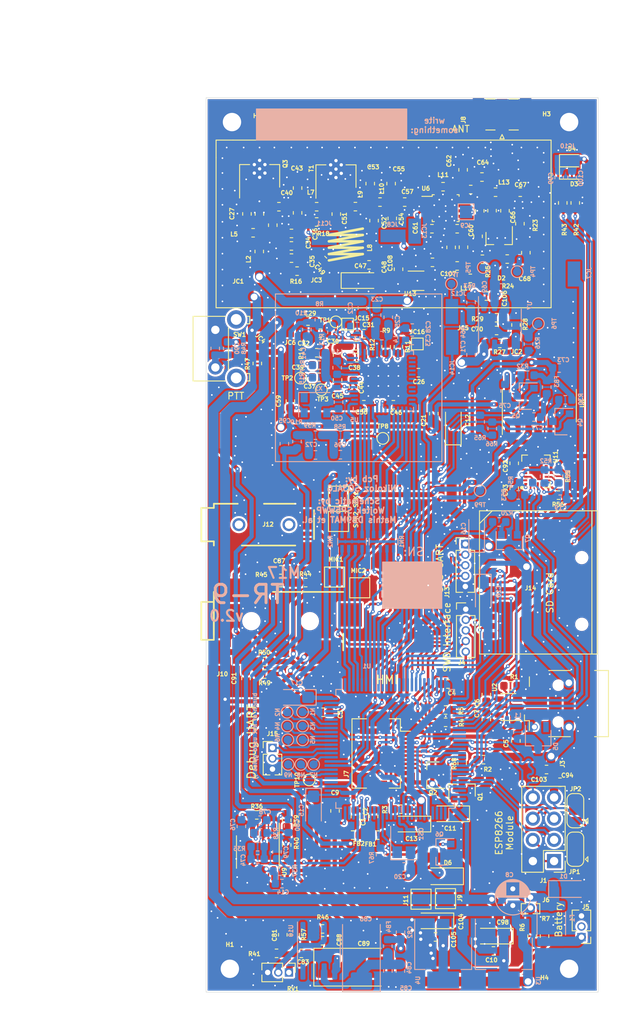
<source format=kicad_pcb>
(kicad_pcb (version 20221018) (generator pcbnew)
  (layers (0 "F.Cu" signal) (31 "B.Cu" signal) (34 "B.Paste" user) (35 "F.Paste" user) (36 "B.SilkS" user "B.Silkscreen") (37 "F.SilkS" user "F.Silkscreen") (38 "B.Mask" user) (39 "F.Mask" user) (44 "Edge.Cuts" user))
  (net 0 "")
  (net 1 "GND")
  (net 2 "VDDA")
  (net 3 "VREF")
  (net 4 "Net-(C3-Pad2)")
  (net 5 "Net-(C4-Pad2)")
  (net 6 "Net-(C5-Pad2)")
  (net 7 "Net-(C6-Pad2)")
  (net 8 "Net-(C7-Pad2)")
  (net 9 "+BATT")
  (net 10 "ADC2_3")
  (net 11 "+5V")
  (net 12 "+3V3")
  (net 13 "Net-(C22-Pad2)")
  (net 14 "TX")
  (net 15 "Net-(C23-Pad2)")
  (net 16 "RX")
  (net 17 "Net-(C24-Pad1)")
  (net 18 "Net-(C25-Pad1)")
  (net 19 "Net-(C27-Pad2)")
  (net 20 "Net-(C27-Pad1)")
  (net 21 "Net-(C29-Pad2)")
  (net 22 "Net-(C30-Pad1)")
  (net 23 "Net-(C32-Pad1)")
  (net 24 "Net-(C33-Pad1)")
  (net 25 "Net-(C34-Pad1)")
  (net 26 "Net-(C37-Pad1)")
  (net 27 "Net-(C38-Pad2)")
  (net 28 "Net-(C38-Pad1)")
  (net 29 "Net-(C39-Pad1)")
  (net 30 "Net-(C40-Pad2)")
  (net 31 "Net-(C40-Pad1)")
  (net 32 "Net-(C41-Pad1)")
  (net 33 "Net-(C45-Pad1)")
  (net 34 "Net-(C46-Pad2)")
  (net 35 "Net-(C50-Pad2)")
  (net 36 "Net-(C50-Pad1)")
  (net 37 "Net-(C51-Pad1)")
  (net 38 "Net-(C52-Pad2)")
  (net 39 "Net-(C54-Pad2)")
  (net 40 "Net-(C57-Pad1)")
  (net 41 "Net-(C58-Pad1)")
  (net 42 "Net-(C61-Pad1)")
  (net 43 "Net-(C62-Pad2)")
  (net 44 "Net-(C63-Pad1)")
  (net 45 "Net-(C65-Pad1)")
  (net 46 "Net-(C66-Pad2)")
  (net 47 "Net-(C66-Pad1)")
  (net 48 "Net-(C68-Pad1)")
  (net 49 "Net-(C70-Pad1)")
  (net 50 "Net-(C72-Pad2)")
  (net 51 "ADC1_0")
  (net 52 "Net-(C74-Pad1)")
  (net 53 "BATT_ANALOG")
  (net 54 "Net-(C76-Pad1)")
  (net 55 "Net-(C78-Pad1)")
  (net 56 "Net-(C79-Pad2)")
  (net 57 "Net-(C80-Pad2)")
  (net 58 "MIC_AMP_IN")
  (net 59 "Net-(C81-Pad1)")
  (net 60 "Net-(C83-Pad2)")
  (net 61 "Net-(C84-Pad1)")
  (net 62 "Net-(C87-Pad2)")
  (net 63 "Net-(C88-Pad2)")
  (net 64 "Net-(C88-Pad1)")
  (net 65 "Net-(C89-Pad2)")
  (net 66 "Net-(C90-Pad2)")
  (net 67 "Net-(C91-Pad2)")
  (net 68 "Net-(C92-Pad1)")
  (net 69 "Net-(C93-Pad1)")
  (net 70 "Net-(C96-Pad2)")
  (net 71 "Net-(D1-Pad1)")
  (net 72 "Net-(D3-Pad1)")
  (net 73 "Net-(D4-Pad1)")
  (net 74 "Net-(F1-Pad1)")
  (net 75 "Net-(J3-Pad4)")
  (net 76 "Net-(J3-Pad3)")
  (net 77 "Net-(J3-Pad2)")
  (net 78 "SWDIO")
  (net 79 "SWCLK")
  (net 80 "NRST")
  (net 81 "Net-(J5-Pad2)")
  (net 82 "TFT_LED")
  (net 83 "SPI1_CS")
  (net 84 "SPI1_SCK")
  (net 85 "SPI1_MOSI")
  (net 86 "TFT_RST")
  (net 87 "UART2_RX")
  (net 88 "Net-(J10-Pad5)")
  (net 89 "Net-(J10-Pad4)")
  (net 90 "GPS_EN")
  (net 91 "UART1_RX")
  (net 92 "UART1_TX")
  (net 93 "SD_D1")
  (net 94 "SD_D0")
  (net 95 "SD_CLK")
  (net 96 "SD_CMD")
  (net 97 "SD_D3")
  (net 98 "SD_D2")
  (net 99 "UART7_RX")
  (net 100 "UART7_TX")
  (net 101 "Net-(OS1-Pad3)")
  (net 102 "BOOT0")
  (net 103 "PTT")
  (net 104 "BLIGHT_CTRL")
  (net 105 "Net-(Q4-Pad3)")
  (net 106 "SPK_AMP_SEL")
  (net 107 "Net-(Q5-Pad3)")
  (net 108 "FM_MOD_SEL")
  (net 109 "USBDP")
  (net 110 "USBDM")
  (net 111 "FM_MOD")
  (net 112 "Net-(R9-Pad1)")
  (net 113 "Net-(R11-Pad1)")
  (net 114 "Net-(R13-Pad1)")
  (net 115 "PA_BIAS")
  (net 116 "SPI2_SCK")
  (net 117 "SPI2_MISO")
  (net 118 "SPI2_MOSI")
  (net 119 "PA_RAMP")
  (net 120 "Net-(R27-Pad1)")
  (net 121 "ADC3_1")
  (net 122 "SPK_AMP")
  (net 123 "LED_RED")
  (net 124 "LED_GRN")
  (net 125 "Net-(R51-Pad2)")
  (net 126 "Net-(R52-Pad2)")
  (net 127 "I2C1_SCL")
  (net 128 "I2C1_SDA")
  (net 129 "Net-(R55-Pad2)")
  (net 130 "Net-(R56-Pad2)")
  (net 131 "ADF_SWD")
  (net 132 "Net-(RV1-Pad2)")
  (net 133 "Net-(U1-Pad98)")
  (net 134 "UART2_TX")
  (net 135 "Net-(U1-Pad84)")
  (net 136 "Net-(U1-Pad77)")
  (net 137 "Net-(U1-Pad64)")
  (net 138 "Net-(U1-Pad62)")
  (net 139 "ADF_SCLK")
  (net 140 "ADF_SREAD")
  (net 141 "ADF_SDATA")
  (net 142 "ADF_SLE")
  (net 143 "ADF_CE")
  (net 144 "Net-(U1-Pad51)")
  (net 145 "UART3_RX")
  (net 146 "UART3_TX")
  (net 147 "WIFI_EN")
  (net 148 "WIFI_RST")
  (net 149 "Net-(U1-Pad31)")
  (net 150 "Net-(U1-Pad30)")
  (net 151 "AUDIO_DAC")
  (net 152 "Net-(U1-Pad24)")
  (net 153 "Net-(U1-Pad18)")
  (net 154 "Net-(U1-Pad15)")
  (net 155 "Net-(U1-Pad13)")
  (net 156 "Net-(U1-Pad9)")
  (net 157 "Net-(U1-Pad8)")
  (net 158 "Net-(U1-Pad7)")
  (net 159 "TRX_SW")
  (net 160 "Net-(U1-Pad4)")
  (net 161 "Net-(U1-Pad3)")
  (net 162 "Net-(U1-Pad2)")
  (net 163 "Net-(U1-Pad1)")
  (net 164 "Net-(U5-Pad38)")
  (net 165 "Net-(U5-Pad30)")
  (net 166 "Net-(U5-Pad23)")
  (net 167 "Net-(U5-Pad21)")
  (net 168 "Net-(U5-Pad20)")
  (net 169 "Net-(U5-Pad18)")
  (net 170 "Net-(U5-Pad17)")
  (net 171 "Net-(U5-Pad16)")
  (net 172 "Net-(U5-Pad15)")
  (net 173 "Net-(U5-Pad14)")
  (net 174 "Net-(U5-Pad13)")
  (net 175 "Net-(U7-Pad6)")
  (net 176 "Net-(U9-Pad8)")
  (net 177 "Net-(U9-Pad5)")
  (net 178 "Net-(U9-Pad1)")
  (net 179 "Net-(U10-Pad8)")
  (net 180 "Net-(U10-Pad7)")
  (net 181 "Net-(U10-Pad1)")
  (net 182 "Net-(U11-Pad13)")
  (net 183 "Net-(U11-Pad12)")
  (net 184 "Net-(U11-Pad11)")
  (net 185 "Net-(U11-Pad10)")
  (net 186 "Net-(U11-Pad9)")
  (net 187 "Net-(X1-Pad1)")
  (net 188 "Net-(D5-Pad1)")
  (net 189 "Net-(D6-Pad2)")
  (net 190 "Net-(L14-Pad2)")
  (net 191 "Net-(L14-Pad1)")
  (net 192 "VIBRATE")
  (net 193 "Net-(J12-Pad3)")
  (net 194 "ADF_MUXOUT")
  (net 195 "Net-(U1-Pad45)")
  (net 196 "Net-(RN1-Pad4)")
  (net 197 "Net-(RN1-Pad1)")
  (net 198 "Net-(RN1-Pad3)")
  (net 199 "Net-(RN1-Pad2)")
  (net 200 "Net-(RN2-Pad4)")
  (net 201 "Net-(RN2-Pad1)")
  (net 202 "Net-(RN2-Pad3)")
  (net 203 "Net-(RN2-Pad2)")
  (net 204 "Net-(C106-Pad2)")
  (net 205 "Net-(C106-Pad1)")
  (net 206 "Net-(C107-Pad2)")
  (net 207 "Net-(C107-Pad1)")
  (net 208 "Net-(C97-Pad1)")
  (net 209 "Net-(C108-Pad1)")
  (net 210 "Net-(Q7-Pad1)")
  (net 211 "LNA_On")
  (net 212 "Net-(N1-Pad1)")
  (net 213 "Net-(N2-Pad1)")
  (net 214 "Net-(N3-Pad1)")
  (net 215 "Net-(N4-Pad1)")
  (net 216 "Net-(N5-Pad1)")
  (net 217 "Net-(N6-Pad1)")
  (net 218 "Net-(N7-Pad1)")
  (net 219 "Net-(N8-Pad1)")
  (net 220 "Net-(N9-Pad1)")
  (net 221 "Net-(J1-Pad6)")
  (net 222 "Net-(J1-Pad4)")
  (net 223 "Net-(JC11-Pad1)")
  (net 224 "XO_EN")
  (footprint "Capacitor_SMD:C_0603_1608Metric" (layer "F.Cu") (at 28.18638 169.15648 90)
    (fp_text reference "C81")
    (fp_text value "15n")
  )
  (footprint "Capacitor_SMD:C_0603_1608Metric" (layer "F.Cu") (at 30.40898 171.37888)
    (fp_text reference "C83")
    (fp_text value "220n")
  )
  (footprint "Capacitor_Tantalum_SMD:CP_EIA-7343-31_Kemet-D" (layer "F.Cu") (at 36.3103 173.03496)
    (fp_text reference "C89")
    (fp_text value "220u")
  )
  (footprint "Diode_SMD:D_0603_1608Metric" (layer "F.Cu") (at 62.8141 77.978)
    (fp_text reference "D3")
    (fp_text value "RED")
  )
  (footprint "Diode_SMD:D_0603_1608Metric" (layer "F.Cu") (at 62.8141 76.5048)
    (fp_text reference "D4")
    (fp_text value "GREEN")
  )
  (footprint "MountingHole:MountingHole_2.2mm_M2_ISO14580_Pad" (layer "F.Cu") (at 62.484 71.882)
    (fp_text reference "H3")
    (fp_text value "MountingHole_Pad")
  )
  (footprint "Resistor_SMD:R_0603_1608Metric" (layer "F.Cu") (at 55.461 139.3571)
    (fp_text reference "R1")
    (fp_text value "1k5")
  )
  (footprint "Resistor_SMD:R_0603_1608Metric" (layer "F.Cu") (at 28.6512 155.44028 -90)
    (fp_text reference "R39")
    (fp_text value "10k")
  )
  (footprint "Resistor_SMD:R_0603_1608Metric" (layer "F.Cu") (at 27.43698 171.37888 180)
    (fp_text reference "R41")
    (fp_text value "22k")
  )
  (footprint "Resistor_SMD:R_0603_1608Metric" (layer "F.Cu") (at 32.9439 168.4528 180)
    (fp_text reference "R46")
    (fp_text value "10")
  )
  (footprint "Resistor_SMD:R_0603_1608Metric" (layer "F.Cu") (at 25.1333 100.7744 -90)
    (fp_text reference "R47")
    (fp_text value "470")
  )
  (footprint "Resistor_SMD:R_0603_1608Metric" (layer "F.Cu") (at 29.65958 169.15638 90)
    (fp_text reference "R57")
    (fp_text value "2k1")
  )
  (footprint "Button_Switch_THT:SW_Tactile_SKHH_Angled" (layer "F.Cu") (at 20.106 101.254 90)
    (fp_text reference "SW1")
    (fp_text value "INT_PTT_SW")
  )
  (footprint "Package_SO:SOIC-14_3.9x8.7mm_P1.27mm" (layer "F.Cu") (at 58.9153 105.8276 90)
    (fp_text reference "U8")
    (fp_text value "HEF4066B")
  )
  (footprint "Package_SO:SO-8_3.9x4.9mm_P1.27mm" (layer "F.Cu") (at 25.1968 159.25038 -90)
    (fp_text reference "U9")
    (fp_text value "OPA340UA")
  )
  (footprint "Capacitor_Tantalum_SMD:CP_EIA-3216-18_Kemet-A" (layer "F.Cu") (at 53.4632 169.3164 180)
    (fp_text reference "C98")
    (fp_text value "22u/TA")
  )
  (footprint "Connector_PinHeader_1.27mm:PinHeader_1x03_P1.27mm_Vertical" (layer "F.Cu") (at 28.91536 173.66488 -90)
    (fp_text reference "RV1")
    (fp_text value "50k/log")
  )
  (footprint "Capacitor_SMD:C_0603_1608Metric" (layer "F.Cu") (at 32.9437 169.8752)
    (fp_text reference "C88")
    (fp_text value "47n")
  )
  (footprint "Resistor_SMD:R_0603_1608Metric" (layer "F.Cu") (at 25.0698 154.80538 180)
    (fp_text reference "R36")
    (fp_text value "22")
  )
  (footprint "Capacitor_SMD:C_0603_1608Metric" (layer "F.Cu") (at 59.7789 149.3774 180)
    (fp_text reference "C103")
    (fp_text value "100n")
  )
  (footprint "Resistor_SMD:R_0603_1608Metric" (layer "F.Cu") (at 58.0517 169.3165 -90)
    (fp_text reference "R6")
    (fp_text value "9k1")
  )
  (footprint "Resistor_SMD:R_0603_1608Metric" (layer "F.Cu") (at 59.5376 169.3165 90)
    (fp_text reference "R7")
    (fp_text value "1k")
  )
  (footprint "Capacitor_SMD:C_0603_1608Metric" (layer "F.Cu") (at 53.4163 171.0944 180)
    (fp_text reference "C10")
    (fp_text value "100n")
  )
  (footprint "MountingHole:MountingHole_2.2mm_M2_ISO14580_Pad" (layer "F.Cu") (at 22.098 71.882)
    (fp_text reference "H2")
    (fp_text value "MountingHole_Pad")
  )
  (footprint "Resistor_SMD:R_0603_1608Metric" (layer "F.Cu") (at 28.6512 158.41218 90)
    (fp_text reference "R40")
    (fp_text value "47k")
  )
  (footprint "Diode_SMD:D_SOD-123" (layer "F.Cu") (at 47.5752 162.1536 180)
    (fp_text reference "D6")
    (fp_text value "CGRM4007-G")
  )
  (footprint "Inductor_SMD:L_0603_1608Metric" (layer "F.Cu") (at 53.6703 80.2767)
    (fp_text reference "L13")
    (fp_text value "15nH")
  )
  (footprint "Capacitor_SMD:C_0603_1608Metric" (layer "F.Cu") (at 52.0445 78.4606)
    (fp_text reference "C64")
    (fp_text value "9p1")
  )
  (footprint "Capacitor_SMD:C_0603_1608Metric" (layer "F.Cu") (at 56.6293 80.2767 180)
    (fp_text reference "C67")
    (fp_text value "9p1")
  )
  (footprint "Resistor_SMD:R_0603_1608Metric" (layer "F.Cu") (at 56.5912 84.0487 -90)
    (fp_text reference "R23")
    (fp_text value "33k")
  )
  (footprint "TestPoint:TestPoint_Pad_2.0x2.0mm" (layer "F.Cu") (at 37.4015 127.6223 90)
    (fp_text reference "MIC2")
    (fp_text value "Microphone pin 2")
  )
  (footprint "TestPoint:TestPoint_Pad_2.0x2.0mm" (layer "F.Cu") (at 34.8615 116.6622)
    (fp_text reference "SPK1")
    (fp_text value "Speaker pin 1")
  )
  (footprint "TestPoint:TestPoint_Pad_2.0x2.0mm" (layer "F.Cu") (at 34.8615 119.6848)
    (fp_text reference "SPK2")
    (fp_text value "Speaker pin 2")
  )
  (footprint "Connector_Coaxial:SMA_Samtec_SMA-J-P-X-ST-EM1_EdgeMount" (layer "F.Cu") (at 54.452 71.12 180)
    (fp_text reference "J8")
    (fp_text value "Antenna")
  )
  (footprint "Inductor_SMD:L_0603_1608Metric" (layer "F.Cu") (at 39.8271 81.4578)
    (fp_text reference "L10")
    (fp_text value "1nH")
  )
  (footprint "Inductor_SMD:L_0603_1608Metric" (layer "F.Cu") (at 47.3837 79.62138)
    (fp_text reference "L11")
    (fp_text value "100nH")
  )
  (footprint "Inductor_SMD:L_0603_1608Metric" (layer "F.Cu") (at 26.98496 84.22386 90)
    (fp_text reference "L6" hide)
    (fp_text value "68nH")
  )
  (footprint "Inductor_SMD:L_0603_1608Metric" (layer "F.Cu") (at 32.24276 82.01406)
    (fp_text reference "L7")
    (fp_text value "2.7nH")
  )
  (footprint "Inductor_SMD:L_0603_1608Metric" (layer "F.Cu") (at 36.8808 82.0039)
    (fp_text reference "L9")
    (fp_text value "1nH")
  )
  (footprint "Capacitor_SMD:C_0603_1608Metric" (layer "F.Cu") (at 25.38476 82.87766 90)
    (fp_text reference "C24" hide)
    (fp_text value "6p8")
  )
  (footprint "Capacitor_SMD:C_0603_1608Metric" (layer "F.Cu") (at 23.89124 82.87258 -90)
    (fp_text reference "C27")
    (fp_text value "220p")
  )
  (footprint "Capacitor_SMD:C_0603_1608Metric" (layer "F.Cu") (at 29.21508 86.70798)
    (fp_text reference "C34")
    (fp_text value "1u")
  )
  (footprint "Capacitor_SMD:C_0603_1608Metric" (layer "F.Cu") (at 29.22514 88.16594)
    (fp_text reference "C35")
    (fp_text value "1n")
  )
  (footprint "Capacitor_SMD:C_0603_1608Metric" (layer "F.Cu") (at 29.22026 85.21446)
    (fp_text reference "C36")
    (fp_text value "100p")
  )
  (footprint "Capacitor_SMD:C_0603_1608Metric" (layer "F.Cu") (at 27.72156 82.01406 180)
    (fp_text reference "C40")
    (fp_text value "220p")
  )
  (footprint "Capacitor_SMD:C_0603_1608Metric" (layer "F.Cu") (at 29.95676 82.75066 -90)
    (fp_text reference "C42" hide)
    (fp_text value "10p")
  )
  (footprint "Capacitor_SMD:C_0603_1608Metric" (layer "F.Cu") (at 29.95676 79.77886 90)
    (fp_text reference "C43")
    (fp_text value "10p")
  )
  (footprint "Capacitor_Tantalum_SMD:CP_EIA-3216-18_Kemet-A" (layer "F.Cu") (at 37.4866 90.8558)
    (fp_text reference "C47")
    (fp_text value "1u/TA")
  )
  (footprint "Capacitor_SMD:C_0603_1608Metric" (layer "F.Cu") (at 38.51656 88.97366 180)
    (fp_text reference "C48")
    (fp_text value "1000p")
  )
  (footprint "Capacitor_SMD:C_0603_1608Metric" (layer "F.Cu") (at 32.967247 88.415447 -45)
    (fp_text reference "C49")
    (fp_text value "100p")
  )
  (footprint "Capacitor_SMD:C_0603_1608Metric" (layer "F.Cu") (at 34.5948 82.8929 -90)
    (fp_text reference "C51")
    (fp_text value "10p")
  )
  (footprint "Capacitor_SMD:C_0603_1608Metric" (layer "F.Cu") (at 39.116 83.6804 90)
    (fp_text reference "C52")
    (fp_text value "7p")
  )
  (footprint "Capacitor_SMD:C_0603_1608Metric" (layer "F.Cu") (at 38.6588 79.2479 90)
    (fp_text reference "C53")
    (fp_text value "12p")
  )
  (footprint "Capacitor_SMD:C_0603_1608Metric" (layer "F.Cu") (at 41.3004 83.4137 90)
    (fp_text reference "C54")
    (fp_text value "2p")
  )
  (footprint "Capacitor_SMD:C_0603_1608Metric" (layer "F.Cu") (at 41.1607 79.2479 90)
    (fp_text reference "C55")
    (fp_text value "10p")
  )
  (footprint "Capacitor_SMD:C_0603_1608Metric" (layer "F.Cu") (at 42.7862 81.4578 180)
    (fp_text reference "C57")
    (fp_text value "1000p")
  )
  (footprint "Capacitor_SMD:C_0603_1608Metric" (layer "F.Cu") (at 49.82972 86.86038 -90)
    (fp_text reference "C58" hide)
    (fp_text value "1000p")
  )
  (footprint "Capacitor_SMD:C_0603_1608Metric" (layer "F.Cu") (at 49.0728 84.65058)
    (fp_text reference "C60")
    (fp_text value "6p2")
  )
  (footprint "Capacitor_SMD:C_0603_1608Metric" (layer "F.Cu") (at 46.0503 84.65058)
    (fp_text reference "C61")
    (fp_text value "33p")
  )
  (footprint "Capacitor_SMD:C_0603_1608Metric" (layer "F.Cu") (at 50.6983 79.9592 180)
    (fp_text reference "C63" hide)
    (fp_text value "1000p")
  )
  (footprint "TR-9:BGA6589" (layer "F.Cu") (at 25.74036 78.33868 90)
    (fp_text reference "Q3")
    (fp_text value "BGA6589")
  )
  (footprint "Inductor_SMD:L_0603_1608Metric" (layer "F.Cu") (at 25.36444 87.37346 90)
    (fp_text reference "L2")
    (fp_text value "20n")
  )
  (footprint "Inductor_SMD:L_0603_1608Metric" (layer "F.Cu") (at 24.62784 85.13318 180)
    (fp_text reference "L5")
    (fp_text value "22n")
  )
  (footprint "Resistor_SMD:R_0603_1608Metric" (layer "F.Cu") (at 29.8959 89.7255)
    (fp_text reference "R16")
    (fp_text value "51")
  )
  (footprint "TR-9:AFT05MS004NT1" (layer "F.Cu") (at 34.55416 78.78146 90)
    (fp_text reference "T1")
    (fp_text value "AFT05MS004NT1")
  )
  (footprint "Resistor_SMD:R_0603_1608Metric" (layer "F.Cu") (at 52.0954 88.3031)
    (fp_text reference "R25")
    (fp_text value "10k")
  )
  (footprint "Capacitor_SMD:C_0603_1608Metric" (layer "F.Cu") (at 57.3024 87.5157 90)
    (fp_text reference "C68")
    (fp_text value "1n")
  )
  (footprint "Package_TO_SOT_SMD:SOT-23" (layer "F.Cu") (at 54.10454 85.7885 -90)
    (fp_text reference "D2")
    (fp_text value "BAS70-05")
  )
  (footprint "Resistor_SMD:R_0603_1608Metric" (layer "F.Cu") (at 51.5747 85.56 90)
    (fp_text reference "R22" hide)
    (fp_text value "33k")
  )
  (footprint "Resistor_SMD:R_0603_1608Metric" (layer "F.Cu") (at 55.0672 88.2777)
    (fp_text reference "R24")
    (fp_text value "47k")
  )
  (footprint "Resistor_SMD:R_0603_1608Metric" (layer "F.Cu") (at 56.1213 96.1643 -90)
    (fp_text reference "R28")
    (fp_text value "47k")
  )
  (footprint "Resistor_SMD:R_0603_1608Metric" (layer "F.Cu") (at 54.1783 98.3742 180)
    (fp_text reference "R27")
    (fp_text value "47k")
  )
  (footprint "Capacitor_SMD:C_0603_1608Metric" (layer "F.Cu") (at 53.7971 96.8248 180)
    (fp_text reference "C70")
    (fp_text value "10n")
  )
  (footprint "Resistor_SMD:R_0603_1608Metric" (layer "F.Cu") (at 53.7971 95.3008)
    (fp_text reference "R29")
    (fp_text value "10k")
  )
  (footprint "Capacitor_SMD:C_0603_1608Metric" (layer "F.Cu") (at 34.7472 99.7711 -90)
    (fp_text reference "C30")
    (fp_text value "100n")
  )
  (footprint "Capacitor_SMD:C_0603_1608Metric" (layer "F.Cu") (at 37.9096 97.2185)
    (fp_text reference "C31")
    (fp_text value "10n")
  )
  (footprint "Capacitor_SMD:C_0603_1608Metric" (layer "F.Cu") (at 32.5121 102.4128)
    (fp_text reference "C37")
    (fp_text value "470p")
  )
  (footprint "Capacitor_SMD:C_0603_1608Metric" (layer "F.Cu") (at 37.05616 100.06838)
    (fp_text reference "C38")
    (fp_text value "22n")
  )
  (footprint "Capacitor_SMD:C_0603_1608Metric" (layer "F.Cu") (at 32.5121 100.9523)
    (fp_text reference "C39")
    (fp_text value "15n")
  )
  (footprint "Capacitor_SMD:C_0603_1608Metric" (layer "F.Cu") (at 36.6522 103.5684 -90)
    (fp_text reference "C44")
    (fp_text value "10n")
  )
  (footprint "Capacitor_SMD:C_0603_1608Metric" (layer "F.Cu") (at 34.7472 102.7556 90)
    (fp_text reference "C45")
    (fp_text value "100n")
  )
  (footprint "Capacitor_SMD:C_0603_1608Metric" (layer "F.Cu") (at 41.4275 105.7148 180)
    (fp_text reference "C46")
    (fp_text value "100n")
  )
  (footprint "Capacitor_SMD:C_0603_1608Metric" (layer "F.Cu") (at 37.8969 105.7148 180)
    (fp_text reference "C56")
    (fp_text value "10n")
  )
  (footprint "Capacitor_SMD:C_0603_1608Metric" (layer "F.Cu") (at 29.0957 105.2831 90)
    (fp_text reference "C59")
    (fp_text value "10n")
  )
  (footprint "Resistor_SMD:R_0603_1608Metric" (layer "F.Cu") (at 40.5638 98.7806 90)
    (fp_text reference "R9")
    (fp_text value "1k1")
  )
  (footprint "Resistor_SMD:R_0603_1608Metric" (layer "F.Cu") (at 42.037 98.7806 90)
    (fp_text reference "R11")
    (fp_text value "3k6")
  )
  (footprint "Resistor_SMD:R_0603_1608Metric" (layer "F.Cu") (at 36.9569 98.6536 180)
    (fp_text reference "R12")
    (fp_text value "3R9")
  )
  (footprint "Resistor_SMD:R_0603_1608Metric" (layer "F.Cu") (at 32.2581 99.4918)
    (fp_text reference "R14")
    (fp_text value "100")
  )
  (footprint "TestPoint:TestPoint_Pad_D1.0mm" (layer "F.Cu") (at 34.544 95.7961 180)
    (fp_text reference "TP1")
    (fp_text value "TestPoint_Probe")
  )
  (footprint "TestPoint:TestPoint_Pad_D1.0mm" (layer "F.Cu") (at 30.3022 102.5271)
    (fp_text reference "TP2")
    (fp_text value "TestPoint_Probe")
  )
  (footprint "TestPoint:TestPoint_Pad_D1.0mm" (layer "F.Cu") (at 32.8041 103.9241)
    (fp_text reference "TP3")
    (fp_text value "TestPoint_Probe")
  )
  (footprint "Connector_PinHeader_1.27mm:PinHeader_1x03_P1.27mm_Vertical" (layer "F.Cu") (at 63.96228 169.43832 180)
    (fp_text reference "J5")
    (fp_text value "BATT")
  )
  (footprint "Connector_PinHeader_1.27mm:PinHeader_1x02_P1.27mm_Vertical" (layer "F.Cu") (at 57.8612 164.6682)
    (fp_text reference "J6")
    (fp_text value "POT_PWR_SW")
  )
  (footprint "Capacitor_SMD:C_0603_1608Metric" (layer "F.Cu") (at 32.6899 97.1677 180)
    (fp_text reference "C32")
    (fp_text value "100n")
  )
  (footprint "Capacitor_SMD:C_0603_1608Metric" (layer "F.Cu") (at 31.204 95.6945)
    (fp_text reference "C29")
    (fp_text value "2n2")
  )
  (footprint "Connector_FFC-FPC:Hirose_FH12-10S-0.5SH_1x10-1MP_P0.50mm_Horizontal" (layer "F.Cu") (at 40.9744 147.4524 -90)
    (fp_text reference "J7")
    (fp_text value "Conn_01x10")
  )
  (footprint "Connector_USB:USB_Mini-B_Wuerth_65100516121_Horizontal" (layer "F.Cu") (at 61.1851 141.4838 90)
    (fp_text reference "J3")
    (fp_text value "USB_OTG")
  )
  (footprint "Inductor_SMD:L_0603_1608Metric" (layer "F.Cu") (at 39.5479 157.226)
    (fp_text reference "FB1")
    (fp_text value "TBD")
  )
  (footprint "Inductor_SMD:L_0603_1608Metric" (layer "F.Cu") (at 36.5505 157.226 180)
    (fp_text reference "FB2")
    (fp_text value "TBD")
  )
  (footprint "Capacitor_SMD:C_0603_1608Metric" (layer "F.Cu") (at 34.4424 154.3304 -90)
    (fp_text reference "C9")
    (fp_text value "10n")
  )
  (footprint "Resistor_SMD:R_0603_1608Metric" (layer "F.Cu") (at 49.6697 148.6409 -90)
    (fp_text reference "R68")
    (fp_text value "22k")
  )
  (footprint "Package_TO_SOT_SMD:SOT-23" (layer "F.Cu") (at 46.1993 150.0505 180)
    (fp_text reference "Q2")
    (fp_text value "BSS138")
  )
  (footprint "Package_TO_SOT_SMD:SOT-23" (layer "F.Cu") (at 49.6595 151.8699 90)
    (fp_text reference "Q1")
    (fp_text value "BSS138")
  )
  (footprint "TestPoint:TestPoint_Pad_2.0x2.0mm" (layer "F.Cu") (at 34.3789 126.3396)
    (fp_text reference "MIC1")
    (fp_text value "Microphone pin 1")
  )
  (footprint "Resistor_SMD:R_0603_1608Metric" (layer "F.Cu") (at 47.6886 143.7259)
    (fp_text reference "R4")
    (fp_text value "27")
  )
  (footprint "Package_TO_SOT_SMD:SOT-23-6" (layer "F.Cu") (at 55.202 141.8971 180)
    (fp_text reference "U2")
    (fp_text value "USBLC6-2SC6")
  )
  (footprint "Capacitor_Tantalum_SMD:CP_EIA-3216-18_Kemet-A" (layer "F.Cu") (at 43.5953 155.9052 180)
    (fp_text reference "C13")
    (fp_text value "22u/TA")
  )
  (footprint "Resistor_SMD:R_0603_1608Metric" (layer "F.Cu") (at 47.6886 142.2527)
    (fp_text reference "R5")
    (fp_text value "27")
  )
  (footprint "Capacitor_SMD:C_0603_1608Metric" (layer "F.Cu") (at 36.8808 155.0163 -90)
    (fp_text reference "C1")
    (fp_text value "100n")
  )
  (footprint "Resistor_SMD:R_0603_1608Metric" (layer "F.Cu") (at 42.3164 154.1272 180)
    (fp_text reference "R3")
    (fp_text value "10k")
  )
  (footprint "Capacitor_SMD:C_0603_1608Metric" (layer "F.Cu") (at 39.0652 154.9909 -90)
    (fp_text reference "C2")
    (fp_text value "100n")
  )
  (footprint "Capacitor_SMD:C_0603_1608Metric" (layer "F.Cu") (at 52.5653 140.4111 -90)
    (fp_text reference "C6")
    (fp_text value "47p")
  )
  (footprint "Capacitor_SMD:C_0603_1608Metric" (layer "F.Cu") (at 47.97288 139.14628 180)
    (fp_text reference "C4")
    (fp_text value "2u2")
  )
  (footprint "Capacitor_SMD:C_0603_1608Metric" (layer "F.Cu") (at 52.5653 143.3831 90)
    (fp_text reference "C7")
    (fp_text value "47p")
  )
  (footprint "TestPoint:TestPoint_Pad_2.0x2.0mm" (layer "F.Cu") (at 47.6758 164.8333)
    (fp_text reference "J9")
    (fp_text value "VIB1")
  )
  (footprint "TestPoint:TestPoint_Pad_2.0x2.0mm" (layer "F.Cu") (at 44.7421 164.8968)
    (fp_text reference "J11")
    (fp_text value "VIB2")
  )
  (footprint "Connector_PinHeader_1.27mm:PinHeader_1x03_P1.27mm_Vertical" (layer "F.Cu") (at 26.9494 146.7866)
    (fp_text reference "J15")
    (fp_text value "DBG_CONN")
  )
  (footprint "Connector_PinHeader_1.27mm:PinHeader_1x05_P1.27mm_Vertical" (layer "F.Cu") (at 50.1015 130.1877)
    (fp_text reference "J4")
    (fp_text value "SWD")
  )
  (footprint "Connector_PinHeader_1.27mm:PinHeader_1x05_P1.27mm_Vertical" (layer "F.Cu") (at 50.0507 122.3899)
    (fp_text reference "J13")
    (fp_text value "GPS_CONN")
  )
  (footprint "Capacitor_SMD:C_0603_1608Metric" (layer "F.Cu") (at 33.0199 142.5194)
    (fp_text reference "C3")
    (fp_text value "2u2")
  )
  (footprint "Capacitor_SMD:C_0603_1608Metric" (layer "F.Cu") (at 56.1086 145.9485 90)
    (fp_text reference "C5")
    (fp_text value "10n ")
  )
  (footprint "Resistor_SMD:R_0603_1608Metric" (layer "F.Cu") (at 63.2206 81.5593 -90)
    (fp_text reference "R42")
    (fp_text value "470")
  )
  (footprint "Resistor_SMD:R_0603_1608Metric" (layer "F.Cu") (at 61.722 81.5595 -90)
    (fp_text reference "R43")
    (fp_text value "470")
  )
  (footprint "Capacitor_SMD:C_0603_1608Metric" (layer "F.Cu") (at 52.578 92.71)
    (fp_text reference "C106")
    (fp_text value "10p")
  )
  (footprint "Capacitor_SMD:C_0603_1608Metric" (layer "F.Cu") (at 55.9054 112.7251 90)
    (fp_text reference "C92")
    (fp_text value "10n")
  )
  (footprint "Capacitor_SMD:C_0603_1608Metric" (layer "F.Cu") (at 55.9054 115.6971 -90)
    (fp_text reference "C93")
    (fp_text value "100n")
  )
  (footprint "Package_LGA:LGA-24L_3x3.5mm_P0.43mm" (layer "F.Cu") (at 58.5128 113.6888 90)
    (fp_text reference "U11")
    (fp_text value "LSM9DS1")
  )
  (footprint "Resistor_SMD:R_0603_1608Metric" (layer "F.Cu") (at 61.214 114.2745 -90)
    (fp_text reference "R55")
    (fp_text value "10k")
  )
  (footprint "Resistor_SMD:R_0603_1608Metric" (layer "F.Cu") (at 61.2141 116.5352 180)
    (fp_text reference "R56")
    (fp_text value "10k")
  )
  (footprint "TestPoint:TestPoint_Pad_D1.0mm" (layer "F.Cu") (at 40.1701 109.7407)
    (fp_text reference "TP8")
    (fp_text value "TestPoint_Probe")
  )
  (footprint "TR-9:HMC546MS8GETR" (layer "F.Cu") (at 47.6918 82.1846)
    (fp_text reference "U6")
    (fp_text value "HMC546MS8GETR")
  )
  (footprint "Capacitor_SMD:C_0603_1608Metric" (layer "F.Cu") (at 46.1138 88.6714)
    (fp_text reference "C97" hide)
    (fp_text value "8p2")
  )
  (footprint "Capacitor_SMD:C_0603_1608Metric" (layer "F.Cu") (at 49.0727 89.1032)
    (fp_text reference "C107")
    (fp_text value "5p1")
  )
  (footprint "Inductor_SMD:L_0603_1608Metric" (layer "F.Cu") (at 48.3489 86.8806 90)
    (fp_text reference "L16" hide)
    (fp_text value "13nH")
  )
  (footprint "Inductor_SMD:L_0603_1608Metric" (layer "F.Cu") (at 50.6475 90.5891)
    (fp_text reference "L17")
    (fp_text value "20nH")
  )
  (footprint "Package_TO_SOT_SMD:SOT-363_SC-70-6" (layer "F.Cu") (at 44.3967 90.8789)
    (fp_text reference "U13")
    (fp_text value "BGA2874")
  )
  (footprint "Capacitor_SMD:C_0603_1608Metric" (layer "F.Cu") (at 53.2511 82.4866 90)
    (fp_text reference "C65" hide)
    (fp_text value "0.5p")
  )
  (footprint "Capacitor_SMD:C_0603_1608Metric" (layer "F.Cu") (at 54.8005 82.4993 90)
    (fp_text reference "C66")
    (fp_text value "0.5p")
  )
  (footprint "Capacitor_SMD:C_0603_1608Metric" (layer "F.Cu") (at 42.0497 89.4968 90)
    (fp_text reference "C108")
    (fp_text value "22n")
  )
  (footprint "Inductor_SMD:L_0603_1608Metric" (layer "F.Cu") (at 51.7779 82.512 90)
    (fp_text reference "L12" hide)
    (fp_text value "15nH")
  )
  (footprint "Capacitor_SMD:C_0603_1608Metric" (layer "F.Cu") (at 27.9527 125.4887)
    (fp_text reference "C87")
    (fp_text value "10u")
  )
  (footprint "Capacitor_SMD:C_0603_1608Metric" (layer "F.Cu") (at 23.7744 138.4681 90)
    (fp_text reference "C91")
    (fp_text value "100n")
  )
  (footprint "TR-9:MIC_EXT" (layer "F.Cu") (at 20.5232 135.3185)
    (fp_text reference "J10")
    (fp_text value "MIC_EXT" hide)
  )
  (footprint "TR-9:SPK_EXT" (layer "F.Cu") (at 19.9263 120.0658)
    (fp_text reference "J12")
    (fp_text value "SPK_EXT" hide)
  )
  (footprint "Resistor_SMD:R_0603_1608Metric" (layer "F.Cu") (at 30.9246 127)
    (fp_text reference "R44")
    (fp_text value "1k")
  )
  (footprint "Resistor_SMD:R_0603_1608Metric" (layer "F.Cu") (at 27.9399 127)
    (fp_text reference "R45")
    (fp_text value "3k9")
  )
  (footprint "Resistor_SMD:R_0603_1608Metric" (layer "F.Cu") (at 26.0097 137.9474 180)
    (fp_text reference "R49")
    (fp_text value "10k")
  )
  (footprint "Resistor_SMD:R_0603_1608Metric" (layer "F.Cu") (at 26.0096 136.4615 180)
    (fp_text reference "R50")
    (fp_text value "470")
  )
  (footprint "Capacitor_Tantalum_SMD:CP_EIA-3216-18_Kemet-A" (layer "F.Cu") (at 48.2435 154.6733 180)
    (fp_text reference "C11")
    (fp_text value "22u/TA")
  )
  (footprint "Capacitor_SMD:C_0603_1608Metric" (layer "F.Cu") (at 46.2788 106.7815 90)
    (fp_text reference "C21")
    (fp_text value "220p")
  )
  (footprint "Capacitor_SMD:C_0603_1608Metric" (layer "F.Cu") (at 44.4246 101.8794 180)
    (fp_text reference "C26")
    (fp_text value "10n")
  )
  (footprint "Capacitor_SMD:C_0603_1608Metric" (layer "F.Cu") (at 49.784 77.5969 -90)
    (fp_text reference "C62")
    (fp_text value "7p")
  )
  (footprint "Resistor_SMD:R_0603_1608Metric" (layer "F.Cu") (at 52.235 148.1963)
    (fp_text reference "R2")
    (fp_text value "10k")
  )
  (footprint "Capacitor_Tantalum_SMD:CP_EIA-3216-18_Kemet-A" (layer "F.Cu") (at 48.6156 108.204 90)
    (fp_text reference "C12")
    (fp_text value "22u/TA")
  )
  (footprint "MountingHole:MountingHole_2.2mm_M2_ISO14580_Pad" (layer "F.Cu") (at 21.844 173.228)
    (fp_text reference "H1")
    (fp_text value "MountingHole_Pad")
  )
  (footprint "MountingHole:MountingHole_2.2mm_M2_ISO14580_Pad" (layer "F.Cu") (at 62.484 173.228)
    (fp_text reference "H4")
    (fp_text value "MountingHole_Pad")
  )
  (footprint "TR-9:RF_Coil_v2_mirrored" (layer "F.Cu") (at 35.6108 86.0298 90)
    (fp_text reference "L8")
    (fp_text value "8/0.5/2.4")
  )
  (footprint "TR-9:Pad1x3" (layer "F.Cu") (at 23.1394 94.234 180)
    (fp_text reference "JC1")
    (fp_text value "Batt")
  )
  (footprint "TR-9:Pad1x3" (layer "F.Cu") (at 55.9811 99.0346)
    (fp_text reference "JC2")
    (fp_text value "Batt")
  )
  (footprint "TR-9:Pad1x3" (layer "F.Cu") (at 32.8676 90.4494)
    (fp_text reference "JC3")
    (fp_text value "Batt")
  )
  (footprint "TR-9:Pad1x3" (layer "F.Cu") (at 24.826385 97.580573 135)
    (fp_text reference "JC4")
    (fp_text value "Batt")
  )
  (footprint "TR-9:Pad1x3" (layer "F.Cu") (at 27.0891 96.0755 90)
    (fp_text reference "JC6")
    (fp_text value "Batt")
  )
  (footprint "Capacitor_SMD:C_0603_1608Metric" (layer "F.Cu") (at 61.3918 150.9014)
    (fp_text reference "C94")
    (fp_text value "10n")
  )
  (footprint "Connector_PinHeader_2.54mm:PinHeader_2x04_P2.54mm_Vertical" (layer "F.Cu") (at 60.6806 160.3375 180)
    (fp_text reference "J1")
    (fp_text value "ESP8266 module")
  )
  (footprint "Resistor_SMD:R_0603_1608Metric" (layer "F.Cu") (at 32.24276 83.84286)
    (fp_text reference "R18")
    (fp_text value "4k7")
  )
  (footprint "TestPoint:TestPoint_Pad_1.0x1.0mm" (layer "F.Cu") (at 35.9537 96.0628)
    (fp_text reference "JC15")
    (fp_text value "3,3V")
  )
  (footprint "TR-9:microSD" (layer "F.Cu") (at 56.95434 128.8233 90)
    (fp_text reference "J14")
    (fp_text value "Micro_SD_Card")
  )
  (footprint "TestPoint:TestPoint_Pad_1.0x1.0mm" (layer "F.Cu") (at 44.2976 98.4377)
    (fp_text reference "JC16")
    (fp_text value "3,3V")
  )
  (footprint "Jumper:SolderJumper-3_P1.3mm_Open_RoundedPad1.0x1.5mm" (layer "F.Cu") (at 63.2333 158.9151 90)
    (fp_text reference "JP1")
    (fp_text value "GPIO0")
  )
  (footprint "Jumper:SolderJumper-3_P1.3mm_Open_RoundedPad1.0x1.5mm" (layer "F.Cu") (at 63.2333 154.305 90)
    (fp_text reference "JP2")
    (fp_text value "GPIO2")
  )
  (footprint "TR-9:Pad1x3" (layer "F.Cu") (at 48.81372 98.60788 90)
    (fp_text reference "JC5")
    (fp_text value "5V")
  )
  (footprint "Capacitor_Tantalum_SMD:CP_EIA-3216-18_Kemet-A" (layer "F.Cu") (at 46.3512 167.4876 180)
    (fp_text reference "C104")
    (fp_text value "22u/TA")
  )
  (footprint "Capacitor_SMD:C_0603_1608Metric" (layer "F.Cu") (at 46.482 169.418 180)
    (fp_text reference "C105")
    (fp_text value "100n")
  )
  (footprint "TestPoint:TestPoint_Pad_D1.0mm" (layer "F.Cu") (at 31.3436 150.622 90)
    (fp_text reference "TP10")
    (fp_text value "TestPoint_Probe")
  )
  (footprint "Capacitor_SMD:C_0603_1608Metric" (layer "B.Cu") (at 61.2902 101.3206)
    (fp_text reference "C73")
    (fp_text value "10n")
  )
  (footprint "Capacitor_SMD:C_0603_1608Metric" (layer "B.Cu") (at 54.8132 104.0638 -90)
    (fp_text reference "C75")
    (fp_text value "1u")
  )
  (footprint "Capacitor_SMD:C_0603_1608Metric" (layer "B.Cu") (at 23.2283 156.17688 -90)
    (fp_text reference "C76")
    (fp_text value "22u")
  )
  (footprint "Capacitor_SMD:C_0603_1608Metric" (layer "B.Cu") (at 25.4763 155.44038 180)
    (fp_text reference "C78")
    (fp_text value "6n8")
  )
  (footprint "Capacitor_SMD:C_0603_1608Metric" (layer "B.Cu") (at 27.4828 159.25038 -90)
    (fp_text reference "C79")
    (fp_text value "10u")
  )
  (footprint "Capacitor_SMD:C_0603_1608Metric" (layer "B.Cu") (at 28.8798 156.13888 -90)
    (fp_text reference "C80")
    (fp_text value "1u")
  )
  (footprint "Capacitor_SMD:C_0603_1608Metric" (layer "B.Cu") (at 42.27068 173.49226 -90)
    (fp_text reference "C84")
    (fp_text value "1u")
  )
  (footprint "Capacitor_Tantalum_SMD:CP_EIA-7343-31_Kemet-D" (layer "B.Cu") (at 37.60216 171.577 90)
    (fp_text reference "C86")
    (fp_text value "220u")
  )
  (footprint "Capacitor_SMD:C_0603_1608Metric" (layer "B.Cu") (at 20.0914 98.9838 -90)
    (fp_text reference "C90")
    (fp_text value "100n")
  )
  (footprint "Inductor_SMD:L_0603_1608Metric" (layer "B.Cu") (at 59.8043 103.6066 -90)
    (fp_text reference "FB3")
    (fp_text value "TBD")
  )
  (footprint "Inductor_SMD:L_0603_1608Metric" (layer "B.Cu") (at 40.767 170.52046 -90)
    (fp_text reference "FB4")
    (fp_text value "TBD")
  )
  (footprint "Package_TO_SOT_SMD:SOT-23" (layer "B.Cu") (at 61.5348 107.7366 180)
    (fp_text reference "Q4")
    (fp_text value "BSS138")
  )
  (footprint "Resistor_SMD:R_0603_1608Metric" (layer "B.Cu") (at 62.0268 105.1306 180)
    (fp_text reference "R30")
    (fp_text value "47k")
  )
  (footprint "Resistor_SMD:R_0603_1608Metric" (layer "B.Cu") (at 57.5056 102.1842 180)
    (fp_text reference "R32")
    (fp_text value "47k")
  )
  (footprint "Resistor_SMD:R_0603_1608Metric" (layer "B.Cu") (at 25.1713 158.61538 180)
    (fp_text reference "R35")
    (fp_text value "820")
  )
  (footprint "Resistor_SMD:R_0603_1608Metric" (layer "B.Cu") (at 27.8003 161.53638 180)
    (fp_text reference "R37")
    (fp_text value "47k")
  )
  (footprint "Capacitor_SMD:C_0603_1608Metric" (layer "B.Cu") (at 40.77208 173.48718 -90)
    (fp_text reference "C85")
    (fp_text value "100n")
  )
  (footprint "Capacitor_SMD:C_0603_1608Metric" (layer "B.Cu") (at 25.1713 160.07588 180)
    (fp_text reference "C74")
    (fp_text value "47n")
  )
  (footprint "Resistor_SMD:R_0603_1608Metric" (layer "B.Cu") (at 25.5143 156.96438 180)
    (fp_text reference "R38")
    (fp_text value "4k7")
  )
  (footprint "Capacitor_SMD:C_0603_1608Metric" (layer "B.Cu") (at 58.2803 107.188 180)
    (fp_text reference "C77")
    (fp_text value "100n")
  )
  (footprint "Package_TO_SOT_SMD:SOT-23" (layer "B.Cu") (at 57.2676 104.6886 180)
    (fp_text reference "Q5")
    (fp_text value "BSS138")
  )
  (footprint "Diode_SMD:D_SOD-123" (layer "B.Cu") (at 62.2808 163.6776)
    (fp_text reference "D1")
    (fp_text value "CGRM4007-G")
  )
  (footprint "Package_TO_SOT_SMD:SOT-223-3_TabPin2" (layer "B.Cu") (at 54.6608 171.3992 -90)
    (fp_text reference "U3")
    (fp_text value "LD1117S50TR_SOT223")
  )
  (footprint "Fuse:Fuse_1812_4532Metric" (layer "B.Cu") (at 60.3504 167.7963 90)
    (fp_text reference "F1")
    (fp_text value "2A")
  )
  (footprint "Package_TO_SOT_SMD:SOT-23" (layer "B.Cu") (at 47.2915 159.2326 180)
    (fp_text reference "Q6")
    (fp_text value "BSS138")
  )
  (footprint "Resistor_SMD:R_0603_1608Metric" (layer "B.Cu") (at 39.8907 159.5629 -90)
    (fp_text reference "R67")
    (fp_text value "22k")
  )
  (footprint "Resistor_SMD:R_0603_1608Metric" (layer "B.Cu") (at 21.59 98.9837 -90)
    (fp_text reference "R48")
    (fp_text value "10k")
  )
  (footprint "Resistor_SMD:R_0603_1608Metric" (layer "B.Cu") (at 50.7619 96.4692 -90)
    (fp_text reference "R64")
    (fp_text value "5k6")
  )
  (footprint "Capacitor_SMD:C_0603_1608Metric" (layer "B.Cu") (at 50.7365 99.7458 90)
    (fp_text reference "C71")
    (fp_text value "10n")
  )
  (footprint "Resistor_SMD:R_0603_1608Metric" (layer "B.Cu") (at 50.7365 93.472 -90)
    (fp_text reference "R63")
    (fp_text value "5k6")
  )
  (footprint "Package_SO:SO-8_3.9x4.9mm_P1.27mm" (layer "B.Cu") (at 54.1909 96.2152 -90)
    (fp_text reference "U7")
    (fp_text value "LM2904A")
  )
  (footprint "Resistor_SMD:R_0603_1608Metric" (layer "B.Cu") (at 57.6199 98.4504 -90)
    (fp_text reference "R26")
    (fp_text value "10k")
  )
  (footprint "Capacitor_SMD:C_0603_1608Metric" (layer "B.Cu") (at 54.3815 91.7448)
    (fp_text reference "C69")
    (fp_text value "1n")
  )
  (footprint "Package_SO:SOIC-8_3.9x4.9mm_P1.27mm" (layer "B.Cu") (at 32.50438 171.07408 -90)
    (fp_text reference "U10")
    (fp_text value "LM386")
  )
  (footprint "Capacitor_SMD:C_0603_1608Metric" (layer "B.Cu") (at 37.719 94.1452 -90)
    (fp_text reference "C22")
    (fp_text value "10p")
  )
  (footprint "Capacitor_SMD:C_0603_1608Metric" (layer "B.Cu") (at 39.4208 94.9834 -90)
    (fp_text reference "C23")
    (fp_text value "4p7")
  )
  (footprint "Capacitor_SMD:C_0603_1608Metric" (layer "B.Cu") (at 40.8178 95.2499 90)
    (fp_text reference "C25")
    (fp_text value "6p8")
  )
  (footprint "Capacitor_SMD:C_0603_1608Metric" (layer "B.Cu") (at 43.688 96.5454)
    (fp_text reference "C28")
    (fp_text value "10n")
  )
  (footprint "Capacitor_SMD:C_0603_1608Metric" (layer "B.Cu") (at 43.688 98.0186)
    (fp_text reference "C33")
    (fp_text value "100n")
  )
  (footprint "Capacitor_SMD:C_0603_1608Metric" (layer "B.Cu") (at 32.5375 99.5299 180)
    (fp_text reference "C41")
    (fp_text value "1n")
  )
  (footprint "Capacitor_SMD:C_0603_1608Metric" (layer "B.Cu") (at 34.8615 105.3972 -90)
    (fp_text reference "C50")
    (fp_text value "22p")
  )
  (footprint "Inductor_SMD:L_0603_1608Metric" (layer "B.Cu") (at 37.1093 96.3676)
    (fp_text reference "L3")
    (fp_text value "15n")
  )
  (footprint "Inductor_SMD:L_0603_1608Metric" (layer "B.Cu") (at 40.0559 97.4471)
    (fp_text reference "L4")
    (fp_text value "27n")
  )
  (footprint "Inductor_SMD:L_0603_1608Metric" (layer "B.Cu") (at 34.6964 101.2826 -90)
    (fp_text reference "L14")
    (fp_text value "DNP")
  )
  (footprint "Resistor_SMD:R_0603_1608Metric" (layer "B.Cu") (at 32.5248 102.4636 180)
    (fp_text reference "R15")
    (fp_text value "560")
  )
  (footprint "Resistor_SMD:R_0603_1608Metric" (layer "B.Cu") (at 32.5375 100.9904 180)
    (fp_text reference "R17")
    (fp_text value "270")
  )
  (footprint "Package_CSP:LFCSP-48-1EP_7x7mm_P0.5mm_EP4.1x4.1mm_ThermalVias" (layer "B.Cu") (at 40.2336 102.87 -90)
    (fp_text reference "U5")
    (fp_text value "ADF7021")
  )
  (footprint "TR-9:ECS-TXO-3225" (layer "B.Cu") (at 31.8389 105.8799)
    (fp_text reference "X1")
    (fp_text value "12.288MHz")
  )
  (footprint "Resistor_SMD:R_0603_1608Metric" (layer "B.Cu") (at 32.5628 95.5295 -90)
    (fp_text reference "R8")
    (fp_text value "22k")
  )
  (footprint "Resistor_SMD:R_0603_1608Metric" (layer "B.Cu") (at 34.0741 97.0406 90)
    (fp_text reference "R13")
    (fp_text value "47k")
  )
  (footprint "Package_TO_SOT_SMD:SOT-223-3_TabPin2" (layer "B.Cu") (at 47.3964 171.3996 -90)
    (fp_text reference "U4")
    (fp_text value "LD1117S33TR_SOT223")
  )
  (footprint "Inductor_SMD:L_0603_1608Metric" (layer "B.Cu") (at 56.3372 144.9196 -90)
    (fp_text reference "L1")
    (fp_text value "100MHz")
  )
  (footprint "TestPoint:TestPoint_Pad_D1.0mm" (layer "B.Cu") (at 28.7782 145.8214)
    (fp_text reference "N6")
    (fp_text value "TP1")
  )
  (footprint "TestPoint:TestPoint_Pad_D1.0mm" (layer "B.Cu") (at 30.5562 145.8214)
    (fp_text reference "N5")
    (fp_text value "TP2")
  )
  (footprint "Capacitor_Tantalum_SMD:CP_EIA-3216-18_Kemet-A" (layer "B.Cu") (at 31.8643 153.9405 -90)
    (fp_text reference "C15")
    (fp_text value "22u/TA")
  )
  (footprint "Capacitor_Tantalum_SMD:CP_EIA-3216-18_Kemet-A" (layer "B.Cu") (at 29.8666 140.7414 180)
    (fp_text reference "C17")
    (fp_text value "22u/TA")
  )
  (footprint "TR-9:ECS-3225-MV-160-CN-TR" (layer "B.Cu") (at 45.5296 157.6021 90)
    (fp_text reference "OS1")
    (fp_text value "ECS-3225MV-160-CN-TR")
  )
  (footprint "Package_QFP:LQFP-100_14x14mm_P0.5mm" (layer "B.Cu") (at 41.6518 146.907 90)
    (fp_text reference "U1")
    (fp_text value "STM32F777VIT")
  )
  (footprint "Capacitor_SMD:C_0603_1608Metric" (layer "B.Cu") (at 42.7228 161.036)
    (fp_text reference "C20")
    (fp_text value "10n ")
  )
  (footprint "Resistor_SMD:R_Array_Concave_4x0603" (layer "B.Cu") (at 40.259 122.0978 -90)
    (fp_text reference "RN1")
    (fp_text value "4 x 1k ISOLATED")
  )
  (footprint "Resistor_SMD:R_Array_Concave_4x0603" (layer "B.Cu") (at 36.4806 122.0969 -90)
    (fp_text reference "RN2")
    (fp_text value "4 x 1k ISOLATED")
  )
  (footprint "Capacitor_SMD:C_0603_1608Metric" (layer "B.Cu") (at 28.0798 163.0299)
    (fp_text reference "C14")
    (fp_text value "100n")
  )
  (footprint "Capacitor_Tantalum_SMD:CP_EIA-3216-18_Kemet-A" (layer "B.Cu") (at 52.197 128.317 -90)
    (fp_text reference "C18")
    (fp_text value "22u/TA")
  )
  (footprint "Resistor_SMD:R_0603_1608Metric" (layer "B.Cu") (at 61.214 114.2999 -90)
    (fp_text reference "R51")
    (fp_text value "10k")
  )
  (footprint "Resistor_SMD:R_0603_1608Metric" (layer "B.Cu") (at 59.5376 114.2999 -90)
    (fp_text reference "R52")
    (fp_text value "10k")
  )
  (footprint "Resistor_SMD:R_0603_1608Metric" (layer "B.Cu") (at 56.3879 116.5098)
    (fp_text reference "R53")
    (fp_text value "4k7")
  )
  (footprint "Resistor_SMD:R_0603_1608Metric" (layer "B.Cu") (at 57.3277 115.0366)
    (fp_text reference "R54")
    (fp_text value "4k7")
  )
  (footprint "TestPoint:TestPoint_Pad_D1.0mm" (layer "B.Cu") (at 56.261 89.789)
    (fp_text reference "TP4")
    (fp_text value "TestPoint_Probe")
  )
  (footprint "TestPoint:TestPoint_Pad_D1.0mm" (layer "B.Cu") (at 52.197 89.281)
    (fp_text reference "TP5")
    (fp_text value "TestPoint_Probe")
  )
  (footprint "TestPoint:TestPoint_Pad_D1.0mm" (layer "B.Cu") (at 58.801 96.012)
    (fp_text reference "TP6")
    (fp_text value "TestPoint_Probe")
  )
  (footprint "TestPoint:TestPoint_Pad_D1.0mm" (layer "B.Cu") (at 48.387 91.2495)
    (fp_text reference "TP7")
    (fp_text value "TestPoint_Probe")
  )
  (footprint "TestPoint:TestPoint_Pad_D1.0mm" (layer "B.Cu") (at 51.816 116.0018)
    (fp_text reference "TP9")
    (fp_text value "TestPoint_Probe")
  )
  (footprint "Capacitor_SMD:C_0603_1608Metric" (layer "B.Cu") (at 35.0775 111.6965 180)
    (fp_text reference "C96")
    (fp_text value "1n5")
  )
  (footprint "Capacitor_SMD:C_0603_1608Metric" (layer "B.Cu") (at 28.3718 110.3885 -90)
    (fp_text reference "C95")
    (fp_text value "1n5")
  )
  (footprint "Resistor_SMD:R_0603_1608Metric" (layer "B.Cu") (at 32.0928 109.3597)
    (fp_text reference "R59")
    (fp_text value "5k6")
  )
  (footprint "Resistor_SMD:R_0603_1608Metric" (layer "B.Cu") (at 35.09 109.3724)
    (fp_text reference "R58")
    (fp_text value "5k6")
  )
  (footprint "Capacitor_SMD:C_0603_1608Metric" (layer "B.Cu") (at 32.093 111.7219 180)
    (fp_text reference "C72")
    (fp_text value "1n5")
  )
  (footprint "Resistor_SMD:R_0603_1608Metric" (layer "B.Cu") (at 29.8831 110.1217 90)
    (fp_text reference "R19")
    (fp_text value "5k6")
  )
  (footprint "Capacitor_SMD:C_0603_1608Metric" (layer "B.Cu") (at 61.4171 117.0305 180)
    (fp_text reference "C19")
    (fp_text value "100n")
  )
  (footprint "Capacitor_SMD:C_0603_1608Metric" (layer "B.Cu") (at 42.291 168.8593 90)
    (fp_text reference "C82")
    (fp_text value "10n")
  )
  (footprint "Resistor_SMD:R_0603_1608Metric" (layer "B.Cu") (at 51.8287 107.7596 -90)
    (fp_text reference "R65")
    (fp_text value "22k")
  )
  (footprint "Resistor_SMD:R_0603_1608Metric" (layer "B.Cu") (at 53.2765 108.5724 -90)
    (fp_text reference "R66")
    (fp_text value "22k")
  )
  (footprint "TestPoint:TestPoint_Pad_D1.0mm" (layer "B.Cu") (at 28.7274 144.1704)
    (fp_text reference "N4")
    (fp_text value "TP2")
  )
  (footprint "TestPoint:TestPoint_Pad_D1.0mm" (layer "B.Cu") (at 30.5562 144.1704)
    (fp_text reference "N3")
    (fp_text value "TP2")
  )
  (footprint "TestPoint:TestPoint_Pad_D1.0mm" (layer "B.Cu") (at 28.702 142.5194)
    (fp_text reference "N2")
    (fp_text value "TP2")
  )
  (footprint "TestPoint:TestPoint_Pad_D1.0mm" (layer "B.Cu") (at 30.5562 142.494)
    (fp_text reference "N1")
    (fp_text value "TP2")
  )
  (footprint "Resistor_SMD:R_0603_1608Metric" (layer "B.Cu") (at 54.102 119.7483)
    (fp_text reference "R20")
    (fp_text value "?")
  )
  (footprint "TestPoint:TestPoint_Pad_D1.0mm" (layer "B.Cu") (at 28.829 148.7678)
    (fp_text reference "N9")
    (fp_text value "TP2")
  )
  (footprint "TestPoint:TestPoint_Pad_D1.0mm" (layer "B.Cu") (at 30.353 148.7678)
    (fp_text reference "N8")
    (fp_text value "TP2")
  )
  (footprint "TestPoint:TestPoint_Pad_D1.0mm" (layer "B.Cu") (at 31.877 148.7678)
    (fp_text reference "N7")
    (fp_text value "TP2")
  )
  (footprint "Package_TO_SOT_SMD:SOT-23" (layer "B.Cu") (at 55.3212 122.2883 -90)
    (fp_text reference "Q7")
    (fp_text value "FDV304P")
  )
  (footprint "TR-9:Pad1x3" (layer "B.Cu") (at 64.7446 90.0176 90)
    (fp_text reference "JC7")
    (fp_text value "LNA_1")
  )
  (footprint "TR-9:Pad1x3" (layer "B.Cu") (at 41.4401 87.1855)
    (fp_text reference "JC8")
    (fp_text value "LNA_2")
  )
  (footprint "TR-9:Pad1x3" (layer "B.Cu") (at 62.3062 78.2574)
    (fp_text reference "JC10")
    (fp_text value "TRX_SW_PWR_2")
  )
  (footprint "TestPoint:TestPoint_Pad_1.5x1.5mm" (layer "B.Cu") (at 50.1396 82.6262)
    (fp_text reference "JC9")
    (fp_text value "TRX_SW_PWR_1")
  )
  (footprint "TR-9:Pad1x3" (layer "B.Cu") (at 33.1851 87.5284)
    (fp_text reference "JC11")
    (fp_text value "BIAS")
  )
  (footprint "TR-9:Pad1x3" (layer "B.Cu") (at 50.1269 94.5007 90)
    (fp_text reference "JC12")
    (fp_text value "BIAS")
  )
  (footprint "TR-9:Pad1x3" (layer "B.Cu") (at 45.6565 84.8868 90)
    (fp_text reference "JC13")
    (fp_text value "TRX_SW")
  )
  (footprint "TR-9:Pad1x3" (layer "B.Cu") (at 46.7995 98.2853 -90)
    (fp_text reference "JC14")
    (fp_text value "TRX_SW")
  )
  (footprint "Capacitor_THT:CP_Radial_D4.0mm_P2.00mm" (layer "B.Cu") (at 55.7403 165.6588 90)
    (fp_text reference "C8")
    (fp_text value "22u")
  )
  (footprint "TR-9:PMEG4005ET.215" (layer "B.Cu") (at 58.66388 145.77758 -90)
    (fp_text reference "D5")
    (fp_text value "PMEG4005ET.215")
  )
  (footprint "Capacitor_Tantalum_SMD:CP_EIA-3216-18_Kemet-A" (layer "B.Cu") (at 51.4096 121.0602 90)
    (fp_text reference "C16")
    (fp_text value "22u/TA")
  )
  (footprint "Resistor_SMD:R_0603_1608Metric" (layer "B.Cu") (at 31.0642 96.7231 -90)
    (fp_text reference "R10")
    (fp_text value "47k")
  )
  (footprint "Capacitor_SMD:C_0603_1608Metric" (layer "B.Cu") (at 61.2902 78.5113 -90)
    (fp_text reference "C99")
    (fp_text value "1u")
  )
  (footprint "Capacitor_SMD:C_0603_1608Metric" (layer "B.Cu") (at 62.8396 78.5114 -90)
    (fp_text reference "C100")
    (fp_text value "100n")
  )
  (gr_line (start 27.305 92.456) (end 27.305 112.522) (stroke (width 0.12)) (layer "B.SilkS"))
  (gr_poly (pts (xy 47.244 130.0988) (xy 40.132 130.0988) (xy 40.132 126.9492) (xy 47.244 126.9492)) (stroke (width 0.1)) (fill solid) (layer "B.SilkS"))
  (gr_poly (pts (xy 43.04284 74.041) (xy 25.019 74.041) (xy 25.019 70.3072) (xy 43.04284 70.3072)) (stroke (width 0.1)) (fill solid) (layer "B.SilkS"))
  (gr_line (start 28.067 92.456) (end 27.686 92.456) (stroke (width 0.12)) (layer "B.SilkS"))
  (gr_line (start 47.244 92.456) (end 28.829 92.456) (stroke (width 0.12)) (layer "B.SilkS"))
  (gr_line (start 27.686 92.456) (end 27.305 92.456) (stroke (width 0.12)) (layer "B.SilkS"))
  (gr_line (start 47.244 112.522) (end 47.244 92.456) (stroke (width 0.12)) (layer "B.SilkS"))
  (gr_poly (pts (xy 47.244 126.8984) (xy 40.132 126.9238) (xy 40.132 124.5362) (xy 47.244 124.5108)) (stroke (width 0.1)) (fill solid) (layer "B.SilkS"))
  (gr_line (start 28.829 92.456) (end 28.067 92.456) (stroke (width 0.12)) (layer "B.SilkS"))
  (gr_line (start 27.305 112.522) (end 47.244 112.522) (stroke (width 0.12)) (layer "B.SilkS"))
  (gr_line (start 60.325 94.107) (end 60.325 90.043) (stroke (width 0.12)) (layer "F.SilkS"))
  (gr_line (start 58.8645 94.107) (end 20.193 94.107) (stroke (width 0.12)) (layer "F.SilkS"))
  (gr_line (start 20.193 74.041) (end 22.225 74.041) (stroke (width 0.12)) (layer "F.SilkS"))
  (gr_line (start 20.193 94.107) (end 20.193 76.1365) (stroke (width 0.12)) (layer "F.SilkS"))
  (gr_line (start 53.0225 74.041) (end 60.325 74.041) (stroke (width 0.12)) (layer "F.SilkS"))
  (gr_line (start 38.608 74.041) (end 53.0225 74.041) (stroke (width 0.12)) (layer "F.SilkS"))
  (gr_line (start 58.8645 94.107) (end 60.325 94.107) (stroke (width 0.12)) (layer "F.SilkS"))
  (gr_line (start 60.325 74.041) (end 60.325 90.043) (stroke (width 0.12)) (layer "F.SilkS"))
  (gr_line (start 20.193 76.1365) (end 20.193 74.041) (stroke (width 0.12)) (layer "F.SilkS"))
  (gr_line (start 22.225 74.041) (end 38.608 74.041) (stroke (width 0.12)) (layer "F.SilkS"))
  (gr_line (start 65.9638 176.022) (end 63.754 176.022) (stroke (width 0.05)) (layer "Edge.Cuts"))
  (gr_line (start 65.9638 68.961) (end 65.9638 176.022) (stroke (width 0.05)) (layer "Edge.Cuts"))
  (gr_line (start 63.754 176.022) (end 18.9992 176.022) (stroke (width 0.05)) (layer "Edge.Cuts"))
  (gr_line (start 18.9992 68.961) (end 65.9638 68.961) (stroke (width 0.05)) (layer "Edge.Cuts"))
  (gr_line (start 18.9992 68.961) (end 18.9992 176.022) (stroke (width 0.05)) (layer "Edge.Cuts"))
  (gr_text "Pcb by:\nNikoloz SO3ALG" (at 37.6428 115.1636) (layer "B.SilkS") (effects (font (size 0.7 0.7) (thickness 0.175)) (justify mirror)))
  (gr_text "v2.0\n" (at 21.44268 130.98272) (layer "B.SilkS") (effects (font (size 1.3 1.3) (thickness 0.25)) (justify mirror)))
  (gr_text "M17" (at 28.31592 125.84684) (layer "B.SilkS") (effects (font (size 1.3 1.3) (thickness 0.25)) (justify mirror)))
  (gr_text "SN:" (at 43.85564 123.31192) (layer "B.SilkS") (effects (font (size 1 1)) (justify mirror)))
  (gr_text "write\nsomething:" (at 46.355 72.263) (layer "B.SilkS") (effects (font (size 0.7 0.7)) (justify mirror)))
  (gr_text "bunch of not used gpios ;)" (at 24.83612 145.37436 90) (layer "B.SilkS") (effects (font (size 0.5 0.5) (thickness 0.125)) (justify mirror)))
  (gr_text "TR-9" (at 24.0284 128.40716) (layer "B.SilkS") (effects (font (size 2.2 2.2) (thickness 0.35)) (justify mirror)))
  (gr_text "Schematic by:\nWojtek SP5WWP,\nMathis DB9MAT et al." (at 36.1188 118.364) (layer "B.SilkS") (effects (font (size 0.7 0.7) (thickness 0.175)) (justify mirror)))
  (gr_text "SD Card\n" (at 60.1853 128.2192 90) (layer "F.SilkS") (effects (font (size 0.8 0.8) (thickness 0.125))))
  (gr_text "SWD Interface" (at 47.8536 133.5532 90) (layer "F.SilkS") (effects (font (size 0.8 0.8) (thickness 0.125))))
  (gr_text "Battery" (at 61.22924 167.34028 90) (layer "F.SilkS") (effects (font (size 0.8 0.8) (thickness 0.125))))
  (gr_text "ESP8266\nModule" (at 54.7243 156.9593 90) (layer "F.SilkS") (effects (font (size 0.8 0.8) (thickness 0.125))))
  (gr_text "PTT\n" (at 22.5552 104.6607) (layer "F.SilkS") (effects (font (size 0.8 0.8) (thickness 0.125))))
  (gr_text "Debug UART\n" (at 24.43988 146.05 90) (layer "F.SilkS") (effects (font (size 1 1))))
  (gr_text "HMI" (at 40.67048 138.6332) (layer "F.SilkS") (effects (font (size 1 1))))
  (gr_text "GPS UART" (at 46.9773 125.3617 90) (layer "F.SilkS") (effects (font (size 0.8 0.8) (thickness 0.125))))
  (gr_text "ANT\n" (at 49.49952 72.71004) (layer "F.SilkS") (effects (font (size 0.8 0.8) (thickness 0.125))))
  (segment (start 30.00776 85.21446) (end 30.00776 86.7028) (width 1) (layer "F.Cu") (net 1))
  (segment (start 30.00776 86.7028) (end 30.00258 86.70798) (width 1) (layer "F.Cu") (net 1))
  (segment (start 30.01264 88.16594) (end 30.01264 86.71804) (width 1) (layer "F.Cu") (net 1))
  (segment (start 30.01264 86.71804) (end 30.00258 86.70798) (width 1) (layer "F.Cu") (net 1))
  (segment (start 25.38476 82.09016) (end 25.38476 81.37144) (width 1) (layer "F.Cu") (net 1))
  (segment (start 25.38476 80.10906) (end 25.41016 80.08366) (width 1) (layer "F.Cu") (net 1))
  (segment (start 46.3244 81.83638) (end 46.989099 81.83638) (width 0.35) (layer "F.Cu") (net 1))
  (segment (start 48.7755 81.83638) (end 48.608302 81.83638) (width 0.35) (layer "F.Cu") (net 1))
  (segment (start 48.608302 81.83638) (end 48.219802 82.22488) (width 0.35) (layer "F.Cu") (net 1))
  (segment (start 48.534302 81.83638) (end 48.145802 82.22488) (width 0.25) (layer "F.Cu") (net 1))
  (segment (start 45.3992 81.83638) (end 46.3244 81.83638) (width 0.35) (layer "F.Cu") (net 1))
  (segment (start 46.989099 81.83638) (end 46.989099 82.153681) (width 0.35) (layer "F.Cu") (net 1))
  (segment (start 46.989099 82.153681) (end 47.006598 82.17118) (width 0.35) (layer "F.Cu") (net 1))
  (segment (start 48.2853 84.65058) (end 47.5615 84.65058) (width 1) (layer "F.Cu") (net 1))
  (segment (start 30.00776 85.21446) (end 30.00776 83.58916) (width 1) (layer "F.Cu") (net 1))
  (segment (start 30.00776 83.58916) (end 29.95676 83.53816) (width 1) (layer "F.Cu") (net 1))
  (segment (start 39.24576 90.77706) (end 39.30406 90.71876) (width 1) (layer "F.Cu") (net 1))
  (segment (start 38.54576 90.77706) (end 39.24576 90.77706) (width 1) (layer "F.Cu") (net 1))
  (segment (start 39.30406 90.71876) (end 39.30406 88.97366) (width 1) (layer "F.Cu") (net 1))
  (segment (start 56.1213 95.3768) (end 56.1213 94.742) (width 1) (layer "F.Cu") (net 1))
  (segment (start 34.4043 153.8985) (end 33.4009 153.8985) (width 0.25) (layer "F.Cu") (net 1))
  (segment (start 47.167567 140.438243) (end 47.243923 140.438243) (width 0.25) (layer "F.Cu") (net 1))
  (segment (start 48.3618 139.5654) (end 47.516 140.4112) (width 0.25) (layer "F.Cu") (net 1))
  (segment (start 32.9438 153.4414) (end 32.9438 153.3525) (width 0.25) (layer "F.Cu") (net 1))
  (segment (start 33.4009 153.8985) (end 32.9438 153.4414) (width 0.25) (layer "F.Cu") (net 1))
  (segment (start 48.3618 139.0904) (end 48.3618 139.5654) (width 0.25) (layer "F.Cu") (net 1))
  (segment (start 47.19461 140.4112) (end 47.167567 140.438243) (width 0.25) (layer "F.Cu") (net 1))
  (segment (start 25.38476 81.37144) (end 25.38476 81.37144) (width 1) (layer "F.Cu") (net 1))
  (segment (start 25.38476 81.37144) (end 25.38476 81.37144) (width 1) (layer "F.Cu") (net 1))
  (segment (start 25.38476 81.37144) (end 25.38476 81.37144) (width 1) (layer "F.Cu") (net 1))
  (segment (start 25.38476 81.37144) (end 25.38476 81.37144) (width 1) (layer "F.Cu") (net 1))
  (segment (start 25.38476 81.37144) (end 25.38476 80.10906) (width 1) (layer "F.Cu") (net 1))
  (segment (start 44.3126 90.8789) (end 43.4467 90.8789) (width 0.3) (layer "F.Cu") (net 1))
  (segment (start 53.03738 130.0001) (end 54.0541 130.0001) (width 0.6) (layer "F.Cu") (net 1))
  (segment (start 47.5615 84.65058) (end 46.8378 84.65058) (width 1) (layer "F.Cu") (net 1))
  (segment (start 45.6438 169.2656) (end 45.6438 168.3004) (width 1.2) (layer "F.Cu") (net 1))
  (segment (start 52.1132 171.0163) (end 52.1913 171.0944) (width 1) (layer "F.Cu") (net 1))
  (segment (start 62.6618 109.5121) (end 61.7728 109.5121) (width 0.6) (layer "F.Cu") (net 1))
  (segment (start 61.7553 109.4946) (end 61.7728 109.5121) (width 0.6) (layer "F.Cu") (net 1))
  (segment (start 62.8143 108.2136) (end 62.7253 108.3026) (width 0.6) (layer "F.Cu") (net 1))
  (segment (start 61.7553 108.6026) (end 61.7553 109.4946) (width 0.6) (layer "F.Cu") (net 1))
  (segment (start 48.3489 86.0931) (end 48.3489 84.71418) (width 1.1) (layer "F.Cu") (net 1))
  (segment (start 45.3467 90.8789) (end 44.3126 90.8789) (width 0.3) (layer "F.Cu") (net 1))
  (segment (start 33.2996 100.7872) (end 33.2996 102.2604) (width 1) (layer "F.Cu") (net 1))
  (segment (start 52.1913 171.0944) (end 52.6288 171.0944) (width 1) (layer "F.Cu") (net 1))
  (segment (start 52.9336 130.0001) (end 53.03738 130.0001) (width 0.6) (layer "F.Cu") (net 1))
  (segment (start 45.6438 169.2656) (end 45.6438 169.2656) (width 1.2) (layer "F.Cu") (net 1))
  (segment (start 52.1132 169.3164) (end 52.1132 171.0163) (width 1) (layer "F.Cu") (net 1))
  (segment (start 63.6778 104.6226) (end 63.6778 103.2256) (width 0.6) (layer "F.Cu") (net 1))
  (segment (start 52.1132 171.0163) (end 52.1132 171.0163) (width 1) (layer "F.Cu") (net 1))
  (segment (start 61.7728 109.5121) (end 61.5823 109.3216) (width 0.6) (layer "F.Cu") (net 1))
  (segment (start 62.7253 108.3026) (end 62.7253 109.4486) (width 0.6) (layer "F.Cu") (net 1))
  (segment (start 23.1013 156.86588) (end 23.2918 156.67538) (width 0.3) (layer "F.Cu") (net 1))
  (segment (start 55.7587 163.6649) (end 55.7911 163.6325) (width 0.4) (layer "F.Cu") (net 1))
  (segment (start 62.7253 109.4486) (end 62.6618 109.5121) (width 0.6) (layer "F.Cu") (net 1))
  (segment (start 48.3489 84.71418) (end 48.2853 84.65058) (width 1.1) (layer "F.Cu") (net 1))
  (segment (start 28.6258 159.23788) (end 26.8478 159.25038) (width 0.3) (layer "F.Cu") (net 1))
  (segment (start 46.8935 153.449) (end 47.2821 153.0604) (width 0.25) (layer "F.Cu") (net 1))
  (segment (start 45.6438 168.3004) (end 44.9453 167.6019) (width 1.2) (layer "F.Cu") (net 1))
  (segment (start 57.6453 104.7496) (end 57.5818 104.8131) (width 0.6) (layer "F.Cu") (net 1))
  (segment (start 51.435 88.4302) (end 51.3079 88.3031) (width 1.1) (layer "F.Cu") (net 1))
  (segment (start 26.8478 159.25038) (end 24.4223 159.23788) (width 0.3) (layer "F.Cu") (net 1))
  (segment (start 61.4553 108.3026) (end 61.7553 108.6026) (width 0.6) (layer "F.Cu") (net 1))
  (segment (start 24.4223 159.23788) (end 23.1013 157.91688) (width 0.3) (layer "F.Cu") (net 1))
  (segment (start 46.8935 154.6733) (end 46.8935 153.449) (width 0.25) (layer "F.Cu") (net 1))
  (segment (start 57.6453 103.3526) (end 57.6453 104.7496) (width 0.6) (layer "F.Cu") (net 1))
  (segment (start 62.8778 105.4226) (end 63.6778 104.6226) (width 0.6) (layer "F.Cu") (net 1))
  (segment (start 54.2345 130.0001) (end 54.2374 129.9972) (width 0.6) (layer "F.Cu") (net 1))
  (segment (start 51.435 90.5891) (end 51.435 88.4302) (width 1.1) (layer "F.Cu") (net 1))
  (segment (start 23.1013 157.91688) (end 23.1013 156.86588) (width 0.3) (layer "F.Cu") (net 1))
  (segment (start 62.8143 105.4226) (end 62.8143 108.2136) (width 0.6) (layer "F.Cu") (net 1))
  (segment (start 54.0541 130.0001) (end 54.2345 130.0001) (width 0.6) (layer "F.Cu") (net 1))
  (segment (start 62.8143 105.4226) (end 62.8778 105.4226) (width 0.6) (layer "F.Cu") (net 1))
  (via (at 23.9268 162.93338) (size 0.45) (drill 0.2) (layers "F.Cu" "B.Cu") (net 1))
  (via (at 46.3244 81.83638) (size 0.45) (drill 0.2) (layers "F.Cu" "B.Cu") (net 1))
  (via (at 48.7755 81.83638) (size 0.45) (drill 0.2) (layers "F.Cu" "B.Cu") (net 1))
  (via (at 56.1213 94.742) (size 0.45) (drill 0.2) (layers "F.Cu" "B.Cu") (net 1))
  (via (at 32.9438 153.3525) (size 0.45) (drill 0.2) (layers "F.Cu" "B.Cu") (net 1))
  (via (at 57.8231 112.903) (size 0.45) (drill 0.2) (layers "F.Cu" "B.Cu") (net 1))
  (via (at 55.0164 114.0587) (size 0.45) (drill 0.2) (layers "F.Cu" "B.Cu") (net 1))
  (via (at 27.178 74.93) (size 0.45) (drill 0.2) (layers "F.Cu" "B.Cu") (net 1))
  (via (at 25.4 74.93) (size 0.45) (drill 0.2) (layers "F.Cu" "B.Cu") (net 1))
  (via (at 29.21 74.93) (size 0.45) (drill 0.2) (layers "F.Cu" "B.Cu") (net 1))
  (via (at 51.4858 82.4992) (size 0.45) (drill 0.2) (layers "F.Cu" "B.Cu") (net 1))
  (via locked (at 38.8366 94.9579) (size 0.45) (drill 0.2) (layers "F.Cu" "B.Cu") (net 1))
  (via locked (at 38.4175 94.1324) (size 0.45) (drill 0.2) (layers "F.Cu" "B.Cu") (net 1))
  (via (at 39.454618 98.409988) (size 0.45) (drill 0.2) (layers "F.Cu" "B.Cu") (net 1))
  (via (at 47.7012 143.002) (size 0.45) (drill 0.2) (layers "F.Cu" "B.Cu") (net 1))
  (via (at 51.4858 80.8609) (size 0.45) (drill 0.2) (layers "F.Cu" "B.Cu") (net 1))
  (via (at 31.8135 103.3526) (size 0.45) (drill 0.2) (layers "F.Cu" "B.Cu") (net 1))
  (via (at 32.0548 106.045) (size 0.45) (drill 0.2) (layers "F.Cu" "B.Cu") (net 1))
  (via (at 47.6758 126.14656) (size 0.45) (drill 0.2) (layers "F.Cu" "B.Cu") (net 1))
  (via (at 47.625 92.4814) (size 0.45) (drill 0.2) (layers "F.Cu" "B.Cu") (net 1))
  (via (at 29.6799 117.5639) (size 0.45) (drill 0.2) (layers "F.Cu" "B.Cu") (net 1))
  (via (at 33.3502 157.3276) (size 0.45) (drill 0.2) (layers "F.Cu" "B.Cu") (net 1))
  (via (at 38.66388 150.13432) (size 0.45) (drill 0.2) (layers "F.Cu" "B.Cu") (net 1))
  (via (at 29.3751 162.5727) (size 0.45) (drill 0.2) (layers "F.Cu" "B.Cu") (net 1))
  (via (at 26.416 172.4914) (size 0.45) (drill 0.2) (layers "F.Cu" "B.Cu") (net 1))
  (via (at 55.1053 89.2683) (size 0.45) (drill 0.2) (layers "F.Cu" "B.Cu") (net 1))
  (via (at 64.2874 162.56) (size 0.45) (drill 0.2) (layers "F.Cu" "B.Cu") (net 1))
  (via (at 51.5112 155.3972) (size 0.45) (drill 0.2) (layers "F.Cu" "B.Cu") (net 1))
  (via (at 31.9278 139.4206) (size 0.45) (drill 0.2) (layers "F.Cu" "B.Cu") (net 1))
  (via (at 35.4584 163.0172) (size 0.45) (drill 0.2) (layers "F.Cu" "B.Cu") (net 1))
  (via (at 59.436 85.344) (size 0.45) (drill 0.2) (layers "F.Cu" "B.Cu") (net 1))
  (via (at 25.1968 132.715) (size 0.45) (drill 0.2) (layers "F.Cu" "B.Cu") (net 1))
  (via (at 20.5232 103.632) (size 0.45) (drill 0.2) (layers "F.Cu" "B.Cu") (net 1))
  (via (at 51.17084 124.69876) (size 0.45) (drill 0.2) (layers "F.Cu" "B.Cu") (net 1))
  (via (at 36.83 74.93) (size 0.45) (drill 0.2) (layers "F.Cu" "B.Cu") (net 1))
  (via (at 58.8264 79.6417) (size 0.45) (drill 0.2) (layers "F.Cu" "B.Cu") (net 1))
  (via (at 31.623 159.9184) (size 0.4) (drill 0.3) (layers "F.Cu" "B.Cu") (net 1))
  (via (at 44.704 162.433) (size 0.45) (drill 0.2) (layers "F.Cu" "B.Cu") (net 1))
  (via (at 37.0078 85.344) (size 0.45) (drill 0.2) (layers "F.Cu" "B.Cu") (net 1))
  (via (at 45.8978 87.63) (size 0.45) (drill 0.2) (layers "F.Cu" "B.Cu") (net 1))
  (via (at 45.9994 144.145) (size 0.45) (drill 0.2) (layers "F.Cu" "B.Cu") (net 1))
  (via (at 52.63896 118.31828) (size 0.45) (drill 0.2) (layers "F.Cu" "B.Cu") (net 1))
  (via (at 45.27296 149.225) (size 0.45) (drill 0.2) (layers "F.Cu" "B.Cu") (net 1))
  (via (at 44.6786 168.92524) (size 0.6) (drill 0.4) (layers "F.Cu" "B.Cu") (net 1))
  (via (at 47.4218 149.98192) (size 0.45) (drill 0.2) (layers "F.Cu" "B.Cu") (net 1))
  (via (at 20.955 85.725) (size 0.45) (drill 0.2) (layers "F.Cu" "B.Cu") (net 1))
  (via (at 60.69584 100.03028) (size 0.45) (drill 0.2) (layers "F.Cu" "B.Cu") (net 1))
  (via (at 61.1886 142.5956) (size 0.45) (drill 0.2) (layers "F.Cu" "B.Cu") (net 1))
  (via (at 40.64 74.93) (size 0.45) (drill 0.2) (layers "F.Cu" "B.Cu") (net 1))
  (via (at 54.229 133.6802) (size 0.45) (drill 0.2) (layers "F.Cu" "B.Cu") (net 1))
  (via (at 37.2872 143.08328) (size 0.45) (drill 0.2) (layers "F.Cu" "B.Cu") (net 1))
  (via (at 56.45912 117.76456) (size 0.45) (drill 0.2) (layers "F.Cu" "B.Cu") (net 1))
  (via (at 32.385 98.4885) (size 0.45) (drill 0.2) (layers "F.Cu" "B.Cu") (net 1))
  (via (at 40.06088 147.35556) (size 0.45) (drill 0.2) (layers "F.Cu" "B.Cu") (net 1))
  (via (at 50.1396 106.3625) (size 0.45) (drill 0.2) (layers "F.Cu" "B.Cu") (net 1))
  (via (at 60.7568 145.6944) (size 0.45) (drill 0.2) (layers "F.Cu" "B.Cu") (net 1))
  (via (at 26.6192 86.3092) (size 0.45) (drill 0.2) (layers "F.Cu" "B.Cu") (net 1))
  (via (at 33.2867 155.6639) (size 0.45) (drill 0.2) (layers "F.Cu" "B.Cu") (net 1))
  (via (at 41.48328 156.00172) (size 0.45) (drill 0.2) (layers "F.Cu" "B.Cu") (net 1))
  (via (at 41.3004 137.46988) (size 0.45) (drill 0.2) (layers "F.Cu" "B.Cu") (net 1))
  (via (at 46.4185 89.5985) (size 0.45) (drill 0.2) (layers "F.Cu" "B.Cu") (net 1))
  (via (at 27.1018 98.425) (size 0.45) (drill 0.2) (layers "F.Cu" "B.Cu") (net 1))
  (via (at 21.463 74.93) (size 0.45) (drill 0.2) (layers "F.Cu" "B.Cu") (net 1))
  (via (at 47.05604 96.28632) (size 0.45) (drill 0.2) (layers "F.Cu" "B.Cu") (net 1))
  (via (at 57.2516 161.8361) (size 0.45) (drill 0.2) (layers "F.Cu" "B.Cu") (net 1))
  (via (at 52.3608 170.2492) (size 0.45) (drill 0.2) (layers "F.Cu" "B.Cu") (net 1))
  (via (at 54.737 106.4006) (size 0.45) (drill 0.2) (layers "F.Cu" "B.Cu") (net 1))
  (via (at 43.06824 118.24208) (size 0.45) (drill 0.2) (layers "F.Cu" "B.Cu") (net 1))
  (via (at 58.6232 127.0889) (size 0.45) (drill 0.2) (layers "F.Cu" "B.Cu") (net 1))
  (via (at 63.5508 144.78) (size 0.45) (drill 0.2) (layers "F.Cu" "B.Cu") (net 1))
  (via (at 41.49598 134.3025) (size 0.45) (drill 0.2) (layers "F.Cu" "B.Cu") (net 1))
  (via (at 62.7507 137.4013) (size 0.45) (drill 0.2) (layers "F.Cu" "B.Cu") (net 1))
  (via (at 58.99404 99.6696) (size 0.45) (drill 0.2) (layers "F.Cu" "B.Cu") (net 1))
  (via (at 54.82844 85.7504) (size 0.45) (drill 0.2) (layers "F.Cu" "B.Cu") (net 1))
  (via (at 36.9316 140.64488) (size 0.45) (drill 0.2) (layers "F.Cu" "B.Cu") (net 1))
  (via (at 27.305 94.3864) (size 0.45) (drill 0.2) (layers "F.Cu" "B.Cu") (net 1))
  (via (at 23.72868 123.6726) (size 0.45) (drill 0.2) (layers "F.Cu" "B.Cu") (net 1))
  (via (at 37.48532 78.84668) (size 0.45) (drill 0.2) (layers "F.Cu" "B.Cu") (net 1))
  (via (at 47.20844 118.0084) (size 0.45) (drill 0.2) (layers "F.Cu" "B.Cu") (net 1))
  (via (at 28.2702 167.4368) (size 0.45) (drill 0.2) (layers "F.Cu" "B.Cu") (net 1))
  (via (at 51.1048 126.02972) (size 0.45) (drill 0.2) (layers "F.Cu" "B.Cu") (net 1))
  (via (at 55.68188 75.6158) (size 0.45) (drill 0.2) (layers "F.Cu" "B.Cu") (net 1))
  (via (at 35.306 92.1512) (size 0.45) (drill 0.2) (layers "F.Cu" "B.Cu") (net 1))
  (via (at 31.1658 88.6714) (size 0.45) (drill 0.2) (layers "F.Cu" "B.Cu") (net 1))
  (via (at 47.21352 78.53172) (size 0.45) (drill 0.2) (layers "F.Cu" "B.Cu") (net 1))
  (via (at 24.638 175.1838) (size 0.45) (drill 0.2) (layers "F.Cu" "B.Cu") (net 1))
  (via (at 39.9161 80.2767) (size 0.45) (drill 0.2) (layers "F.Cu" "B.Cu") (net 1))
  (via (at 23.7236 125.99416) (size 0.45) (drill 0.2) (layers "F.Cu" "B.Cu") (net 1))
  (via (at 39.08044 111.67364) (size 0.45) (drill 0.2) (layers "F.Cu" "B.Cu") (net 1))
  (via (at 58.2676 106.4006) (size 0.45) (drill 0.2) (layers "F.Cu" "B.Cu") (net 1))
  (via (at 52.9082 106.3752) (size 0.45) (drill 0.2) (layers "F.Cu" "B.Cu") (net 1))
  (via (at 62.80404 165.36416) (size 0.45) (drill 0.2) (layers "F.Cu" "B.Cu") (net 1))
  (via (at 23.7744 107.1626) (size 0.45) (drill 0.2) (layers "F.Cu" "B.Cu") (net 1))
  (via (at 53.13172 75.95616) (size 0.45) (drill 0.2) (layers "F.Cu" "B.Cu") (net 1))
  (via (at 37.2872 144.5006) (size 0.45) (drill 0.2) (layers "F.Cu" "B.Cu") (net 1))
  (via (at 52.9336 94.7166) (size 0.45) (drill 0.2) (layers "F.Cu" "B.Cu") (net 1))
  (via (at 54.2544 101.9556) (size 0.45) (drill 0.2) (layers "F.Cu" "B.Cu") (net 1))
  (via (at 34.76244 136.50976) (size 0.45) (drill 0.2) (layers "F.Cu" "B.Cu") (net 1))
  (via (at 64.88176 165.16096) (size 0.45) (drill 0.2) (layers "F.Cu" "B.Cu") (net 1))
  (via (at 49.77384 75.77836) (size 0.45) (drill 0.2) (layers "F.Cu" "B.Cu") (net 1))
  (via (at 43.13428 117.4496) (size 0.45) (drill 0.2) (layers "F.Cu" "B.Cu") (net 1))
  (via (at 23.4188 130.0988) (size 0.45) (drill 0.2) (layers "F.Cu" "B.Cu") (net 1))
  (via (at 58.6613 125.5268) (size 0.45) (drill 0.2) (layers "F.Cu" "B.Cu") (net 1))
  (via (at 45.58284 123.91644) (size 0.45) (drill 0.2) (layers "F.Cu" "B.Cu") (net 1))
  (via (at 50.419 74.93) (size 0.45) (drill 0.2) (layers "F.Cu" "B.Cu") (net 1))
  (via (at 49.05248 120.3706) (size 0.45) (drill 0.2) (layers "F.Cu" "B.Cu") (net 1))
  (via (at 55.2196 144.8816) (size 0.45) (drill 0.2) (layers "F.Cu" "B.Cu") (net 1))
  (via (at 45.55236 121.4882) (size 0.45) (drill 0.2) (layers "F.Cu" "B.Cu") (net 1))
  (via (at 63.9699 156.7434) (size 0.45) (drill 0.2) (layers "F.Cu" "B.Cu") (net 1))
  (via (at 38.62832 77.20076) (size 0.45) (drill 0.2) (layers "F.Cu" "B.Cu") (net 1))
  (via (at 57.3024 111.1377) (size 0.45) (drill 0.2) (layers "F.Cu" "B.Cu") (net 1))
  (via (at 24.2316 90.3986) (size 0.45) (drill 0.2) (layers "F.Cu" "B.Cu") (net 1))
  (via (at 51.24704 169.65168) (size 0.6) (drill 0.4) (layers "F.Cu" "B.Cu") (net 1))
  (via (at 46.4185 91.948) (size 0.45) (drill 0.2) (layers "F.Cu" "B.Cu") (net 1))
  (via (at 27.2542 175.2346) (size 0.45) (drill 0.2) (layers "F.Cu" "B.Cu") (net 1))
  (via (at 42.7736 82.3976) (size 0.45) (drill 0.2) (layers "F.Cu" "B.Cu") (net 1))
  (via (at 58.65876 112.90808) (size 0.45) (drill 0.2) (layers "F.Cu" "B.Cu") (net 1))
  (via (at 59.4233 134.0866) (size 0.45) (drill 0.2) (layers "F.Cu" "B.Cu") (net 1))
  (via (at 59.06516 167.01008) (size 0.45) (drill 0.2) (layers "F.Cu" "B.Cu") (net 1))
  (via (at 29.337 175.2346) (size 0.45) (drill 0.2) (layers "F.Cu" "B.Cu") (net 1))
  (via (at 54.23916 131.85648) (size 0.45) (drill 0.2) (layers "F.Cu" "B.Cu") (net 1))
  (via (at 26.8478 109.347) (size 0.45) (drill 0.2) (layers "F.Cu" "B.Cu") (net 1))
  (via (at 41.275 86.868) (size 0.45) (drill 0.2) (layers "F.Cu" "B.Cu") (net 1))
  (via (at 51.8287 111.1123) (size 0.45) (drill 0.2) (layers "F.Cu" "B.Cu") (net 1))
  (via (at 43.7134 153.2763) (size 0.45) (drill 0.2) (layers "F.Cu" "B.Cu") (net 1))
  (via (at 43.9166 94.5896) (size 0.45) (drill 0.2) (layers "F.Cu" "B.Cu") (net 1))
  (via (at 38.4556 92.1512) (size 0.45) (drill 0.2) (layers "F.Cu" "B.Cu") (net 1))
  (via (at 31.9405 89.8525) (size 0.45) (drill 0.2) (layers "F.Cu" "B.Cu") (net 1))
  (via (at 57.76976 85.63864) (size 0.45) (drill 0.2) (layers "F.Cu" "B.Cu") (net 1))
  (via (at 60.58408 166.9796) (size 0.45) (drill 0.2) (layers "F.Cu" "B.Cu") (net 1))
  (via (at 44.75988 111.90224) (size 0.45) (drill 0.2) (layers "F.Cu" "B.Cu") (net 1))
  (via (at 45.6946 130.4798) (size 0.45) (drill 0.2) (layers "F.Cu" "B.Cu") (net 1))
  (via (at 47.45736 85.4202) (size 0.45) (drill 0.2) (layers "F.Cu" "B.Cu") (net 1))
  (via (at 25.654 140.0937) (size 0.45) (drill 0.2) (layers "F.Cu" "B.Cu") (net 1))
  (via (at 59.5122 101.50856) (size 0.45) (drill 0.2) (layers "F.Cu" "B.Cu") (net 1))
  (via (at 59.3852 157.353) (size 0.45) (drill 0.2) (layers "F.Cu" "B.Cu") (net 1))
  (via (at 25.8572 138.8618) (size 0.45) (drill 0.2) (layers "F.Cu" "B.Cu") (net 1))
  (via (at 42.4942 87.7316) (size 0.45) (drill 0.2) (layers "F.Cu" "B.Cu") (net 1))
  (via (at 23.3426 132.4356) (size 0.45) (drill 0.2) (layers "F.Cu" "B.Cu") (net 1))
  (via (at 25.8318 167.4368) (size 0.45) (drill 0.2) (layers "F.Cu" "B.Cu") (net 1))
  (via (at 37.6682 77.70368) (size 0.45) (drill 0.2) (layers "F.Cu" "B.Cu") (net 1))
  (via (at 35.4076 161.417) (size 0.45) (drill 0.2) (layers "F.Cu" "B.Cu") (net 1))
  (via (at 28.13812 83.16468) (size 0.45) (drill 0.2) (layers "F.Cu" "B.Cu") (net 1))
  (via (at 34.38652 130.71348) (size 0.45) (drill 0.2) (layers "F.Cu" "B.Cu") (net 1))
  (via (at 56.4134 77.53096) (size 0.45) (drill 0.2) (layers "F.Cu" "B.Cu") (net 1))
  (via (at 28.9814 92.202) (size 0.45) (drill 0.2) (layers "F.Cu" "B.Cu") (net 1))
  (via (at 20.955 81.788) (size 0.45) (drill 0.2) (layers "F.Cu" "B.Cu") (net 1))
  (via (at 52.5018 82.4865) (size 0.45) (drill 0.2) (layers "F.Cu" "B.Cu") (net 1))
  (via (at 42.37736 78.89748) (size 0.45) (drill 0.2) (layers "F.Cu" "B.Cu") (net 1))
  (via (at 30.2641 118.618) (size 0.45) (drill 0.2) (layers "F.Cu" "B.Cu") (net 1))
  (via (at 23.2918 100.8888) (size 0.45) (drill 0.2) (layers "F.Cu" "B.Cu") (net 1))
  (via (at 25.6032 92.0242) (size 0.45) (drill 0.2) (layers "F.Cu" "B.Cu") (net 1))
  (via (at 22.5298 110.6678) (size 0.45) (drill 0.2) (layers "F.Cu" "B.Cu") (net 1))
  (via (at 23.32736 112.58804) (size 0.45) (drill 0.2) (layers "F.Cu" "B.Cu") (net 1))
  (via (at 58.4708 136.3726) (size 0.45) (drill 0.2) (layers "F.Cu" "B.Cu") (net 1))
  (via (at 60.58408 167.98544) (size 0.45) (drill 0.2) (layers "F.Cu" "B.Cu") (net 1))
  (via (at 39.474938 100.053368) (size 0.45) (drill 0.2) (layers "F.Cu" "B.Cu") (net 1))
  (via (at 57.82564 84.61248) (size 0.45) (drill 0.2) (layers "F.Cu" "B.Cu") (net 1))
  (via (at 59.563 158.4198) (size 0.45) (drill 0.2) (layers "F.Cu" "B.Cu") (net 1))
  (via (at 56.4515 78.8416) (size 0.45) (drill 0.2) (layers "F.Cu" "B.Cu") (net 1))
  (via (at 24.8285 91.3384) (size 0.45) (drill 0.2) (layers "F.Cu" "B.Cu") (net 1))
  (via (at 42.7228 163.6014) (size 0.45) (drill 0.2) (layers "F.Cu" "B.Cu") (net 1))
  (via (at 32.512 84.6455) (size 0.45) (drill 0.2) (layers "F.Cu" "B.Cu") (net 1))
  (via (at 39.37 86.106) (size 0.45) (drill 0.2) (layers "F.Cu" "B.Cu") (net 1))
  (via (at 61.95568 167.9702) (size 0.45) (drill 0.2) (layers "F.Cu" "B.Cu") (net 1))
  (via (at 58.5978 137.9982) (size 0.45) (drill 0.2) (layers "F.Cu" "B.Cu") (net 1))
  (via (at 49.5046 110.6678) (size 0.45) (drill 0.2) (layers "F.Cu" "B.Cu") (net 1))
  (via (at 25.527 153.0096) (size 0.45) (drill 0.2) (layers "F.Cu" "B.Cu") (net 1))
  (via (at 41.7703 151.8793) (size 0.45) (drill 0.2) (layers "F.Cu" "B.Cu") (net 1))
  (via (at 50.6476 152.1968) (size 0.45) (drill 0.2) (layers "F.Cu" "B.Cu") (net 1))
  (via (at 33.8328 94.361) (size 0.45) (drill 0.2) (layers "F.Cu" "B.Cu") (net 1))
  (via (at 33.2359 161.2265) (size 0.45) (drill 0.2) (layers "F.Cu" "B.Cu") (net 1))
  (via (at 53.8734 101.5619) (size 0.45) (drill 0.2) (layers "F.Cu" "B.Cu") (net 1))
  (via (at 62.23 75.2856) (size 0.45) (drill 0.2) (layers "F.Cu" "B.Cu") (net 1))
  (via (at 35.2806 158.9532) (size 0.45) (drill 0.2) (layers "F.Cu" "B.Cu") (net 1))
  (via (at 46.4058 144.8308) (size 0.45) (drill 0.2) (layers "F.Cu" "B.Cu") (net 1))
  (via (at 35.63112 100.80498) (size 0.45) (drill 0.2) (layers "F.Cu" "B.Cu") (net 1))
  (via (at 37.2364 91.2114) (size 0.45) (drill 0.2) (layers "F.Cu" "B.Cu") (net 1))
  (via (at 55.2704 145.5928) (size 0.45) (drill 0.2) (layers "F.Cu" "B.Cu") (net 1))
  (via (at 23.56104 117.1448) (size 0.45) (drill 0.2) (layers "F.Cu" "B.Cu") (net 1))
  (via (at 59.4233 154.8384) (size 0.45) (drill 0.2) (layers "F.Cu" "B.Cu") (net 1))
  (via (at 59.436 75.565) (size 0.45) (drill 0.2) (layers "F.Cu" "B.Cu") (net 1))
  (via (at 38.24732 85.25256) (size 0.45) (drill 0.2) (layers "F.Cu" "B.Cu") (net 1))
  (via (at 63.0301 96.5327) (size 0.45) (drill 0.2) (layers "F.Cu" "B.Cu") (net 1))
  (via (at 52.9844 167.7416) (size 0.45) (drill 0.2) (layers "F.Cu" "B.Cu") (net 1))
  (via (at 50.7746 113.284) (size 0.45) (drill 0.2) (layers "F.Cu" "B.Cu") (net 1))
  (via (at 39.77132 144.84096) (size 0.45) (drill 0.2) (layers "F.Cu" "B.Cu") (net 1))
  (via (at 31.115 129.42824) (size 0.45) (drill 0.2) (layers "F.Cu" "B.Cu") (net 1))
  (via (at 26.9113 110.8837) (size 0.45) (drill 0.2) (layers "F.Cu" "B.Cu") (net 1))
  (via (at 26.3906 92.9005) (size 0.45) (drill 0.2) (layers "F.Cu" "B.Cu") (net 1))
  (via (at 22.43328 80.0862) (size 0.45) (drill 0.2) (layers "F.Cu" "B.Cu") (net 1))
  (via (at 32.1945 105.1306) (size 0.45) (drill 0.2) (layers "F.Cu" "B.Cu") (net 1))
  (via (at 20.955 87.63) (size 0.45) (drill 0.2) (layers "F.Cu" "B.Cu") (net 1))
  (via (at 32.766 139.9032) (size 0.45) (drill 0.2) (layers "F.Cu" "B.Cu") (net 1))
  (via (at 42.4688 94.2848) (size 0.45) (drill 0.2) (layers "F.Cu" "B.Cu") (net 1))
  (via (at 50.84572 129.06756) (size 0.45) (drill 0.2) (layers "F.Cu" "B.Cu") (net 1))
  (via (at 49.72812 138.6332) (size 0.45) (drill 0.2) (layers "F.Cu" "B.Cu") (net 1))
  (via (at 53.42636 76.84008) (size 0.45) (drill 0.2) (layers "F.Cu" "B.Cu") (net 1))
  (via (at 25.76576 125.99416) (size 0.45) (drill 0.2) (layers "F.Cu" "B.Cu") (net 1))
  (via (at 34.07156 132.12572) (size 0.45) (drill 0.2) (layers "F.Cu" "B.Cu") (net 1))
  (via (at 44.45 74.93) (size 0.45) (drill 0.2) (layers "F.Cu" "B.Cu") (net 1))
  (via (at 47.625 90.5256) (size 0.45) (drill 0.2) (layers "F.Cu" "B.Cu") (net 1))
  (via (at 49.4538 128.71704) (size 0.45) (drill 0.2) (layers "F.Cu" "B.Cu") (net 1))
  (via (at 57.9628 81.4705) (size 0.45) (drill 0.2) (layers "F.Cu" "B.Cu") (net 1))
  (via (at 50.95748 118.06428) (size 0.45) (drill 0.2) (layers "F.Cu" "B.Cu") (net 1))
  (via (at 54.0258 82.4738) (size 0.45) (drill 0.2) (layers "F.Cu" "B.Cu") (net 1))
  (via (at 22.6822 107.5182) (size 0.45) (drill 0.2) (layers "F.Cu" "B.Cu") (net 1))
  (via (at 44.68876 110.42904) (size 0.45) (drill 0.2) (layers "F.Cu" "B.Cu") (net 1))
  (via (at 56.18988 85.88756) (size 0.45) (drill 0.2) (layers "F.Cu" "B.Cu") (net 1))
  (via (at 63.1952 110.5916) (size 0.45) (drill 0.2) (layers "F.Cu" "B.Cu") (net 1))
  (via (at 33.909 84.6455) (size 0.45) (drill 0.2) (layers "F.Cu" "B.Cu") (net 1))
  (via (at 40.03548 83.07324) (size 0.45) (drill 0.2) (layers "F.Cu" "B.Cu") (net 1))
  (via (at 40.8432 109.0422) (size 0.45) (drill 0.2) (layers "F.Cu" "B.Cu") (net 1))
  (via (at 20.955 79.883) (size 0.45) (drill 0.2) (layers "F.Cu" "B.Cu") (net 1))
  (via (at 43.65752 167.36568) (size 0.6) (drill 0.4) (layers "F.Cu" "B.Cu") (net 1))
  (via (at 58.674 74.93) (size 0.45) (drill 0.2) (layers "F.Cu" "B.Cu") (net 1))
  (via (at 50.99304 85.8266) (size 0.45) (drill 0.2) (layers "F.Cu" "B.Cu") (net 1))
  (via (at 32.9946 138.2268) (size 0.45) (drill 0.2) (layers "F.Cu" "B.Cu") (net 1))
  (via (at 27.65044 124.35332) (size 0.45) (drill 0.2) (layers "F.Cu" "B.Cu") (net 1))
  (via (at 35.71748 152.9842) (size 0.45) (drill 0.2) (layers "F.Cu" "B.Cu") (net 1))
  (via (at 32.8295 78.2066) (size 0.45) (drill 0.2) (layers "F.Cu" "B.Cu") (net 1))
  (via (at 34.38144 121.33072) (size 0.45) (drill 0.2) (layers "F.Cu" "B.Cu") (net 1))
  (via (at 44.18584 132.80136) (size 0.45) (drill 0.2) (layers "F.Cu" "B.Cu") (net 1))
  (via (at 30.3276 92.2274) (size 0.45) (drill 0.2) (layers "F.Cu" "B.Cu") (net 1))
  (via (at 56.7944 137.3759) (size 0.45) (drill 0.2) (layers "F.Cu" "B.Cu") (net 1))
  (via (at 44.75988 113.67008) (size 0.45) (drill 0.2) (layers "F.Cu" "B.Cu") (net 1))
  (via (at 52.3875 104.9274) (size 0.45) (drill 0.2) (layers "F.Cu" "B.Cu") (net 1))
  (via (at 36.14928 113.90884) (size 0.45) (drill 0.2) (layers "F.Cu" "B.Cu") (net 1))
  (via (at 62.6618 109.5121) (size 0.45) (drill 0.2) (layers "F.Cu" "B.Cu") (net 1))
  (via (at 43.561 143.3576) (size 0.45) (drill 0.2) (layers "F.Cu" "B.Cu") (net 1))
  (via (at 33.3502 110.5154) (size 0.45) (drill 0.2) (layers "F.Cu" "B.Cu") (net 1))
  (via (at 61.341 106.7054) (size 0.45) (drill 0.2) (layers "F.Cu" "B.Cu") (net 1))
  (via (at 55.5498 151.7142) (size 0.45) (drill 0.2) (layers "F.Cu" "B.Cu") (net 1))
  (via (at 21.3868 169.037) (size 0.45) (drill 0.2) (layers "F.Cu" "B.Cu") (net 1))
  (via (at 28.829 152.9842) (size 0.45) (drill 0.2) (layers "F.Cu" "B.Cu") (net 1))
  (via (at 37.2618 160.4772) (size 0.45) (drill 0.2) (layers "F.Cu" "B.Cu") (net 1))
  (via (at 41.6052 148.9456) (size 0.45) (drill 0.2) (layers "F.Cu" "B.Cu") (net 1))
  (via (at 22.7203 162.2552) (size 0.45) (drill 0.2) (layers "F.Cu" "B.Cu") (net 1))
  (via (at 57.5945 79.121) (size 0.45) (drill 0.2) (layers "F.Cu" "B.Cu") (net 1))
  (via (at 61.9252 166.91864) (size 0.45) (drill 0.2) (layers "F.Cu" "B.Cu") (net 1))
  (via (at 52.9336 162.9791) (size 0.45) (drill 0.2) (layers "F.Cu" "B.Cu") (net 1))
  (via (at 59.3979 151.9047) (size 0.45) (drill 0.2) (layers "F.Cu" "B.Cu") (net 1))
  (via (at 58.1279 122.7836) (size 0.45) (drill 0.2) (layers "F.Cu" "B.Cu") (net 1))
  (via (at 53.0479 152.146) (size 0.45) (drill 0.2) (layers "F.Cu" "B.Cu") (net 1))
  (via (at 23.749 167.4368) (size 0.45) (drill 0.2) (layers "F.Cu" "B.Cu") (net 1))
  (via (at 30.9118 83.0199) (size 0.45) (drill 0.2) (layers "F.Cu" "B.Cu") (net 1))
  (via (at 53.3654 161.6202) (size 0.45) (drill 0.2) (layers "F.Cu" "B.Cu") (net 1))
  (via (at 45.99432 133.096) (size 0.45) (drill 0.2) (layers "F.Cu" "B.Cu") (net 1))
  (via (at 47.7012 144.5768) (size 0.45) (drill 0.2) (layers "F.Cu" "B.Cu") (net 1))
  (via (at 29.8196 163.2712) (size 0.45) (drill 0.2) (layers "F.Cu" "B.Cu") (net 1))
  (via (at 27.9908 128.05664) (size 0.45) (drill 0.2) (layers "F.Cu" "B.Cu") (net 1))
  (via (at 42.4942 84.2137) (size 0.45) (drill 0.2) (layers "F.Cu" "B.Cu") (net 1))
  (via (at 59.436 91.313) (size 0.45) (drill 0.2) (layers "F.Cu" "B.Cu") (net 1))
  (via (at 28.1432 163.068) (size 0.45) (drill 0.2) (layers "F.Cu" "B.Cu") (net 1))
  (via (at 36.7792 163.5252) (size 0.45) (drill 0.2) (layers "F.Cu" "B.Cu") (net 1))
  (via (at 50.8508 151.638) (size 0.45) (drill 0.2) (layers "F.Cu" "B.Cu") (net 1))
  (via (at 58.8645 80.7974) (size 0.45) (drill 0.2) (layers "F.Cu" "B.Cu") (net 1))
  (via (at 38.37432 117.9322) (size 0.45) (drill 0.2) (layers "F.Cu" "B.Cu") (net 1))
  (via (at 47.3329 156.1338) (size 0.45) (drill 0.2) (layers "F.Cu" "B.Cu") (net 1))
  (via (at 39.37 85.217) (size 0.45) (drill 0.2) (layers "F.Cu" "B.Cu") (net 1))
  (via (at 47.371 80.5434) (size 0.45) (drill 0.2) (layers "F.Cu" "B.Cu") (net 1))
  (via (at 31.0007 162.1409) (size 0.45) (drill 0.2) (layers "F.Cu" "B.Cu") (net 1))
  (via (at 32.512 110.5916) (size 0.45) (drill 0.2) (layers "F.Cu" "B.Cu") (net 1))
  (via (at 25.3746 118.9482) (size 0.45) (drill 0.2) (layers "F.Cu" "B.Cu") (net 1))
  (via (at 49.61128 140.09116) (size 0.45) (drill 0.2) (layers "F.Cu" "B.Cu") (net 1))
  (via (at 29.5021 115.824) (size 0.45) (drill 0.2) (layers "F.Cu" "B.Cu") (net 1))
  (via (at 59.436 89.408) (size 0.45) (drill 0.2) (layers "F.Cu" "B.Cu") (net 1))
  (via (at 32.3088 120.2944) (size 0.45) (drill 0.2) (layers "F.Cu" "B.Cu") (net 1))
  (via (at 35.814 105.2576) (size 0.45) (drill 0.2) (layers "F.Cu" "B.Cu") (net 1))
  (via (at 52.82184 85.84184) (size 0.45) (drill 0.2) (layers "F.Cu" "B.Cu") (net 1))
  (via (at 24.5872 150.8252) (size 0.45) (drill 0.2) (layers "F.Cu" "B.Cu") (net 1))
  (via (at 44.577 157.7721) (size 0.45) (drill 0.2) (layers "F.Cu" "B.Cu") (net 1))
  (via (at 62.8396 103.4796) (size 0.45) (drill 0.2) (layers "F.Cu" "B.Cu") (net 1))
  (via (at 51.308 167.8432) (size 0.45) (drill 0.2) (layers "F.Cu" "B.Cu") (net 1))
  (via (at 59.4487 156.0068) (size 0.45) (drill 0.2) (layers "F.Cu" "B.Cu") (net 1))
  (via (at 34.925 134.60984) (size 0.45) (drill 0.2) (layers "F.Cu" "B.Cu") (net 1))
  (via (at 44.5135 92.7735) (size 0.45) (drill 0.2) (layers "F.Cu" "B.Cu") (net 1))
  (via (at 31.89732 114.72164) (size 0.45) (drill 0.2) (layers "F.Cu" "B.Cu") (net 1))
  (via (at 25.273 122.28576) (size 0.45) (drill 0.2) (layers "F.Cu" "B.Cu") (net 1))
  (via (at 20.955 76.2) (size 0.45) (drill 0.2) (layers "F.Cu" "B.Cu") (net 1))
  (via (at 28.83916 80.94472) (size 0.45) (drill 0.2) (layers "F.Cu" "B.Cu") (net 1))
  (via (at 58.85688 97.23628) (size 0.45) (drill 0.2) (layers "F.Cu" "B.Cu") (net 1))
  (via (at 22.42312 111.80572) (size 0.45) (drill 0.2) (layers "F.Cu" "B.Cu") (net 1))
  (via (at 63.0047 98.2726) (size 0.45) (drill 0.2) (layers "F.Cu" "B.Cu") (net 1))
  (via (at 52.46116 86.64448) (size 0.45) (drill 0.2) (layers "F.Cu" "B.Cu") (net 1))
  (via (at 64.68364 141.69644) (size 0.45) (drill 0.2) (layers "F.Cu" "B.Cu") (net 1))
  (via (at 55.98668 81.36128) (size 0.45) (drill 0.2) (layers "F.Cu" "B.Cu") (net 1))
  (via (at 51.7906 109.3851) (size 0.45) (drill 0.2) (layers "F.Cu" "B.Cu") (net 1))
  (via (at 26.5938 89.9668) (size 0.45) (drill 0.2) (layers "F.Cu" "B.Cu") (net 1))
  (via (at 64.897 152.908) (size 0.45) (drill 0.2) (layers "F.Cu" "B.Cu") (net 1))
  (via (at 57.77484 83.1088) (size 0.45) (drill 0.2) (layers "F.Cu" "B.Cu") (net 1))
  (via (at 27.91968 131.71424) (size 0.45) (drill 0.2) (layers "F.Cu" "B.Cu") (net 1))
  (via (at 55.66664 74.58964) (size 0.45) (drill 0.2) (layers "F.Cu" "B.Cu") (net 1))
  (via (at 60.4012 132.6769) (size 0.45) (drill 0.2) (layers "F.Cu" "B.Cu") (net 1))
  (via (at 29.9339 77.851) (size 0.45) (drill 0.2) (layers "F.Cu" "B.Cu") (net 1))
  (via (at 40.8305 158.7881) (size 0.45) (drill 0.2) (layers "F.Cu" "B.Cu") (net 1))
  (via (at 63.07836 117.19052) (size 0.45) (drill 0.2) (layers "F.Cu" "B.Cu") (net 1))
  (via (at 53.11648 75.15352) (size 0.45) (drill 0.2) (layers "F.Cu" "B.Cu") (net 1))
  (via (at 51.4223 113.9952) (size 0.45) (drill 0.2) (layers "F.Cu" "B.Cu") (net 1))
  (via (at 46.4185 92.7735) (size 0.45) (drill 0.2) (layers "F.Cu" "B.Cu") (net 1))
  (via (at 55.92572 82.18424) (size 0.45) (drill 0.2) (layers "F.Cu" "B.Cu") (net 1))
  (via (at 27.82824 143.35252) (size 0.45) (drill 0.2) (layers "F.Cu" "B.Cu") (net 1))
  (via (at 49.53 112.2045) (size 0.45) (drill 0.2) (layers "F.Cu" "B.Cu") (net 1))
  (via (at 59.90844 96.49968) (size 0.45) (drill 0.2) (layers "F.Cu" "B.Cu") (net 1))
  (via (at 54.26964 143.78432) (size 0.45) (drill 0.2) (layers "F.Cu" "B.Cu") (net 1))
  (via (at 54.1274 123.66244) (size 0.45) (drill 0.2) (layers "F.Cu" "B.Cu") (net 1))
  (via (at 58.7629 110.7567) (size 0.45) (drill 0.2) (layers "F.Cu" "B.Cu") (net 1))
  (via (at 43.6372 155.8798) (size 0.45) (drill 0.2) (layers "F.Cu" "B.Cu") (net 1))
  (via (at 39.878 148.84908) (size 0.45) (drill 0.2) (layers "F.Cu" "B.Cu") (net 1))
  (via (at 62.9539 94.742) (size 0.45) (drill 0.2) (layers "F.Cu" "B.Cu") (net 1))
  (via (at 59.7154 124.4092) (size 0.45) (drill 0.2) (layers "F.Cu" "B.Cu") (net 1))
  (via (at 26.9367 106.3244) (size 0.45) (drill 0.2) (layers "F.Cu" "B.Cu") (net 1))
  (via (at 31.115 74.93) (size 0.45) (drill 0.2) (layers "F.Cu" "B.Cu") (net 1))
  (via (at 23.241 170.5864) (size 0.45) (drill 0.2) (layers "F.Cu" "B.Cu") (net 1))
  (via (at 28.11272 121.3612) (size 0.45) (drill 0.2) (layers "F.Cu" "B.Cu") (net 1))
  (via (at 39.81196 110.59668) (size 0.45) (drill 0.2) (layers "F.Cu" "B.Cu") (net 1))
  (via (at 26.162 149.9362) (size 0.45) (drill 0.2) (layers "F.Cu" "B.Cu") (net 1))
  (via (at 42.22496 131.84124) (size 0.45) (drill 0.2) (layers "F.Cu" "B.Cu") (net 1))
  (via (at 49.2887 101.9175) (size 0.45) (drill 0.2) (layers "F.Cu" "B.Cu") (net 1))
  (via (at 46.7106 109.79404) (size 0.45) (drill 0.2) (layers "F.Cu" "B.Cu") (net 1))
  (via (at 47.1678 144.8054) (size 0.45) (drill 0.2) (layers "F.Cu" "B.Cu") (net 1))
  (via (at 40.76446 140.6144) (size 0.45) (drill 0.2) (layers "F.Cu" "B.Cu") (net 1))
  (via (at 36.8046 94.361) (size 0.45) (drill 0.2) (layers "F.Cu" "B.Cu") (net 1))
  (via (at 56.769 74.93) (size 0.45) (drill 0.2) (layers "F.Cu" "B.Cu") (net 1))
  (via (at 52.7939 112.5855) (size 0.45) (drill 0.2) (layers "F.Cu" "B.Cu") (net 1))
  (via (at 38.5826 163.576) (size 0.45) (drill 0.2) (layers "F.Cu" "B.Cu") (net 1))
  (via (at 62.9666 93.3831) (size 0.45) (drill 0.2) (layers "F.Cu" "B.Cu") (net 1))
  (via (at 34.8488 89.916) (size 0.45) (drill 0.2) (layers "F.Cu" "B.Cu") (net 1))
  (via (at 46.57852 111.96828) (size 0.45) (drill 0.2) (layers "F.Cu" "B.Cu") (net 1))
  (via (at 38.1762 83.4263) (size 0.45) (drill 0.2) (layers "F.Cu" "B.Cu") (net 1))
  (via (at 43.18 115.7224) (size 0.45) (drill 0.2) (layers "F.Cu" "B.Cu") (net 1))
  (via (at 52.90312 135.14324) (size 0.45) (drill 0.2) (layers "F.Cu" "B.Cu") (net 1))
  (via (at 63.4238 151.6126) (size 0.45) (drill 0.2) (layers "F.Cu" "B.Cu") (net 1))
  (via (at 22.75332 82.83448) (size 0.45) (drill 0.2) (layers "F.Cu" "B.Cu") (net 1))
  (via (at 51.7017 103.7844) (size 0.45) (drill 0.2) (layers "F.Cu" "B.Cu") (net 1))
  (via (at 62.357 134.747) (size 0.45) (drill 0.2) (layers "F.Cu" "B.Cu") (net 1))
  (via (at 42.4307 158.0134) (size 0.45) (drill 0.2) (layers "F.Cu" "B.Cu") (net 1))
  (via (at 63.4492 140.8303) (size 0.45) (drill 0.2) (layers "F.Cu" "B.Cu") (net 1))
  (via (at 31.54172 80.87868) (size 0.45) (drill 0.2) (layers "F.Cu" "B.Cu") (net 1))
  (via (at 27.7876 149.9108) (size 0.45) (drill 0.2) (layers "F.Cu" "B.Cu") (net 1))
  (via (at 28.34132 80.9244) (size 0.45) (drill 0.2) (layers "F.Cu" "B.Cu") (net 1))
  (via (at 62.0522 159.7914) (size 0.45) (drill 0.2) (layers "F.Cu" "B.Cu") (net 1))
  (via (at 54.47792 117.64772) (size 0.45) (drill 0.2) (layers "F.Cu" "B.Cu") (net 1))
  (via (at 41.31056 147.32508) (size 0.45) (drill 0.2) (layers "F.Cu" "B.Cu") (net 1))
  (via (at 32.37992 141.99108) (size 0.45) (drill 0.2) (layers "F.Cu" "B.Cu") (net 1))
  (via (at 58.98896 118.03888) (size 0.45) (drill 0.2) (layers "F.Cu" "B.Cu") (net 1))
  (via (at 31.21152 125.6538) (size 0.45) (drill 0.2) (layers "F.Cu" "B.Cu") (net 1))
  (via (at 25.81656 145.69948) (size 0.45) (drill 0.2) (layers "F.Cu" "B.Cu") (net 1))
  (via (at 34.2265 87.122) (size 0.45) (drill 0.2) (layers "F.Cu" "B.Cu") (net 1))
  (via (at 61.24956 127.89408) (size 0.45) (drill 0.2) (layers "F.Cu" "B.Cu") (net 1))
  (via (at 36.12388 110.57128) (size 0.45) (drill 0.2) (layers "F.Cu" "B.Cu") (net 1))
  (via (at 42.1386 92.1258) (size 0.45) (drill 0.2) (layers "F.Cu" "B.Cu") (net 1))
  (via (at 54.0258 77.59192) (size 0.45) (drill 0.2) (layers "F.Cu" "B.Cu") (net 1))
  (via (at 64.135 79.1718) (size 0.45) (drill 0.2) (layers "F.Cu" "B.Cu") (net 1))
  (via (at 22.64664 81.74228) (size 0.45) (drill 0.2) (layers "F.Cu" "B.Cu") (net 1))
  (via (at 63.9572 165.23716) (size 0.45) (drill 0.2) (layers "F.Cu" "B.Cu") (net 1))
  (via (at 25.14092 124.57684) (size 0.45) (drill 0.2) (layers "F.Cu" "B.Cu") (net 1))
  (via (at 28.2448 98.2345) (size 0.45) (drill 0.2) (layers "F.Cu" "B.Cu") (net 1))
  (via (at 41.00068 133.83768) (size 0.45) (drill 0.2) (layers "F.Cu" "B.Cu") (net 1))
  (via (at 29.9466 103.8352) (size 0.45) (drill 0.2) (layers "F.Cu" "B.Cu") (net 1))
  (via (at 44.1198 89.154) (size 0.45) (drill 0.2) (layers "F.Cu" "B.Cu") (net 1))
  (via (at 40.04056 77.94752) (size 0.45) (drill 0.2) (layers "F.Cu" "B.Cu") (net 1))
  (via (at 43.2562 152.9588) (size 0.45) (drill 0.2) (layers "F.Cu" "B.Cu") (net 1))
  (via (at 31.115 86.1695) (size 0.45) (drill 0.2) (layers "F.Cu" "B.Cu") (net 1))
  (via (at 24.6888 173.8376) (size 0.45) (drill 0.2) (layers "F.Cu" "B.Cu") (net 1))
  (via (at 54.61 145.5928) (size 0.45) (drill 0.2) (layers "F.Cu" "B.Cu") (net 1))
  (via (at 47.36084 123.58116) (size 0.45) (drill 0.2) (layers "F.Cu" "B.Cu") (net 1))
  (via (at 58.57748 98.40468) (size 0.45) (drill 0.2) (layers "F.Cu" "B.Cu") (net 1))
  (via (at 20.955 83.82) (size 0.45) (drill 0.2) (layers "F.Cu" "B.Cu") (net 1))
  (via (at 45.98924 103.3526) (size 0.45) (drill 0.2) (layers "F.Cu" "B.Cu") (net 1))
  (via (at 27.4828 88.2142) (size 0.45) (drill 0.2) (layers "F.Cu" "B.Cu") (net 1))
  (via (at 42.7863 79.7052) (size 0.45) (drill 0.2) (layers "F.Cu" "B.Cu") (net 1))
  (via (at 22.479 118.65356) (size 0.45) (drill 0.2) (layers "F.Cu" "B.Cu") (net 1))
  (via (at 22.606 160.0708) (size 0.45) (drill 0.2) (layers "F.Cu" "B.Cu") (net 1))
  (via (at 53.3654 144.73428) (size 0.45) (drill 0.2) (layers "F.Cu" "B.Cu") (net 1))
  (via (at 34.9504 114.9604) (size 0.45) (drill 0.2) (layers "F.Cu" "B.Cu") (net 1))
  (via (at 49.3268 133.58368) (size 0.45) (drill 0.2) (layers "F.Cu" "B.Cu") (net 1))
  (via (at 22.64156 116.60124) (size 0.45) (drill 0.2) (layers "F.Cu" "B.Cu") (net 1))
  (via (at 36.2839 78.2193) (size 0.45) (drill 0.2) (layers "F.Cu" "B.Cu") (net 1))
  (via (at 46.3296 146.5834) (size 0.45) (drill 0.2) (layers "F.Cu" "B.Cu") (net 1))
  (via (at 50.927 76.2) (size 0.45) (drill 0.2) (layers "F.Cu" "B.Cu") (net 1))
  (via (at 46.87824 150.05812) (size 0.45) (drill 0.2) (layers "F.Cu" "B.Cu") (net 1))
  (via (at 31.4706 167.4876) (size 0.45) (drill 0.2) (layers "F.Cu" "B.Cu") (net 1))
  (via (at 60.8584 104.0638) (size 0.45) (drill 0.2) (layers "F.Cu" "B.Cu") (net 1))
  (via (at 56.94172 82.17916) (size 0.45) (drill 0.2) (layers "F.Cu" "B.Cu") (net 1))
  (via (at 48.20412 120.67032) (size 0.45) (drill 0.2) (layers "F.Cu" "B.Cu") (net 1))
  (via (at 62.77864 119.61368) (size 0.45) (drill 0.2) (layers "F.Cu" "B.Cu") (net 1))
  (via (at 60.70092 123.27128) (size 0.45) (drill 0.2) (layers "F.Cu" "B.Cu") (net 1))
  (via (at 24.511 172.1358) (size 0.45) (drill 0.2) (layers "F.Cu" "B.Cu") (net 1))
  (via (at 40.6654 163.4998) (size 0.45) (drill 0.2) (layers "F.Cu" "B.Cu") (net 1))
  (via (at 63.58128 143.13408) (size 0.45) (drill 0.2) (layers "F.Cu" "B.Cu") (net 1))
  (via (at 49.7332 96.31172) (size 0.45) (drill 0.2) (layers "F.Cu" "B.Cu") (net 1))
  (via (at 22.73808 86.16188) (size 0.45) (drill 0.2) (layers "F.Cu" "B.Cu") (net 1))
  (via (at 63.07328 146.79676) (size 0.45) (drill 0.2) (layers "F.Cu" "B.Cu") (net 1))
  (via (at 63.1952 114.8842) (size 0.45) (drill 0.2) (layers "F.Cu" "B.Cu") (net 1))
  (via (at 40.9194 132.45592) (size 0.45) (drill 0.2) (layers "F.Cu" "B.Cu") (net 1))
  (via (at 37.846 168.656) (size 0.45) (drill 0.2) (layers "F.Cu" "B.Cu") (net 1))
  (via (at 57.7088 117.4242) (size 0.45) (drill 0.2) (layers "F.Cu" "B.Cu") (net 1))
  (via (at 26.8478 159.25038) (size 0.45) (drill 0.2) (layers "F.Cu" "B.Cu") (net 1))
  (via (at 31.0134 94.5388) (size 0.45) (drill 0.2) (layers "F.Cu" "B.Cu") (net 1))
  (via (at 62.8015 162.4203) (size 0.45) (drill 0.2) (layers "F.Cu" "B.Cu") (net 1))
  (via (at 59.436 76.708) (size 0.45) (drill 0.2) (layers "F.Cu" "B.Cu") (net 1))
  (via (at 45.5676 94.869) (size 0.45) (drill 0.2) (layers "F.Cu" "B.Cu") (net 1))
  (via (at 31.4706 175.2346) (size 0.45) (drill 0.2) (layers "F.Cu" "B.Cu") (net 1))
  (via (at 36.3474 167.4622) (size 0.45) (drill 0.2) (layers "F.Cu" "B.Cu") (net 1))
  (via (at 44.1198 87.8332) (size 0.45) (drill 0.2) (layers "F.Cu" "B.Cu") (net 1))
  (via (at 43.2562 99.0092) (size 0.45) (drill 0.2) (layers "F.Cu" "B.Cu") (net 1))
  (via (at 26.0858 130.0734) (size 0.45) (drill 0.2) (layers "F.Cu" "B.Cu") (net 1))
  (via (at 47.2948 86.89848) (size 0.45) (drill 0.2) (layers "F.Cu" "B.Cu") (net 1))
  (via (at 43.04792 113.49736) (size 0.45) (drill 0.2) (layers "F.Cu" "B.Cu") (net 1))
  (via (at 44.40428 79.72044) (size 0.45) (drill 0.2) (layers "F.Cu" "B.Cu") (net 1))
  (via (at 45.7327 78.359) (size 0.45) (drill 0.2) (layers "F.Cu" "B.Cu") (net 1))
  (via (at 38.354 161.8742) (size 0.45) (drill 0.2) (layers "F.Cu" "B.Cu") (net 1))
  (via (at 56.7944 159.4866) (size 0.45) (drill 0.2) (layers "F.Cu" "B.Cu") (net 1))
  (via (at 35.1536 159.9692) (size 0.45) (drill 0.2) (layers "F.Cu" "B.Cu") (net 1))
  (via (at 31.623 138.1506) (size 0.45) (drill 0.2) (layers "F.Cu" "B.Cu") (net 1))
  (via (at 61.8617 153.3779) (size 0.45) (drill 0.2) (layers "F.Cu" "B.Cu") (net 1))
  (via (at 31.99384 82.94624) (size 0.45) (drill 0.2) (layers "F.Cu" "B.Cu") (net 1))
  (via (at 58.3311 116.5098) (size 0.45) (drill 0.2) (layers "F.Cu" "B.Cu") (net 1))
  (via (at 40.8686 175.387) (size 0.45) (drill 0.2) (layers "F.Cu" "B.Cu") (net 1))
  (via (at 38.5572 89.7636) (size 0.45) (drill 0.2) (layers "F.Cu" "B.Cu") (net 1))
  (via (at 53.5559 110.1471) (size 0.45) (drill 0.2) (layers "F.Cu" "B.Cu") (net 1))
  (via (at 50.1777 109.7788) (size 0.45) (drill 0.2) (layers "F.Cu" "B.Cu") (net 1))
  (via (at 51.9938 101.3206) (size 0.45) (drill 0.2) (layers "F.Cu" "B.Cu") (net 1))
  (via (at 41.01592 77.2922) (size 0.45) (drill 0.2) (layers "F.Cu" "B.Cu") (net 1))
  (via (at 47.5488 121.1834) (size 0.45) (drill 0.2) (layers "F.Cu" "B.Cu") (net 1))
  (via (at 45.1485 87.0585) (size 0.45) (drill 0.2) (layers "F.Cu" "B.Cu") (net 1))
  (via (at 54.2798 149.352) (size 0.45) (drill 0.2) (layers "F.Cu" "B.Cu") (net 1))
  (via (at 39.9542 168.783) (size 0.45) (drill 0.2) (layers "F.Cu" "B.Cu") (net 1))
  (via (at 53.1114 100.3046) (size 0.45) (drill 0.2) (layers "F.Cu" "B.Cu") (net 1))
  (via (at 35.1155 85.5345) (size 0.45) (drill 0.2) (layers "F.Cu" "B.Cu") (net 1))
  (via (at 52.99964 87.2744) (size 0.45) (drill 0.2) (layers "F.Cu" "B.Cu") (net 1))
  (via (at 39.46652 167.27932) (size 0.45) (drill 0.2) (layers "F.Cu" "B.Cu") (net 1))
  (via (at 27.0256 104.2924) (size 0.45) (drill 0.2) (layers "F.Cu" "B.Cu") (net 1))
  (via (at 56.8198 138.2522) (size 0.45) (drill 0.2) (layers "F.Cu" "B.Cu") (net 1))
  (via (at 25.93848 148.52396) (size 0.45) (drill 0.2) (layers "F.Cu" "B.Cu") (net 1))
  (via (at 20.955 93.345) (size 0.45) (drill 0.2) (layers "F.Cu" "B.Cu") (net 1))
  (via (at 50.6984 80.5307) (size 0.45) (drill 0.2) (layers "F.Cu" "B.Cu") (net 1))
  (via (at 25.38476 81.37144) (size 0.45) (drill 0.2) (layers "F.Cu" "B.Cu") (net 1))
  (via (at 41.8211 94.9579) (size 0.45) (drill 0.2) (layers "F.Cu" "B.Cu") (net 1))
  (via (at 41.42994 136.95172) (size 0.45) (drill 0.2) (layers "F.Cu" "B.Cu") (net 1))
  (via (at 28.8798 84.12988) (size 0.45) (drill 0.2) (layers "F.Cu" "B.Cu") (net 1))
  (via (at 35.01644 137.7442) (size 0.45) (drill 0.2) (layers "F.Cu" "B.Cu") (net 1))
  (via (at 25.38476 81.37144) (size 0.45) (drill 0.2) (layers "F.Cu" "B.Cu") (net 1))
  (via (at 52.89296 117.02796) (size 0.45) (drill 0.2) (layers "F.Cu" "B.Cu") (net 1))
  (via (at 54.38648 114.98072) (size 0.45) (drill 0.2) (layers "F.Cu" "B.Cu") (net 1))
  (via (at 40.005 86.8045) (size 0.45) (drill 0.2) (layers "F.Cu" "B.Cu") (net 1))
  (via (at 62.88532 115.83416) (size 0.45) (drill 0.2) (layers "F.Cu" "B.Cu") (net 1))
  (via (at 59.6392 109.6518) (size 0.45) (drill 0.2) (layers "F.Cu" "B.Cu") (net 1))
  (via (at 60.198 139.7381) (size 0.45) (drill 0.2) (layers "F.Cu" "B.Cu") (net 1))
  (via (at 33.2105 163.6522) (size 0.45) (drill 0.2) (layers "F.Cu" "B.Cu") (net 1))
  (via (at 47.7266 83.693) (size 0.45) (drill 0.2) (layers "F.Cu" "B.Cu") (net 1))
  (via (at 28.89504 83.13928) (size 0.45) (drill 0.2) (layers "F.Cu" "B.Cu") (net 1))
  (via (at 40.8813 156.0449) (size 0.45) (drill 0.2) (layers "F.Cu" "B.Cu") (net 1))
  (via (at 39.3192 170.1292) (size 0.45) (drill 0.2) (layers "F.Cu" "B.Cu") (net 1))
  (via (at 26.8097 138.9634) (size 0.45) (drill 0.2) (layers "F.Cu" "B.Cu") (net 1))
  (via (at 24.9428 135.3566) (size 0.45) (drill 0.2) (layers "F.Cu" "B.Cu") (net 1))
  (via (at 22.5552 109.4994) (size 0.45) (drill 0.2) (layers "F.Cu" "B.Cu") (net 1))
  (via (at 28.29052 79.39024) (size 0.45) (drill 0.2) (layers "F.Cu" "B.Cu") (net 1))
  (via (at 27.051 78.6257) (size 0.45) (drill 0.2) (layers "F.Cu" "B.Cu") (net 1))
  (via (at 41.7322 175.4124) (size 0.45) (drill 0.2) (layers "F.Cu" "B.Cu") (net 1))
  (via (at 62.992 100.0252) (size 0.45) (drill 0.2) (layers "F.Cu" "B.Cu") (net 1))
  (via (at 33.3248 159.004) (size 0.45) (drill 0.2) (layers "F.Cu" "B.Cu") (net 1))
  (via (at 34.9123 97.6122) (size 0.45) (drill 0.2) (layers "F.Cu" "B.Cu") (net 1))
  (via (at 46.17212 171.9834) (size 0.6) (drill 0.4) (layers "F.Cu" "B.Cu") (net 1))
  (via (at 53.8226 79.502) (size 0.45) (drill 0.2) (layers "F.Cu" "B.Cu") (net 1))
  (via (at 33.6169 78.74) (size 0.45) (drill 0.2) (layers "F.Cu" "B.Cu") (net 1))
  (via (at 38.3032 122.01144) (size 0.45) (drill 0.2) (layers "F.Cu" "B.Cu") (net 1))
  (via (at 46.62932 141.07668) (size 0.45) (drill 0.2) (layers "F.Cu" "B.Cu") (net 1))
  (via (at 23.7998 78.74) (size 0.45) (drill 0.2) (layers "F.Cu" "B.Cu") (net 1))
  (via (at 53.10124 74.31532) (size 0.45) (drill 0.2) (layers "F.Cu" "B.Cu") (net 1))
  (via (at 31.623 87.122) (size 0.45) (drill 0.2) (layers "F.Cu" "B.Cu") (net 1))
  (via (at 55.26532 121.34596) (size 0.45) (drill 0.2) (layers "F.Cu" "B.Cu") (net 1))
  (via (at 40.513 92.1258) (size 0.45) (drill 0.2) (layers "F.Cu" "B.Cu") (net 1))
  (via (at 42.3926 144.3482) (size 0.45) (drill 0.2) (layers "F.Cu" "B.Cu") (net 1))
  (via (at 46.4185 90.7415) (size 0.45) (drill 0.2) (layers "F.Cu" "B.Cu") (net 1))
  (via (at 46.08576 98.3234) (size 0.45) (drill 0.2) (layers "F.Cu" "B.Cu") (net 1))
  (via (at 51.72456 123.75388) (size 0.45) (drill 0.2) (layers "F.Cu" "B.Cu") (net 1))
  (via (at 34.6202 94.361) (size 0.45) (drill 0.2) (layers "F.Cu" "B.Cu") (net 1))
  (via (at 27.27452 133.09092) (size 0.45) (drill 0.2) (layers "F.Cu" "B.Cu") (net 1))
  (via (at 61.3156 131.24688) (size 0.45) (drill 0.2) (layers "F.Cu" "B.Cu") (net 1))
  (via (at 51.27752 170.54068) (size 0.6) (drill 0.4) (layers "F.Cu" "B.Cu") (net 1))
  (via (at 24.3078 87.31504) (size 0.45) (drill 0.2) (layers "F.Cu" "B.Cu") (net 1))
  (via (at 28.2448 146.558) (size 0.4) (drill 0.3) (layers "F.Cu" "B.Cu") (net 1))
  (via (at 26.2382 139.7) (size 0.45) (drill 0.2) (layers "F.Cu" "B.Cu") (net 1))
  (via (at 26.0604 131.6228) (size 0.45) (drill 0.2) (layers "F.Cu" "B.Cu") (net 1))
  (via (at 41.148 142.35176) (size 0.45) (drill 0.2) (layers "F.Cu" "B.Cu") (net 1))
  (via (at 48.54956 78.54696) (size 0.45) (drill 0.2) (layers "F.Cu" "B.Cu") (net 1))
  (via (at 47.6885 104.8639) (size 0.45) (drill 0.2) (layers "F.Cu" "B.Cu") (net 1))
  (via (at 54.1528 118.9482) (size 0.45) (drill 0.2) (layers "F.Cu" "B.Cu") (net 1))
  (via (at 47.0916 132.11556) (size 0.45) (drill 0.2) (layers "F.Cu" "B.Cu") (net 1))
  (via (at 47.11192 86.16188) (size 0.45) (drill 0.2) (layers "F.Cu" "B.Cu") (net 1))
  (via (at 35.687 94.361) (size 0.45) (drill 0.2) (layers "F.Cu" "B.Cu") (net 1))
  (via (at 43.942 87.0585) (size 0.45) (drill 0.2) (layers "F.Cu" "B.Cu") (net 1))
  (via (at 38.21684 140.55344) (size 0.45) (drill 0.2) (layers "F.Cu" "B.Cu") (net 1))
  (via (at 37.0332 92.0242) (size 0.45) (drill 0.2) (layers "F.Cu" "B.Cu") (net 1))
  (via (at 31.115 157.6578) (size 0.45) (drill 0.2) (layers "F.Cu" "B.Cu") (net 1))
  (via (at 27.1018 101.3714) (size 0.45) (drill 0.2) (layers "F.Cu" "B.Cu") (net 1))
  (via (at 45.86732 170.40352) (size 0.6) (drill 0.4) (layers "F.Cu" "B.Cu") (net 1))
  (via (at 30.226 96.8883) (size 0.45) (drill 0.2) (layers "F.Cu" "B.Cu") (net 1))
  (via (at 46.48708 118.73992) (size 0.45) (drill 0.2) (layers "F.Cu" "B.Cu") (net 1))
  (via (at 57.531 93.345) (size 0.45) (drill 0.2) (layers "F.Cu" "B.Cu") (net 1))
  (via (at 62.0522 105.8926) (size 0.45) (drill 0.2) (layers "F.Cu" "B.Cu") (net 1))
  (via (at 33.0835 87.122) (size 0.45) (drill 0.2) (layers "F.Cu" "B.Cu") (net 1))
  (via (at 20.3708 167.132) (size 0.45) (drill 0.2) (layers "F.Cu" "B.Cu") (net 1))
  (via (at 57.3151 135.2296) (size 0.45) (drill 0.2) (layers "F.Cu" "B.Cu") (net 1))
  (via (at 42.04716 141.47292) (size 0.45) (drill 0.2) (layers "F.Cu" "B.Cu") (net 1))
  (via (at 61.35624 119.64416) (size 0.45) (drill 0.2) (layers "F.Cu" "B.Cu") (net 1))
  (via (at 22.7076 84.26196) (size 0.45) (drill 0.2) (layers "F.Cu" "B.Cu") (net 1))
  (via (at 47.96536 122.89536) (size 0.45) (drill 0.2) (layers "F.Cu" "B.Cu") (net 1))
  (via (at 35.4838 147.574) (size 0.45) (drill 0.2) (layers "F.Cu" "B.Cu") (net 1))
  (via (at 43.87596 119.17172) (size 0.45) (drill 0.2) (layers "F.Cu" "B.Cu") (net 1))
  (via (at 45.339 92.7735) (size 0.45) (drill 0.2) (layers "F.Cu" "B.Cu") (net 1))
  (via (at 60.2488 105.6132) (size 0.45) (drill 0.2) (layers "F.Cu" "B.Cu") (net 1))
  (via (at 61.7982 156.8196) (size 0.45) (drill 0.2) (layers "F.Cu" "B.Cu") (net 1))
  (via (at 48.90008 76.0476) (size 0.45) (drill 0.2) (layers "F.Cu" "B.Cu") (net 1))
  (via (at 60.8076 81.661) (size 0.45) (drill 0.2) (layers "F.Cu" "B.Cu") (net 1))
  (via (at 59.436 87.376) (size 0.45) (drill 0.2) (layers "F.Cu" "B.Cu") (net 1))
  (via (at 26.797 107.9246) (size 0.45) (drill 0.2) (layers "F.Cu" "B.Cu") (net 1))
  (via (at 52.0446 150.0505) (size 0.45) (drill 0.2) (layers "F.Cu" "B.Cu") (net 1))
  (via (at 60.198 80.3656) (size 0.45) (drill 0.2) (layers "F.Cu" "B.Cu") (net 1))
  (via (at 47.3202 118.95328) (size 0.45) (drill 0.2) (layers "F.Cu" "B.Cu") (net 1))
  (via (at 41.9862 91.2622) (size 0.45) (drill 0.2) (layers "F.Cu" "B.Cu") (net 1))
  (via (at 25.38476 81.37144) (size 0.45) (drill 0.2) (layers "F.Cu" "B.Cu") (net 1))
  (via (at 54.4576 150.5712) (size 0.45) (drill 0.2) (layers "F.Cu" "B.Cu") (net 1))
  (via (at 31.1531 78.74) (size 0.45) (drill 0.2) (layers "F.Cu" "B.Cu") (net 1))
  (via (at 59.436 93.345) (size 0.45) (drill 0.2) (layers "F.Cu" "B.Cu") (net 1))
  (via (at 42.32656 78.03896) (size 0.45) (drill 0.2) (layers "F.Cu" "B.Cu") (net 1))
  (via (at 26.4668 87.376) (size 0.45) (drill 0.2) (layers "F.Cu" "B.Cu") (net 1))
  (via (at 49.53 157.7594) (size 0.45) (drill 0.2) (layers "F.Cu" "B.Cu") (net 1))
  (via (at 43.70324 168.61536) (size 0.6) (drill 0.4) (layers "F.Cu" "B.Cu") (net 1))
  (via (at 35.7124 84.5185) (size 0.45) (drill 0.2) (layers "F.Cu" "B.Cu") (net 1))
  (via (at 51.14544 77.2414) (size 0.45) (drill 0.2) (layers "F.Cu" "B.Cu") (net 1))
  (via (at 64.1096 118.21668) (size 0.45) (drill 0.2) (layers "F.Cu" "B.Cu") (net 1))
  (via (at 56.89092 106.79176) (size 0.45) (drill 0.2) (layers "F.Cu" "B.Cu") (net 1))
  (via (at 37.3634 80.772) (size 0.45) (drill 0.2) (layers "F.Cu" "B.Cu") (net 1))
  (via (at 58.7121 130.5687) (size 0.45) (drill 0.2) (layers "F.Cu" "B.Cu") (net 1))
  (via (at 50.27168 128.60528) (size 0.45) (drill 0.2) (layers "F.Cu" "B.Cu") (net 1))
  (via (at 52.7939 102.6033) (size 0.45) (drill 0.2) (layers "F.Cu" "B.Cu") (net 1))
  (via (at 23.1013 157.91688) (size 0.45) (drill 0.2) (layers "F.Cu" "B.Cu") (net 1))
  (via (at 44.71416 169.69232) (size 0.6) (drill 0.4) (layers "F.Cu" "B.Cu") (net 1))
  (via (at 34.925 74.93) (size 0.45) (drill 0.2) (layers "F.Cu" "B.Cu") (net 1))
  (via (at 38.735 74.93) (size 0.45) (drill 0.2) (layers "F.Cu" "B.Cu") (net 1))
  (via (at 37.6301 102.0318) (size 0.45) (drill 0.2) (layers "F.Cu" "B.Cu") (net 1))
  (via (at 52.05984 87.35568) (size 0.45) (drill 0.2) (layers "F.Cu" "B.Cu") (net 1))
  (via (at 43.3197 82.9691) (size 0.45) (drill 0.2) (layers "F.Cu" "B.Cu") (net 1))
  (via (at 45.00372 132.08508) (size 0.45) (drill 0.2) (layers "F.Cu" "B.Cu") (net 1))
  (via (at 56.0832 149.86) (size 0.45) (drill 0.2) (layers "F.Cu" "B.Cu") (net 1))
  (via (at 28.6766 78.4987) (size 0.45) (drill 0.2) (layers "F.Cu" "B.Cu") (net 1))
  (via (at 25.9207 82.7024) (size 0.45) (drill 0.2) (layers "F.Cu" "B.Cu") (net 1))
  (via (at 30.0482 94.4626) (size 0.45) (drill 0.2) (layers "F.Cu" "B.Cu") (net 1))
  (via (at 52.44084 134.38632) (size 0.45) (drill 0.2) (layers "F.Cu" "B.Cu") (net 1))
  (via (at 33.782 89.916) (size 0.45) (drill 0.2) (layers "F.Cu" "B.Cu") (net 1))
  (via (at 59.44616 121.83872) (size 0.45) (drill 0.2) (layers "F.Cu" "B.Cu") (net 1))
  (via (at 47.5615 84.65058) (size 0.45) (drill 0.2) (layers "F.Cu" "B.Cu") (net 1))
  (via (at 26.19756 144.40408) (size 0.45) (drill 0.2) (layers "F.Cu" "B.Cu") (net 1))
  (via (at 27.94 90.0176) (size 0.45) (drill 0.2) (layers "F.Cu" "B.Cu") (net 1))
  (via (at 28.6766 133.9088) (size 0.45) (drill 0.2) (layers "F.Cu" "B.Cu") (net 1))
  (via (at 33.9852 139.1158) (size 0.45) (drill 0.2) (layers "F.Cu" "B.Cu") (net 1))
  (via (at 43.8912 82.3849) (size 0.45) (drill 0.2) (layers "F.Cu" "B.Cu") (net 1))
  (via (at 39.98976 78.82128) (size 0.45) (drill 0.2) (layers "F.Cu" "B.Cu") (net 1))
  (via (at 27.3812 86.995) (size 0.45) (drill 0.2) (layers "F.Cu" "B.Cu") (net 1))
  (via (at 28.1178 145.034) (size 0.45) (drill 0.2) (layers "F.Cu" "B.Cu") (net 1))
  (via (at 40.1955 84.201) (size 0.45) (drill 0.2) (layers "F.Cu" "B.Cu") (net 1))
  (via (at 25.38476 81.37144) (size 0.45) (drill 0.2) (layers "F.Cu" "B.Cu") (net 1))
  (via (at 20.955 77.978) (size 0.45) (drill 0.2) (layers "F.Cu" "B.Cu") (net 1))
  (via (at 45.4025 86.233) (size 0.45) (drill 0.2) (layers "F.Cu" "B.Cu") (net 1))
  (via (at 61.1886 75.2602) (size 0.45) (drill 0.2) (layers "F.Cu" "B.Cu") (net 1))
  (via (at 30.607 151.74976) (size 0.45) (drill 0.2) (layers "F.Cu" "B.Cu") (net 1))
  (via (at 63.1444 112.6871) (size 0.45) (drill 0.2) (layers "F.Cu" "B.Cu") (net 1))
  (via (at 55.3466 149.1996) (size 0.45) (drill 0.2) (layers "F.Cu" "B.Cu") (net 1))
  (via (at 51.1556 163.703) (size 0.45) (drill 0.2) (layers "F.Cu" "B.Cu") (net 1))
  (via (at 25.69464 147.27936) (size 0.45) (drill 0.2) (layers "F.Cu" "B.Cu") (net 1))
  (via (at 45.085 94.234) (size 0.45) (drill 0.2) (layers "F.Cu" "B.Cu") (net 1))
  (via (at 28.09748 84.04352) (size 0.45) (drill 0.2) (layers "F.Cu" "B.Cu") (net 1))
  (via (at 46.65472 100.38588) (size 0.45) (drill 0.2) (layers "F.Cu" "B.Cu") (net 1))
  (via (at 35.4838 145.9103) (size 0.45) (drill 0.2) (layers "F.Cu" "B.Cu") (net 1))
  (via (at 35.1155 86.5505) (size 0.45) (drill 0.2) (layers "F.Cu" "B.Cu") (net 1))
  (via (at 22.37232 133.47192) (size 0.45) (drill 0.2) (layers "F.Cu" "B.Cu") (net 1))
  (via (at 32.77108 127.21336) (size 0.45) (drill 0.2) (layers "F.Cu" "B.Cu") (net 1))
  (via (at 50.99304 87.34044) (size 0.45) (drill 0.2) (layers "F.Cu" "B.Cu") (net 1))
  (via (at 27.3558 135.2804) (size 0.45) (drill 0.2) (layers "F.Cu" "B.Cu") (net 1))
  (via (at 41.6941 158.0515) (size 0.45) (drill 0.2) (layers "F.Cu" "B.Cu") (net 1))
  (via (at 26.2636 134.0866) (size 0.45) (drill 0.2) (layers "F.Cu" "B.Cu") (net 1))
  (via (at 20.955 89.535) (size 0.45) (drill 0.2) (layers "F.Cu" "B.Cu") (net 1))
  (via (at 23.67788 114.4016) (size 0.45) (drill 0.2) (layers "F.Cu" "B.Cu") (net 1))
  (via (at 61.8871 154.7622) (size 0.45) (drill 0.2) (layers "F.Cu" "B.Cu") (net 1))
  (via (at 33.9344 139.9794) (size 0.45) (drill 0.2) (layers "F.Cu" "B.Cu") (net 1))
  (via (at 30.861 158.9532) (size 0.45) (drill 0.2) (layers "F.Cu" "B.Cu") (net 1))
  (via (at 46.2153 156.1465) (size 0.45) (drill 0.2) (layers "F.Cu" "B.Cu") (net 1))
  (via (at 49.5554 156.4259) (size 0.45) (drill 0.2) (layers "F.Cu" "B.Cu") (net 1))
  (via (at 31.89224 128.76276) (size 0.45) (drill 0.2) (layers "F.Cu" "B.Cu") (net 1))
  (via (at 48.514 74.93) (size 0.45) (drill 0.2) (layers "F.Cu" "B.Cu") (net 1))
  (via (at 51.9811 149.2758) (size 0.45) (drill 0.2) (layers "F.Cu" "B.Cu") (net 1))
  (via (at 44.3126 90.8789) (size 0.45) (drill 0.2) (layers "F.Cu" "B.Cu") (net 1))
  (via (at 24.892 129.9718) (size 0.45) (drill 0.2) (layers "F.Cu" "B.Cu") (net 1))
  (via (at 46.54804 119.76608) (size 0.45) (drill 0.2) (layers "F.Cu" "B.Cu") (net 1))
  (via (at 22.4536 154.3812) (size 0.45) (drill 0.2) (layers "F.Cu" "B.Cu") (net 1))
  (via (at 55.89524 101.90988) (size 0.45) (drill 0.2) (layers "F.Cu" "B.Cu") (net 1))
  (via (at 29.5402 124.7394) (size 0.45) (drill 0.2) (layers "F.Cu" "B.Cu") (net 1))
  (via (at 31.1658 79.7052) (size 0.45) (drill 0.2) (layers "F.Cu" "B.Cu") (net 1))
  (via (at 54.23408 130.7592) (size 0.45) (drill 0.2) (layers "F.Cu" "B.Cu") (net 1))
  (via (at 23.4315 152.8318) (size 0.45) (drill 0.2) (layers "F.Cu" "B.Cu") (net 1))
  (via (at 23.495 74.93) (size 0.45) (drill 0.2) (layers "F.Cu" "B.Cu") (net 1))
  (via (at 60.0456 78.486) (size 0.45) (drill 0.2) (layers "F.Cu" "B.Cu") (net 1))
  (via (at 32.893 74.93) (size 0.45) (drill 0.2) (layers "F.Cu" "B.Cu") (net 1))
  (via (at 32.59836 125.71476) (size 0.45) (drill 0.2) (layers "F.Cu" "B.Cu") (net 1))
  (via (at 20.955 91.44) (size 0.45) (drill 0.2) (layers "F.Cu" "B.Cu") (net 1))
  (via (at 63.53048 133.37032) (size 0.45) (drill 0.2) (layers "F.Cu" "B.Cu") (net 1))
  (via (at 37.3253 146.2532) (size 0.45) (drill 0.2) (layers "F.Cu" "B.Cu") (net 1))
  (via (at 19.6342 166.3446) (size 0.45) (drill 0.2) (layers "F.Cu" "B.Cu") (net 1))
  (via (at 51.01844 127.18288) (size 0.45) (drill 0.2) (layers "F.Cu" "B.Cu") (net 1))
  (via (at 44.5262 81.9785) (size 0.45) (drill 0.2) (layers "F.Cu" "B.Cu") (net 1))
  (via (at 59.436 81.407) (size 0.45) (drill 0.2) (layers "F.Cu" "B.Cu") (net 1))
  (via (at 42.0624 153.1493) (size 0.45) (drill 0.2) (layers "F.Cu" "B.Cu") (net 1))
  (via (at 61.65596 148.06168) (size 0.45) (drill 0.2) (layers "F.Cu" "B.Cu") (net 1))
  (via (at 48.7426 83.6803) (size 0.45) (drill 0.2) (layers "F.Cu" "B.Cu") (net 1))
  (via (at 61.31052 144.71396) (size 0.45) (drill 0.2) (layers "F.Cu" "B.Cu") (net 1))
  (via (at 48.82896 122.01652) (size 0.45) (drill 0.2) (layers "F.Cu" "B.Cu") (net 1))
  (via (at 56.896 81.4324) (size 0.45) (drill 0.2) (layers "F.Cu" "B.Cu") (net 1))
  (via (at 24.8285 82.7151) (size 0.45) (drill 0.2) (layers "F.Cu" "B.Cu") (net 1))
  (via (at 37.4904 82.931) (size 0.45) (drill 0.2) (layers "F.Cu" "B.Cu") (net 1))
  (via (at 37.42436 79.7306) (size 0.45) (drill 0.2) (layers "F.Cu" "B.Cu") (net 1))
  (via (at 58.9661 123.6472) (size 0.45) (drill 0.2) (layers "F.Cu" "B.Cu") (net 1))
  (via (at 37.40404 124.90196) (size 0.45) (drill 0.2) (layers "F.Cu" "B.Cu") (net 1))
  (via (at 26.9494 112.9284) (size 0.45) (drill 0.2) (layers "F.Cu" "B.Cu") (net 1))
  (via (at 35.6743 78.6892) (size 0.45) (drill 0.2) (layers "F.Cu" "B.Cu") (net 1))
  (via (at 60.1472 137.9728) (size 0.45) (drill 0.2) (layers "F.Cu" "B.Cu") (net 1))
  (via (at 42.12336 119.21236) (size 0.45) (drill 0.2) (layers "F.Cu" "B.Cu") (net 1))
  (via (at 56.4769 122.5931) (size 0.45) (drill 0.2) (layers "F.Cu" "B.Cu") (net 1))
  (via (at 52.8701 111.4171) (size 0.45) (drill 0.2) (layers "F.Cu" "B.Cu") (net 1))
  (via (at 45.60316 127.33528) (size 0.45) (drill 0.2) (layers "F.Cu" "B.Cu") (net 1))
  (via (at 46.52264 152.94864) (size 0.45) (drill 0.2) (layers "F.Cu" "B.Cu") (net 1))
  (via (at 26.3779 163.1315) (size 0.45) (drill 0.2) (layers "F.Cu" "B.Cu") (net 1))
  (via (at 63.881 136.4234) (size 0.45) (drill 0.2) (layers "F.Cu" "B.Cu") (net 1))
  (via (at 57.10936 103.85552) (size 0.45) (drill 0.2) (layers "F.Cu" "B.Cu") (net 1))
  (via (at 45.90288 85.64372) (size 0.45) (drill 0.2) (layers "F.Cu" "B.Cu") (net 1))
  (via (at 42.545 74.93) (size 0.45) (drill 0.2) (layers "F.Cu" "B.Cu") (net 1))
  (via (at 49.62652 94.53372) (size 0.45) (drill 0.2) (layers "F.Cu" "B.Cu") (net 1))
  (via (at 49.9999 104.8512) (size 0.45) (drill 0.2) (layers "F.Cu" "B.Cu") (net 1))
  (via (at 49.8602 93.2688) (size 0.45) (drill 0.2) (layers "F.Cu" "B.Cu") (net 1))
  (via (at 19.685 104.5464) (size 0.45) (drill 0.2) (layers "F.Cu" "B.Cu") (net 1))
  (via (at 52.5907 154.305) (size 0.45) (drill 0.2) (layers "F.Cu" "B.Cu") (net 1))
  (via (at 54.3052 109.5248) (size 0.45) (drill 0.2) (layers "F.Cu" "B.Cu") (net 1))
  (via (at 45.95876 171.35856) (size 0.6) (drill 0.4) (layers "F.Cu" "B.Cu") (net 1))
  (via (at 48.68164 77.02296) (size 0.45) (drill 0.2) (layers "F.Cu" "B.Cu") (net 1))
  (via (at 52.4002 135.74776) (size 0.45) (drill 0.2) (layers "F.Cu" "B.Cu") (net 1))
  (via (at 47.59452 101.62032) (size 0.45) (drill 0.2) (layers "F.Cu" "B.Cu") (net 1))
  (via (at 53.03738 130.0001) (size 0.45) (drill 0.2) (layers "F.Cu" "B.Cu") (net 1))
  (via (at 53.8734 85.76564) (size 0.45) (drill 0.2) (layers "F.Cu" "B.Cu") (net 1))
  (via (at 60.8965 140.5509) (size 0.45) (drill 0.2) (layers "F.Cu" "B.Cu") (net 1))
  (via (at 51.72456 94.78772) (size 0.45) (drill 0.2) (layers "F.Cu" "B.Cu") (net 1))
  (via (at 24.2824 89.281) (size 0.45) (drill 0.2) (layers "F.Cu" "B.Cu") (net 1))
  (via (at 62.26048 132.16636) (size 0.45) (drill 0.2) (layers "F.Cu" "B.Cu") (net 1))
  (via (at 49.5427 159.0294) (size 0.45) (drill 0.2) (layers "F.Cu" "B.Cu") (net 1))
  (via (at 25.6032 106.2736) (size 0.45) (drill 0.2) (layers "F.Cu" "B.Cu") (net 1))
  (via (at 61.96584 118.14556) (size 0.45) (drill 0.2) (layers "F.Cu" "B.Cu") (net 1))
  (via (at 36.068 112.88268) (size 0.45) (drill 0.2) (layers "F.Cu" "B.Cu") (net 1))
  (via (at 62.2173 151.9174) (size 0.45) (drill 0.2) (layers "F.Cu" "B.Cu") (net 1))
  (via (at 64.0588 81.5848) (size 0.45) (drill 0.2) (layers "F.Cu" "B.Cu") (net 1))
  (via (at 58.81624 104.66324) (size 0.45) (drill 0.2) (layers "F.Cu" "B.Cu") (net 1))
  (via (at 30.2641 120.1801) (size 0.45) (drill 0.2) (layers "F.Cu" "B.Cu") (net 1))
  (via (at 50.2031 111.5568) (size 0.45) (drill 0.2) (layers "F.Cu" "B.Cu") (net 1))
  (via (at 63.4238 75.2094) (size 0.45) (drill 0.2) (layers "F.Cu" "B.Cu") (net 1))
  (via (at 25.38476 81.37144) (size 0.45) (drill 0.2) (layers "F.Cu" "B.Cu") (net 1))
  (via (at 23.70836 118.81104) (size 0.45) (drill 0.2) (layers "F.Cu" "B.Cu") (net 1))
  (via (at 57.3024 139.7635) (size 0.45) (drill 0.2) (layers "F.Cu" "B.Cu") (net 1))
  (via (at 46.609 74.93) (size 0.45) (drill 0.2) (layers "F.Cu" "B.Cu") (net 1))
  (via (at 50.3936 102.7811) (size 0.45) (drill 0.2) (layers "F.Cu" "B.Cu") (net 1))
  (via (at 56.37276 76.46416) (size 0.45) (drill 0.2) (layers "F.Cu" "B.Cu") (net 1))
  (via (at 42.0243 152.5397) (size 0.45) (drill 0.2) (layers "F.Cu" "B.Cu") (net 1))
  (via (at 59.436 83.312) (size 0.45) (drill 0.2) (layers "F.Cu" "B.Cu") (net 1))
  (via (at 61.1251 111.1631) (size 0.45) (drill 0.2) (layers "F.Cu" "B.Cu") (net 1))
  (via (at 31.9532 119.0752) (size 0.45) (drill 0.2) (layers "F.Cu" "B.Cu") (net 1))
  (via (at 48.6537 103.1748) (size 0.45) (drill 0.2) (layers "F.Cu" "B.Cu") (net 1))
  (via (at 46.9138 145.9992) (size 0.45) (drill 0.2) (layers "F.Cu" "B.Cu") (net 1))
  (via (at 61.8744 158.369) (size 0.45) (drill 0.2) (layers "F.Cu" "B.Cu") (net 1))
  (via (at 52.451 74.93) (size 0.45) (drill 0.2) (layers "F.Cu" "B.Cu") (net 1))
  (via (at 52.32908 77.2668) (size 0.45) (drill 0.2) (layers "F.Cu" "B.Cu") (net 1))
  (via (at 64.0842 80.899) (size 0.45) (drill 0.2) (layers "F.Cu" "B.Cu") (net 1))
  (via (at 29.4259 108.5215) (size 0.45) (drill 0.2) (layers "F.Cu" "B.Cu") (net 1))
  (segment (start 56.1213 94.742) (end 56.1213 93.6656) (width 1) (layer "B.Cu") (net 1))
  (segment (start 56.1213 93.6656) (end 56.0959 93.6402) (width 1) (layer "B.Cu") (net 1))
  (segment (start 32.6263 154.8765) (end 32.6263 155.2035) (width 0.25) (layer "B.Cu") (net 1))
  (segment (start 33.9768 152.907) (end 33.8268 153.057) (width 0.25) (layer "B.Cu") (net 1))
  (segment (start 33.8268 153.057) (end 33.2393 153.057) (width 0.25) (layer "B.Cu") (net 1))
  (segment (start 47.1518 139.232) (end 47.1518 137.997644) (width 0.3) (layer "B.Cu") (net 1))
  (segment (start 32.9438 153.3525) (end 32.9438 154.559) (width 0.25) (layer "B.Cu") (net 1))
  (segment (start 47.1518 140.34612) (end 47.243923 140.438243) (width 0.25) (layer "B.Cu") (net 1))
  (segment (start 33.9768 152.907) (end 35.18 152.907) (width 0.25) (layer "B.Cu") (net 1))
  (segment (start 32.6263 155.2035) (end 32.5393 155.2905) (width 0.25) (layer "B.Cu") (net 1))
  (segment (start 47.1518 137.997644) (end 47.197622 137.951822) (width 0.3) (layer "B.Cu") (net 1))
  (segment (start 47.1518 139.232) (end 47.1278 139.232) (width 0.25) (layer "B.Cu") (net 1))
  (segment (start 33.2393 153.057) (end 32.9438 153.3525) (width 0.25) (layer "B.Cu") (net 1))
  (segment (start 32.5393 155.2905) (end 31.8643 155.2905) (width 0.25) (layer "B.Cu") (net 1))
  (segment (start 47.1278 139.232) (end 47.12681 139.23101) (width 0.25) (layer "B.Cu") (net 1))
  (segment (start 47.1518 139.232) (end 47.1518 140.34612) (width 0.25) (layer "B.Cu") (net 1))
  (segment (start 32.9438 154.559) (end 32.6263 154.8765) (width 0.25) (layer "B.Cu") (net 1))
  (segment (start 65.2907 151.4348) (end 65.2907 151.4348) (width 0.5) (layer "B.Cu") (net 1))
  (segment (start 33.9768 141.407) (end 33.9768 141.4102) (width 0.25) (layer "B.Cu") (net 1))
  (segment (start 52.2268 170.3832) (end 52.3608 170.2492) (width 1) (layer "B.Cu") (net 1))
  (segment (start 22.9108 158.56438) (end 22.9108 158.10738) (width 0.3) (layer "B.Cu") (net 1))
  (segment (start 57.5818 107.0736) (end 57.4928 107.1626) (width 0.6) (layer "B.Cu") (net 1))
  (segment (start 52.3608 168.2492) (end 52.3608 170.2492) (width 1) (layer "B.Cu") (net 1))
  (segment (start 50.1015 130.1877) (end 51.6763 130.1877) (width 0.6) (layer "B.Cu") (net 1))
  (segment (start 39.4836 99.42) (end 39.4836 100.044706) (width 0.25) (layer "B.Cu") (net 1))
  (segment (start 23.2283 157.78988) (end 23.1013 157.91688) (width 0.3) (layer "B.Cu") (net 1))
  (segment (start 49.16781 152.43199) (end 49.1928 152.407) (width 0.25) (layer "B.Cu") (net 1))
  (segment (start 39.4836 98.6148) (end 39.4462 98.5774) (width 0.25) (layer "B.Cu") (net 1))
  (segment (start 62.8143 102.5322) (end 62.8143 102.6541) (width 0.6) (layer "B.Cu") (net 1))
  (segment (start 51.6763 130.1877) (end 52.197 129.667) (width 0.6) (layer "B.Cu") (net 1))
  (segment (start 27.4828 158.61538) (end 26.8478 159.25038) (width 0.3) (layer "B.Cu") (net 1))
  (segment (start 27.4828 158.46288) (end 27.4828 158.61538) (width 0.3) (layer "B.Cu") (net 1))
  (segment (start 24.6888 155.44038) (end 24.6888 155.50388) (width 0.3) (layer "B.Cu") (net 1))
  (segment (start 20.106 96.754) (end 20.106 98.1817) (width 0.8) (layer "B.Cu") (net 1))
  (segment (start 49.1928 152.407) (end 49.3268 152.407) (width 0.25) (layer "B.Cu") (net 1))
  (segment (start 62.5348 108.6866) (end 62.5348 109.2581) (width 0.6) (layer "B.Cu") (net 1))
  (segment (start 62.0777 101.7956) (end 62.8143 102.5322) (width 0.6) (layer "B.Cu") (net 1))
  (segment (start 33.9768 141.4102) (end 33.95501 141.43199) (width 0.25) (layer "B.Cu") (net 1))
  (segment (start 65.2907 151.8581) (end 65.2907 151.4348) (width 0.5) (layer "B.Cu") (net 1))
  (segment (start 62.0777 101.3206) (end 62.0777 101.7956) (width 0.6) (layer "B.Cu") (net 1))
  (segment (start 58.2803 105.6386) (end 58.2803 105.5116) (width 0.6) (layer "B.Cu") (net 1))
  (segment (start 39.4836 99.42) (end 39.4836 98.6148) (width 0.25) (layer "B.Cu") (net 1))
  (segment (start 20.9296 96.8206) (end 20.9042 96.7952) (width 0.25) (layer "B.Cu") (net 1))
  (segment (start 20.106 98.1817) (end 20.0914 98.1963) (width 0.8) (layer "B.Cu") (net 1))
  (segment (start 62.5348 109.2581) (end 62.6618 109.5121) (width 0.6) (layer "B.Cu") (net 1))
  (segment (start 22.9108 158.10738) (end 23.1013 157.91688) (width 0.3) (layer "B.Cu") (net 1))
  (segment (start 23.2283 156.96438) (end 23.2283 157.78988) (width 0.3) (layer "B.Cu") (net 1))
  (segment (start 39.4836 100.044706) (end 39.474938 100.053368) (width 0.25) (layer "B.Cu") (net 1))
  (segment (start 62.5348 109.3851) (end 62.6618 109.5121) (width 0.6) (layer "B.Cu") (net 1))
  (segment (start 37.338 156.751) (end 37.70581 156.38319) (width 0.3) (layer "F.Cu") (net 2))
  (segment (start 37.70581 154.57881) (end 37.3558 154.2288) (width 0.3) (layer "F.Cu") (net 2))
  (segment (start 37.70581 156.38319) (end 37.70581 154.57881) (width 0.3) (layer "F.Cu") (net 2))
  (segment (start 37.3558 154.2288) (end 36.8808 154.2288) (width 0.3) (layer "F.Cu") (net 2))
  (segment (start 37.338 157.226) (end 37.338 156.751) (width 0.3) (layer "F.Cu") (net 2))
  (segment (start 37.6174 153.4922) (end 37.6174 152.786263) (width 0.3) (layer "F.Cu") (net 2))
  (segment (start 36.8808 154.2288) (end 37.6174 153.4922) (width 0.3) (layer "F.Cu") (net 2))
  (segment (start 37.6174 152.786263) (end 37.608596 152.795067) (width 0.3) (layer "F.Cu") (net 2))
  (via (at 37.608596 152.795067) (size 0.45) (drill 0.2) (layers "F.Cu" "B.Cu") (net 2))
  (segment (start 37.6518 154.582) (end 37.6518 152.8662) (width 0.3) (layer "B.Cu") (net 2))
  (segment (start 37.6518 152.8662) (end 37.6518 152.8154) (width 0.3) (layer "B.Cu") (net 2))
  (segment (start 37.6518 152.8154) (end 37.6174 152.781) (width 0.3) (layer "B.Cu") (net 2))
  (segment (start 38.24019 157.14329) (end 38.24019 154.55341) (width 0.3) (layer "F.Cu") (net 3))
  (segment (start 38.7604 157.226) (end 38.3229 157.226) (width 0.3) (layer "F.Cu") (net 3))
  (segment (start 38.24019 154.55341) (end 38.5902 154.2034) (width 0.3) (layer "F.Cu") (net 3))
  (segment (start 38.5902 154.2034) (end 39.0652 154.2034) (width 0.3) (layer "F.Cu") (net 3))
  (segment (start 38.3229 157.226) (end 38.24019 157.14329) (width 0.3) (layer "F.Cu") (net 3))
  (segment (start 38.1254 153.047137) (end 38.2018 152.970737) (width 0.3) (layer "F.Cu") (net 3))
  (segment (start 38.1254 153.7386) (end 38.1254 153.047137) (width 0.3) (layer "F.Cu") (net 3))
  (segment (start 38.5902 154.2034) (end 38.1254 153.7386) (width 0.3) (layer "F.Cu") (net 3))
  (segment (start 38.136621 153.047137) (end 38.1254 153.047137) (width 0.3) (layer "F.Cu") (net 3))
  (segment (start 38.295735 152.888023) (end 38.136621 153.047137) (width 0.3) (layer "F.Cu") (net 3))
  (via (at 38.295735 152.888023) (size 0.45) (drill 0.2) (layers "F.Cu" "B.Cu") (net 3))
  (segment (start 38.2018 152.970737) (end 38.1518 153.020737) (width 0.3) (layer "B.Cu") (net 3))
  (segment (start 38.1518 153.020737) (end 38.1518 154.582) (width 0.3) (layer "B.Cu") (net 3))
  (segment (start 38.2018 152.970737) (end 38.213021 152.970737) (width 0.3) (layer "B.Cu") (net 3))
  (segment (start 38.213021 152.970737) (end 38.295735 152.888023) (width 0.3) (layer "B.Cu") (net 3))
  (segment (start 35.2552 141.902088) (end 35.263132 141.894156) (width 0.3) (layer "F.Cu") (net 4))
  (segment (start 35.2552 142.0114) (end 35.2552 141.9098) (width 0.25) (layer "F.Cu") (net 4))
  (segment (start 33.8074 142.5194) (end 34.2449 142.5194) (width 0.25) (layer "F.Cu") (net 4))
  (segment (start 35.2552 142.0114) (end 35.2552 141.902088) (width 0.3) (layer "F.Cu") (net 4))
  (segment (start 34.7472 142.5194) (end 35.2552 142.0114) (width 0.25) (layer "F.Cu") (net 4))
  (segment (start 34.2449 142.5194) (end 34.7472 142.5194) (width 0.25) (layer "F.Cu") (net 4))
  (via (at 35.263132 141.894156) (size 0.45) (drill 0.2) (layers "F.Cu" "B.Cu") (net 4))
  (segment (start 35.2552 141.9098) (end 33.9796 141.9098) (width 0.25) (layer "B.Cu") (net 4))
  (segment (start 33.9796 141.9098) (end 33.9768 141.907) (width 0.25) (layer "B.Cu") (net 4))
  (segment (start 46.5836 140.3858) (end 47.19574 139.77366) (width 0.25) (layer "F.Cu") (net 5))
  (segment (start 47.19574 139.77366) (end 47.19574 139.15664) (width 0.25) (layer "F.Cu") (net 5))
  (segment (start 47.19574 139.15664) (end 47.18538 139.14628) (width 0.25) (layer "F.Cu") (net 5))
  (via (at 46.5836 140.3858) (size 0.45) (drill 0.2) (layers "F.Cu" "B.Cu") (net 5))
  (segment (start 46.6518 140.3176) (end 46.5836 140.3858) (width 0.25) (layer "B.Cu") (net 5))
  (segment (start 46.6518 139.232) (end 46.6518 140.3176) (width 0.25) (layer "B.Cu") (net 5))
  (segment (start 56.985802 144.055198) (end 57.5056 143.5354) (width 0.7) (layer "F.Cu") (net 6))
  (segment (start 58.1335 143.5354) (end 58.5851 143.0838) (width 0.7) (layer "F.Cu") (net 6))
  (segment (start 56.985802 144.283798) (end 56.1086 145.161) (width 0.8) (layer "F.Cu") (net 6))
  (segment (start 56.985802 144.283798) (end 56.985802 144.055198) (width 0.7) (layer "F.Cu") (net 6))
  (segment (start 58.3184 144.283798) (end 56.985802 144.283798) (width 0.8) (layer "F.Cu") (net 6))
  (segment (start 58.5851 143.0838) (end 57.9318 143.0838) (width 0.7) (layer "F.Cu") (net 6))
  (segment (start 57.5056 143.5354) (end 58.1335 143.5354) (width 0.7) (layer "F.Cu") (net 6))
  (via (at 58.3184 144.283798) (size 0.8) (drill 0.6) (layers "F.Cu" "B.Cu") (net 6))
  (segment (start 58.3184 144.2847) (end 58.3184 144.283798) (width 0.8) (layer "B.Cu") (net 6))
  (segment (start 57.8104 144.2847) (end 58.3184 144.2847) (width 0.8) (layer "B.Cu") (net 6))
  (segment (start 53.6829 140.7693) (end 54.182298 140.7693) (width 0.25) (layer "F.Cu") (net 7))
  (segment (start 48.4761 142.2783) (end 48.9839 142.7861) (width 0.25) (layer "F.Cu") (net 7))
  (segment (start 52.86291 141.71379) (end 53.0225 141.5542) (width 0.25) (layer "F.Cu") (net 7))
  (segment (start 48.9839 142.7861) (end 49.63019 142.7861) (width 0.25) (layer "F.Cu") (net 7))
  (segment (start 49.63019 142.7861) (end 50.7025 141.71379) (width 0.25) (layer "F.Cu") (net 7))
  (segment (start 48.4761 142.2527) (end 48.4761 142.2783) (width 0.25) (layer "F.Cu") (net 7))
  (segment (start 50.7025 141.71379) (end 52.86291 141.71379) (width 0.25) (layer "F.Cu") (net 7))
  (segment (start 53.0225 141.5542) (end 53.0225 141.2466) (width 0.25) (layer "F.Cu") (net 7))
  (segment (start 53.322 140.9471) (end 54.102 140.9471) (width 0.25) (layer "F.Cu") (net 7))
  (segment (start 53.0225 141.2466) (end 53.322 140.9471) (width 0.25) (layer "F.Cu") (net 7))
  (segment (start 53.7312 142.8471) (end 54.102 142.8471) (width 0.25) (layer "F.Cu") (net 8))
  (segment (start 53.0705 142.5928) (end 52.8447 142.367) (width 0.25) (layer "F.Cu") (net 8))
  (segment (start 53.0705 142.5956) (end 53.0705 142.5928) (width 0.25) (layer "F.Cu") (net 8))
  (segment (start 53.246999 142.772099) (end 53.322 142.8471) (width 0.25) (layer "F.Cu") (net 8))
  (segment (start 53.322 142.8471) (end 53.0705 142.5956) (width 0.25) (layer "F.Cu") (net 8))
  (segment (start 49.81659 143.23611) (end 50.8889 142.1638) (width 0.25) (layer "F.Cu") (net 8))
  (segment (start 48.96569 143.23611) (end 49.81659 143.23611) (width 0.25) (layer "F.Cu") (net 8))
  (segment (start 52.832 142.1638) (end 50.8889 142.1638) (width 0.25) (layer "F.Cu") (net 8))
  (segment (start 52.8447 142.1765) (end 52.832 142.1638) (width 0.25) (layer "F.Cu") (net 8))
  (segment (start 48.4761 143.7259) (end 48.4761 143.6876) (width 0.25) (layer "F.Cu") (net 8))
  (segment (start 48.4761 143.7257) (end 48.96569 143.23611) (width 0.25) (layer "F.Cu") (net 8))
  (segment (start 53.322 142.8471) (end 54.102 142.8471) (width 0.25) (layer "F.Cu") (net 8))
  (segment (start 52.8447 142.367) (end 52.8447 142.1765) (width 0.25) (layer "F.Cu") (net 8))
  (segment (start 48.4761 143.7259) (end 48.4761 143.7257) (width 0.25) (layer "F.Cu") (net 8))
  (segment (start 33.81756 88.99906) (end 35.82416 88.99906) (width 1) (layer "F.Cu") (net 9))
  (segment (start 37.72906 88.97366) (end 35.84956 88.97366) (width 1) (layer "F.Cu") (net 9))
  (segment (start 35.84956 88.97366) (end 35.82416 88.99906) (width 1) (layer "F.Cu") (net 9))
  (segment (start 33.672588 88.8238) (end 33.524094 88.972294) (width 0.8) (layer "F.Cu") (net 9))
  (segment (start 37.4396 89.26312) (end 37.72906 88.97366) (width 1) (layer "F.Cu") (net 9))
  (segment (start 42.8244 174.752) (end 42.3164 174.244) (width 1.15) (layer "F.Cu") (net 9))
  (segment (start 35.84576 90.77706) (end 36.32724 90.77706) (width 1) (layer "F.Cu") (net 9))
  (segment (start 24.506001 96.804399) (end 24.506001 96.238714) (width 1) (layer "F.Cu") (net 9))
  (segment (start 24.542215 96.2025) (end 24.770815 96.4311) (width 1) (layer "F.Cu") (net 9))
  (segment (start 42.3164 174.244) (end 42.3164 170.7896) (width 1.15) (layer "F.Cu") (net 9))
  (segment (start 34.29 90.932) (end 35.69082 90.932) (width 1.2) (layer "F.Cu") (net 9))
  (segment (start 23.4442 92.8116) (end 23.1902 92.5576) (width 1) (layer "F.Cu") (net 9))
  (segment (start 55.9811 100.6602) (end 55.9303 100.711) (width 1) (layer "F.Cu") (net 9))
  (segment (start 57.8612 166.645306) (end 57.8612 165.9382) (width 1) (layer "F.Cu") (net 9))
  (segment (start 34.29 90.932) (end 33.6042 90.932) (width 1.2) (layer "F.Cu") (net 9))
  (segment (start 57.8612 167.353) (end 57.8612 166.645306) (width 1) (layer "F.Cu") (net 9))
  (segment (start 24.770815 96.4311) (end 26.0477 96.4311) (width 1) (layer "F.Cu") (net 9))
  (segment (start 57.9882 100.6602) (end 55.9811 100.6602) (width 1) (layer "F.Cu") (net 9))
  (segment (start 58.0517 168.529) (end 58.0517 168.0915) (width 1) (layer "F.Cu") (net 9))
  (segment (start 36.32724 90.77706) (end 36.32724 90.77436) (width 1) (layer "F.Cu") (net 9))
  (segment (start 33.6042 90.932) (end 31.242 90.932) (width 1.2) (layer "F.Cu") (net 9))
  (segment (start 33.6042 90.932) (end 33.6042 91.3384) (width 1) (layer "F.Cu") (net 9))
  (segment (start 33.6042 91.3384) (end 32.8168 92.1258) (width 1) (layer "F.Cu") (net 9))
  (segment (start 57.9882 100.6602) (end 57.983199 100.665201) (width 0.6) (layer "F.Cu") (net 9))
  (segment (start 37.72906 88.97366) (end 37.92982 88.97366) (width 0.6) (layer "F.Cu") (net 9))
  (segment (start 57.8612 167.901) (end 57.8612 166.645306) (width 1) (layer "F.Cu") (net 9))
  (segment (start 35.69082 90.932) (end 35.84576 90.77706) (width 1.2) (layer "F.Cu") (net 9))
  (segment (start 24.7523 92.8116) (end 23.4442 92.8116) (width 1) (layer "F.Cu") (net 9))
  (segment (start 36.32724 90.77436) (end 37.4396 89.662) (width 1) (layer "F.Cu") (net 9))
  (segment (start 34.4678 88.8238) (end 33.672588 88.8238) (width 0.8) (layer "F.Cu") (net 9))
  (segment (start 37.4396 89.662) (end 37.4396 89.26312) (width 1) (layer "F.Cu") (net 9))
  (segment (start 30.6834 90.3734) (end 30.6834 89.7255) (width 1) (layer "F.Cu") (net 9))
  (segment (start 58.0517 168.0915) (end 57.8612 167.901) (width 1) (layer "F.Cu") (net 9))
  (segment (start 57.5564 174.752) (end 42.8244 174.752) (width 1.15) (layer "F.Cu") (net 9))
  (segment (start 24.506001 96.238714) (end 24.542215 96.2025) (width 1) (layer "F.Cu") (net 9))
  (segment (start 31.242 90.932) (end 30.6834 90.3734) (width 1) (layer "F.Cu") (net 9))
  (via (at 24.506001 96.804399) (size 0.6) (drill 0.4) (layers "F.Cu" "B.Cu") (net 9))
  (via (at 24.7523 92.8116) (size 1) (drill 0.8) (layers "F.Cu" "B.Cu") (net 9))
  (via (at 42.3164 170.7896) (size 0.6) (drill 0.4) (layers "F.Cu" "B.Cu") (net 9))
  (via (at 57.5564 174.752) (size 1) (drill 0.8) (layers "F.Cu" "B.Cu") (net 9))
  (via (at 57.9882 100.6602) (size 0.6) (drill 0.4) (layers "F.Cu" "B.Cu") (net 9))
  (segment (start 57.5564 174.752) (end 57.5564 174.752) (width 1.15) (layer "B.Cu") (net 9))
  (segment (start 24.506001 96.804399) (end 24.506001 96.804399) (width 1) (layer "B.Cu") (net 9))
  (segment (start 42.3164 169.6722) (end 42.291 169.6468) (width 0.8) (layer "B.Cu") (net 9))
  (segment (start 56.9608 168.2492) (end 56.9608 170.3992) (width 1.15) (layer "B.Cu") (net 9))
  (segment (start 23.4188 104.5972) (end 24.506001 103.509999) (width 1.2) (layer "B.Cu") (net 9))
  (segment (start 60.2793 102.8191) (end 60.2794 102.8192) (width 0.6) (layer "B.Cu") (net 9))
  (segment (start 56.9608 168.2492) (end 56.5654 168.2492) (width 1) (layer "B.Cu") (net 9))
  (segment (start 25.0825 93.1418) (end 24.7523 92.8116) (width 1) (layer "B.Cu") (net 9))
  (segment (start 24.506001 100.286901) (end 24.506001 103.509999) (width 1) (layer "B.Cu") (net 9))
  (segment (start 60.9294 102.8192) (end 62.6948 104.5846) (width 0.6) (layer "B.Cu") (net 9))
  (segment (start 57.8612 165.9382) (end 57.3913 165.9382) (width 1.1) (layer "B.Cu") (net 9))
  (segment (start 56.110801 167.794601) (end 56.110801 166.689199) (width 1) (layer "B.Cu") (net 9))
  (segment (start 59.1948 102.2096) (end 59.8043 102.8191) (width 0.6) (layer "B.Cu") (net 9))
  (segment (start 56.5654 168.2492) (end 56.110801 167.794601) (width 1) (layer "B.Cu") (net 9))
  (segment (start 55.2704 165.9382) (end 55.602899 165.605701) (width 1.1) (layer "B.Cu") (net 9))
  (segment (start 55.2704 166.2557) (end 55.2704 165.9382) (width 1.1) (layer "B.Cu") (net 9))
  (segment (start 21.6408 104.5972) (end 23.4188 104.5972) (width 1.2) (layer "B.Cu") (net 9))
  (segment (start 60.2794 102.8192) (end 60.9294 102.8192) (width 0.6) (layer "B.Cu") (net 9))
  (segment (start 56.923699 165.918201) (end 56.611199 165.605701) (width 1.1) (layer "B.Cu") (net 9))
  (segment (start 56.110801 166.689199) (end 55.740802 166.3192) (width 1) (layer "B.Cu") (net 9))
  (segment (start 62.8143 105.1306) (end 62.8143 104.6556) (width 0.6) (layer "B.Cu") (net 9))
  (segment (start 57.5564 170.9948) (end 57.5564 174.752) (width 1.15) (layer "B.Cu") (net 9))
  (segment (start 58.2803 102.2096) (end 59.1948 102.2096) (width 0.6) (layer "B.Cu") (net 9))
  (segment (start 59.8043 102.8191) (end 60.2793 102.8191) (width 0.6) (layer "B.Cu") (net 9))
  (segment (start 19.87501 164.29941) (end 19.87501 106.36299) (width 1.2) (layer "B.Cu") (net 9))
  (segment (start 56.9608 170.3992) (end 57.5564 170.9948) (width 1.15) (layer "B.Cu") (net 9))
  (segment (start 60.5027 102.1207) (end 59.8043 102.8191) (width 0.6) (layer "B.Cu") (net 9))
  (segment (start 57.3913 165.9382) (end 57.371301 165.918201) (width 1.1) (layer "B.Cu") (net 9))
  (segment (start 59.9693 102.6541) (end 59.8043 102.8191) (width 0.6) (layer "B.Cu") (net 9))
  (segment (start 59.8423 100.6602) (end 60.5027 101.3206) (width 0.6) (layer "B.Cu") (net 9))
  (segment (start 55.602899 165.605701) (end 56.611199 165.605701) (width 1.1) (layer "B.Cu") (net 9))
  (segment (start 55.740802 166.3192) (end 55.4082 166.3192) (width 1) (layer "B.Cu") (net 9))
  (segment (start 60.5027 101.3206) (end 60.5027 102.1207) (width 0.6) (layer "B.Cu") (net 9))
  (segment (start 25.0825 96.2279) (end 24.506001 96.804399) (width 1) (layer "B.Cu") (net 9))
  (segment (start 62.7433 104.5846) (end 62.6948 104.5846) (width 0.6) (layer "B.Cu") (net 9))
  (segment (start 19.87501 106.36299) (end 21.6408 104.5972) (width 1.2) (layer "B.Cu") (net 9))
  (segment (start 24.506001 96.804399) (end 24.506001 100.286901) (width 1) (layer "B.Cu") (net 9))
  (segment (start 55.4082 166.3192) (end 21.8948 166.3192) (width 1.2) (layer "B.Cu") (net 9))
  (segment (start 40.767 169.73296) (end 42.20484 169.73296) (width 0.8) (layer "B.Cu") (net 9))
  (segment (start 42.20484 169.73296) (end 42.291 169.6468) (width 0.8) (layer "B.Cu") (net 9))
  (segment (start 57.9882 100.6602) (end 59.8423 100.6602) (width 0.6) (layer "B.Cu") (net 9))
  (segment (start 25.0825 93.3577) (end 25.0825 93.1418) (width 1) (layer "B.Cu") (net 9))
  (segment (start 42.3164 170.7896) (end 42.3164 169.6722) (width 0.8) (layer "B.Cu") (net 9))
  (segment (start 21.8948 166.3192) (end 19.87501 164.29941) (width 1.2) (layer "B.Cu") (net 9))
  (segment (start 57.371301 165.918201) (end 56.923699 165.918201) (width 1.1) (layer "B.Cu") (net 9))
  (segment (start 25.0825 94.869) (end 25.0825 93.3577) (width 1) (layer "B.Cu") (net 9))
  (segment (start 25.0825 94.869) (end 25.0825 96.2279) (width 1) (layer "B.Cu") (net 9))
  (segment (start 62.8143 104.6556) (end 62.7433 104.5846) (width 0.6) (layer "B.Cu") (net 9))
  (segment (start 59.5376 170.104) (end 59.5376 170.5415) (width 0.5) (layer "F.Cu") (net 10))
  (segment (start 56.6225 173.4566) (end 46.4312 173.4566) (width 0.5) (layer "F.Cu") (net 10))
  (segment (start 46.4312 173.454817) (end 40.9067 167.930317) (width 0.5) (layer "F.Cu") (net 10))
  (segment (start 40.9067 167.930317) (end 38.860217 167.930317) (width 0.5) (layer "F.Cu") (net 10))
  (segment (start 34.4424 155.1179) (end 34.4806 155.1179) (width 0.3) (layer "F.Cu") (net 10))
  (segment (start 34.4043 158.9913) (end 34.4043 155.156) (width 0.5) (layer "F.Cu") (net 10))
  (segment (start 58.0517 170.104) (end 59.5376 170.104) (width 1) (layer "F.Cu") (net 10))
  (segment (start 59.5376 170.5415) (end 56.6225 173.4566) (width 0.5) (layer "F.Cu") (net 10))
  (segment (start 38.860217 167.930317) (end 34.4043 163.4744) (width 0.5) (layer "F.Cu") (net 10))
  (segment (start 35.1663 155.8036) (end 35.5219 155.8036) (width 0.3) (layer "F.Cu") (net 10))
  (segment (start 46.4312 173.4566) (end 46.4312 173.454817) (width 0.5) (layer "F.Cu") (net 10))
  (segment (start 34.4806 155.1179) (end 35.1663 155.8036) (width 0.3) (layer "F.Cu") (net 10))
  (segment (start 34.4043 155.156) (end 34.4424 155.1179) (width 0.5) (layer "F.Cu") (net 10))
  (segment (start 34.4043 163.4744) (end 34.4043 158.9913) (width 0.5) (layer "F.Cu") (net 10))
  (via (at 35.5219 155.8036) (size 0.45) (drill 0.2) (layers "F.Cu" "B.Cu") (net 10))
  (segment (start 35.5219 155.7274) (end 35.6518 155.5975) (width 0.3) (layer "B.Cu") (net 10))
  (segment (start 35.6518 155.5975) (end 35.6518 154.582) (width 0.3) (layer "B.Cu") (net 10))
  (segment (start 35.5219 155.8036) (end 35.5219 155.7274) (width 0.3) (layer "B.Cu") (net 10))
  (segment (start 42.8244 149.7024) (end 42.855 149.7024) (width 0.25) (layer "F.Cu") (net 11))
  (segment (start 54.102 141.8971) (end 54.592002 141.8971) (width 0.25) (layer "F.Cu") (net 11))
  (segment (start 42.855 149.7024) (end 42.911 149.7584) (width 0.25) (layer "F.Cu") (net 11))
  (segment (start 45.9105 150.9014) (end 46.099301 150.712599) (width 0.5) (layer "F.Cu") (net 11))
  (segment (start 54.929547 144.1323) (end 54.929547 144.1323) (width 0.5) (layer "F.Cu") (net 11))
  (segment (start 54.6735 139.8321) (end 54.9656 140.1242) (width 0.25) (layer "F.Cu") (net 11))
  (segment (start 55.03191 143.180677) (end 55.03191 144.029937) (width 0.3) (layer "F.Cu") (net 11))
  (segment (start 54.8132 168.6414) (end 54.8132 168.3766) (width 1.1) (layer "F.Cu") (net 11))
  (segment (start 43.759799 150.782601) (end 43.759799 150.625502) (width 0.5) (layer "F.Cu") (net 11))
  (segment (start 50.4825 98.6536) (end 50.4825 99.7966) (width 1) (layer "F.Cu") (net 11))
  (segment (start 43.8277 149.9997) (end 43.8277 150.625502) (width 0.25) (layer "F.Cu") (net 11))
  (segment (start 55.03191 142.02691) (end 55.03191 143.180677) (width 0.25) (layer "F.Cu") (net 11))
  (segment (start 46.0883 147.955) (end 48.6029 145.4404) (width 0.5) (layer "F.Cu") (net 11))
  (segment (start 43.759799 149.893699) (end 43.668501 149.802401) (width 0.5) (layer "F.Cu") (net 11))
  (segment (start 54.0131 167.5765) (end 54.0131 165.7096) (width 1.1) (layer "F.Cu") (net 11))
  (segment (start 54.8132 169.3164) (end 54.8132 168.6414) (width 1.1) (layer "F.Cu") (net 11))
  (segment (start 43.0836 149.7024) (end 43.0888 149.7076) (width 0.25) (layer "F.Cu") (net 11))
  (segment (start 54.9656 140.1242) (end 54.9656 141.8484) (width 0.25) (layer "F.Cu") (net 11))
  (segment (start 43.0888 149.7076) (end 43.5356 149.7076) (width 0.25) (layer "F.Cu") (net 11))
  (segment (start 54.6735 139.3571) (end 54.6735 139.8321) (width 0.25) (layer "F.Cu") (net 11))
  (segment (start 48.6029 145.4404) (end 53.621447 145.4404) (width 0.5) (layer "F.Cu") (net 11))
  (segment (start 42.8244 149.7024) (end 43.0836 149.7024) (width 0.25) (layer "F.Cu") (net 11))
  (segment (start 46.099301 148.464699) (end 46.0883 148.453698) (width 0.5) (layer "F.Cu") (net 11))
  (segment (start 54.8132 168.3766) (end 54.0131 167.5765) (width 1.1) (layer "F.Cu") (net 11))
  (segment (start 25.838321 141.217479) (end 29.1084 137.9474) (width 0.5) (layer "F.Cu") (net 11))
  (segment (start 54.61 172.2628) (end 54.2038 171.8566) (width 1) (layer "F.Cu") (net 11))
  (segment (start 46.0883 148.453698) (end 46.0883 147.955) (width 0.5) (layer "F.Cu") (net 11))
  (segment (start 54.9095 141.9045) (end 55.03191 142.02691) (width 0.25) (layer "F.Cu") (net 11))
  (segment (start 54.6608 169.4688) (end 54.8132 169.3164) (width 1.2) (layer "F.Cu") (net 11))
  (segment (start 52.832 98.3742) (end 52.2859 98.9203) (width 1) (layer "F.Cu") (net 11))
  (segment (start 54.0131 165.7096) (end 53.213 164.9095) (width 1.1) (layer "F.Cu") (net 11))
  (segment (start 52.832 98.3742) (end 53.4797 98.3742) (width 1.2) (layer "F.Cu") (net 11))
  (segment (start 46.099301 150.712599) (end 46.099301 148.464699) (width 0.5) (layer "F.Cu") (net 11))
  (segment (start 54.8132 170.485) (end 54.2038 171.0944) (width 1) (layer "F.Cu") (net 11))
  (segment (start 43.8277 150.625502) (end 44.154398 150.9522) (width 0.25) (layer "F.Cu") (net 11))
  (segment (start 28.7655 95.5929) (end 27.7368 95.5929) (width 1) (layer "F.Cu") (net 11))
  (segment (start 54.102 141.8971) (end 54.882 141.8971) (width 0.25) (layer "F.Cu") (net 11))
  (segment (start 21.27502 140.96748) (end 21.525019 141.217479) (width 0.5) (layer "F.Cu") (net 11))
  (segment (start 43.5356 149.7076) (end 43.8277 149.9997) (width 0.25) (layer "F.Cu") (net 11))
  (segment (start 32.7232 135.3185) (end 31.3182 135.3185) (width 0.5) (layer "F.Cu") (net 11))
  (segment (start 54.2038 171.8566) (end 54.2038 171.0944) (width 1) (layer "F.Cu") (net 11))
  (segment (start 43.759799 150.782601) (end 43.759799 149.893699) (width 0.5) (layer "F.Cu") (net 11))
  (segment (start 46.10735 151.09825) (end 45.9105 150.9014) (width 0.5) (layer "F.Cu") (net 11))
  (segment (start 54.882 141.8971) (end 54.8894 141.9045) (width 0.25) (layer "F.Cu") (net 11))
  (segment (start 43.668501 149.802401) (end 42.8244 149.802401) (width 0.5) (layer "F.Cu") (net 11))
  (segment (start 54.9656 141.8484) (end 54.9095 141.9045) (width 0.25) (layer "F.Cu") (net 11))
  (segment (start 54.6608 172.2628) (end 54.6608 169.4688) (width 1.2) (layer "F.Cu") (net 11))
  (segment (start 53.4797 98.3742) (end 53.66579 98.18811) (width 1.2) (layer "F.Cu") (net 11))
  (segment (start 29.1084 137.9474) (end 29.1084 137.5283) (width 0.5) (layer "F.Cu") (net 11))
  (segment (start 55.03191 144.029937) (end 54.929547 144.1323) (width 0.3) (layer "F.Cu") (net 11))
  (segment (start 50.4825 99.7966) (end 49.6189 100.6602) (width 1) (layer "F.Cu") (net 11))
  (segment (start 21.525019 141.217479) (end 25.838321 141.217479) (width 0.5) (layer "F.Cu") (net 11))
  (segment (start 54.8894 141.9045) (end 54.9095 141.9045) (width 0.25) (layer "F.Cu") (net 11))
  (segment (start 53.3908 98.3742) (end 52.832 98.3742) (width 1) (layer "F.Cu") (net 11))
  (segment (start 45.88541 150.92649) (end 45.9105 150.9014) (width 0.5) (layer "F.Cu") (net 11))
  (segment (start 54.8132 169.3164) (end 54.8132 170.485) (width 1) (layer "F.Cu") (net 11))
  (segment (start 52.2859 98.9203) (end 52.2859 99.6652) (width 1) (layer "F.Cu") (net 11))
  (segment (start 31.3182 135.3185) (end 30.7213 135.9154) (width 0.5) (layer "F.Cu") (net 11))
  (segment (start 43.759799 150.782601) (end 43.903688 150.92649) (width 0.5) (layer "F.Cu") (net 11))
  (segment (start 54.6608 172.2628) (end 54.61 172.2628) (width 1) (layer "F.Cu") (net 11))
  (segment (start 53.621447 145.4404) (end 54.929547 144.1323) (width 0.5) (layer "F.Cu") (net 11))
  (segment (start 27.7368 95.5929) (end 27.498463 95.831237) (width 1) (layer "F.Cu") (net 11))
  (segment (start 43.903688 150.92649) (end 45.88541 150.92649) (width 0.5) (layer "F.Cu") (net 11))
  (via (at 53.213 164.9095) (size 0.8) (drill 0.6) (layers "F.Cu" "B.Cu") (net 11))
  (via (at 54.6608 172.2628) (size 0.6) (drill 0.4) (layers "F.Cu" "B.Cu") (net 11))
  (via (at 21.27502 140.96748) (size 0.6) (drill 0.4) (layers "F.Cu" "B.Cu") (net 11))
  (via (at 54.929547 144.1323) (size 0.45) (drill 0.2) (layers "F.Cu" "B.Cu") (net 11))
  (via (at 29.1084 137.5283) (size 0.6) (drill 0.4) (layers "F.Cu" "B.Cu") (net 11))
  (via (at 52.2859 99.6652) (size 0.6) (drill 0.4) (layers "F.Cu" "B.Cu") (net 11))
  (via (at 27.4447 95.885) (size 0.6) (drill 0.4) (layers "F.Cu" "B.Cu") (net 11))
  (via (at 49.6189 100.6602) (size 1) (drill 0.8) (layers "F.Cu" "B.Cu") (net 11))
  (via (at 46.10735 151.09825) (size 0.8) (drill 0.6) (layers "F.Cu" "B.Cu") (net 11))
  (via (at 30.7213 135.9154) (size 0.6) (drill 0.4) (layers "F.Cu" "B.Cu") (net 11))
  (segment (start 52.3113 98.7648) (end 52.2859 98.7902) (width 1) (layer "B.Cu") (net 11))
  (segment (start 54.6608 172.2628) (end 54.6608 174.5492) (width 1.1) (layer "B.Cu") (net 11))
  (segment (start 56.3372 144.1321) (end 56.3372 143.6946) (width 0.5) (layer "B.Cu") (net 11))
  (segment (start 21.27502 140.96748) (end 21.27502 135.43028) (width 1.2) (layer "B.Cu") (net 11))
  (segment (start 46.10735 151.09825) (end 47.089685 152.080585) (width 0.5) (layer "B.Cu") (net 11))
  (segment (start 54.6608 172.2628) (end 51.4096 172.2628) (width 1.2) (layer "B.Cu") (net 11))
  (segment (start 21.22502 111.9124) (end 21.22502 114.18902) (width 1.1) (layer "B.Cu") (net 11))
  (segment (start 26.84479 96.49761) (end 26.84479 96.48491) (width 1.2) (layer "B.Cu") (net 11))
  (segment (start 54.6608 168.2492) (end 54.6608 172.2628) (width 1.1) (layer "B.Cu") (net 11))
  (segment (start 50.292 164.9476) (end 50.2412 164.8968) (width 1.1) (layer "B.Cu") (net 11))
  (segment (start 50.3301 164.9095) (end 53.213 164.9095) (width 1.1) (layer "B.Cu") (net 11))
  (segment (start 51.4178 100.5333) (end 52.2859 99.6652) (width 1) (layer "B.Cu") (net 11))
  (segment (start 22.220703 105.997209) (end 21.27502 106.942892) (width 1.2) (layer "B.Cu") (net 11))
  (segment (start 26.84479 96.49761) (end 26.84479 96.445523) (width 1.2) (layer "B.Cu") (net 11))
  (segment (start 29.1084 137.5283) (end 30.7213 135.9154) (width 0.5) (layer "B.Cu") (net 11))
  (segment (start 56.3372 144.1321) (end 55.2833 144.1321) (width 0.5) (layer "B.Cu") (net 11))
  (segment (start 48.610497 154.094329) (end 50.2412 155.725032) (width 0.5) (layer "B.Cu") (net 11))
  (segment (start 22.452312 164.8968) (end 21.27502 163.719508) (width 1.2) (layer "B.Cu") (net 11))
  (segment (start 21.27502 114.23902) (end 21.27502 114.2492) (width 1.1) (layer "B.Cu") (net 11))
  (segment (start 26.84479 96.48491) (end 27.4447 95.885) (width 1.2) (layer "B.Cu") (net 11))
  (segment (start 21.27502 135.43028) (end 21.27502 114.2492) (width 1.2) (layer "B.Cu") (net 11))
  (segment (start 25.90601 104.089902) (end 23.998703 105.997209) (width 1.2) (layer "B.Cu") (net 11))
  (segment (start 47.089685 152.080585) (end 47.089685 152.477407) (width 0.5) (layer "B.Cu") (net 11))
  (segment (start 55.03191 143.180677) (end 55.03191 143.88111) (width 0.5) (layer "B.Cu") (net 11))
  (segment (start 45.9105 150.9014) (end 46.10735 151.09825) (width 0.5) (layer "B.Cu") (net 11))
  (segment (start 25.906011 97.436389) (end 25.90601 104.089902) (width 1.2) (layer "B.Cu") (net 11))
  (segment (start 50.292 164.9476) (end 50.3301 164.9095) (width 1.1) (layer "B.Cu") (net 11))
  (segment (start 23.998703 105.997209) (end 22.220703 105.997209) (width 1.2) (layer "B.Cu") (net 11))
  (segment (start 21.27502 135.37948) (end 21.2852 135.3693) (width 0.6) (layer "B.Cu") (net 11))
  (segment (start 50.2412 155.725032) (end 50.2539 155.712332) (width 0.4) (layer "B.Cu") (net 11))
  (segment (start 21.27502 163.719508) (end 21.27502 161.544) (width 1.2) (layer "B.Cu") (net 11))
  (segment (start 50.2412 164.8968) (end 22.452312 164.8968) (width 1.2) (layer "B.Cu") (net 11))
  (segment (start 49.6964 170.5496) (end 49.6964 168.2496) (width 1.2) (layer "B.Cu") (net 11))
  (segment (start 47.089685 152.477407) (end 48.610497 153.998219) (width 0.5) (layer "B.Cu") (net 11))
  (segment (start 50.7365 100.5333) (end 51.4178 100.5333) (width 1) (layer "B.Cu") (net 11))
  (segment (start 49.7458 100.5333) (end 49.6189 100.6602) (width 1) (layer "B.Cu") (net 11))
  (segment (start 26.84479 96.49761) (end 25.906011 97.436389) (width 1.2) (layer "B.Cu") (net 11))
  (segment (start 21.22502 114.18902) (end 21.27502 114.23902) (width 1.1) (layer "B.Cu") (net 11))
  (segment (start 51.4096 172.2628) (end 49.6964 170.5496) (width 1.2) (layer "B.Cu") (net 11))
  (segment (start 50.7365 100.5333) (end 49.7458 100.5333) (width 1) (layer "B.Cu") (net 11))
  (segment (start 55.2831 144.1323) (end 54.929547 144.1323) (width 0.5) (layer "B.Cu") (net 11))
  (segment (start 55.2833 144.1321) (end 55.2831 144.1323) (width 0.5) (layer "B.Cu") (net 11))
  (segment (start 21.27502 111.9124) (end 21.27502 112.401078) (width 1.2) (layer "B.Cu") (net 11))
  (segment (start 48.610497 153.998219) (end 48.610497 154.094329) (width 0.5) (layer "B.Cu") (net 11))
  (segment (start 52.2859 98.7902) (end 52.2859 99.6652) (width 1) (layer "B.Cu") (net 11))
  (segment (start 50.2412 164.8968) (end 50.2412 155.725032) (width 0.5) (layer "B.Cu") (net 11))
  (segment (start 21.27502 135.43028) (end 21.27502 135.37948) (width 0.6) (layer "B.Cu") (net 11))
  (segment (start 21.27502 161.544) (end 21.27502 140.96748) (width 1.2) (layer "B.Cu") (net 11))
  (segment (start 21.27502 106.942892) (end 21.27502 111.9124) (width 1.2) (layer "B.Cu") (net 11))
  (segment (start 55.03191 143.88111) (end 55.2831 144.1323) (width 0.5) (layer "B.Cu") (net 11))
  (segment (start 42.8244 146.2024) (end 44.186252 146.2024) (width 0.25) (layer "F.Cu") (net 12))
  (segment (start 44.186252 146.2024) (end 44.2722 146.116452) (width 0.25) (layer "F.Cu") (net 12))
  (segment (start 60.325 147.7772) (end 60.325 147.7772) (width 1.2) (layer "F.Cu") (net 12))
  (segment (start 57.2878 114.3338) (end 57.867802 114.3338) (width 0.2) (layer "F.Cu") (net 12))
  (segment (start 57.867802 114.3338) (end 58.2978 114.763798) (width 0.2) (layer "F.Cu") (net 12))
  (segment (start 58.2978 114.763798) (end 58.2978 114.7888) (width 0.2) (layer "F.Cu") (net 12))
  (segment (start 58.2978 114.7888) (end 58.2978 115.1638) (width 0.2) (layer "F.Cu") (net 12))
  (segment (start 56.9087 114.173) (end 56.8325 114.0968) (width 0.2) (layer "F.Cu") (net 12))
  (segment (start 56.9849 114.173) (end 56.9087 114.173) (width 0.2) (layer "F.Cu") (net 12))
  (segment (start 56.9849 114.0079) (end 57.089 113.9038) (width 0.2) (layer "F.Cu") (net 12))
  (segment (start 57.089 113.9038) (end 57.2878 113.9038) (width 0.2) (layer "F.Cu") (net 12))
  (segment (start 56.9849 114.173) (end 56.9849 114.0079) (width 0.2) (layer "F.Cu") (net 12))
  (segment (start 57.1457 114.3338) (end 56.9849 114.173) (width 0.2) (layer "F.Cu") (net 12))
  (segment (start 57.2878 114.3338) (end 57.1457 114.3338) (width 0.2) (layer "F.Cu") (net 12))
  (segment (start 61.214 113.487) (end 61.689 113.487) (width 0.2) (layer "F.Cu") (net 12))
  (segment (start 61.689 113.487) (end 62.0016 113.7996) (width 0.2) (layer "F.Cu") (net 12))
  (segment (start 62.0016 113.7996) (end 62.0016 116.0602) (width 0.2) (layer "F.Cu") (net 12))
  (segment (start 62.0016 116.0602) (end 62.0016 116.5352) (width 0.2) (layer "F.Cu") (net 12))
  (segment (start 57.277 115.5954) (end 57.277 115.2046) (width 0.2) (layer "F.Cu") (net 12))
  (segment (start 57.277 115.2046) (end 57.2878 115.1938) (width 0.2) (layer "F.Cu") (net 12))
  (segment (start 36.3003 158.2383) (end 36.7104 158.6484) (width 1.2) (layer "F.Cu") (net 12))
  (segment (start 43.2308 162.0774) (end 43.2308 162.0774) (width 1.2) (layer "F.Cu") (net 12))
  (segment (start 44.7802 153.0731) (end 44.7802 154.94) (width 1.1) (layer "F.Cu") (net 12))
  (segment (start 62.465229 142.868929) (end 62.4713 143.7005) (width 1) (layer "F.Cu") (net 12))
  (segment (start 29.0957 106.5081) (end 29.1338 106.5462) (width 0.8) (layer "F.Cu") (net 12))
  (segment (start 64.1985 155.7528) (end 63.3811 155.7528) (width 0.25) (layer "F.Cu") (net 12))
  (segment (start 42.316432 96.97481) (end 42.318822 96.9772) (width 0.3) (layer "F.Cu") (net 12))
  (segment (start 28.717801 161.953377) (end 29.213538 161.45764) (width 0.4) (layer "F.Cu") (net 12))
  (segment (start 30.7467 107.2261) (end 29.1338 107.2261) (width 1.2) (layer "F.Cu") (net 12))
  (segment (start 61.214 113.487) (end 61.214 112.8268) (width 0.65) (layer "F.Cu") (net 12))
  (segment (start 44.958 154.4428) (end 44.6424 154.1272) (width 0.25) (layer "F.Cu") (net 12))
  (segment (start 49.8348 163.449) (end 49.8348 162.0901) (width 1.2) (layer "F.Cu") (net 12))
  (segment (start 47.2695 169.418) (end 47.2695 169.3163) (width 0.25) (layer "F.Cu") (net 12))
  (segment (start 31.6484 107.2261) (end 30.7467 107.2261) (width 1.2) (layer "F.Cu") (net 12))
  (segment (start 48.61922 156.3751) (end 48.50151 156.49281) (width 1) (layer "F.Cu") (net 12))
  (segment (start 54.991 122.6185) (end 56.930801 124.558301) (width 1.2) (layer "F.Cu") (net 12))
  (segment (start 25.8318 161.82538) (end 25.8318 162.70038) (width 0.4) (layer "F.Cu") (net 12))
  (segment (start 62.1792 111.8616) (end 61.214 112.8268) (width 0.5) (layer "F.Cu") (net 12))
  (segment (start 60.325 149.136) (end 60.5664 149.3774) (width 1) (layer "F.Cu") (net 12))
  (segment (start 40.3354 157.701) (end 40.3354 157.226) (width 1.2) (layer "F.Cu") (net 12))
  (segment (start 44.9707 99.0981) (end 45.609137 99.736537) (width 0.7) (layer "F.Cu") (net 12))
  (segment (start 45.609137 99.736537) (end 45.609137 101.520145) (width 0.7) (layer "F.Cu") (net 12))
  (segment (start 36.6905 102.7809) (end 36.6522 102.7809) (width 0.3) (layer "F.Cu") (net 12))
  (segment (start 30.787801 153.041989) (end 29.955312 152.2095) (width 0.5) (layer "F.Cu") (net 12))
  (segment (start 44.9707 99.0854) (end 42.86011 96.97481) (width 0.7) (layer "F.Cu") (net 12))
  (segment (start 52.0639 127.8001) (end 51.9242 127.9398) (width 0.6) (layer "F.Cu") (net 12))
  (segment (start 62.4459 139.0015) (end 62.435101 139.012299) (width 1.2) (layer "F.Cu") (net 12))
  (segment (start 49.3033 153.715321) (end 49.310498 153.722519) (width 0.25) (layer "F.Cu") (net 12))
  (segment (start 26.106691 99.398099) (end 27.652701 99.398099) (width 0.7) (layer "F.Cu") (net 12))
  (segment (start 45.0342 107.1626) (end 44.9707 107.2261) (width 0.7) (layer "F.Cu") (net 12))
  (segment (start 36.0426 96.1517) (end 35.9537 96.0628) (width 0.25) (layer "F.Cu") (net 12))
  (segment (start 35.763 157.226) (end 35.763 157.701) (width 1.2) (layer "F.Cu") (net 12))
  (segment (start 27.652701 99.398099) (end 27.9527 99.0981) (width 0.7) (layer "F.Cu") (net 12))
  (segment (start 49.5681 164.86378) (end 49.5681 163.7157) (width 1.2) (layer "F.Cu") (net 12))
  (segment (start 38.1508 159.512) (end 38.1508 158.8516) (width 1.2) (layer "F.Cu") (net 12))
  (segment (start 48.4124 115.1255) (end 48.4124 118.1354) (width 1.2) (layer "F.Cu") (net 12))
  (segment (start 47.6758 164.8333) (end 47.6758 162.8333) (width 1) (layer "F.Cu") (net 12))
  (segment (start 54.477088 147.87351) (end 59.521584 147.87351) (width 1) (layer "F.Cu") (net 12))
  (segment (start 29.1338 107.2261) (end 27.9527 108.4072) (width 1.2) (layer "F.Cu") (net 12))
  (segment (start 31.29788 161.45764) (end 32.223001 160.532519) (width 0.4) (layer "F.Cu") (net 12))
  (segment (start 59.521584 147.87351) (end 59.617894 147.7772) (width 1) (layer "F.Cu") (net 12))
  (segment (start 27.813 137.9474) (end 27.9273 137.8331) (width 0.5) (layer "F.Cu") (net 12))
  (segment (start 51.435 128.429) (end 51.9242 127.9398) (width 0.3) (layer "F.Cu") (net 12))
  (segment (start 38.2469 105.7148) (end 38.2469 105.7093) (width 0.25) (layer "F.Cu") (net 12))
  (segment (start 64.519901 157.007401) (end 64.519901 156.144009) (width 0.25) (layer "F.Cu") (net 12))
  (segment (start 60.6806 152.7175) (end 60.6806 150.9777) (width 1) (layer "F.Cu") (net 12))
  (segment (start 38.5572 107.2261) (end 38.6844 107.0989) (width 0.5) (layer "F.Cu") (net 12))
  (segment (start 57.2008 124.8156) (end 57.2008 124.9172) (width 1.2) (layer "F.Cu") (net 12))
  (segment (start 38.2469 105.7093) (end 37.858599 105.320999) (width 0.25) (layer "F.Cu") (net 12))
  (segment (start 44.9707 99.0854) (end 44.9707 99.0981) (width 0.7) (layer "F.Cu") (net 12))
  (segment (start 39.49549 105.66551) (end 39.49549 105.320002) (width 0.25) (layer "F.Cu") (net 12))
  (segment (start 39.388 158.6484) (end 40.3354 157.701) (width 1.2) (layer "F.Cu") (net 12))
  (segment (start 53.0225 149.0853) (end 53.0225 148.1963) (width 1) (layer "F.Cu") (net 12))
  (segment (start 42.86011 96.97481) (end 42.316432 96.97481) (width 0.7) (layer "F.Cu") (net 12))
  (segment (start 62.435101 144.083799) (end 62.465229 144.083799) (width 1.2) (layer "F.Cu") (net 12))
  (segment (start 49.2906 109.554) (end 50.1142 108.7304) (width 0.5) (layer "F.Cu") (net 12))
  (segment (start 48.4124 109.8931) (end 45.7454 107.2261) (width 1.2) (layer "F.Cu") (net 12))
  (segment (start 56.943501 124.558301) (end 57.3786 125.095) (width 1.2) (layer "F.Cu") (net 12))
  (segment (start 25.7175 143.3576) (end 23.368 145.7071) (width 0.5) (layer "F.Cu") (net 12))
  (segment (start 38.6844 107.0989) (end 38.6844 105.7148) (width 0.5) (layer "F.Cu") (net 12))
  (segment (start 38.6844 105.7148) (end 38.6844 106.3246) (width 0.25) (layer "F.Cu") (net 12))
  (segment (start 30.3149 139.8524) (end 26.8097 143.3576) (width 0.5) (layer "F.Cu") (net 12))
  (segment (start 49.8348 161.2519) (end 48.50151 159.91861) (width 1.2) (layer "F.Cu") (net 12))
  (segment (start 63.980892 155.605) (end 63.2333 155.605) (width 0.25) (layer "F.Cu") (net 12))
  (segment (start 36.0426 97.3328) (end 36.0426 97.3074) (width 0.25) (layer "F.Cu") (net 12))
  (segment (start 45.0342 102.095082) (end 45.0342 107.1626) (width 0.7) (layer "F.Cu") (net 12))
  (segment (start 49.490101 153.894901) (end 49.310498 153.894901) (width 0.75) (layer "F.Cu") (net 12))
  (segment (start 48.50151 157.12419) (end 45.48929 157.12419) (width 1) (layer "F.Cu") (net 12))
  (segment (start 64.3382 159.857792) (end 64.3382 157.189102) (width 0.25) (layer "F.Cu") (net 12))
  (segment (start 54.154298 148.1963) (end 54.477088 147.87351) (width 1) (layer "F.Cu") (net 12))
  (segment (start 64.687399 77.298601) (end 64.77 77.381202) (width 0.5) (layer "F.Cu") (net 12))
  (segment (start 62.435101 142.838801) (end 62.435101 144.083799) (width 1.2) (layer "F.Cu") (net 12))
  (segment (start 44.9453 156.5802) (end 44.9453 155.9052) (width 1) (layer "F.Cu") (net 12))
  (segment (start 44.958 153.543) (end 44.958 153.0477) (width 0.3) (layer "F.Cu") (net 12))
  (segment (start 57.3786 125.095) (end 57.3786 121.6787) (width 0.5) (layer "F.Cu") (net 12))
  (segment (start 44.958 153.0477) (end 44.7802 152.8699) (width 0.3) (layer "F.Cu") (net 12))
  (segment (start 62.435101 139.012299) (end 62.435101 142.838801) (width 1.2) (layer "F.Cu") (net 12))
  (segment (start 48.4124 115.1255) (end 48.4124 109.8931) (width 1.2) (layer "F.Cu") (net 12))
  (segment (start 22.5806 98.1964) (end 23.004864 98.1964) (width 0.7) (layer "F.Cu") (net 12))
  (segment (start 64.519901 156.144009) (end 63.980892 155.605) (width 0.25) (layer "F.Cu") (net 12))
  (segment (start 51.816 152.0063) (end 53.0225 150.7998) (width 1) (layer "F.Cu") (net 12))
  (segment (start 63.980892 160.2151) (end 64.3382 159.857792) (width 0.25) (layer "F.Cu") (net 12))
  (segment (start 44.6424 154.1272) (end 43.5414 154.1272) (width 0.25) (layer "F.Cu") (net 12))
  (segment (start 49.5935 154.6733) (end 50.916102 154.6733) (width 1) (layer "F.Cu") (net 12))
  (segment (start 31.7121 127) (end 31.7121 127.475) (width 0.5) (layer "F.Cu") (net 12))
  (segment (start 44.958 155.1178) (end 44.958 154.4428) (width 0.25) (layer "F.Cu") (net 12))
  (segment (start 48.4124 118.1354) (end 52.8955 122.6185) (width 1.2) (layer "F.Cu") (net 12))
  (segment (start 59.617894 147.7772) (end 60.325 147.7772) (width 1) (layer "F.Cu") (net 12))
  (segment (start 43.5414 154.1272) (end 43.1039 154.1272) (width 0.25) (layer "F.Cu") (net 12))
  (segment (start 51.816 153.773402) (end 51.816 152.0063) (width 1) (layer "F.Cu") (net 12))
  (segment (start 29.213538 161.45764) (end 31.29788 161.45764) (width 0.4) (layer "F.Cu") (net 12))
  (segment (start 29.6416 106.0706) (end 29.8084 106.0706) (width 0.3) (layer "F.Cu") (net 12))
  (segment (start 56.930801 124.558301) (end 56.943501 124.558301) (width 1.2) (layer "F.Cu") (net 12))
  (segment (start 53.0225 150.7998) (end 53.0225 149.0853) (width 1) (layer "F.Cu") (net 12))
  (segment (start 36.2712 103.705038) (end 35.831238 104.145) (width 0.25) (layer "F.Cu") (net 12))
  (segment (start 63.6016 77.978) (end 63.6016 76.5048) (width 0.5) (layer "F.Cu") (net 12))
  (segment (start 52.9336 127.8001) (end 55.876802 127.8001) (width 0.5) (layer "F.Cu") (net 12))
  (segment (start 38.5572 107.2261) (end 31.6484 107.2261) (width 1.2) (layer "F.Cu") (net 12))
  (segment (start 64.687399 76.701599) (end 64.687399 77.298601) (width 0.5) (layer "F.Cu") (net 12))
  (segment (start 48.6156 109.554) (end 49.2906 109.554) (width 0.5) (layer "F.Cu") (net 12))
  (segment (start 42.316432 96.97481) (end 42.03359 96.97481) (width 0.7) (layer "F.Cu") (net 12))
  (segment (start 37.0076 97.3582) (end 36.0934 97.3582) (width 0.25) (layer "F.Cu") (net 12))
  (segment (start 38.6844 105.7148) (end 38.2469 105.7148) (width 0.25) (layer "F.Cu") (net 12))
  (segment (start 23.368 145.7071) (end 23.368 151.7904) (width 0.5) (layer "F.Cu") (net 12))
  (segment (start 63.3811 155.7528) (end 63.2333 155.605) (width 0.25) (layer "F.Cu") (net 12))
  (segment (start 29.1338 106.5462) (end 29.1338 107.2261) (width 0.8) (layer "F.Cu") (net 12))
  (segment (start 48.50151 159.91861) (end 48.57792 159.8422) (width 0.8) (layer "F.Cu") (net 12))
  (segment (start 44.9707 107.2261) (end 38.5572 107.2261) (width 1.2) (layer "F.Cu") (net 12))
  (segment (start 49.7873 82.48638) (end 50.617 82.48638) (width 0.25) (layer "F.Cu") (net 12))
  (segment (start 36.7104 158.6484) (end 38.354 158.6484) (width 1.2) (layer "F.Cu") (net 12))
  (segment (start 49.5681 166.3791) (end 49.5681 164.86378) (width 1.2) (layer "F.Cu") (net 12))
  (segment (start 51.435 130.484202) (end 51.435 128.429) (width 0.3) (layer "F.Cu") (net 12))
  (segment (start 49.5935 153.9983) (end 49.3033 153.7081) (width 0.25) (layer "F.Cu") (net 12))
  (segment (start 64.2874 76.3016) (end 64.687399 76.701599) (width 0.5) (layer "F.Cu") (net 12))
  (segment (start 25.504482 98.79589) (end 26.106691 99.398099) (width 0.7) (layer "F.Cu") (net 12))
  (segment (start 62.4391 116.5352) (end 62.0016 116.5352) (width 0.5) (layer "F.Cu") (net 12))
  (segment (start 48.50151 159.91861) (end 45.38959 159.91861) (width 1.2) (layer "F.Cu") (net 12))
  (segment (start 36.0934 97.3582) (end 36.0426 97.3074) (width 0.25) (layer "F.Cu") (net 12))
  (segment (start 49.8348 162.0901) (end 49.2887 162.0901) (width 1) (layer "F.Cu") (net 12))
  (segment (start 28.717801 163.397639) (end 28.717801 161.953377) (width 0.4) (layer "F.Cu") (net 12))
  (segment (start 37.304903 102.7809) (end 37.434218 102.651585) (width 0.25) (layer "F.Cu") (net 12))
  (segment (start 29.4513 129.7358) (end 29.4513 135.5344) (width 0.5) (layer "F.Cu") (net 12))
  (segment (start 48.50151 159.91861) (end 48.50151 157.12419) (width 1.2) (layer "F.Cu") (net 12))
  (segment (start 64.77 111.8616) (end 64.77 115.612198) (width 0.5) (layer "F.Cu") (net 12))
  (segment (start 23.604354 98.79589) (end 25.504482 98.79589) (width 0.7) (layer "F.Cu") (net 12))
  (segment (start 57.3786 121.6787) (end 62.0016 117.0557) (width 0.5) (layer "F.Cu") (net 12))
  (segment (start 52.9336 127.8001) (end 52.0639 127.8001) (width 0.6) (layer "F.Cu") (net 12))
  (segment (start 45.38959 159.91861) (end 43.2308 162.0774) (width 1.2) (layer "F.Cu") (net 12))
  (segment (start 50.6984 82.5096) (end 49.8668 82.5096) (width 0.35) (layer "F.Cu") (net 12))
  (segment (start 49.2887 162.0901) (end 49.2252 162.1536) (width 1) (layer "F.Cu") (net 12))
  (segment (start 27.94508 164.17036) (end 28.717801 163.397639) (width 0.4) (layer "F.Cu") (net 12))
  (segment (start 62.435101 142.838801) (end 62.465229 142.868929) (width 1) (layer "F.Cu") (net 12))
  (segment (start 55.876802 127.8001) (end 57.3786 126.298302) (width 0.5) (layer "F.Cu") (net 12))
  (segment (start 45.48929 157.12419) (end 44.9453 156.5802) (width 1) (layer "F.Cu") (net 12))
  (segment (start 25.8318 162.70038) (end 25.69464 162.83754) (width 0.4) (layer "F.Cu") (net 12))
  (segment (start 64.77 111.8616) (end 62.1792 111.8616) (width 0.5) (layer "F.Cu") (net 12))
  (segment (start 47.2695 169.3163) (end 47.2188 169.2656) (width 0.25) (layer "F.Cu") (net 12))
  (segment (start 60.5664 149.3774) (end 60.5664 150.8635) (width 1) (layer "F.Cu") (net 12))
  (segment (start 49.9364 154.432) (end 48.50151 155.86689) (width 1.2) (layer "F.Cu") (net 12))
  (segment (start 44.958 155.7928) (end 44.958 155.1178) (width 1) (layer "F.Cu") (net 12))
  (segment (start 64.77 115.612198) (end 63.846998 116.5352) (width 0.5) (layer "F.Cu") (net 12))
  (segment (start 50.916102 154.6733) (end 51.816 153.773402) (width 1) (layer "F.Cu") (net 12))
  (segment (start 42.318822 96.9772) (end 42.8117 96.9772) (width 0.3) (layer "F.Cu") (net 12))
  (segment (start 26.8097 143.3576) (end 25.7175 143.3576) (width 0.5) (layer "F.Cu") (net 12))
  (segment (start 41.94708 96.8883) (end 42.03359 96.97481) (width 0.3) (layer "F.Cu") (net 12))
  (segment (start 53.0225 148.1963) (end 54.154298 148.1963) (width 1) (layer "F.Cu") (net 12))
  (segment (start 32.223001 160.532519) (end 32.223001 154.477189) (width 0.4) (layer "F.Cu") (net 12))
  (segment (start 26.2128 161.28238) (end 26.2128 161.44438) (width 0.3) (layer "F.Cu") (net 12))
  (segment (start 49.8348 162.0901) (end 49.8348 161.2519) (width 1.2) (layer "F.Cu") (net 12))
  (segment (start 31.7121 127.475) (end 29.4513 129.7358) (width 0.5) (layer "F.Cu") (net 12))
  (segment (start 43.2308 162.0774) (end 40.7162 162.0774) (width 1.2) (layer "F.Cu") (net 12))
  (segment (start 50.461502 131.4577) (end 51.435 130.484202) (width 0.3) (layer "F.Cu") (net 12))
  (segment (start 23.7871 152.2095) (end 23.368 151.7904) (width 0.5) (layer "F.Cu") (net 12))
  (segment (start 48.50151 157.12419) (end 48.50151 156.49281) (width 1.2) (layer "F.Cu") (net 12))
  (segment (start 60.6806 150.9777) (end 60.6043 150.9014) (width 1) (layer "F.Cu") (net 12))
  (segment (start 29.0957 106.0706) (end 29.6416 106.0706) (width 0.3) (layer "F.Cu") (net 12))
  (segment (start 23.004864 98.1964) (end 23.604354 98.79589) (width 0.7) (layer "F.Cu") (net 12))
  (segment (start 43.5991 97.7646) (end 42.8117 96.9772) (width 0.3) (layer "F.Cu") (net 12))
  (segment (start 60.5664 150.8635) (end 60.6043 150.9014) (width 1) (layer "F.Cu") (net 12))
  (segment (start 32.223001 154.477189) (end 31.0878 153.341988) (width 0.4) (layer "F.Cu") (net 12))
  (segment (start 49.3033 153.7081) (end 49.3033 153.715321) (width 0.25) (layer "F.Cu") (net 12))
  (segment (start 63.8048 76.3016) (end 63.6016 76.5048) (width 0.5) (layer "F.Cu") (net 12))
  (segment (start 37.858599 105.320999) (end 37.858599 104.261799) (width 0.25) (layer "F.Cu") (net 12))
  (segment (start 49.5935 154.6733) (end 49.5935 153.9983) (width 0.25) (layer "F.Cu") (net 12))
  (segment (start 57.3786 126.298302) (end 57.3786 125.802106) (width 0.5) (layer "F.Cu") (net 12))
  (segment (start 47.3964 169.4432) (end 47.2188 169.2656) (width 1.2) (layer "F.Cu") (net 12))
  (segment (start 48.50151 155.86689) (end 48.50151 156.49281) (width 1.2) (layer "F.Cu") (net 12))
  (segment (start 37.858599 104.261799) (end 36.7462 103.1494) (width 0.25) (layer "F.Cu") (net 12))
  (segment (start 49.5935 153.9983) (end 49.490101 153.894901) (width 0.75) (layer "F.Cu") (net 12))
  (segment (start 45.7454 107.2261) (end 44.9707 107.2261) (width 1.2) (layer "F.Cu") (net 12))
  (segment (start 62.0016 116.5352) (end 62.0016 117.0102) (width 0.5) (layer "F.Cu") (net 12))
  (segment (start 44.7802 154.94) (end 44.958 155.1178) (width 1.1) (layer "F.Cu") (net 12))
  (segment (start 45.609137 101.520145) (end 45.0342 102.095082) (width 0.7) (layer "F.Cu") (net 12))
  (segment (start 47.2188 169.2656) (end 47.2188 168.0284) (width 1.2) (layer "F.Cu") (net 12))
  (segment (start 64.77 77.381202) (end 64.77 111.8616) (width 0.5) (layer "F.Cu") (net 12))
  (segment (start 47.2188 168.0284) (end 47.6453 167.6019) (width 1.2) (layer "F.Cu") (net 12))
  (segment (start 64.3382 157.189102) (end 64.519901 157.007401) (width 0.25) (layer "F.Cu") (net 12))
  (segment (start 62.465229 143.706571) (end 62.4713 143.7005) (width 1) (layer "F.Cu") (net 12))
  (segment (start 36.2712 103.1494) (end 36.2712 103.705038) (width 0.25) (layer "F.Cu") (net 12))
  (segment (start 50.858581 82.669781) (end 50.6984 82.5096) (width 0.35) (layer "F.Cu") (net 12))
  (segment (start 62.0016 117.0557) (end 62.0016 116.5352) (width 0.5) (layer "F.Cu") (net 12))
  (segment (start 36.7462 103.1494) (end 36.2712 103.1494) (width 0.25) (layer "F.Cu") (net 12))
  (segment (start 47.3964 170.4594) (end 47.3964 169.4432) (width 1.2) (layer "F.Cu") (net 12))
  (segment (start 38.354 158.6484) (end 39.388 158.6484) (width 1.2) (layer "F.Cu") (net 12))
  (segment (start 44.958 155.1178) (end 44.958 153.543) (width 0.25) (layer "F.Cu") (net 12))
  (segment (start 38.1508 158.8516) (end 38.354 158.6484) (width 1.2) (layer "F.Cu") (net 12))
  (segment (start 60.325 147.7772) (end 60.325 149.136) (width 1) (layer "F.Cu") (net 12))
  (segment (start 64.2874 76.3016) (end 63.8048 76.3016) (width 0.5) (layer "F.Cu") (net 12))
  (segment (start 47.6758 162.8333) (end 48.3555 162.1536) (width 1) (layer "F.Cu") (net 12))
  (segment (start 29.955312 152.2095) (end 23.7871 152.2095) (width 0.5) (layer "F.Cu") (net 12))
  (segment (start 31.0878 153.341988) (end 30.787801 153.041989) (width 0.4) (layer "F.Cu") (net 12))
  (segment (start 29.0957 106.0706) (end 29.0957 106.5081) (width 0.8) (layer "F.Cu") (net 12))
  (segment (start 26.561778 164.17036) (end 27.94508 164.17036) (width 0.4) (layer "F.Cu") (net 12))
  (segment (start 26.2128 161.44438) (end 25.8318 161.82538) (width 0.3) (layer "F.Cu") (net 12))
  (segment (start 62.465229 144.289495) (end 62.465229 143.706571) (width 1) (layer "F.Cu") (net 12))
  (segment (start 40.7162 162.0774) (end 38.1508 159.512) (width 1.2) (layer "F.Cu") (net 12))
  (segment (start 48.3555 162.1536) (end 49.2252 162.1536) (width 1) (layer "F.Cu") (net 12))
  (segment (start 63.2333 160.2151) (end 63.980892 160.2151) (width 0.25) (layer "F.Cu") (net 12))
  (segment (start 38.8874 105.7402) (end 39.4208 105.7402) (width 0.25) (layer "F.Cu") (net 12))
  (segment (start 35.763 157.701) (end 36.3003 158.2383) (width 1.2) (layer "F.Cu") (net 12))
  (segment (start 63.846998 116.5352) (end 62.4391 116.5352) (width 0.5) (layer "F.Cu") (net 12))
  (segment (start 36.6522 102.7809) (end 37.304903 102.7809) (width 0.25) (layer "F.Cu") (net 12))
  (segment (start 36.0426 97.3074) (end 36.0426 96.1517) (width 0.25) (layer "F.Cu") (net 12))
  (segment (start 26.7972 137.9474) (end 27.813 137.9474) (width 0.5) (layer "F.Cu") (net 12))
  (segment (start 50.1015 131.4577) (end 50.461502 131.4577) (width 0.3) (layer "F.Cu") (net 12))
  (segment (start 52.8955 122.6185) (end 54.991 122.6185) (width 1.2) (layer "F.Cu") (net 12))
  (segment (start 57.2008 124.9172) (end 57.3786 125.095) (width 1.2) (layer "F.Cu") (net 12))
  (segment (start 25.69464 163.303222) (end 26.561778 164.17036) (width 0.4) (layer "F.Cu") (net 12))
  (segment (start 48.3453 167.6019) (end 49.5681 166.3791) (width 1.2) (layer "F.Cu") (net 12))
  (segment (start 48.3453 167.6019) (end 47.6453 167.6019) (width 1) (layer "F.Cu") (net 12))
  (segment (start 57.3786 125.802106) (end 57.3786 125.095) (width 0.5) (layer "F.Cu") (net 12))
  (segment (start 49.5681 163.7157) (end 49.8348 163.449) (width 1.2) (layer "F.Cu") (net 12))
  (segment (start 25.69464 162.83754) (end 25.69464 163.303222) (width 0.4) (layer "F.Cu") (net 12))
  (segment (start 39.4208 105.7402) (end 39.49549 105.66551) (width 0.25) (layer "F.Cu") (net 12))
  (via (at 56.8325 114.0968) (size 0.6) (drill 0.4) (layers "F.Cu" "B.Cu") (net 12))
  (via (at 57.277 115.5954) (size 0.45) (drill 0.2) (layers "F.Cu" "B.Cu") (net 12))
  (via (at 49.310498 153.722519) (size 0.45) (drill 0.2) (layers "F.Cu" "B.Cu") (net 12))
  (via (at 64.2874 76.3016) (size 0.6) (drill 0.4) (layers "F.Cu" "B.Cu") (net 12))
  (via (at 36.3003 158.2383) (size 0.6) (drill 0.4) (layers "F.Cu" "B.Cu") (net 12))
  (via (at 61.214 112.8268) (size 0.45) (drill 0.2) (layers "F.Cu" "B.Cu") (net 12))
  (via (at 27.9527 108.4072) (size 1) (drill 0.8) (layers "F.Cu" "B.Cu") (net 12))
  (via (at 27.9273 137.8331) (size 0.6) (drill 0.4) (layers "F.Cu" "B.Cu") (net 12))
  (via (at 52.8955 122.6185) (size 1) (drill 0.8) (layers "F.Cu" "B.Cu") (net 12))
  (via (at 39.464646 105.345001) (size 0.45) (drill 0.2) (layers "F.Cu" "B.Cu") (net 12))
  (via (at 42.03359 96.97481) (size 0.6) (drill 0.4) (layers "F.Cu" "B.Cu") (net 12))
  (via (at 22.5806 98.1964) (size 0.6) (drill 0.4) (layers "F.Cu" "B.Cu") (net 12))
  (via (at 30.3149 139.8524) (size 0.6) (drill 0.4) (layers "F.Cu" "B.Cu") (net 12))
  (via (at 44.255025 146.141452) (size 0.45) (drill 0.2) (layers "F.Cu" "B.Cu") (net 12))
  (via (at 37.434218 102.651585) (size 0.45) (drill 0.2) (layers "F.Cu" "B.Cu") (net 12))
  (via (at 44.7802 153.0731) (size 1) (drill 0.8) (layers "F.Cu" "B.Cu") (net 12))
  (via (at 35.83432 104.12984) (size 0.45) (drill 0.2) (layers "F.Cu" "B.Cu") (net 12))
  (via (at 57.3786 125.095) (size 1) (drill 0.8) (layers "F.Cu" "B.Cu") (net 12))
  (via (at 29.4513 135.5344) (size 0.6) (drill 0.4) (layers "F.Cu" "B.Cu") (net 12))
  (via (at 50.1142 108.7304) (size 0.6) (drill 0.4) (layers "F.Cu" "B.Cu") (net 12))
  (via (at 60.325 147.7772) (size 1) (drill 0.8) (layers "F.Cu" "B.Cu") (net 12))
  (via (at 43.2308 162.0774) (size 0.6) (drill 0.4) (layers "F.Cu" "B.Cu") (net 12))
  (via (at 30.787801 153.041989) (size 0.6) (drill 0.4) (layers "F.Cu" "B.Cu") (net 12))
  (via (at 29.8084 106.0706) (size 0.45) (drill 0.2) (layers "F.Cu" "B.Cu") (net 12))
  (via (at 47.3964 170.4594) (size 0.6) (drill 0.4) (layers "F.Cu" "B.Cu") (net 12))
  (via (at 51.9242 127.9398) (size 0.6) (drill 0.4) (layers "F.Cu" "B.Cu") (net 12))
  (via (at 62.465229 144.289495) (size 1) (drill 0.8) (layers "F.Cu" "B.Cu") (net 12))
  (via (at 26.2128 161.28238) (size 0.6) (drill 0.4) (layers "F.Cu" "B.Cu") (net 12))
  (via (at 36.0426 97.3074) (size 0.6) (drill 0.4) (layers "F.Cu" "B.Cu") (net 12))
  (via (at 62.4459 139.0015) (size 1) (drill 0.8) (layers "F.Cu" "B.Cu") (net 12))
  (via (at 27.9527 99.0981) (size 0.6) (drill 0.4) (layers "F.Cu" "B.Cu") (net 12))
  (via (at 64.1985 155.7528) (size 0.45) (drill 0.2) (layers "F.Cu" "B.Cu") (net 12))
  (via (at 50.858581 82.669781) (size 0.45) (drill 0.2) (layers "F.Cu" "B.Cu") (net 12))
  (segment (start 47.3964 172.8216) (end 47.3964 174.5496) (width 1.1) (layer "B.Cu") (net 12))
  (segment (start 47.3964 170.4594) (end 47.3964 172.8216) (width 1.1) (layer "B.Cu") (net 12))
  (segment (start 47.8028 141.1478) (end 47.6504 141.3002) (width 0.25) (layer "B.Cu") (net 12))
  (segment (start 43.681848 146.116452) (end 44.2722 146.116452) (width 0.25) (layer "B.Cu") (net 12))
  (segment (start 45.1518 155.382) (end 45.1518 154.582) (width 0.25) (layer "B.Cu") (net 12))
  (segment (start 47.6504 141.3002) (end 47.6504 141.067768) (width 0.6) (layer "B.Cu") (net 12))
  (segment (start 33.9768 152.407) (end 32.0478 152.407) (width 0.25) (layer "B.Cu") (net 12))
  (segment (start 42.6518 154.582) (end 42.6518 153.716298) (width 0.25) (layer "B.Cu") (net 12))
  (segment (start 47.8018 139.382) (end 47.8018 139.828) (width 0.25) (layer "B.Cu") (net 12))
  (segment (start 47.6504 141.067768) (end 47.943924 140.774244) (width 0.6) (layer "B.Cu") (net 12))
  (segment (start 47.943924 140.774244) (end 47.943924 139.224104) (width 0.6) (layer "B.Cu") (net 12))
  (segment (start 47.943924 139.224104) (end 47.80181 139.08199) (width 0.6) (layer "B.Cu") (net 12))
  (segment (start 32.0478 152.407) (end 31.8643 152.5905) (width 0.25) (layer "B.Cu") (net 12))
  (segment (start 47.8028 139.829) (end 47.8028 141.1478) (width 0.25) (layer "B.Cu") (net 12))
  (segment (start 43.5103 159.2991) (end 43.4848 159.2736) (width 0.8) (layer "B.Cu") (net 12))
  (segment (start 47.80181 139.08199) (end 47.80181 139.232) (width 0.6) (layer "B.Cu") (net 12))
  (segment (start 43.626298 146.060902) (end 43.681848 146.116452) (width 0.25) (layer "B.Cu") (net 12))
  (segment (start 47.6518 139.232) (end 47.6518 139.0156) (width 0.25) (layer "B.Cu") (net 12))
  (segment (start 47.8018 139.828) (end 47.8028 139.829) (width 0.25) (layer "B.Cu") (net 12))
  (segment (start 43.5103 161.036) (end 43.5103 159.2991) (width 0.8) (layer "B.Cu") (net 12))
  (segment (start 47.6518 139.0156) (end 47.676801 138.990599) (width 0.25) (layer "B.Cu") (net 12))
  (segment (start 47.6518 139.232) (end 47.8018 139.382) (width 0.25) (layer "B.Cu") (net 12))
  (segment (start 55.6006 116.51) (end 55.6004 116.5098) (width 1.2) (layer "B.Cu") (net 12))
  (segment (start 61.214 113.5124) (end 62.2046 114.503) (width 0.5) (layer "B.Cu") (net 12))
  (segment (start 62.2046 114.503) (end 62.2046 117.0305) (width 0.5) (layer "B.Cu") (net 12))
  (segment (start 55.6004 116.5098) (end 55.6004 115.9764) (width 0.5) (layer "B.Cu") (net 12))
  (segment (start 55.6004 115.9764) (end 56.5402 115.0366) (width 0.5) (layer "B.Cu") (net 12))
  (segment (start 56.8325 114.0968) (end 56.8325 114.7443) (width 0.3) (layer "B.Cu") (net 12))
  (segment (start 56.8325 114.7443) (end 56.5402 115.0366) (width 0.3) (layer "B.Cu") (net 12))
  (segment (start 59.5376 113.5124) (end 57.4169 113.5124) (width 0.3) (layer "B.Cu") (net 12))
  (segment (start 57.4169 113.5124) (end 56.8325 114.0968) (width 0.3) (layer "B.Cu") (net 12))
  (segment (start 61.214 113.5124) (end 59.5376 113.5124) (width 0.3) (layer "B.Cu") (net 12))
  (segment (start 56.7182 115.0366) (end 57.277 115.5954) (width 0.2) (layer "B.Cu") (net 12))
  (segment (start 56.5402 115.0366) (end 56.7182 115.0366) (width 0.2) (layer "B.Cu") (net 12))
  (segment (start 27.9527 108.4072) (end 27.9527 108.4072) (width 0.6) (layer "B.Cu") (net 12))
  (segment (start 47.6504 141.3002) (end 43.852651 145.097949) (width 0.9) (layer "B.Cu") (net 12))
  (segment (start 64.1604 155.7909) (end 64.1985 155.7528) (width 0.25) (layer "B.Cu") (net 12))
  (segment (start 57.1279 125.095) (end 55.3212 123.2883) (width 1.2) (layer "B.Cu") (net 12))
  (segment (start 44.9834 153.0731) (end 45.12679 153.21649) (width 0.35) (layer "B.Cu") (net 12))
  (segment (start 62.435101 145.717899) (end 62.411903 145.694701) (width 1.2) (layer "B.Cu") (net 12))
  (segment (start 30.2897 106.0706) (end 29.8084 106.0706) (width 0.3) (layer "B.Cu") (net 12))
  (segment (start 37.402633 102.62) (end 37.434218 102.651585) (width 0.25) (layer "B.Cu") (net 12))
  (segment (start 62.8396 77.7239) (end 62.8396 77.16012) (width 1) (layer "B.Cu") (net 12))
  (segment (start 41.53359 98.87761) (end 42.03359 98.37761) (width 0.25) (layer "B.Cu") (net 12))
  (segment (start 44.239797 146.15668) (end 44.255025 146.141452) (width 0.3) (layer "B.Cu") (net 12))
  (segment (start 44.7802 153.0731) (end 44.9834 153.0731) (width 0.35) (layer "B.Cu") (net 12))
  (segment (start 33.063542 140.9192) (end 33.075742 140.907) (width 0.3) (layer "B.Cu") (net 12))
  (segment (start 62.8396 77.16012) (end 62.2554 76.57592) (width 1) (layer "B.Cu") (net 12))
  (segment (start 61.595 76.581) (end 61.2902 76.2762) (width 0.5) (layer "B.Cu") (net 12))
  (segment (start 43.4848 145.4531) (end 43.4848 146.15668) (width 0.9) (layer "B.Cu") (net 12))
  (segment (start 31.2166 140.7414) (end 31.9278 140.7414) (width 0.5) (layer "B.Cu") (net 12))
  (segment (start 42.463 96.5454) (end 42.03359 96.97481) (width 0.6) (layer "B.Cu") (net 12))
  (segment (start 62.4459 139.0015) (end 62.435101 138.990701) (width 1.2) (layer "B.Cu") (net 12))
  (segment (start 36.3003 158.2383) (end 32.9274 158.2383) (width 0.5) (layer "B.Cu") (net 12))
  (segment (start 61.2902 77.54112) (end 62.2554 76.57592) (width 1) (layer "B.Cu") (net 12))
  (segment (start 33.3658 140.757) (end 33.3502 140.7414) (width 0.3) (layer "B.Cu") (net 12))
  (segment (start 27.3048 161.82838) (end 27.0128 161.53638) (width 0.6) (layer "B.Cu") (net 12))
  (segment (start 32.9274 158.2383) (end 30.737811 156.048711) (width 0.5) (layer "B.Cu") (net 12))
  (segment (start 27.3048 163.06038) (end 27.3048 161.82838) (width 0.6) (layer "B.Cu") (net 12))
  (segment (start 36.0426 96.6468) (end 36.3218 96.3676) (width 0.25) (layer "B.Cu") (net 12))
  (segment (start 41.4836 99.42) (end 41.5334 99.42) (width 0.25) (layer "B.Cu") (net 12))
  (segment (start 27.9273 137.8331) (end 29.9466 139.8524) (width 0.5) (layer "B.Cu") (net 12))
  (segment (start 36.3601 97.6376) (end 36.3601 97.6249) (width 0.25) (layer "B.Cu") (net 12))
  (segment (start 62.411903 144.342821) (end 62.465229 144.289495) (width 1.2) (layer "B.Cu") (net 12))
  (segment (start 27.94 137.8204) (end 27.9273 137.8331) (width 0.5) (layer "B.Cu") (net 12))
  (segment (start 42.9005 96.5454) (end 42.463 96.5454) (width 0.6) (layer "B.Cu") (net 12))
  (segment (start 51.4096 122.4102) (end 52.6872 122.4102) (width 1.1) (layer "B.Cu") (net 12))
  (segment (start 31.1893 152.5905) (end 31.8643 152.5905) (width 0.5) (layer "B.Cu") (net 12))
  (segment (start 36.7836 104.12) (end 35.856238 104.12) (width 0.25) (layer "B.Cu") (net 12))
  (segment (start 38.43361 98.73321) (end 37.338 97.6376) (width 0.25) (layer "B.Cu") (net 12))
  (segment (start 47.3964 168.2496) (end 47.3964 170.4594) (width 1.1) (layer "B.Cu") (net 12))
  (segment (start 62.435101 145.717899) (end 62.384301 145.717899) (width 1.2) (layer "B.Cu") (net 12))
  (segment (start 30.7389 106.6799) (end 30.7389 106.5198) (width 0.3) (layer "B.Cu") (net 12))
  (segment (start 30.7389 106.5198) (end 30.2897 106.0706) (width 0.3) (layer "B.Cu") (net 12))
  (segment (start 60.6806 153.6065) (end 61.0743 154.0002) (width 0.25) (layer "B.Cu") (net 12))
  (segment (start 43.839951 145.097949) (end 43.4848 145.4531) (width 0.9) (layer "B.Cu") (net 12))
  (segment (start 64.2874 76.3016) (end 64.262 76.2762) (width 0.5) (layer "B.Cu") (net 12))
  (segment (start 29.4513 135.5344) (end 29.4513 135.887953) (width 0.5) (layer "B.Cu") (net 12))
  (segment (start 58.4454 134.6962) (end 57.3786 133.6294) (width 1.2) (layer "B.Cu") (net 12))
  (segment (start 30.737811 153.041989) (end 31.1893 152.5905) (width 0.5) (layer "B.Cu") (net 12))
  (segment (start 52.197 127.667) (end 51.9242 127.9398) (width 0.6) (layer "B.Cu") (net 12))
  (segment (start 36.7836 102.62) (end 37.2658 102.62) (width 0.25) (layer "B.Cu") (net 12))
  (segment (start 36.0426 97.3074) (end 36.0426 96.6468) (width 0.25) (layer "B.Cu") (net 12))
  (segment (start 51.3893 122.3899) (end 50.0507 122.3899) (width 1.1) (layer "B.Cu") (net 12))
  (segment (start 27.0128 161.53638) (end 26.4668 161.53638) (width 0.3) (layer "B.Cu") (net 12))
  (segment (start 49.3268 153.706217) (end 49.310498 153.722519) (width 0.25) (layer "B.Cu") (net 12))
  (segment (start 21.59 98.1962) (end 22.065 98.1962) (width 0.6) (layer "B.Cu") (net 12))
  (segment (start 37.338 97.6376) (end 36.3601 97.6376) (width 0.25) (layer "B.Cu") (net 12))
  (segment (start 42.03359 98.37761) (end 42.03359 96.97481) (width 0.25) (layer "B.Cu") (net 12))
  (segment (start 41.5334 99.42) (end 41.53359 99.41981) (width 0.25) (layer "B.Cu") (net 12))
  (segment (start 33.8268 140.757) (end 33.3658 140.757) (width 0.3) (layer "B.Cu") (net 12))
  (segment (start 43.4848 146.15668) (end 44.239797 146.15668) (width 0.3) (layer "B.Cu") (net 12))
  (segment (start 42.6518 152.5726) (end 42.6518 153.716298) (width 0.3) (layer "B.Cu") (net 12))
  (segment (start 43.4848 146.15668) (end 43.4848 151.253404) (width 0.9) (layer "B.Cu") (net 12))
  (segment (start 33.075742 140.907) (end 33.1768 140.907) (width 0.3) (layer "B.Cu") (net 12))
  (segment (start 31.9278 140.7414) (end 31.99339 140.80699) (width 0.5) (layer "B.Cu") (net 12))
  (segment (start 62.411903 145.694701) (end 62.411903 144.342821) (width 1.2) (layer "B.Cu") (net 12))
  (segment (start 43.4848 151.7777) (end 44.7802 153.0731) (width 0.9) (layer "B.Cu") (net 12))
  (segment (start 27.9527 108.39669) (end 27.9527 108.4072) (width 0.6) (layer "B.Cu") (net 12))
  (segment (start 52.197 125.5522) (end 52.197 126.967) (width 0.6) (layer "B.Cu") (net 12))
  (segment (start 57.3786 125.095) (end 57.1279 125.095) (width 1.2) (layer "B.Cu") (net 12))
  (segment (start 31.99339 140.80699) (end 33.9768 140.80699) (width 0.5) (layer "B.Cu") (net 12))
  (segment (start 50.815 82.6262) (end 50.858581 82.669781) (width 0.35) (layer "B.Cu") (net 12))
  (segment (start 63.9826 155.7909) (end 64.1604 155.7909) (width 0.25) (layer "B.Cu") (net 12))
  (segment (start 38.4836 99.42) (end 38.4836 99.1515) (width 0.25) (layer "B.Cu") (net 12))
  (segment (start 30.737811 156.048711) (end 30.737811 153.041989) (width 0.5) (layer "B.Cu") (net 12))
  (segment (start 39.4836 106.32) (end 39.4836 105.363955) (width 0.25) (layer "B.Cu") (net 12))
  (segment (start 38.43361 99.10151) (end 38.43361 98.73321) (width 0.25) (layer "B.Cu") (net 12))
  (segment (start 43.508402 151.715998) (end 42.6518 152.5726) (width 0.3) (layer "B.Cu") (net 12))
  (segment (start 61.0743 154.0002) (end 62.1919 154.0002) (width 0.25) (layer "B.Cu") (net 12))
  (segment (start 33.9768 140.907) (end 33.8268 140.757) (width 0.3) (layer "B.Cu") (net 12))
  (segment (start 39.49549 106.30811) (end 39.4836 106.32) (width 0.25) (layer "B.Cu") (net 12))
  (segment (start 53.2765 109.3599) (end 52.6415 109.3599) (width 0.5) (layer "B.Cu") (net 12))
  (segment (start 62.435101 138.990701) (end 62.435101 138.683799) (width 1.2) (layer "B.Cu") (net 12))
  (segment (start 62.1919 154.0002) (end 63.9826 155.7909) (width 0.25) (layer "B.Cu") (net 12))
  (segment (start 33.1768 140.907) (end 33.9768 140.907) (width 0.3) (layer "B.Cu") (net 12))
  (segment (start 37.2658 102.62) (end 37.402633 102.62) (width 0.25) (layer "B.Cu") (net 12))
  (segment (start 62.384301 145.717899) (end 60.325 147.7772) (width 1.2) (layer "B.Cu") (net 12))
  (segment (start 58.447502 134.6962) (end 58.4454 134.6962) (width 1.2) (layer "B.Cu") (net 12))
  (segment (start 64.262 76.2762) (end 61.2902 76.2762) (width 0.5) (layer "B.Cu") (net 12))
  (segment (start 36.3601 97.6249) (end 36.0426 97.3074) (width 0.25) (layer "B.Cu") (net 12))
  (segment (start 27.9527 99.0981) (end 27.9527 108.34669) (width 0.7) (layer "B.Cu") (net 12))
  (segment (start 29.4513 135.887953) (end 27.94 137.399253) (width 0.5) (layer "B.Cu") (net 12))
  (segment (start 51.4096 122.4102) (end 51.3893 122.3899) (width 1.1) (layer "B.Cu") (net 12))
  (segment (start 41.53359 99.41981) (end 41.53359 98.87761) (width 0.25) (layer "B.Cu") (net 12))
  (segment (start 53.0606 124.6886) (end 52.197 125.5522) (width 0.6) (layer "B.Cu") (net 12))
  (segment (start 43.852651 145.097949) (end 43.839951 145.097949) (width 0.9) (layer "B.Cu") (net 12))
  (segment (start 30.3149 139.8524) (end 30.3276 139.8524) (width 0.5) (layer "B.Cu") (net 12))
  (segment (start 52.6872 122.4102) (end 52.8955 122.6185) (width 1.1) (layer "B.Cu") (net 12))
  (segment (start 60.6806 153.5684) (end 60.6806 152.7175) (width 0.25) (layer "B.Cu") (net 12))
  (segment (start 61.2902 77.7238) (end 61.2902 77.54112) (width 1) (layer "B.Cu") (net 12))
  (segment (start 52.6415 109.3599) (end 51.8287 108.5471) (width 0.5) (layer "B.Cu") (net 12))
  (segment (start 61.214 113.5124) (end 61.214 112.8268) (width 0.65) (layer "B.Cu") (net 12))
  (segment (start 51.8287 108.5471) (end 50.2975 108.5471) (width 0.5) (layer "B.Cu") (net 12))
  (segment (start 56.265094 124.6886) (end 53.0606 124.6886) (width 0.6) (layer "B.Cu") (net 12))
  (segment (start 26.4668 161.53638) (end 26.2128 161.28238) (width 0.3) (layer "B.Cu") (net 12))
  (segment (start 62.435101 138.683799) (end 58.447502 134.6962) (width 1.2) (layer "B.Cu") (net 12))
  (segment (start 56.671494 125.095) (end 56.265094 124.6886) (width 0.6) (layer "B.Cu") (net 12))
  (segment (start 49.3268 152.907) (end 49.3268 153.706217) (width 0.25) (layer "B.Cu") (net 12))
  (segment (start 60.6806 153.5684) (end 60.6806 153.6065) (width 0.25) (layer "B.Cu") (net 12))
  (segment (start 30.737811 153.041989) (end 30.787801 153.041989) (width 0.5) (layer "B.Cu") (net 12))
  (segment (start 50.2975 108.5471) (end 50.1142 108.7304) (width 0.5) (layer "B.Cu") (net 12))
  (segment (start 62.2554 76.581) (end 61.595 76.581) (width 0.5) (layer "B.Cu") (net 12))
  (segment (start 43.4848 151.253404) (end 43.4848 151.7777) (width 0.9) (layer "B.Cu") (net 12))
  (segment (start 52.197 126.967) (end 52.197 127.667) (width 0.6) (layer "B.Cu") (net 12))
  (segment (start 43.5103 161.036) (end 43.5103 161.7979) (width 1.05) (layer "B.Cu") (net 12))
  (segment (start 45.12679 153.21649) (end 45.12679 153.4447) (width 0.35) (layer "B.Cu") (net 12))
  (segment (start 38.4836 99.1515) (end 38.43361 99.10151) (width 0.25) (layer "B.Cu") (net 12))
  (segment (start 37.2658 102.62) (end 37.4442 102.62) (width 0.25) (layer "B.Cu") (net 12))
  (segment (start 39.4836 105.363955) (end 39.464646 105.345001) (width 0.25) (layer "B.Cu") (net 12))
  (segment (start 45.1518 154.582) (end 45.1518 153.2415) (width 0.3) (layer "B.Cu") (net 12))
  (segment (start 57.3786 133.6294) (end 57.3786 125.095) (width 1.2) (layer "B.Cu") (net 12))
  (segment (start 30.3276 139.8524) (end 31.2166 140.7414) (width 0.5) (layer "B.Cu") (net 12))
  (segment (start 22.5804 98.1962) (end 22.5806 98.1964) (width 0.7) (layer "B.Cu") (net 12))
  (segment (start 43.626298 151.715998) (end 43.508402 151.715998) (width 0.3) (layer "B.Cu") (net 12))
  (segment (start 33.3502 140.7414) (end 32.9692 140.7414) (width 0.3) (layer "B.Cu") (net 12))
  (segment (start 57.3786 125.095) (end 56.671494 125.095) (width 0.6) (layer "B.Cu") (net 12))
  (segment (start 37.4442 102.62) (end 37.490928 102.666728) (width 0.25) (layer "B.Cu") (net 12))
  (segment (start 50.1396 82.6262) (end 50.815 82.6262) (width 0.35) (layer "B.Cu") (net 12))
  (segment (start 27.94 137.399253) (end 27.94 137.8204) (width 0.5) (layer "B.Cu") (net 12))
  (segment (start 35.856238 104.12) (end 35.831238 104.145) (width 0.25) (layer "B.Cu") (net 12))
  (segment (start 21.59 98.1962) (end 22.5804 98.1962) (width 0.7) (layer "B.Cu") (net 12))
  (segment (start 29.9466 139.8524) (end 30.3149 139.8524) (width 0.5) (layer "B.Cu") (net 12))
  (segment (start 43.5103 161.7979) (end 43.2308 162.0774) (width 1.05) (layer "B.Cu") (net 12))
  (segment (start 37.8968 97.319494) (end 37.8968 96.9264) (width 0.25) (layer "B.Cu") (net 13))
  (segment (start 38.9836 99.42) (end 38.9836 98.9022) (width 0.25) (layer "B.Cu") (net 13))
  (segment (start 38.921199 98.343893) (end 37.8968 97.319494) (width 0.25) (layer "B.Cu") (net 13))
  (segment (start 37.8968 94.9706) (end 37.8714 94.9452) (width 1) (layer "B.Cu") (net 13))
  (segment (start 38.9836 98.9022) (end 38.921199 98.839799) (width 0.25) (layer "B.Cu") (net 13))
  (segment (start 37.8968 96.3676) (end 37.8968 94.9706) (width 1) (layer "B.Cu") (net 13))
  (segment (start 37.8968 96.3676) (end 37.8968 96.9264) (width 0.25) (layer "B.Cu") (net 13))
  (segment (start 38.921199 98.839799) (end 38.921199 98.343893) (width 0.25) (layer "B.Cu") (net 13))
  (segment (start 25.36444 90.37574) (end 25.36444 88.16096) (width 1) (layer "F.Cu") (net 14))
  (segment (start 25.36444 90.37574) (end 25.37714 90.37574) (width 1) (layer "F.Cu") (net 14))
  (via (at 25.38095 90.39225) (size 1) (drill 0.8) (layers "F.Cu" "B.Cu") (net 14))
  (segment (start 33.295726 93.3702) (end 33.308226 93.3577) (width 1) (layer "B.Cu") (net 14))
  (segment (start 33.308226 93.3577) (end 37.719 93.3577) (width 1) (layer "B.Cu") (net 14))
  (segment (start 28.4732 93.3702) (end 28.3589 93.3702) (width 1) (layer "B.Cu") (net 14))
  (segment (start 33.295726 93.3702) (end 28.4732 93.3702) (width 1) (layer "B.Cu") (net 14))
  (segment (start 28.3589 93.3702) (end 25.38095 90.39225) (width 1) (layer "B.Cu") (net 14))
  (segment (start 28.4732 93.3702) (end 28.448 93.345) (width 1) (layer "B.Cu") (net 14))
  (segment (start 39.624 97.8662) (end 39.2684 97.5106) (width 0.25) (layer "B.Cu") (net 15))
  (segment (start 39.751 97.8662) (end 39.624 97.8662) (width 0.25) (layer "B.Cu") (net 15))
  (segment (start 39.9836 99.42) (end 39.9836 98.0988) (width 0.25) (layer "B.Cu") (net 15))
  (segment (start 39.9836 98.0988) (end 39.751 97.8662) (width 0.25) (layer "B.Cu") (net 15))
  (segment (start 39.2684 97.5106) (end 39.2684 97.4471) (width 0.25) (layer "B.Cu") (net 15))
  (segment (start 39.2684 95.9233) (end 39.4208 95.7709) (width 1) (layer "B.Cu") (net 15))
  (segment (start 39.624 97.8662) (end 39.624 97.8662) (width 0.25) (layer "B.Cu") (net 15))
  (segment (start 39.2684 97.4471) (end 39.2684 95.9233) (width 1) (layer "B.Cu") (net 15))
  (segment (start 43.5864 92.7608) (end 43.5864 91.778901) (width 1) (layer "F.Cu") (net 16))
  (segment (start 43.0784 93.2688) (end 43.5864 92.7608) (width 1) (layer "F.Cu") (net 16))
  (segment (start 43.5864 91.778901) (end 43.4467 91.778901) (width 1) (layer "F.Cu") (net 16))
  (via (at 43.0784 93.2688) (size 1) (drill 0.8) (layers "F.Cu" "B.Cu") (net 16))
  (segment (start 43.0276 93.218) (end 39.7891 93.218) (width 1) (layer "B.Cu") (net 16))
  (segment (start 39.7891 93.218) (end 39.4208 93.5863) (width 1) (layer "B.Cu") (net 16))
  (segment (start 39.4208 93.5863) (end 39.4208 94.1959) (width 1) (layer "B.Cu") (net 16))
  (segment (start 43.0784 93.2688) (end 43.0276 93.218) (width 1) (layer "B.Cu") (net 16))
  (segment (start 25.41534 85.13318) (end 25.41534 86.53506) (width 1) (layer "F.Cu") (net 17))
  (segment (start 25.41534 86.53506) (end 25.36444 86.58596) (width 1) (layer "F.Cu") (net 17))
  (segment (start 25.38476 83.66516) (end 25.38476 85.1026) (width 1) (layer "F.Cu") (net 17))
  (segment (start 25.38476 85.1026) (end 25.41534 85.13318) (width 1) (layer "F.Cu") (net 17))
  (segment (start 40.8432 97.6884) (end 40.8432 97.7392) (width 0.25) (layer "B.Cu") (net 18))
  (segment (start 40.8434 96.063) (end 40.8178 96.0374) (width 1) (layer "B.Cu") (net 18))
  (segment (start 40.4836 98.0988) (end 40.4836 99.42) (width 0.25) (layer "B.Cu") (net 18))
  (segment (start 40.8434 97.4471) (end 40.8434 96.063) (width 1) (layer "B.Cu") (net 18))
  (segment (start 40.8432 97.7392) (end 40.4836 98.0988) (width 0.25) (layer "B.Cu") (net 18))
  (segment (start 23.89124 83.66008) (end 23.89124 85.08228) (width 1) (layer "F.Cu") (net 19))
  (segment (start 23.89124 85.08228) (end 23.84034 85.13318) (width 1) (layer "F.Cu") (net 19))
  (segment (start 23.89124 82.08508) (end 23.89124 80.24908) (width 1) (layer "F.Cu") (net 20))
  (segment (start 23.89124 80.24908) (end 23.91016 80.23016) (width 1) (layer "F.Cu") (net 20))
  (segment (start 23.76366 80.08366) (end 23.91016 80.23016) (width 0.25) (layer "F.Cu") (net 20))
  (segment (start 31.9024 95.7836) (end 31.9915 95.6945) (width 1) (layer "F.Cu") (net 21))
  (segment (start 31.9024 97.1677) (end 31.9024 97.5995) (width 1) (layer "F.Cu") (net 21))
  (segment (start 31.9024 97.5995) (end 31.2801 98.2218) (width 1) (layer "F.Cu") (net 21))
  (segment (start 31.9024 97.1677) (end 31.9024 95.7836) (width 1) (layer "F.Cu") (net 21))
  (via (at 31.2801 98.2218) (size 0.45) (drill 0.2) (layers "F.Cu" "B.Cu") (net 21))
  (segment (start 31.2801 98.2218) (end 31.2801 97.7265) (width 1) (layer "B.Cu") (net 21))
  (segment (start 31.2801 97.7265) (end 31.0642 97.5106) (width 1) (layer "B.Cu") (net 21))
  (segment (start 34.7472 98.9836) (end 35.0772 98.6536) (width 1) (layer "F.Cu") (net 22))
  (segment (start 35.0772 98.6536) (end 36.1694 98.6536) (width 1) (layer "F.Cu") (net 22))
  (segment (start 33.4774 97.1677) (end 33.4774 96.505502) (width 1) (layer "F.Cu") (net 23))
  (via (at 33.4774 96.505502) (size 0.45) (drill 0.2) (layers "F.Cu" "B.Cu") (net 23))
  (segment (start 33.8838 96.2531) (end 33.762809 96.374091) (width 1) (layer "B.Cu") (net 23))
  (segment (start 34.0741 96.2531) (end 33.8838 96.2531) (width 1) (layer "B.Cu") (net 23))
  (segment (start 33.762809 96.374091) (end 33.762809 96.483661) (width 1) (layer "B.Cu") (net 23))
  (segment (start 33.762809 96.483661) (end 33.73781 96.50866) (width 1) (layer "B.Cu") (net 23))
  (segment (start 42.4836 99.42) (end 42.4836 98.4355) (width 0.25) (layer "B.Cu") (net 24))
  (segment (start 42.4836 98.4355) (end 42.9005 98.0186) (width 0.25) (layer "B.Cu") (net 24))
  (segment (start 28.93568 89.62898) (end 28.43764 89.13094) (width 1) (layer "F.Cu") (net 25))
  (segment (start 28.43764 89.13094) (end 28.43764 88.16594) (width 1) (layer "F.Cu") (net 25))
  (segment (start 28.43764 88.16594) (end 28.43764 86.71804) (width 1) (layer "F.Cu") (net 25))
  (segment (start 28.43764 86.71804) (end 28.42758 86.70798) (width 1) (layer "F.Cu") (net 25))
  (segment (start 28.42758 86.70798) (end 28.42758 85.21964) (width 1) (layer "F.Cu") (net 25))
  (segment (start 28.42758 85.21964) (end 28.43276 85.21446) (width 1) (layer "F.Cu") (net 25))
  (segment (start 26.98496 85.18906) (end 27.01036 85.21446) (width 1) (layer "F.Cu") (net 25))
  (segment (start 27.01036 85.21446) (end 28.43276 85.21446) (width 1) (layer "F.Cu") (net 25))
  (segment (start 26.98496 85.01136) (end 26.98496 85.18906) (width 1) (layer "F.Cu") (net 25))
  (segment (start 30.513799 101.735399) (end 30.513799 99.900899) (width 0.25) (layer "F.Cu") (net 26))
  (segment (start 31.0331 99.4918) (end 31.4706 99.4918) (width 0.25) (layer "F.Cu") (net 26))
  (segment (start 30.5943 102.235) (end 30.3022 102.5271) (width 0.25) (layer "F.Cu") (net 26))
  (segment (start 31.684198 99.3648) (end 31.115 99.3648) (width 0.25) (layer "F.Cu") (net 26))
  (segment (start 31.6992 102.235) (end 31.7246 102.2604) (width 0.25) (layer "F.Cu") (net 26))
  (segment (start 31.709598 99.3394) (end 31.684198 99.3648) (width 0.25) (layer "F.Cu") (net 26))
  (segment (start 31.7246 99.3394) (end 31.709598 99.3394) (width 0.25) (layer "F.Cu") (net 26))
  (segment (start 31.0134 102.235) (end 30.5943 102.235) (width 0.25) (layer "F.Cu") (net 26))
  (segment (start 31.0134 102.235) (end 31.6992 102.235) (width 0.25) (layer "F.Cu") (net 26))
  (segment (start 30.513799 99.900899) (end 30.977999 99.436699) (width 0.25) (layer "F.Cu") (net 26))
  (segment (start 30.977999 99.436699) (end 31.0331 99.4918) (width 0.25) (layer "F.Cu") (net 26))
  (segment (start 31.0134 102.235) (end 30.513799 101.735399) (width 0.25) (layer "F.Cu") (net 26))
  (via (at 31.0134 102.235) (size 0.45) (drill 0.2) (layers "F.Cu" "B.Cu") (net 26))
  (segment (start 31.7245 102.235) (end 31.0134 102.235) (width 0.25) (layer "B.Cu") (net 26))
  (segment (start 37.908878 100.06838) (end 38.235496 100.394998) (width 0.3) (layer "F.Cu") (net 27))
  (segment (start 37.7444 99.16668) (end 37.7444 100.1014) (width 0.8) (layer "F.Cu") (net 27))
  (segment (start 37.7444 98.6536) (end 37.7444 99.16668) (width 0.8) (layer "F.Cu") (net 27))
  (segment (start 37.719 100.1268) (end 38.0492 100.1268) (width 0.25) (layer "F.Cu") (net 27))
  (segment (start 37.84366 100.06838) (end 37.84366 99.26594) (width 0.8) (layer "F.Cu") (net 27))
  (segment (start 37.84366 100.06838) (end 37.908878 100.06838) (width 0.3) (layer "F.Cu") (net 27))
  (segment (start 38.235496 100.394998) (end 37.987198 100.394998) (width 0.25) (layer "F.Cu") (net 27))
  (segment (start 37.84366 99.26594) (end 37.7444 99.16668) (width 0.8) (layer "F.Cu") (net 27))
  (segment (start 37.7444 100.1014) (end 37.719 100.1268) (width 0.8) (layer "F.Cu") (net 27))
  (segment (start 38.014073 100.421873) (end 37.719 100.1268) (width 0.25) (layer "F.Cu") (net 27))
  (segment (start 37.987198 100.394998) (end 37.719 100.1268) (width 0.25) (layer "F.Cu") (net 27))
  (segment (start 38.14492 100.421873) (end 38.014073 100.421873) (width 0.25) (layer "F.Cu") (net 27))
  (via (at 38.235496 100.394998) (size 0.45) (drill 0.2) (layers "F.Cu" "B.Cu") (net 27))
  (segment (start 37.9836 100.0612) (end 37.9836 100.260553) (width 0.25) (layer "B.Cu") (net 27))
  (segment (start 38.14492 100.421873) (end 38.208621 100.421873) (width 0.25) (layer "B.Cu") (net 27))
  (segment (start 38.208621 100.421873) (end 38.235496 100.394998) (width 0.25) (layer "B.Cu") (net 27))
  (segment (start 37.9836 100.260553) (end 38.14492 100.421873) (width 0.25) (layer "B.Cu") (net 27))
  (segment (start 37.9836 100.0612) (end 37.9836 99.42) (width 0.25) (layer "B.Cu") (net 27))
  (segment (start 35.97238 100.06838) (end 35.6108 99.7068) (width 0.4) (layer "F.Cu") (net 28))
  (segment (start 35.6108 99.7068) (end 35.724 99.7068) (width 0.25) (layer "F.Cu") (net 28))
  (segment (start 36.26866 100.06838) (end 35.97238 100.06838) (width 0.4) (layer "F.Cu") (net 28))
  (segment (start 35.724 99.7068) (end 36.144 100.1268) (width 0.25) (layer "F.Cu") (net 28))
  (via (at 35.6108 99.7068) (size 0.45) (drill 0.2) (layers "F.Cu" "B.Cu") (net 28))
  (segment (start 36.7836 100.12) (end 36.024 100.12) (width 0.25) (layer "B.Cu") (net 28))
  (segment (start 36.024 100.12) (end 35.6108 99.7068) (width 0.25) (layer "B.Cu") (net 28))
  (segment (start 31.7246 100.7872) (end 31.0388 100.7872) (width 0.25) (layer "F.Cu") (net 29))
  (via (at 31.115 100.7872) (size 0.45) (drill 0.2) (layers "F.Cu" "B.Cu") (net 29))
  (segment (start 31.115 100.7872) (end 31.7246 100.7872) (width 0.25) (layer "B.Cu") (net 29))
  (segment (start 31.0388 100.7872) (end 31.115 100.7872) (width 0.25) (layer "B.Cu") (net 29))
  (segment (start 26.98496 83.43636) (end 26.98496 82.06496) (width 1) (layer "F.Cu") (net 30))
  (segment (start 26.98496 82.06496) (end 26.93406 82.01406) (width 1) (layer "F.Cu") (net 30))
  (segment (start 26.93406 82.01406) (end 26.93406 80.25406) (width 1) (layer "F.Cu") (net 30))
  (segment (start 26.93406 80.25406) (end 26.91016 80.23016) (width 1) (layer "F.Cu") (net 30))
  (segment (start 27.05666 80.08366) (end 26.91016 80.23016) (width 0.25) (layer "F.Cu") (net 30))
  (segment (start 29.95676 80.56636) (end 29.95676 81.96316) (width 1) (layer "F.Cu") (net 31))
  (segment (start 28.50906 82.01406) (end 29.90586 82.01406) (width 1) (layer "F.Cu") (net 31))
  (segment (start 29.90586 82.01406) (end 29.95676 81.96316) (width 1) (layer "F.Cu") (net 31))
  (segment (start 31.45526 82.01406) (end 30.00766 82.01406) (width 1) (layer "F.Cu") (net 31))
  (segment (start 30.00766 82.01406) (end 29.95676 81.96316) (width 1) (layer "F.Cu") (net 31))
  (segment (start 32.8041 103.9241) (end 33.1089 103.9241) (width 0.3) (layer "F.Cu") (net 32))
  (segment (start 33.1089 103.9241) (end 33.6423 103.3907) (width 0.3) (layer "F.Cu") (net 32))
  (via (at 33.6423 103.3907) (size 0.45) (drill 0.2) (layers "F.Cu" "B.Cu") (net 32))
  (segment (start 33.8074 102.3054) (end 33.737 102.235) (width 0.25) (layer "B.Cu") (net 32))
  (segment (start 33.6423 102.5778) (end 33.2995 102.235) (width 0.3) (layer "B.Cu") (net 32))
  (segment (start 33.6423 103.3907) (end 33.6423 102.5778) (width 0.3) (layer "B.Cu") (net 32))
  (segment (start 36.7836 103.12) (end 36.0386 103.12) (width 0.25) (layer "B.Cu") (net 32))
  (segment (start 33.325 99.5299) (end 33.325 100.9904) (width 1) (layer "B.Cu") (net 32))
  (segment (start 33.737 102.235) (end 33.2995 102.235) (width 0.25) (layer "B.Cu") (net 32))
  (segment (start 35.8902 102.9716) (end 34.3154 102.9716) (width 0.25) (layer "B.Cu") (net 32))
  (segment (start 36.0386 103.12) (end 35.8902 102.9716) (width 0.25) (layer "B.Cu") (net 32))
  (segment (start 33.2995 102.235) (end 33.2995 100.7873) (width 1) (layer "B.Cu") (net 32))
  (segment (start 33.8074 102.4636) (end 33.8074 102.3054) (width 0.25) (layer "B.Cu") (net 32))
  (segment (start 34.3154 102.9716) (end 33.8074 102.4636) (width 0.25) (layer "B.Cu") (net 32))
  (segment (start 33.2995 100.7873) (end 33.2996 100.7872) (width 1) (layer "B.Cu") (net 32))
  (segment (start 35.47119 103.4966) (end 35.47119 103.511952) (width 0.25) (layer "F.Cu") (net 33))
  (segment (start 35.47119 103.511952) (end 35.480838 103.5216) (width 0.25) (layer "F.Cu") (net 33))
  (segment (start 35.2687 103.4966) (end 35.47119 103.4966) (width 0.25) (layer "F.Cu") (net 33))
  (segment (start 35.480838 103.5216) (end 35.561238 103.5216) (width 0.25) (layer "F.Cu") (net 33))
  (segment (start 35.2222 103.5431) (end 35.2687 103.4966) (width 0.25) (layer "F.Cu") (net 33))
  (segment (start 34.7472 103.5431) (end 35.2222 103.5431) (width 0.25) (layer "F.Cu") (net 33))
  (via (at 35.561238 103.5216) (size 0.45) (drill 0.2) (layers "F.Cu" "B.Cu") (net 33))
  (segment (start 35.684638 103.62) (end 36.7836 103.62) (width 0.25) (layer "B.Cu") (net 33))
  (segment (start 35.561238 103.4966) (end 35.684638 103.62) (width 0.25) (layer "B.Cu") (net 33))
  (segment (start 40.132 105.345002) (end 40.270202 105.345002) (width 0.25) (layer "F.Cu") (net 34))
  (segment (start 40.384327 105.459127) (end 40.64 105.7148) (width 0.25) (layer "F.Cu") (net 34))
  (segment (start 40.270202 105.345002) (end 40.64 105.7148) (width 0.25) (layer "F.Cu") (net 34))
  (via (at 40.132 105.345002) (size 0.45) (drill 0.2) (layers "F.Cu" "B.Cu") (net 34))
  (segment (start 40.014647 105.462355) (end 40.132 105.345002) (width 0.25) (layer "B.Cu") (net 34))
  (segment (start 39.9836 106.32) (end 39.9836 105.92) (width 0.25) (layer "B.Cu") (net 34))
  (segment (start 39.9836 105.92) (end 40.014647 105.888953) (width 0.25) (layer "B.Cu") (net 34))
  (segment (start 40.014647 105.888953) (end 40.014647 105.462355) (width 0.25) (layer "B.Cu") (net 34))
  (segment (start 33.9598 106.1847) (end 33.4645 106.68) (width 0.3) (layer "B.Cu") (net 35))
  (segment (start 34.8615 106.1847) (end 33.9598 106.1847) (width 0.3) (layer "B.Cu") (net 35))
  (segment (start 35.11062 104.6097) (end 35.3365 104.6097) (width 0.3) (layer "B.Cu") (net 36))
  (segment (start 36.285577 104.670001) (end 36.335578 104.62) (width 0.25) (layer "B.Cu") (net 36))
  (segment (start 35.860799 104.670001) (end 36.285577 104.670001) (width 0.25) (layer "B.Cu") (net 36))
  (segment (start 35.3365 104.6097) (end 35.421801 104.695001) (width 0.3) (layer "B.Cu") (net 36))
  (segment (start 35.421801 104.695001) (end 36.225221 104.695001) (width 0.3) (layer "B.Cu") (net 36))
  (segment (start 36.3836 104.62) (end 36.7836 104.62) (width 0.25) (layer "B.Cu") (net 36))
  (segment (start 34.8615 104.6097) (end 35.11062 104.6097) (width 0.3) (layer "B.Cu") (net 36))
  (segment (start 36.335578 104.62) (end 36.3836 104.62) (width 0.25) (layer "B.Cu") (net 36))
  (segment (start 36.300222 104.62) (end 36.7836 104.62) (width 0.3) (layer "B.Cu") (net 36))
  (segment (start 36.225221 104.695001) (end 36.300222 104.62) (width 0.3) (layer "B.Cu") (net 36))
  (segment (start 36.7284 83.5279) (end 36.0933 82.8928) (width 1) (layer "F.Cu") (net 37))
  (segment (start 36.0933 82.8928) (end 36.0933 82.0039) (width 1) (layer "F.Cu") (net 37))
  (segment (start 36.0933 82.0039) (end 34.6963 82.0039) (width 1) (layer "F.Cu") (net 37))
  (segment (start 34.6963 82.0039) (end 34.5948 82.1054) (width 1) (layer "F.Cu") (net 37))
  (segment (start 36.05416 80.26146) (end 36.05416 81.63446) (width 1) (layer "F.Cu") (net 37))
  (segment (start 35.95116 80.36446) (end 36.05416 80.26146) (width 0.25) (layer "F.Cu") (net 37))
  (segment (start 36.05416 81.63446) (end 36.33216 81.91246) (width 1) (layer "F.Cu") (net 37))
  (segment (start 37.0078 83.98764) (end 37.0078 83.8073) (width 0.8) (layer "F.Cu") (net 37))
  (segment (start 37.0078 83.8073) (end 36.7284 83.5279) (width 0.8) (layer "F.Cu") (net 37))
  (segment (start 38.227 82.0039) (end 39.116 82.8929) (width 1) (layer "F.Cu") (net 38))
  (segment (start 38.6588 80.0354) (end 38.6588 81.077) (width 1) (layer "F.Cu") (net 38))
  (segment (start 39.0396 81.4578) (end 39.0396 82.8165) (width 1) (layer "F.Cu") (net 38))
  (segment (start 37.6683 82.0039) (end 38.227 82.0039) (width 1) (layer "F.Cu") (net 38))
  (segment (start 38.6021 81.4578) (end 39.0396 81.4578) (width 1) (layer "F.Cu") (net 38))
  (segment (start 38.2467 82.0039) (end 38.4556 81.795) (width 1) (layer "F.Cu") (net 38))
  (segment (start 39.116 82.4554) (end 38.4556 81.795) (width 1) (layer "F.Cu") (net 38))
  (segment (start 39.0396 82.8165) (end 39.116 82.8929) (width 1) (layer "F.Cu") (net 38))
  (segment (start 37.6683 82.0039) (end 38.2467 82.0039) (width 1) (layer "F.Cu") (net 38))
  (segment (start 38.4556 81.795) (end 38.4556 81.6043) (width 1) (layer "F.Cu") (net 38))
  (segment (start 38.4556 81.6043) (end 38.6021 81.4578) (width 1) (layer "F.Cu") (net 38))
  (segment (start 39.116 82.8929) (end 39.116 82.4554) (width 1) (layer "F.Cu") (net 38))
  (segment (start 38.6588 81.077) (end 39.0396 81.4578) (width 1) (layer "F.Cu") (net 38))
  (segment (start 41.1607 80.0354) (end 41.1607 80.4729) (width 1) (layer "F.Cu") (net 39))
  (segment (start 41.2623 80.5745) (end 41.2623 81.4578) (width 1) (layer "F.Cu") (net 39))
  (segment (start 41.2623 81.4578) (end 41.3004 81.4959) (width 1) (layer "F.Cu") (net 39))
  (segment (start 41.9987 81.4578) (end 41.2623 81.4578) (width 1) (layer "F.Cu") (net 39))
  (segment (start 41.1607 80.4729) (end 41.2623 80.5745) (width 1) (layer "F.Cu") (net 39))
  (segment (start 41.2623 81.4578) (end 40.6146 81.4578) (width 1) (layer "F.Cu") (net 39))
  (segment (start 41.3004 81.4959) (end 41.3004 82.6262) (width 1) (layer "F.Cu") (net 39))
  (segment (start 45.4914 80.9117) (end 45.4914 80.44108) (width 1) (layer "F.Cu") (net 40))
  (segment (start 43.5737 81.4578) (end 43.6245 81.4578) (width 1) (layer "F.Cu") (net 40))
  (segment (start 44.1706 80.9117) (end 45.4914 80.9117) (width 1) (layer "F.Cu") (net 40))
  (segment (start 45.4152 80.36488) (end 46.1587 79.62138) (width 1) (layer "F.Cu") (net 40))
  (segment (start 45.4914 80.44108) (end 45.4152 80.36488) (width 1) (layer "F.Cu") (net 40))
  (segment (start 46.1587 79.62138) (end 46.5962 79.62138) (width 1) (layer "F.Cu") (net 40))
  (segment (start 43.6245 81.4578) (end 44.1706 80.9117) (width 1) (layer "F.Cu") (net 40))
  (segment (start 49.82972 86.07288) (end 49.82972 84.68116) (width 1) (layer "F.Cu") (net 41))
  (segment (start 49.82972 84.68116) (end 49.8603 84.65058) (width 1) (layer "F.Cu") (net 41))
  (segment (start 49.8603 84.65058) (end 49.8603 83.40608) (width 1) (layer "F.Cu") (net 41))
  (segment (start 49.9778 84.53308) (end 49.8603 84.65058) (width 0.25) (layer "F.Cu") (net 41))
  (segment (start 50.204698 83.40608) (end 50.393399 83.594781) (width 1) (layer "F.Cu") (net 41))
  (segment (start 49.8603 83.40608) (end 50.204698 83.40608) (width 1) (layer "F.Cu") (net 41))
  (segment (start 51.482619 83.594781) (end 51.7779 83.2995) (width 1) (layer "F.Cu") (net 41))
  (segment (start 50.393399 83.594781) (end 51.482619 83.594781) (width 1) (layer "F.Cu") (net 41))
  (segment (start 45.2374 84.15018) (end 45.2374 83.43138) (width 1) (layer "F.Cu") (net 42))
  (segment (start 45.2374 84.62518) (end 45.2374 84.15018) (width 1) (layer "F.Cu") (net 42))
  (segment (start 45.6024 84.26018) (end 45.2374 84.62518) (width 0.25) (layer "F.Cu") (net 42))
  (segment (start 49.7492 81.18638) (end 50.0282 81.18638) (width 0.5) (layer "F.Cu") (net 43))
  (segment (start 50.0282 81.18638) (end 50.0507 81.20888) (width 0.5) (layer "F.Cu") (net 43))
  (segment (start 49.7332 80.44688) (end 49.7332 80.89138) (width 1) (layer "F.Cu") (net 43))
  (segment (start 48.9077 79.62138) (end 49.7332 80.44688) (width 1) (layer "F.Cu") (net 43))
  (segment (start 48.1712 79.62138) (end 48.9077 79.62138) (width 1) (layer "F.Cu") (net 43))
  (segment (start 51.3029 81.7245) (end 50.81299 81.23459) (width 0.5) (layer "F.Cu") (net 43))
  (segment (start 49.7586 78.8543) (end 49.7586 78.4098) (width 0.65) (layer "F.Cu") (net 43))
  (segment (start 51.7779 81.7245) (end 51.583111 81.7245) (width 0.5) (layer "F.Cu") (net 43))
  (segment (start 50.676946 81.23459) (end 50.651956 81.2096) (width 0.5) (layer "F.Cu") (net 43))
  (segment (start 49.7586 78.8543) (end 49.7586 80.137) (width 0.7) (layer "F.Cu") (net 43))
  (segment (start 49.7586 80.137) (end 49.911 80.2894) (width 0.7) (layer "F.Cu") (net 43))
  (segment (start 49.7586 78.4098) (end 49.784 78.3844) (width 0.65) (layer "F.Cu") (net 43))
  (segment (start 50.81299 81.23459) (end 50.676946 81.23459) (width 0.5) (layer "F.Cu") (net 43))
  (segment (start 51.7779 81.7245) (end 51.3029 81.7245) (width 0.5) (layer "F.Cu") (net 43))
  (segment (start 50.651956 81.2096) (end 49.8668 81.2096) (width 0.5) (layer "F.Cu") (net 43))
  (segment (start 52.4256 79.9592) (end 52.8828 79.502) (width 1) (layer "F.Cu") (net 44))
  (segment (start 52.7869 80.7974) (end 52.8371 80.7974) (width 1) (layer "F.Cu") (net 44))
  (segment (start 51.9487 79.9592) (end 51.4858 79.9592) (width 1) (layer "F.Cu") (net 44))
  (segment (start 52.8828 80.7517) (end 52.8828 80.2767) (width 1) (layer "F.Cu") (net 44))
  (segment (start 52.8828 79.502) (end 52.8828 78.8795) (width 1) (layer "F.Cu") (net 44))
  (segment (start 52.8828 80.2767) (end 52.8828 79.502) (width 1) (layer "F.Cu") (net 44))
  (segment (start 53.2511 81.6991) (end 53.2511 81.2616) (width 1) (layer "F.Cu") (net 44))
  (segment (start 52.8371 80.7974) (end 52.8828 80.7517) (width 1) (layer "F.Cu") (net 44))
  (segment (start 52.7869 80.7974) (end 51.9487 79.9592) (width 1) (layer "F.Cu") (net 44))
  (segment (start 52.8701 80.2894) (end 52.8828 80.2767) (width 1) (layer "F.Cu") (net 44))
  (segment (start 53.2511 81.2616) (end 52.7869 80.7974) (width 1) (layer "F.Cu") (net 44))
  (segment (start 51.9487 79.9592) (end 52.4256 79.9592) (width 1) (layer "F.Cu") (net 44))
  (segment (start 52.8828 78.8795) (end 52.8195 78.8162) (width 1) (layer "F.Cu") (net 44))
  (segment (start 51.5747 84.7725) (end 53.13854 84.7725) (width 1) (layer "F.Cu") (net 45))
  (segment (start 53.13854 84.7725) (end 53.15454 84.7885) (width 1) (layer "F.Cu") (net 45))
  (segment (start 53.15454 83.37066) (end 53.2511 83.2741) (width 1) (layer "F.Cu") (net 45))
  (segment (start 53.15454 84.7885) (end 53.15454 83.37066) (width 1) (layer "F.Cu") (net 45))
  (segment (start 55.1688 76.8858) (end 54.4068 76.1238) (width 1) (layer "F.Cu") (net 46))
  (segment (start 54.8005 80.6194) (end 54.4578 80.2767) (width 1) (layer "F.Cu") (net 46))
  (segment (start 55.1688 80.2767) (end 55.8418 80.2767) (width 1) (layer "F.Cu") (net 46))
  (segment (start 54.4578 80.2767) (end 55.1688 80.2767) (width 1) (layer "F.Cu") (net 46))
  (segment (start 54.8005 81.7118) (end 54.8005 80.6194) (width 1) (layer "F.Cu") (net 46))
  (segment (start 54.4068 72.5424) (end 54.4068 76.1238) (width 1) (layer "F.Cu") (net 46))
  (segment (start 55.1688 80.2767) (end 55.1688 76.8858) (width 1) (layer "F.Cu") (net 46))
  (segment (start 56.5912 84.8362) (end 55.10224 84.8362) (width 1) (layer "F.Cu") (net 47))
  (segment (start 54.8005 84.53446) (end 55.05454 84.7885) (width 1) (layer "F.Cu") (net 47))
  (segment (start 54.8005 83.2868) (end 54.8005 84.53446) (width 1) (layer "F.Cu") (net 47))
  (segment (start 55.10224 84.8362) (end 55.05454 84.7885) (width 1) (layer "F.Cu") (net 47))
  (segment (start 54.10454 86.7885) (end 55.50454 86.7885) (width 1) (layer "F.Cu") (net 48))
  (segment (start 55.50454 86.7885) (end 55.8547 87.13866) (width 1) (layer "F.Cu") (net 48))
  (segment (start 54.10454 86.7885) (end 54.13934 86.7537) (width 1) (layer "F.Cu") (net 48))
  (segment (start 55.8802 88.3032) (end 55.8547 88.2777) (width 1) (layer "F.Cu") (net 48))
  (segment (start 55.8547 87.13866) (end 55.8547 87.4142) (width 1) (layer "F.Cu") (net 48))
  (segment (start 55.8547 87.4142) (end 55.8547 88.2777) (width 1) (layer "F.Cu") (net 48))
  (segment (start 54.13934 86.7537) (end 54.5465 86.7537) (width 1) (layer "F.Cu") (net 48))
  (segment (start 56.4768 88.3032) (end 55.8802 88.3032) (width 1) (layer "F.Cu") (net 48))
  (segment (start 56.4768 88.3032) (end 56.515 88.265) (width 0.6) (layer "F.Cu") (net 48))
  (segment (start 57.3024 88.3032) (end 56.4768 88.3032) (width 1) (layer "F.Cu") (net 48))
  (via (at 56.515 88.265) (size 0.45) (drill 0.2) (layers "F.Cu" "B.Cu") (net 48))
  (segment (start 56.261 89.081894) (end 56.515 88.827894) (width 0.6) (layer "B.Cu") (net 48))
  (segment (start 56.261 89.789) (end 56.261 89.081894) (width 0.6) (layer "B.Cu") (net 48))
  (segment (start 56.515 88.827894) (end 56.515 88.265) (width 0.6) (layer "B.Cu") (net 48))
  (segment (start 54.5846 96.0628) (end 54.5846 96.8248) (width 1) (layer "F.Cu") (net 49))
  (segment (start 54.5846 95.3008) (end 54.5846 96.0628) (width 1) (layer "F.Cu") (net 49))
  (via (at 54.5846 96.0628) (size 0.45) (drill 0.2) (layers "F.Cu" "B.Cu") (net 49))
  (segment (start 54.5719 95.9104) (end 54.9021 96.2406) (width 1) (layer "B.Cu") (net 49))
  (segment (start 54.9021 96.2406) (end 56.6351 96.2406) (width 1) (layer "B.Cu") (net 49))
  (segment (start 54.5719 94.6404) (end 54.5719 95.9104) (width 1) (layer "B.Cu") (net 49))
  (segment (start 56.6351 96.2406) (end 57.6199 97.2254) (width 1) (layer "B.Cu") (net 49))
  (segment (start 57.6199 97.2254) (end 57.6199 97.6629) (width 1) (layer "B.Cu") (net 49))
  (segment (start 54.8259 93.6402) (end 54.8259 94.3864) (width 1) (layer "B.Cu") (net 49))
  (segment (start 54.8259 94.3864) (end 54.5719 94.6404) (width 1) (layer "B.Cu") (net 49))
  (segment (start 57.6199 97.1931) (end 57.6199 97.2254) (width 0.6) (layer "B.Cu") (net 49))
  (segment (start 58.801 96.012) (end 57.6199 97.1931) (width 0.6) (layer "B.Cu") (net 49))
  (segment (start 31.3055 110.8712) (end 31.3055 111.7219) (width 1) (layer "B.Cu") (net 50))
  (segment (start 29.9086 109.3597) (end 29.8831 109.3342) (width 1) (layer "B.Cu") (net 50))
  (segment (start 31.3053 109.3597) (end 29.9086 109.3597) (width 1) (layer "B.Cu") (net 50))
  (segment (start 31.3053 110.871) (end 31.3053 109.3597) (width 1) (layer "B.Cu") (net 50))
  (segment (start 31.3053 110.871) (end 31.3055 110.8712) (width 1) (layer "B.Cu") (net 50))
  (segment (start 30.1498 160.5788) (end 30.14472 160.58388) (width 0.3) (layer "F.Cu") (net 51))
  (segment (start 30.3276 160.5788) (end 30.585801 160.5788) (width 0.3) (layer "F.Cu") (net 51))
  (segment (start 24.5618 161.82538) (end 24.5618 160.83788) (width 0.5) (layer "F.Cu") (net 51))
  (segment (start 24.8158 160.58388) (end 30.14472 160.58388) (width 0.3) (layer "F.Cu") (net 51))
  (segment (start 30.3276 160.5788) (end 30.1498 160.5788) (width 0.3) (layer "F.Cu") (net 51))
  (segment (start 30.585801 160.5788) (end 30.712801 160.4518) (width 0.3) (layer "F.Cu") (net 51))
  (segment (start 24.5618 160.83788) (end 24.8158 160.58388) (width 0.5) (layer "F.Cu") (net 51))
  (via (at 24.8158 160.58388) (size 0.45) (drill 0.2) (layers "F.Cu" "B.Cu") (net 51))
  (via (at 30.712801 160.4518) (size 0.45) (drill 0.2) (layers "F.Cu" "B.Cu") (net 51))
  (segment (start 37.1518 158.9235) (end 35.4965 160.5788) (width 0.3) (layer "B.Cu") (net 51))
  (segment (start 24.8158 160.52038) (end 24.8158 160.58388) (width 0.35) (layer "B.Cu") (net 51))
  (segment (start 24.3838 160.08838) (end 24.8158 160.52038) (width 0.35) (layer "B.Cu") (net 51))
  (segment (start 24.3838 160.07588) (end 24.3838 160.08838) (width 0.35) (layer "B.Cu") (net 51))
  (segment (start 30.839801 160.5788) (end 30.712801 160.4518) (width 0.3) (layer "B.Cu") (net 51))
  (segment (start 35.4965 160.5788) (end 31.242 160.5788) (width 0.3) (layer "B.Cu") (net 51))
  (segment (start 31.242 160.5788) (end 30.839801 160.5788) (width 0.3) (layer "B.Cu") (net 51))
  (segment (start 37.1518 157.1074) (end 37.1518 158.9235) (width 0.3) (layer "B.Cu") (net 51))
  (segment (start 37.1518 157.1074) (end 37.1518 154.582) (width 0.3) (layer "B.Cu") (net 51))
  (segment (start 24.3838 160.07588) (end 24.3838 158.61538) (width 0.6) (layer "B.Cu") (net 51))
  (segment (start 25.8318 156.67538) (end 25.8318 154.83088) (width 0.3) (layer "F.Cu") (net 52))
  (segment (start 25.8318 156.67538) (end 25.8318 157.85338) (width 0.3) (layer "F.Cu") (net 52))
  (segment (start 25.8318 154.83088) (end 25.8573 154.80538) (width 0.3) (layer "F.Cu") (net 52))
  (segment (start 25.8318 157.85338) (end 25.9588 157.98038) (width 0.3) (layer "F.Cu") (net 52))
  (via (at 25.9588 157.98038) (size 0.45) (drill 0.2) (layers "F.Cu" "B.Cu") (net 52))
  (segment (start 25.9588 160.07588) (end 25.9588 158.61538) (width 0.6) (layer "B.Cu") (net 52))
  (segment (start 25.9588 158.61538) (end 25.9588 157.98038) (width 0.3) (layer "B.Cu") (net 52))
  (segment (start 55.1053 102.1461) (end 55.0418 102.0826) (width 0.6) (layer "F.Cu") (net 53))
  (segment (start 59.194792 105.613108) (end 56.095808 105.613108) (width 0.6) (layer "F.Cu") (net 53))
  (segment (start 59.4233 105.3846) (end 59.194792 105.613108) (width 0.6) (layer "F.Cu") (net 53))
  (segment (start 56.095808 105.613108) (end 55.1053 104.6226) (width 0.6) (layer "F.Cu") (net 53))
  (segment (start 55.1053 103.3526) (end 55.1053 102.1461) (width 0.6) (layer "F.Cu") (net 53))
  (segment (start 55.1053 104.6226) (end 55.1053 103.3526) (width 0.6) (layer "F.Cu") (net 53))
  (via (at 59.4233 105.3846) (size 0.45) (drill 0.2) (layers "F.Cu" "B.Cu") (net 53))
  (via (at 55.0418 102.0826) (size 0.45) (drill 0.2) (layers "F.Cu" "B.Cu") (net 53))
  (segment (start 55.0418 102.0826) (end 55.0418 103.0731) (width 0.6) (layer "B.Cu") (net 53))
  (segment (start 59.4233 106.8071) (end 59.4233 105.3846) (width 0.6) (layer "B.Cu") (net 53))
  (segment (start 55.0418 103.0731) (end 54.8386 103.2763) (width 0.6) (layer "B.Cu") (net 53))
  (segment (start 59.6323 105.1756) (end 59.4233 105.3846) (width 0.6) (layer "B.Cu") (net 53))
  (segment (start 59.8043 104.8316) (end 59.6323 105.0036) (width 0.6) (layer "B.Cu") (net 53))
  (segment (start 59.0678 107.1626) (end 59.4233 106.8071) (width 0.6) (layer "B.Cu") (net 53))
  (segment (start 59.6323 105.0036) (end 59.6323 105.1756) (width 0.6) (layer "B.Cu") (net 53))
  (segment (start 59.8043 104.3941) (end 59.8043 104.8316) (width 0.6) (layer "B.Cu") (net 53))
  (segment (start 24.2823 154.80538) (end 23.3553 154.80538) (width 0.3) (layer "F.Cu") (net 54))
  (via (at 23.3553 154.80538) (size 0.45) (drill 0.2) (layers "F.Cu" "B.Cu") (net 54))
  (segment (start 23.3553 154.80538) (end 23.3553 155.26238) (width 0.3) (layer "B.Cu") (net 54))
  (segment (start 23.3553 155.26238) (end 23.2283 155.38938) (width 0.3) (layer "B.Cu") (net 54))
  (segment (start 24.5618 156.67538) (end 24.5618 157.27438) (width 0.3) (layer "F.Cu") (net 55))
  (segment (start 24.5618 157.27438) (end 24.9503 157.66288) (width 0.3) (layer "F.Cu") (net 55))
  (via (at 24.9503 157.66288) (size 0.45) (drill 0.2) (layers "F.Cu" "B.Cu") (net 55))
  (segment (start 24.7268 156.96438) (end 24.7268 157.43938) (width 0.3) (layer "B.Cu") (net 55))
  (segment (start 24.7268 157.43938) (end 24.9503 157.66288) (width 0.3) (layer "B.Cu") (net 55))
  (segment (start 26.2508 155.44038) (end 24.7268 156.96438) (width 0.3) (layer "B.Cu") (net 55))
  (segment (start 26.2638 155.44038) (end 26.2508 155.44038) (width 0.3) (layer "B.Cu") (net 55))
  (segment (start 28.6258 157.66288) (end 28.6258 157.02788) (width 0.3) (layer "F.Cu") (net 56))
  (segment (start 28.5496 157.75178) (end 28.5496 158.05658) (width 0.3) (layer "F.Cu") (net 56))
  (segment (start 28.6512 157.62468) (end 28.6512 157.65018) (width 0.3) (layer "F.Cu") (net 56))
  (segment (start 28.6258 157.02788) (end 28.6258 156.26588) (width 0.3) (layer "F.Cu") (net 56))
  (segment (start 28.6512 157.65018) (end 28.5496 157.75178) (width 0.3) (layer "F.Cu") (net 56))
  (segment (start 28.4988 157.53588) (end 28.6258 157.66288) (width 0.3) (layer "F.Cu") (net 56))
  (via (at 28.5496 158.05658) (size 0.45) (drill 0.2) (layers "F.Cu" "B.Cu") (net 56))
  (segment (start 28.30781 159.66997) (end 28.5496 159.42818) (width 0.3) (layer "B.Cu") (net 56))
  (segment (start 28.30781 159.68787) (end 28.30781 159.66997) (width 0.3) (layer "B.Cu") (net 56))
  (segment (start 28.5878 161.14288) (end 27.4828 160.03788) (width 0.3) (layer "B.Cu") (net 56))
  (segment (start 28.5878 161.53638) (end 28.5878 161.14288) (width 0.3) (layer "B.Cu") (net 56))
  (segment (start 28.5496 159.42818) (end 28.5496 158.05658) (width 0.3) (layer "B.Cu") (net 56))
  (segment (start 27.4828 160.03788) (end 27.9578 160.03788) (width 0.3) (layer "B.Cu") (net 56))
  (segment (start 27.9578 160.03788) (end 28.30781 159.68787) (width 0.3) (layer "B.Cu") (net 56))
  (segment (start 28.1508 154.69088) (end 27.9273 154.91438) (width 0.3) (layer "F.Cu") (net 57))
  (segment (start 28.6258 154.69088) (end 28.1508 154.69088) (width 0.3) (layer "F.Cu") (net 57))
  (via (at 27.9273 154.91438) (size 0.45) (drill 0.2) (layers "F.Cu" "B.Cu") (net 57))
  (segment (start 27.6733 155.16838) (end 27.9273 154.91438) (width 0.3) (layer "B.Cu") (net 57))
  (segment (start 27.3558 156.96438) (end 27.6733 156.64688) (width 0.3) (layer "B.Cu") (net 57))
  (segment (start 27.6733 156.64688) (end 27.6733 155.16838) (width 0.3) (layer "B.Cu") (net 57))
  (segment (start 28.4048 156.92638) (end 28.1253 156.64688) (width 0.25) (layer "B.Cu") (net 57))
  (segment (start 26.3018 156.96438) (end 27.3558 156.96438) (width 0.3) (layer "B.Cu") (net 57))
  (segment (start 28.8798 156.92638) (end 28.4048 156.92638) (width 0.25) (layer "B.Cu") (net 57))
  (segment (start 28.1253 156.64688) (end 27.6733 156.64688) (width 0.25) (layer "B.Cu") (net 57))
  (segment (start 27.0129 127.1395) (end 27.1524 127) (width 0.5) (layer "F.Cu") (net 58))
  (segment (start 27.1524 127) (end 26.1417 127) (width 1) (layer "F.Cu") (net 58))
  (segment (start 27.0129 128.6637) (end 27.0129 127.1395) (width 0.5) (layer "F.Cu") (net 58))
  (segment (start 26.1417 127) (end 25.2232 127.9185) (width 1) (layer "F.Cu") (net 58))
  (via (at 27.0129 128.6637) (size 0.45) (drill 0.2) (layers "F.Cu" "B.Cu") (net 58))
  (segment (start 28.575 153.797) (end 23.0632 153.797) (width 0.5) (layer "B.Cu") (net 58))
  (segment (start 23.0632 153.797) (end 22.6949 153.4287) (width 0.5) (layer "B.Cu") (net 58))
  (segment (start 22.6949 144.78) (end 22.7076 144.7673) (width 0.5) (layer "B.Cu") (net 58))
  (segment (start 28.8798 154.91388) (end 28.8798 155.35138) (width 0.5) (layer "B.Cu") (net 58))
  (segment (start 28.8798 154.1018) (end 28.575 153.797) (width 0.5) (layer "B.Cu") (net 58))
  (segment (start 28.8798 155.35138) (end 28.8798 154.1018) (width 0.5) (layer "B.Cu") (net 58))
  (segment (start 22.6949 153.4287) (end 22.6949 144.78) (width 0.5) (layer "B.Cu") (net 58))
  (segment (start 27.0129 131.9657) (end 27.0129 128.6637) (width 0.5) (layer "B.Cu") (net 58))
  (segment (start 22.7076 136.271) (end 27.0129 131.9657) (width 0.5) (layer "B.Cu") (net 58))
  (segment (start 22.7076 144.7673) (end 22.7076 136.271) (width 0.5) (layer "B.Cu") (net 58))
  (segment (start 29.65958 171.34078) (end 29.62148 171.37888) (width 0.5) (layer "F.Cu") (net 59))
  (segment (start 28.18638 169.94398) (end 28.18638 171.34078) (width 0.5) (layer "F.Cu") (net 59))
  (segment (start 28.22448 171.37888) (end 29.62148 171.37888) (width 0.5) (layer "F.Cu") (net 59))
  (segment (start 29.65958 169.94388) (end 29.65958 171.34078) (width 0.5) (layer "F.Cu") (net 59))
  (segment (start 28.18638 171.34078) (end 28.22448 171.37888) (width 0.5) (layer "F.Cu") (net 59))
  (segment (start 31.19648 171.85388) (end 30.40656 172.6438) (width 0.65) (layer "F.Cu") (net 60))
  (segment (start 31.19648 171.37888) (end 31.19648 171.85388) (width 0.65) (layer "F.Cu") (net 60))
  (segment (start 30.40656 172.6438) (end 29.36748 172.6438) (width 0.65) (layer "F.Cu") (net 60))
  (segment (start 29.36748 172.6438) (end 28.91536 173.09592) (width 0.65) (layer "F.Cu") (net 60))
  (segment (start 28.91536 173.09592) (end 28.91536 173.66488) (width 0.65) (layer "F.Cu") (net 60))
  (segment (start 37.60216 173.652) (end 37.60216 174.6895) (width 1.15) (layer "B.Cu") (net 61))
  (segment (start 40.767 171.30796) (end 40.767 172.6946) (width 1.15) (layer "B.Cu") (net 61))
  (segment (start 40.77716 172.70476) (end 40.77208 172.69968) (width 1.15) (layer "B.Cu") (net 61))
  (segment (start 40.767 172.6946) (end 40.77208 172.69968) (width 1.15) (layer "B.Cu") (net 61))
  (segment (start 38.53416 172.72) (end 37.60216 173.652) (width 1.15) (layer "B.Cu") (net 61))
  (segment (start 37.60216 174.6895) (end 36.32716 174.6895) (width 0.8) (layer "B.Cu") (net 61))
  (segment (start 42.27068 172.70476) (end 40.77716 172.70476) (width 1.15) (layer "B.Cu") (net 61))
  (segment (start 33.68548 175.21428) (end 33.13938 174.66818) (width 0.8) (layer "B.Cu") (net 61))
  (segment (start 36.32716 174.6895) (end 35.80238 175.21428) (width 0.8) (layer "B.Cu") (net 61))
  (segment (start 37.60216 174.6895) (end 37.1211 174.6895) (width 0.8) (layer "B.Cu") (net 61))
  (segment (start 40.27676 172.72) (end 38.53416 172.72) (width 1.15) (layer "B.Cu") (net 61))
  (segment (start 35.80238 175.21428) (end 33.68548 175.21428) (width 0.8) (layer "B.Cu") (net 61))
  (segment (start 40.29708 172.69968) (end 40.27676 172.72) (width 1.15) (layer "B.Cu") (net 61))
  (segment (start 33.13938 174.66818) (end 33.13938 173.54908) (width 0.8) (layer "B.Cu") (net 61))
  (segment (start 40.77208 172.69968) (end 40.29708 172.69968) (width 1.15) (layer "B.Cu") (net 61))
  (segment (start 28.7274 127) (end 30.1371 127) (width 1) (layer "F.Cu") (net 62))
  (segment (start 28.7402 126.9872) (end 28.7274 127) (width 1) (layer "F.Cu") (net 62))
  (segment (start 28.7402 125.4887) (end 28.7402 126.9872) (width 1) (layer "F.Cu") (net 62))
  (segment (start 33.76148 169.89044) (end 33.76148 172.47128) (width 1) (layer "F.Cu") (net 63))
  (segment (start 33.76148 172.47128) (end 33.1978 173.03496) (width 1) (layer "F.Cu") (net 63))
  (segment (start 34.71672 171.9834) (end 34.24936 171.9834) (width 0.8) (layer "F.Cu") (net 63))
  (segment (start 34.24936 171.9834) (end 33.1978 173.03496) (width 0.8) (layer "F.Cu") (net 63))
  (via (at 34.71672 171.9834) (size 0.45) (drill 0.2) (layers "F.Cu" "B.Cu") (net 63))
  (segment (start 34.70938 172.0009) (end 34.70938 171.99074) (width 0.8) (layer "B.Cu") (net 63))
  (segment (start 34.40938 173.54908) (end 34.70938 173.24908) (width 0.8) (layer "B.Cu") (net 63))
  (segment (start 34.70938 173.24908) (end 34.70938 172.0009) (width 0.8) (layer "B.Cu") (net 63))
  (segment (start 34.70938 171.99074) (end 34.71672 171.9834) (width 0.8) (layer "B.Cu") (net 63))
  (segment (start 32.1564 169.875) (end 32.1562 169.8752) (width 1.2) (layer "F.Cu") (net 64))
  (segment (start 32.1564 168.4528) (end 32.1564 169.875) (width 1.2) (layer "F.Cu") (net 64))
  (segment (start 39.4228 171.75996) (end 30.5816 162.91876) (width 0.5) (layer "F.Cu") (net 65))
  (segment (start 30.5816 162.8902) (end 30.1879 162.4965) (width 0.5) (layer "F.Cu") (net 65))
  (segment (start 39.4228 171.75996) (end 39.4208 171.75796) (width 0.5) (layer "F.Cu") (net 65))
  (segment (start 29.3116 123.6726) (end 31.1445 123.6726) (width 0.5) (layer "F.Cu") (net 65))
  (segment (start 30.5816 162.91876) (end 30.5816 162.9029) (width 0.5) (layer "F.Cu") (net 65))
  (segment (start 39.4228 173.03496) (end 39.4228 171.75996) (width 0.5) (layer "F.Cu") (net 65))
  (segment (start 31.1445 123.6726) (end 31.3263 123.4908) (width 0.5) (layer "F.Cu") (net 65))
  (segment (start 30.5816 162.91876) (end 30.5816 162.8902) (width 0.5) (layer "F.Cu") (net 65))
  (via (at 30.1879 162.4965) (size 0.45) (drill 0.2) (layers "F.Cu" "B.Cu") (net 65))
  (via (at 29.3116 123.6726) (size 0.45) (drill 0.2) (layers "F.Cu" "B.Cu") (net 65))
  (segment (start 30.0482 161.5059) (end 30.037801 161.495501) (width 0.5) (layer "B.Cu") (net 65))
  (segment (start 30.1879 162.4965) (end 30.1752 162.4965) (width 0.5) (layer "B.Cu") (net 65))
  (segment (start 30.037801 161.495501) (end 30.037801 152.719801) (width 0.5) (layer "B.Cu") (net 65))
  (segment (start 30.1752 162.4965) (end 30.0482 162.3695) (width 0.5) (layer "B.Cu") (net 65))
  (segment (start 23.7744 151.384) (end 23.7744 137.8331) (width 0.5) (layer "B.Cu") (net 65))
  (segment (start 30.037801 152.719801) (end 29.2608 151.9428) (width 0.5) (layer "B.Cu") (net 65))
  (segment (start 28.6766 124.2441) (end 29.2481 123.6726) (width 0.5) (layer "B.Cu") (net 65))
  (segment (start 29.2481 123.6726) (end 29.3116 123.6726) (width 0.5) (layer "B.Cu") (net 65))
  (segment (start 24.3332 151.9428) (end 23.7744 151.384) (width 0.5) (layer "B.Cu") (net 65))
  (segment (start 23.7744 137.8331) (end 28.6766 132.9309) (width 0.5) (layer "B.Cu") (net 65))
  (segment (start 28.6766 132.9309) (end 28.6766 124.2441) (width 0.5) (layer "B.Cu") (net 65))
  (segment (start 29.2608 151.9428) (end 24.3332 151.9428) (width 0.5) (layer "B.Cu") (net 65))
  (segment (start 30.0482 162.3695) (end 30.0482 161.5059) (width 0.5) (layer "B.Cu") (net 65))
  (segment (start 25.1204 99.9869) (end 24.8794 99.7459) (width 0.8) (layer "F.Cu") (net 66))
  (segment (start 25.1333 99.9869) (end 25.1204 99.9869) (width 0.8) (layer "F.Cu") (net 66))
  (segment (start 24.8794 99.7459) (end 21.6141 99.7459) (width 0.8) (layer "F.Cu") (net 66))
  (segment (start 21.6141 99.7459) (end 20.106 101.254) (width 0.8) (layer "F.Cu") (net 66))
  (segment (start 20.106 101.254) (end 20.106 99.7859) (width 0.8) (layer "B.Cu") (net 66))
  (segment (start 20.955 101.2444) (end 20.9042 101.2952) (width 0.25) (layer "B.Cu") (net 66))
  (segment (start 20.106 99.7859) (end 20.0914 99.7713) (width 0.8) (layer "B.Cu") (net 66))
  (segment (start 20.0914 99.7713) (end 21.5899 99.7713) (width 0.8) (layer "B.Cu") (net 66))
  (segment (start 20.0913 99.7714) (end 20.0914 99.7713) (width 0.25) (layer "B.Cu") (net 66))
  (segment (start 21.5899 99.7713) (end 21.59 99.7712) (width 0.8) (layer "B.Cu") (net 66))
  (segment (start 20.5232 135.3185) (end 23.3232 135.3185) (width 0.7) (layer "F.Cu") (net 67))
  (segment (start 25.2222 137.9474) (end 25.2222 137.4724) (width 1) (layer "F.Cu") (net 67))
  (segment (start 25.2222 137.4724) (end 24.5669 136.8171) (width 1) (layer "F.Cu") (net 67))
  (segment (start 23.7744 137.6806) (end 23.7744 136.8171) (width 1) (layer "F.Cu") (net 67))
  (segment (start 24.4662 136.4615) (end 23.3232 135.3185) (width 1) (layer "F.Cu") (net 67))
  (segment (start 23.7744 135.7697) (end 23.3232 135.3185) (width 1) (layer "F.Cu") (net 67))
  (segment (start 24.5669 136.8171) (end 23.7744 136.8171) (width 1) (layer "F.Cu") (net 67))
  (segment (start 23.7744 136.8171) (end 23.7744 135.7697) (width 1) (layer "F.Cu") (net 67))
  (segment (start 25.2221 136.4615) (end 24.4662 136.4615) (width 1) (layer "F.Cu") (net 67))
  (segment (start 55.9054 113.5126) (end 55.9442 113.4738) (width 0.2) (layer "F.Cu") (net 68))
  (segment (start 55.9442 113.4738) (end 57.2878 113.4738) (width 0.2) (layer "F.Cu") (net 68))
  (segment (start 57.2878 114.7638) (end 56.0512 114.7638) (width 0.2) (layer "F.Cu") (net 69))
  (segment (start 56.0512 114.7638) (end 55.9054 114.9096) (width 0.2) (layer "F.Cu") (net 69))
  (segment (start 34.2773 109.3976) (end 34.3025 109.3724) (width 1) (layer "B.Cu") (net 70))
  (segment (start 32.8803 109.3597) (end 34.2898 109.3597) (width 1) (layer "B.Cu") (net 70))
  (segment (start 34.29 110.871) (end 34.29 111.6965) (width 1) (layer "B.Cu") (net 70))
  (segment (start 34.2773 110.8583) (end 34.29 110.871) (width 1) (layer "B.Cu") (net 70))
  (segment (start 34.2898 109.3597) (end 34.3025 109.3724) (width 1) (layer "B.Cu") (net 70))
  (segment (start 34.2773 110.8583) (end 34.2773 109.3976) (width 1) (layer "B.Cu") (net 70))
  (segment (start 60.6308 163.6776) (end 60.6308 163.1452) (width 1.15) (layer "B.Cu") (net 71))
  (segment (start 59.3598 164.6682) (end 60.3504 165.6588) (width 1) (layer "B.Cu") (net 71))
  (segment (start 60.6308 163.6776) (end 60.6308 165.3784) (width 1.35) (layer "B.Cu") (net 71))
  (segment (start 60.6308 165.3784) (end 60.3504 165.6588) (width 1.35) (layer "B.Cu") (net 71))
  (segment (start 57.8612 164.6682) (end 59.3598 164.6682) (width 1) (layer "B.Cu") (net 71))
  (segment (start 62.0268 79.5782) (end 62.5602 80.1116) (width 0.25) (layer "F.Cu") (net 72))
  (segment (start 62.5602 80.1624) (end 62.7634 80.3656) (width 0.25) (layer "F.Cu") (net 72))
  (segment (start 62.0266 78.453) (end 62.0268 78.4532) (width 0.25) (layer "F.Cu") (net 72))
  (segment (start 62.5602 80.1116) (end 62.5602 80.1624) (width 0.25) (layer "F.Cu") (net 72))
  (segment (start 62.8144 80.3656) (end 63.2206 80.7718) (width 0.25) (layer "F.Cu") (net 72))
  (segment (start 62.7634 80.3656) (end 62.8144 80.3656) (width 0.25) (layer "F.Cu") (net 72))
  (segment (start 62.0266 77.978) (end 62.0266 78.453) (width 0.25) (layer "F.Cu") (net 72))
  (segment (start 62.0268 78.4532) (end 62.0268 79.5782) (width 0.25) (layer "F.Cu") (net 72))
  (segment (start 61.1886 76.9053) (end 61.5891 76.5048) (width 0.25) (layer "F.Cu") (net 73))
  (segment (start 61.722 80.772) (end 61.722 80.3345) (width 0.25) (layer "F.Cu") (net 73))
  (segment (start 61.722 80.3345) (end 61.1886 79.8011) (width 0.25) (layer "F.Cu") (net 73))
  (segment (start 61.1886 79.8011) (end 61.1886 76.9053) (width 0.25) (layer "F.Cu") (net 73))
  (segment (start 61.5891 76.5048) (end 62.0266 76.5048) (width 0.25) (layer "F.Cu") (net 73))
  (segment (start 63.4668 169.9338) (end 63.96228 169.43832) (width 1.1) (layer "B.Cu") (net 74))
  (segment (start 60.3504 169.9338) (end 63.4668 169.9338) (width 1.1) (layer "B.Cu") (net 74))
  (segment (start 56.792002 140.9471) (end 56.302 140.9471) (width 0.25) (layer "F.Cu") (net 76))
  (segment (start 58.5851 141.4838) (end 57.328702 141.4838) (width 0.25) (layer "F.Cu") (net 76))
  (segment (start 57.328702 141.4838) (end 56.792002 140.9471) (width 0.25) (layer "F.Cu") (net 76))
  (segment (start 56.2485 140.8936) (end 56.302 140.9471) (width 0.25) (layer "F.Cu") (net 76))
  (segment (start 56.2485 139.3571) (end 56.2485 140.8936) (width 0.25) (layer "F.Cu") (net 76))
  (segment (start 58.5851 142.2838) (end 57.355302 142.2838) (width 0.25) (layer "F.Cu") (net 77))
  (segment (start 57.355302 142.2838) (end 56.792002 142.8471) (width 0.25) (layer "F.Cu") (net 77))
  (segment (start 56.792002 142.8471) (end 56.302 142.8471) (width 0.25) (layer "F.Cu") (net 77))
  (segment (start 46.177268 137.568872) (end 46.177268 137.356403) (width 0.25) (layer "F.Cu") (net 78))
  (segment (start 47.1932 135.4201) (end 46.177268 136.436032) (width 0.25) (layer "F.Cu") (net 78))
  (segment (start 46.177268 137.639245) (end 46.177268 137.568872) (width 0.25) (layer "F.Cu") (net 78))
  (segment (start 48.6791 135.4201) (end 50.1015 133.9977) (width 0.25) (layer "F.Cu") (net 78))
  (segment (start 48.6791 135.4201) (end 47.1932 135.4201) (width 0.25) (layer "F.Cu") (net 78))
  (segment (start 46.177268 136.436032) (end 46.177268 137.356403) (width 0.25) (layer "F.Cu") (net 78))
  (segment (start 46.177268 137.356403) (end 46.1772 137.356335) (width 0.25) (layer "F.Cu") (net 78))
  (via (at 46.177268 137.568872) (size 0.45) (drill 0.2) (layers "F.Cu" "B.Cu") (net 78))
  (segment (start 46.1518 137.664713) (end 46.177268 137.639245) (width 0.25) (layer "B.Cu") (net 78))
  (segment (start 46.1518 137.712784) (end 46.1518 137.664713) (width 0.25) (layer "B.Cu") (net 78))
  (segment (start 46.1518 139.232) (end 46.1518 137.712784) (width 0.3) (layer "B.Cu") (net 78))
  (segment (start 50.9143 137.356402) (end 50.9143 137.639244) (width 0.25) (layer "F.Cu") (net 79))
  (segment (start 50.9143 137.639244) (end 50.3555 138.198044) (width 0.25) (layer "F.Cu") (net 79))
  (segment (start 50.926501 133.552701) (end 50.926501 137.344201) (width 0.25) (layer "F.Cu") (net 79))
  (segment (start 50.1015 132.7277) (end 50.926501 133.552701) (width 0.25) (layer "F.Cu") (net 79))
  (segment (start 50.926501 137.344201) (end 50.9143 137.356402) (width 0.25) (layer "F.Cu") (net 79))
  (via (at 50.3555 138.198044) (size 0.45) (drill 0.2) (layers "F.Cu" "B.Cu") (net 79))
  (segment (start 49.3268 140.907) (end 50.2026 140.907) (width 0.3) (layer "B.Cu") (net 79))
  (segment (start 50.3555 140.7541) (end 50.3555 138.198044) (width 0.3) (layer "B.Cu") (net 79))
  (segment (start 50.2026 140.907) (end 50.3555 140.7541) (width 0.3) (layer "B.Cu") (net 79))
  (segment (start 41.2496 153.8478) (end 41.2496 153.162) (width 0.25) (layer "F.Cu") (net 80))
  (segment (start 41.2496 153.162) (end 41.1988 153.1112) (width 0.25) (layer "F.Cu") (net 80))
  (segment (start 50.1015 137.1473) (end 49.059554 138.189246) (width 0.3) (layer "F.Cu") (net 80))
  (segment (start 43.0784 142.4178) (end 43.0784 142.428402) (width 0.3) (layer "F.Cu") (net 80))
  (segment (start 40.5638 148.971) (end 41.148 149.5552) (width 0.3) (layer "F.Cu") (net 80))
  (segment (start 45.6057 139.78382) (end 45.6057 139.78128) (width 0.3) (layer "F.Cu") (net 80))
  (segment (start 46.1772 138.58748) (end 46.575434 138.189246) (width 0.3) (layer "F.Cu") (net 80))
  (segment (start 46.575434 138.189246) (end 49.059554 138.189246) (width 0.3) (layer "F.Cu") (net 80))
  (segment (start 46.1772 139.20978) (end 46.1772 138.58748) (width 0.3) (layer "F.Cu") (net 80))
  (segment (start 44.605299 140.784221) (end 45.6057 139.78382) (width 0.3) (layer "F.Cu") (net 80))
  (segment (start 41.1988 152.828358) (end 41.1988 153.1112) (width 0.3) (layer "F.Cu") (net 80))
  (segment (start 44.605299 140.890901) (end 43.0784 142.4178) (width 0.3) (layer "F.Cu") (net 80))
  (segment (start 50.1015 135.2677) (end 50.1015 137.1473) (width 0.3) (layer "F.Cu") (net 80))
  (segment (start 41.148 152.777558) (end 41.1988 152.828358) (width 0.3) (layer "F.Cu") (net 80))
  (segment (start 40.5638 144.943002) (end 40.5638 148.971) (width 0.3) (layer "F.Cu") (net 80))
  (segment (start 43.0784 142.428402) (end 40.5638 144.943002) (width 0.3) (layer "F.Cu") (net 80))
  (segment (start 41.148 149.5552) (end 41.148 152.777558) (width 0.3) (layer "F.Cu") (net 80))
  (segment (start 45.6057 139.78128) (end 46.1772 139.20978) (width 0.3) (layer "F.Cu") (net 80))
  (segment (start 44.605299 140.890901) (end 44.605299 140.784221) (width 0.3) (layer "F.Cu") (net 80))
  (via (at 41.1988 153.1112) (size 0.45) (drill 0.2) (layers "F.Cu" "B.Cu") (net 80))
  (segment (start 41.1518 154.582) (end 41.1518 153.1582) (width 0.3) (layer "B.Cu") (net 80))
  (segment (start 41.1518 153.1582) (end 41.1988 153.1112) (width 0.3) (layer "B.Cu") (net 80))
  (segment (start 44.2138 149.2024) (end 44.6786 149.6672) (width 0.25) (layer "F.Cu") (net 82))
  (segment (start 42.5676 149.2024) (end 42.8244 149.2024) (width 0.25) (layer "F.Cu") (net 82))
  (segment (start 42.8244 149.2024) (end 44.2138 149.2024) (width 0.25) (layer "F.Cu") (net 82))
  (segment (start 44.816 149.6672) (end 45.1993 150.0505) (width 0.25) (layer "F.Cu") (net 82))
  (segment (start 44.6786 149.6672) (end 44.816 149.6672) (width 0.25) (layer "F.Cu") (net 82))
  (segment (start 43.5422 148.2024) (end 42.8244 148.2024) (width 0.25) (layer "F.Cu") (net 83))
  (segment (start 43.5476 148.197) (end 43.5422 148.2024) (width 0.25) (layer "F.Cu") (net 83))
  (segment (start 44.704 148.5265) (end 45.3136 148.5265) (width 0.25) (layer "F.Cu") (net 83))
  (segment (start 45.3136 148.5265) (end 45.3644 148.4757) (width 0.25) (layer "F.Cu") (net 83))
  (segment (start 43.5422 148.2024) (end 44.3799 148.2024) (width 0.25) (layer "F.Cu") (net 83))
  (segment (start 44.3799 148.2024) (end 44.704 148.5265) (width 0.25) (layer "F.Cu") (net 83))
  (via (at 45.3644 148.4757) (size 0.45) (drill 0.2) (layers "F.Cu" "B.Cu") (net 83))
  (segment (start 47.7393 147.8915) (end 49.3113 147.8915) (width 0.25) (layer "B.Cu") (net 83))
  (segment (start 47.1551 148.4757) (end 47.7393 147.8915) (width 0.25) (layer "B.Cu") (net 83))
  (segment (start 45.3644 148.4757) (end 47.1551 148.4757) (width 0.25) (layer "B.Cu") (net 83))
  (segment (start 49.3113 147.8915) (end 49.3268 147.907) (width 0.25) (layer "B.Cu") (net 83))
  (segment (start 44.1198 147.701) (end 44.1184 147.7024) (width 0.25) (layer "F.Cu") (net 84))
  (segment (start 44.1158 147.697) (end 44.1198 147.701) (width 0.25) (layer "F.Cu") (net 84))
  (segment (start 44.3738 147.701) (end 44.6913 147.701) (width 0.25) (layer "F.Cu") (net 84))
  (segment (start 44.1184 147.7024) (end 42.8244 147.7024) (width 0.25) (layer "F.Cu") (net 84))
  (segment (start 44.1198 147.701) (end 44.3738 147.701) (width 0.25) (layer "F.Cu") (net 84))
  (segment (start 44.6278 147.701) (end 44.3738 147.701) (width 0.25) (layer "F.Cu") (net 84))
  (segment (start 44.6278 147.701) (end 44.9834 147.701) (width 0.25) (layer "F.Cu") (net 84))
  (segment (start 44.9834 147.701) (end 45.0723 147.7899) (width 0.25) (layer "F.Cu") (net 84))
  (via (at 45.0723 147.7899) (size 0.45) (drill 0.2) (layers "F.Cu" "B.Cu") (net 84))
  (segment (start 45.0723 147.7899) (end 47.0662 147.7899) (width 0.25) (layer "B.Cu") (net 84))
  (segment (start 47.0662 147.7899) (end 47.4491 147.407) (width 0.25) (layer "B.Cu") (net 84))
  (segment (start 47.4491 147.407) (end 48.031802 147.407) (width 0.25) (layer "B.Cu") (net 84))
  (segment (start 48.031802 147.407) (end 49.3268 147.407) (width 0.25) (layer "B.Cu") (net 84))
  (segment (start 43.582801 147.221999) (end 45.866705 147.221999) (width 0.25) (layer "F.Cu") (net 85))
  (segment (start 43.563202 147.2024) (end 43.582801 147.221999) (width 0.25) (layer "F.Cu") (net 85))
  (segment (start 45.866705 147.221999) (end 45.934482 147.154222) (width 0.25) (layer "F.Cu") (net 85))
  (segment (start 42.8244 147.2024) (end 43.563202 147.2024) (width 0.25) (layer "F.Cu") (net 85))
  (via (at 45.934482 147.154222) (size 0.45) (drill 0.2) (layers "F.Cu" "B.Cu") (net 85))
  (segment (start 47.6438 146.907) (end 49.3268 146.907) (width 0.25) (layer "B.Cu") (net 85))
  (segment (start 47.300898 146.91649) (end 47.634811 146.916489) (width 0.25) (layer "B.Cu") (net 85))
  (segment (start 47.6438 146.9075) (end 47.6438 146.907) (width 0.25) (layer "B.Cu") (net 85))
  (segment (start 47.634811 146.916489) (end 47.6438 146.9075) (width 0.25) (layer "B.Cu") (net 85))
  (segment (start 47.049788 147.1676) (end 47.300898 146.91649) (width 0.25) (layer "B.Cu") (net 85))
  (segment (start 45.94786 147.1676) (end 47.049788 147.1676) (width 0.25) (layer "B.Cu") (net 85))
  (segment (start 42.8244 145.7024) (end 43.7816 145.7024) (width 0.25) (layer "F.Cu") (net 86))
  (segment (start 43.892548 145.591452) (end 44.702652 145.591452) (width 0.25) (layer "F.Cu") (net 86))
  (segment (start 43.7816 145.7024) (end 43.892548 145.591452) (width 0.25) (layer "F.Cu") (net 86))
  (via (at 44.702652 145.591452) (size 0.45) (drill 0.2) (layers "F.Cu" "B.Cu") (net 86))
  (segment (start 45.236142 145.407) (end 48.5268 145.407) (width 0.25) (layer "B.Cu") (net 86))
  (segment (start 45.220595 145.391453) (end 45.236142 145.407) (width 0.25) (layer "B.Cu") (net 86))
  (segment (start 44.702652 145.591452) (end 44.902651 145.391453) (width 0.25) (layer "B.Cu") (net 86))
  (segment (start 44.902651 145.391453) (end 45.220595 145.391453) (width 0.25) (layer "B.Cu") (net 86))
  (segment (start 48.5268 145.407) (end 49.3268 145.407) (width 0.25) (layer "B.Cu") (net 86))
  (segment (start 58.7629 159.1056) (end 57.5183 159.1056) (width 0.25) (layer "F.Cu") (net 87))
  (segment (start 56.8579 158.4452) (end 56.8579 151.0792) (width 0.25) (layer "F.Cu") (net 87))
  (segment (start 52.9463 146.9009) (end 52.9971 146.9009) (width 0.25) (layer "F.Cu") (net 87))
  (segment (start 60.6806 160.3375) (end 59.5806 160.3375) (width 0.25) (layer "F.Cu") (net 87))
  (segment (start 57.5183 159.1056) (end 56.8579 158.4452) (width 0.25) (layer "F.Cu") (net 87))
  (segment (start 59.309 159.6517) (end 58.7629 159.1056) (width 0.25) (layer "F.Cu") (net 87))
  (segment (start 59.309 160.0659) (end 59.309 159.6517) (width 0.25) (layer "F.Cu") (net 87))
  (segment (start 59.5806 160.3375) (end 59.309 160.0659) (width 0.25) (layer "F.Cu") (net 87))
  (segment (start 60.6806 160.3375) (end 60.6806 160.274) (width 0.25) (layer "F.Cu") (net 87))
  (segment (start 50.8635 146.9009) (end 52.9463 146.9009) (width 0.25) (layer "F.Cu") (net 87))
  (segment (start 60.6806 160.2486) (end 60.6806 160.3375) (width 0.25) (layer "F.Cu") (net 87))
  (via (at 50.8635 146.9009) (size 0.45) (drill 0.2) (layers "F.Cu" "B.Cu") (net 87))
  (via (at 56.8579 151.0792) (size 0.45) (drill 0.2) (layers "F.Cu" "B.Cu") (net 87))
  (via (at 52.9971 146.9009) (size 0.45) (drill 0.2) (layers "F.Cu" "B.Cu") (net 87))
  (segment (start 49.3268 146.407) (end 49.7699 146.407) (width 0.25) (layer "B.Cu") (net 87))
  (segment (start 50.3696 146.407) (end 50.8635 146.9009) (width 0.25) (layer "B.Cu") (net 87))
  (segment (start 56.8706 151.0665) (end 56.8579 151.0792) (width 0.25) (layer "B.Cu") (net 87))
  (segment (start 56.8706 149.5044) (end 56.8706 151.0665) (width 0.25) (layer "B.Cu") (net 87))
  (segment (start 56.5531 149.1742) (end 56.5531 149.1869) (width 0.25) (layer "B.Cu") (net 87))
  (segment (start 52.9971 146.9009) (end 53.315298 146.9009) (width 0.25) (layer "B.Cu") (net 87))
  (segment (start 53.327998 146.9136) (end 54.2925 146.9136) (width 0.25) (layer "B.Cu") (net 87))
  (segment (start 56.5531 149.1742) (end 54.2925 146.9136) (width 0.25) (layer "B.Cu") (net 87))
  (segment (start 54.2925 146.9136) (end 54.2925 146.9517) (width 0.25) (layer "B.Cu") (net 87))
  (segment (start 49.3268 146.407) (end 50.3696 146.407) (width 0.25) (layer "B.Cu") (net 87))
  (segment (start 53.315298 146.9009) (end 53.327998 146.9136) (width 0.25) (layer "B.Cu") (net 87))
  (segment (start 49.7699 146.407) (end 49.7713 146.4056) (width 0.25) (layer "B.Cu") (net 87))
  (segment (start 56.5531 149.1869) (end 56.8706 149.5044) (width 0.25) (layer "B.Cu") (net 87))
  (segment (start 34.3789 122.8725) (end 32.6644 121.158) (width 0.5) (layer "F.Cu") (net 88))
  (segment (start 24.6675 123.7742) (end 22.4232 126.0185) (width 0.5) (layer "F.Cu") (net 88))
  (segment (start 22.4232 126.0185) (end 22.4232 127.9185) (width 0.5) (layer "F.Cu") (net 88))
  (segment (start 29.647102 121.158) (end 27.030902 123.7742) (width 0.5) (layer "F.Cu") (net 88))
  (segment (start 32.6644 121.158) (end 29.647102 121.158) (width 0.5) (layer "F.Cu") (net 88))
  (segment (start 27.030902 123.7742) (end 24.6675 123.7742) (width 0.5) (layer "F.Cu") (net 88))
  (segment (start 34.3789 126.3396) (end 34.3789 122.8725) (width 0.5) (layer "F.Cu") (net 88))
  (segment (start 47.79299 127.0762) (end 47.79299 133.28361) (width 0.25) (layer "F.Cu") (net 90))
  (segment (start 43.697821 137.652612) (end 43.697821 135.509339) (width 0.25) (layer "F.Cu") (net 90))
  (segment (start 45.512579 133.694581) (end 45.931399 133.694581) (width 0.25) (layer "F.Cu") (net 90))
  (segment (start 43.697821 135.509339) (end 45.512579 133.694581) (width 0.25) (layer "F.Cu") (net 90))
  (segment (start 47.24232 133.69458) (end 47.24232 133.68188) (width 0.25) (layer "F.Cu") (net 90))
  (segment (start 47.79299 133.28361) (end 47.38202 133.69458) (width 0.25) (layer "F.Cu") (net 90))
  (segment (start 45.931399 133.694581) (end 47.24232 133.69458) (width 0.25) (layer "F.Cu") (net 90))
  (segment (start 47.38202 133.69458) (end 47.24232 133.69458) (width 0.25) (layer "F.Cu") (net 90))
  (via (at 47.76799 127.0762) (size 0.45) (drill 0.2) (layers "F.Cu" "B.Cu") (net 90))
  (via (at 43.697821 137.652612) (size 0.45) (drill 0.2) (layers "F.Cu" "B.Cu") (net 90))
  (segment (start 43.6518 139.232) (end 43.6518 137.698633) (width 0.25) (layer "B.Cu") (net 90))
  (segment (start 47.967989 126.876201) (end 47.76799 127.0762) (width 0.25) (layer "B.Cu") (net 90))
  (segment (start 49.343594 126.1999) (end 49.318194 126.2253) (width 0.25) (layer "B.Cu") (net 90))
  (segment (start 47.992989 126.876201) (end 47.992989 126.873311) (width 0.25) (layer "B.Cu") (net 90))
  (segment (start 50.0507 126.1999) (end 49.343594 126.1999) (width 0.25) (layer "B.Cu") (net 90))
  (segment (start 43.6518 137.698633) (end 43.697821 137.652612) (width 0.25) (layer "B.Cu") (net 90))
  (segment (start 47.992989 126.873311) (end 48.641 126.2253) (width 0.25) (layer "B.Cu") (net 90))
  (segment (start 47.992989 126.876201) (end 47.967989 126.876201) (width 0.25) (layer "B.Cu") (net 90))
  (segment (start 49.318194 126.2253) (end 48.641 126.2253) (width 0.25) (layer "B.Cu") (net 90))
  (segment (start 48.768 133.9596) (end 48.768 124.1425) (width 0.25) (layer "F.Cu") (net 91))
  (segment (start 49.2506 123.6599) (end 50.0507 123.6599) (width 0.25) (layer "F.Cu") (net 91))
  (segment (start 48.768 124.1425) (end 49.2506 123.6599) (width 0.25) (layer "F.Cu") (net 91))
  (segment (start 44.9453 135.9535) (end 44.9453 137.6588) (width 0.25) (layer "F.Cu") (net 91))
  (segment (start 48.133 134.5946) (end 48.768 133.9596) (width 0.25) (layer "F.Cu") (net 91))
  (segment (start 44.9453 135.9535) (end 46.3042 134.5946) (width 0.25) (layer "F.Cu") (net 91))
  (segment (start 44.9453 137.6588) (end 45.01038 137.72388) (width 0.25) (layer "F.Cu") (net 91))
  (segment (start 46.3042 134.5946) (end 48.133 134.5946) (width 0.25) (layer "F.Cu") (net 91))
  (via (at 45.01038 137.72388) (size 0.45) (drill 0.2) (layers "F.Cu" "B.Cu") (net 91))
  (segment (start 44.6518 138.059277) (end 44.6518 138.432) (width 0.25) (layer "B.Cu") (net 91))
  (segment (start 44.6518 138.432) (end 44.6518 139.232) (width 0.25) (layer "B.Cu") (net 91))
  (segment (start 44.788696 137.922381) (end 44.6518 138.059277) (width 0.25) (layer "B.Cu") (net 91))
  (segment (start 44.9383 137.79596) (end 45.01038 137.72388) (width 0.3) (layer "B.Cu") (net 91))
  (segment (start 44.802679 137.922381) (end 44.9291 137.79596) (width 0.25) (layer "B.Cu") (net 91))
  (segment (start 44.9291 137.79596) (end 44.9383 137.79596) (width 0.3) (layer "B.Cu") (net 91))
  (segment (start 44.788696 137.922381) (end 44.802679 137.922381) (width 0.25) (layer "B.Cu") (net 91))
  (segment (start 46.1178 134.14459) (end 44.388335 135.874055) (width 0.25) (layer "F.Cu") (net 92))
  (segment (start 48.386813 123.710513) (end 48.386813 123.887277) (width 0.25) (layer "F.Cu") (net 92))
  (segment (start 48.31799 133.41901) (end 47.5996 134.1374) (width 0.25) (layer "F.Cu") (net 92))
  (segment (start 47.5996 134.14459) (end 46.1178 134.14459) (width 0.25) (layer "F.Cu") (net 92))
  (segment (start 44.388335 137.410985) (end 44.37888 137.42044) (width 0.25) (layer "F.Cu") (net 92))
  (segment (start 48.31799 123.9561) (end 48.31799 133.41901) (width 0.25) (layer "F.Cu") (net 92))
  (segment (start 44.388335 135.874055) (end 44.388335 137.410985) (width 0.25) (layer "F.Cu") (net 92))
  (segment (start 47.5996 134.1374) (end 47.5996 134.14459) (width 0.25) (layer "F.Cu") (net 92))
  (segment (start 48.386813 123.887277) (end 48.31799 123.9561) (width 0.25) (layer "F.Cu") (net 92))
  (via (at 44.37888 137.42044) (size 0.45) (drill 0.2) (layers "F.Cu" "B.Cu") (net 92))
  (via (at 48.386813 123.710513) (size 0.45) (drill 0.2) (layers "F.Cu" "B.Cu") (net 92))
  (segment (start 48.636812 123.960512) (end 48.636812 124.392312) (width 0.25) (layer "B.Cu") (net 92))
  (segment (start 44.20179 138.316308) (end 44.20179 137.872877) (width 0.25) (layer "B.Cu") (net 92))
  (segment (start 44.20179 137.872877) (end 44.37888 137.695787) (width 0.25) (layer "B.Cu") (net 92))
  (segment (start 44.1518 139.232) (end 44.1518 138.366298) (width 0.25) (layer "B.Cu") (net 92))
  (segment (start 49.1744 124.9299) (end 50.0507 124.9299) (width 0.25) (layer "B.Cu") (net 92))
  (segment (start 44.1518 138.366298) (end 44.20179 138.316308) (width 0.25) (layer "B.Cu") (net 92))
  (segment (start 48.386813 123.710513) (end 48.636812 123.960512) (width 0.25) (layer "B.Cu") (net 92))
  (segment (start 48.636812 124.392312) (end 49.1744 124.9299) (width 0.25) (layer "B.Cu") (net 92))
  (segment (start 44.37888 137.695787) (end 44.37888 137.42044) (width 0.25) (layer "B.Cu") (net 92))
  (segment (start 52.9336 132.2001) (end 52.5076 132.2001) (width 0.25) (layer "F.Cu") (net 93))
  (segment (start 52.2801 132.2001) (end 51.808599 132.671601) (width 0.25) (layer "F.Cu") (net 93))
  (segment (start 52.9336 132.2001) (end 52.2801 132.2001) (width 0.25) (layer "F.Cu") (net 93))
  (via (at 51.808599 132.671601) (size 0.45) (drill 0.2) (layers "F.Cu" "B.Cu") (net 93))
  (segment (start 51.47056 136.87044) (end 51.8287 136.5123) (width 0.25) (layer "B.Cu") (net 93))
  (segment (start 43.6245 136.87044) (end 51.47056 136.87044) (width 0.25) (layer "B.Cu") (net 93))
  (segment (start 51.8287 136.5123) (end 51.8287 132.691702) (width 0.25) (layer "B.Cu") (net 93))
  (segment (start 51.8287 132.691702) (end 51.808599 132.671601) (width 0.25) (layer "B.Cu") (net 93))
  (segment (start 43.1292 137.795) (end 43.1292 137.69674) (width 0.25) (layer "B.Cu") (net 93))
  (segment (start 43.1292 137.36574) (end 43.6245 136.87044) (width 0.25) (layer "B.Cu") (net 93))
  (segment (start 43.1518 139.232) (end 43.1292 137.795) (width 0.25) (layer "B.Cu") (net 93))
  (segment (start 43.1292 137.795) (end 43.1292 137.36574) (width 0.25) (layer "B.Cu") (net 93))
  (segment (start 52.8848 131.0513) (end 52.9336 131.1001) (width 0.25) (layer "F.Cu") (net 94))
  (segment (start 51.209245 131.765345) (end 51.2064 131.7625) (width 0.25) (layer "F.Cu") (net 94))
  (segment (start 51.8836 131.1001) (end 51.3588 131.6249) (width 0.25) (layer "F.Cu") (net 94))
  (segment (start 51.218355 131.765345) (end 51.209245 131.765345) (width 0.25) (layer "F.Cu") (net 94))
  (segment (start 51.3588 131.6249) (end 51.218355 131.765345) (width 0.25) (layer "F.Cu") (net 94))
  (segment (start 52.9336 131.1001) (end 51.8836 131.1001) (width 0.25) (layer "F.Cu") (net 94))
  (via (at 51.2064 131.7625) (size 0.45) (drill 0.2) (layers "F.Cu" "B.Cu") (net 94))
  (segment (start 43.44162 136.3345) (end 51.0159 136.3345) (width 0.25) (layer "B.Cu") (net 94))
  (segment (start 42.6518 139.232) (end 42.6518 137.12432) (width 0.25) (layer "B.Cu") (net 94))
  (segment (start 51.2064 136.144) (end 51.2064 131.7625) (width 0.25) (layer "B.Cu") (net 94))
  (segment (start 51.0159 136.3345) (end 51.2064 136.144) (width 0.25) (layer "B.Cu") (net 94))
  (segment (start 42.6518 137.12432) (end 43.44162 136.3345) (width 0.25) (layer "B.Cu") (net 94))
  (segment (start 54.864 128.9177) (end 55.5244 128.9177) (width 0.25) (layer "F.Cu") (net 95))
  (segment (start 54.864 128.9177) (end 52.9512 128.9177) (width 0.25) (layer "F.Cu") (net 95))
  (segment (start 52.9512 128.9177) (end 52.9336 128.9001) (width 0.25) (layer "F.Cu") (net 95))
  (via (at 55.5244 128.9177) (size 0.45) (drill 0.2) (layers "F.Cu" "B.Cu") (net 95))
  (segment (start 55.5244 135.6614) (end 55.5244 134.3025) (width 0.25) (layer "B.Cu") (net 95))
  (segment (start 52.451 138.7348) (end 55.5244 135.6614) (width 0.25) (layer "B.Cu") (net 95))
  (segment (start 52.451 141.1986) (end 52.451 138.7348) (width 0.25) (layer "B.Cu") (net 95))
  (segment (start 49.4858 142.907) (end 49.51079 142.93199) (width 0.25) (layer "B.Cu") (net 95))
  (segment (start 49.51079 142.93199) (end 50.71761 142.93199) (width 0.25) (layer "B.Cu") (net 95))
  (segment (start 49.3268 142.907) (end 49.3268 142.9131) (width 0.25) (layer "B.Cu") (net 95))
  (segment (start 49.3268 142.9131) (end 49.34569 142.93199) (width 0.25) (layer "B.Cu") (net 95))
  (segment (start 49.3268 142.907) (end 49.4858 142.907) (width 0.25) (layer "B.Cu") (net 95))
  (segment (start 50.71761 142.93199) (end 52.451 141.1986) (width 0.25) (layer "B.Cu") (net 95))
  (segment (start 55.5244 134.3025) (end 55.5244 128.9177) (width 0.25) (layer "B.Cu") (net 95))
  (segment (start 55.3212 126.7841) (end 55.9308 126.7841) (width 0.25) (layer "F.Cu") (net 96))
  (segment (start 53.0176 126.7841) (end 52.9336 126.7001) (width 0.25) (layer "F.Cu") (net 96))
  (segment (start 53.66512 126.9746) (end 55.1307 126.9746) (width 0.25) (layer "F.Cu") (net 96))
  (segment (start 55.1307 126.9746) (end 55.3212 126.7841) (width 0.25) (layer "F.Cu") (net 96))
  (segment (start 53.39062 126.7001) (end 53.66512 126.9746) (width 0.25) (layer "F.Cu") (net 96))
  (segment (start 52.9336 126.7001) (end 53.39062 126.7001) (width 0.25) (layer "F.Cu") (net 96))
  (via (at 55.9308 126.7841) (size 0.45) (drill 0.2) (layers "F.Cu" "B.Cu") (net 96))
  (segment (start 56.1848 139.446) (end 56.1848 127.0381) (width 0.25) (layer "B.Cu") (net 96))
  (segment (start 56.1848 127.0381) (end 55.9308 126.7841) (width 0.25) (layer "B.Cu") (net 96))
  (segment (start 51.2238 144.407) (end 56.1848 139.446) (width 0.25) (layer "B.Cu") (net 96))
  (segment (start 49.3268 144.407) (end 51.2238 144.407) (width 0.25) (layer "B.Cu") (net 96))
  (segment (start 54.2036 125.6157) (end 52.9463 125.6157) (width 0.25) (layer "F.Cu") (net 97))
  (segment (start 52.9463 125.6157) (end 52.9336 125.603) (width 0.25) (layer "F.Cu") (net 97))
  (via (at 54.2036 125.6157) (size 0.45) (drill 0.2) (layers "F.Cu" "B.Cu") (net 97))
  (segment (start 49.3268 142.407) (end 49.4938 142.407) (width 0.25) (layer "B.Cu") (net 97))
  (segment (start 49.4938 142.407) (end 49.51879 142.38201) (width 0.25) (layer "B.Cu") (net 97))
  (segment (start 54.7624 125.9205) (end 54.4576 125.6157) (width 0.25) (layer "B.Cu") (net 97))
  (segment (start 51.7144 138.4554) (end 54.7624 135.4074) (width 0.25) (layer "B.Cu") (net 97))
  (segment (start 51.7144 141.1986) (end 51.7144 138.4554) (width 0.25) (layer "B.Cu") (net 97))
  (segment (start 54.7624 135.4074) (end 54.7624 125.9205) (width 0.25) (layer "B.Cu") (net 97))
  (segment (start 49.3268 142.407) (end 50.506 142.407) (width 0.25) (layer "B.Cu") (net 97))
  (segment (start 54.4576 125.6157) (end 54.2036 125.6157) (width 0.25) (layer "B.Cu") (net 97))
  (segment (start 50.506 142.407) (end 51.7144 141.1986) (width 0.25) (layer "B.Cu") (net 97))
  (segment (start 55.0164 125.762942) (end 55.0164 125.0569) (width 0.25) (layer "F.Cu") (net 98))
  (segment (start 54.520242 126.2591) (end 55.0164 125.762942) (width 0.25) (layer "F.Cu") (net 98))
  (segment (start 55.0164 125.0569) (end 54.4625 124.503) (width 0.25) (layer "F.Cu") (net 98))
  (segment (start 54.2374 126.2591) (end 54.520242 126.2591) (width 0.25) (layer "F.Cu") (net 98))
  (segment (start 54.4625 124.503) (end 52.9336 124.503) (width 0.25) (layer "F.Cu") (net 98))
  (via (at 54.20565 126.29085) (size 0.45) (drill 0.2) (layers "F.Cu" "B.Cu") (net 98))
  (segment (start 54.20565 126.29085) (end 54.2374 126.2591) (width 0.25) (layer "B.Cu") (net 98))
  (segment (start 53.678599 126.817901) (end 54.20565 126.29085) (width 0.25) (layer "B.Cu") (net 98))
  (segment (start 50.0352 141.907) (end 50.06019 141.88201) (width 0.25) (layer "B.Cu") (net 98))
  (segment (start 51.054 138.1125) (end 53.678599 135.487901) (width 0.25) (layer "B.Cu") (net 98))
  (segment (start 51.054 141.0716) (end 51.054 138.1125) (width 0.25) (layer "B.Cu") (net 98))
  (segment (start 50.06019 141.88201) (end 50.24359 141.88201) (width 0.25) (layer "B.Cu") (net 98))
  (segment (start 53.678599 135.487901) (end 53.678599 126.817901) (width 0.25) (layer "B.Cu") (net 98))
  (segment (start 49.3268 141.907) (end 50.0352 141.907) (width 0.25) (layer "B.Cu") (net 98))
  (segment (start 50.24359 141.88201) (end 51.054 141.0716) (width 0.25) (layer "B.Cu") (net 98))
  (segment (start 33.9768 147.407) (end 32.35021 147.407) (width 0.25) (layer "B.Cu") (net 99))
  (segment (start 28.1686 148.0566) (end 26.9494 148.0566) (width 0.25) (layer "B.Cu") (net 99))
  (segment (start 31.87841 147.8788) (end 28.3464 147.8788) (width 0.25) (layer "B.Cu") (net 99))
  (segment (start 32.35021 147.407) (end 31.87841 147.8788) (width 0.25) (layer "B.Cu") (net 99))
  (segment (start 28.3464 147.8788) (end 28.1686 148.0566) (width 0.25) (layer "B.Cu") (net 99))
  (segment (start 26.9494 146.7866) (end 27.6994 146.7866) (width 0.25) (layer "B.Cu") (net 100))
  (segment (start 28.2328 147.32) (end 31.8008 147.32) (width 0.25) (layer "B.Cu") (net 100))
  (segment (start 31.8008 147.32) (end 32.2138 146.907) (width 0.25) (layer "B.Cu") (net 100))
  (segment (start 27.6994 146.7866) (end 28.2328 147.32) (width 0.25) (layer "B.Cu") (net 100))
  (segment (start 32.2138 146.907) (end 33.9768 146.907) (width 0.25) (layer "B.Cu") (net 100))
  (segment (start 43.0022 156.591) (end 43.4848 157.0736) (width 0.3) (layer "B.Cu") (net 101))
  (segment (start 42.1518 155.8295) (end 42.2783 155.956) (width 0.3) (layer "B.Cu") (net 101))
  (segment (start 42.1518 154.582) (end 42.1518 155.8295) (width 0.3) (layer "B.Cu") (net 101))
  (segment (start 42.6847 155.956) (end 43.0022 156.2735) (width 0.3) (layer "B.Cu") (net 101))
  (segment (start 43.0022 156.2735) (end 43.0022 156.591) (width 0.3) (layer "B.Cu") (net 101))
  (segment (start 42.2783 155.956) (end 42.6847 155.956) (width 0.3) (layer "B.Cu") (net 101))
  (segment (start 50.0634 150.762208) (end 49.767192 150.762208) (width 0.3) (layer "F.Cu") (net 102))
  (segment (start 51.4348 147.9169) (end 50.8795 148.4722) (width 0.3) (layer "F.Cu") (net 102))
  (segment (start 49.6595 150.8699) (end 49.955708 150.8699) (width 0.25) (layer "F.Cu") (net 102))
  (segment (start 49.6595 150.8699) (end 49.92293 150.8699) (width 0.25) (layer "F.Cu") (net 102))
  (segment (start 49.767192 150.762208) (end 49.6595 150.8699) (width 0.3) (layer "F.Cu") (net 102))
  (segment (start 50.889263 149.936345) (end 50.0634 150.762208) (width 0.3) (layer "F.Cu") (net 102))
  (segment (start 50.8795 148.4722) (end 50.8795 149.91333) (width 0.3) (layer "F.Cu") (net 102))
  (via (at 50.889263 149.936345) (size 0.45) (drill 0.2) (layers "F.Cu" "B.Cu") (net 102))
  (segment (start 49.3052 149.8854) (end 49.3268 149.907) (width 0.25) (layer "B.Cu") (net 102))
  (segment (start 49.33313 149.91333) (end 49.3268 149.907) (width 0.25) (layer "B.Cu") (net 102))
  (segment (start 50.8795 149.91333) (end 49.33313 149.91333) (width 0.25) (layer "B.Cu") (net 102))
  (segment (start 42.323799 151.148999) (end 42.335399 151.148999) (width 0.6) (layer "F.Cu") (net 103))
  (segment (start 48.1736 152.3952) (end 48.1838 152.385) (width 0.25) (layer "F.Cu") (net 103))
  (segment (start 41.9238 150.749) (end 42.323799 151.148999) (width 0.6) (layer "F.Cu") (net 103))
  (segment (start 48.1838 152.385) (end 48.1584 152.3596) (width 0.25) (layer "F.Cu") (net 103))
  (segment (start 48.1584 152.3596) (end 48.1584 151.4348) (width 0.25) (layer "F.Cu") (net 103))
  (segment (start 25.2857 133.970998) (end 24.512302 133.1976) (width 0.5) (layer "F.Cu") (net 103))
  (segment (start 37.2999 149.225) (end 39.180918 149.225) (width 0.6) (layer "F.Cu") (net 103))
  (segment (start 46.898398 152.3596) (end 46.898398 152.359198) (width 0.5) (layer "F.Cu") (net 103))
  (segment (start 22.9489 133.1976) (end 22.5552 132.8039) (width 0.5) (layer "F.Cu") (net 103))
  (segment (start 24.512302 133.1976) (end 23.1902 133.1976) (width 0.5) (layer "F.Cu") (net 103))
  (segment (start 26.7971 136.4615) (end 29.3497 136.4615) (width 0.6) (layer "F.Cu") (net 103))
  (segment (start 48.7095 152.8699) (end 48.6687 152.8699) (width 0.5) (layer "F.Cu") (net 103))
  (segment (start 34.798 139.9667) (end 36.5252 141.6939) (width 0.6) (layer "F.Cu") (net 103))
  (segment (start 34.798 138.684398) (end 34.798 139.9667) (width 0.6) (layer "F.Cu") (net 103))
  (segment (start 30.2006 137.3124) (end 33.401 137.3124) (width 0.6) (layer "F.Cu") (net 103))
  (segment (start 25.2857 134.4751) (end 25.2857 133.970998) (width 0.5) (layer "F.Cu") (net 103))
  (segment (start 42.373499 151.148999) (end 42.323799 151.148999) (width 0.5) (layer "F.Cu") (net 103))
  (segment (start 20.3962 111.0361) (end 20.3962 106.6038) (width 0.5) (layer "F.Cu") (net 103))
  (segment (start 48.6687 152.8699) (end 48.1584 152.3596) (width 0.5) (layer "F.Cu") (net 103))
  (segment (start 33.401 137.3124) (end 33.9471 137.8585) (width 0.6) (layer "F.Cu") (net 103))
  (segment (start 48.1584 152.3596) (end 46.898398 152.3596) (width 0.5) (layer "F.Cu") (net 103))
  (segment (start 46.5963 152.0571) (end 43.2816 152.0571) (width 0.5) (layer "F.Cu") (net 103))
  (segment (start 43.2816 152.0571) (end 42.373499 151.148999) (width 0.5) (layer "F.Cu") (net 103))
  (segment (start 26.7971 136.4615) (end 26.7971 135.9865) (width 0.5) (layer "F.Cu") (net 103))
  (segment (start 33.972102 137.8585) (end 34.798 138.684398) (width 0.6) (layer "F.Cu") (net 103))
  (segment (start 36.5252 141.6939) (end 36.5252 148.4503) (width 0.6) (layer "F.Cu") (net 103))
  (segment (start 23.9903 105.2703) (end 25.1333 104.1273) (width 0.5) (layer "F.Cu") (net 103))
  (segment (start 39.180918 149.225) (end 39.8018 149.845882) (width 0.6) (layer "F.Cu") (net 103))
  (segment (start 48.5088 152.6692) (end 48.7095 152.8699) (width 0.8) (layer "F.Cu") (net 103))
  (segment (start 25.1333 104.1273) (end 25.1333 101.5619) (width 0.5) (layer "F.Cu") (net 103))
  (segment (start 22.7584 113.3983) (end 20.3962 111.0361) (width 0.5) (layer "F.Cu") (net 103))
  (segment (start 26.7971 135.9865) (end 25.2857 134.4751) (width 0.5) (layer "F.Cu") (net 103))
  (segment (start 39.8018 149.86) (end 39.8526 149.9108) (width 0.6) (layer "F.Cu") (net 103))
  (segment (start 20.3962 106.6038) (end 21.7297 105.2703) (width 0.5) (layer "F.Cu") (net 103))
  (segment (start 21.7297 105.2703) (end 23.9903 105.2703) (width 0.5) (layer "F.Cu") (net 103))
  (segment (start 29.3497 136.4615) (end 30.2006 137.3124) (width 0.6) (layer "F.Cu") (net 103))
  (segment (start 23.1902 133.1976) (end 22.9489 133.1976) (width 0.5) (layer "F.Cu") (net 103))
  (segment (start 36.5252 148.4503) (end 37.2999 149.225) (width 0.6) (layer "F.Cu") (net 103))
  (segment (start 39.8018 149.845882) (end 39.8018 149.86) (width 0.6) (layer "F.Cu") (net 103))
  (segment (start 33.9471 137.8585) (end 33.972102 137.8585) (width 0.6) (layer "F.Cu") (net 103))
  (segment (start 46.898398 152.359198) (end 46.5963 152.0571) (width 0.5) (layer "F.Cu") (net 103))
  (via (at 39.8526 149.9108) (size 0.45) (drill 0.2) (layers "F.Cu" "B.Cu") (net 103))
  (via (at 48.1584 151.4348) (size 0.45) (drill 0.2) (layers "F.Cu" "B.Cu") (net 103))
  (via (at 41.9238 150.749) (size 0.45) (drill 0.2) (layers "F.Cu" "B.Cu") (net 103))
  (via (at 22.7584 113.3983) (size 0.45) (drill 0.2) (layers "F.Cu" "B.Cu") (net 103))
  (via (at 22.5552 132.8039) (size 0.45) (drill 0.2) (layers "F.Cu" "B.Cu") (net 103))
  (segment (start 39.8526 149.9108) (end 40.252599 150.310799) (width 0.6) (layer "B.Cu") (net 103))
  (segment (start 41.8592 150.749) (end 41.9238 150.749) (width 0.6) (layer "B.Cu") (net 103))
  (segment (start 48.1584 151.4348) (end 48.1862 151.407) (width 0.25) (layer "B.Cu") (net 103))
  (segment (start 48.1862 151.407) (end 49.3268 151.407) (width 0.25) (layer "B.Cu") (net 103))
  (segment (start 41.420999 150.310799) (end 41.8592 150.749) (width 0.6) (layer "B.Cu") (net 103))
  (segment (start 40.252599 150.310799) (end 41.420999 150.310799) (width 0.6) (layer "B.Cu") (net 103))
  (segment (start 22.5552 123.3678) (end 24.4475 121.4755) (width 0.5) (layer "B.Cu") (net 103))
  (segment (start 22.5552 132.8039) (end 22.5552 123.3678) (width 0.5) (layer "B.Cu") (net 103))
  (segment (start 22.7711 113.411) (end 22.7584 113.3983) (width 0.5) (layer "B.Cu") (net 103))
  (segment (start 22.7711 115.316) (end 22.7711 113.411) (width 0.5) (layer "B.Cu") (net 103))
  (segment (start 24.4475 116.9924) (end 22.7711 115.316) (width 0.5) (layer "B.Cu") (net 103))
  (segment (start 24.4475 121.4755) (end 24.4475 116.9924) (width 0.5) (layer "B.Cu") (net 103))
  (segment (start 48.123412 148.4165) (end 48.686612 147.8533) (width 0.25) (layer "F.Cu") (net 104))
  (segment (start 48.686612 147.8533) (end 49.6824 147.8533) (width 0.25) (layer "F.Cu") (net 104))
  (segment (start 47.9153 150.5537) (end 47.2653 151.2037) (width 0.25) (layer "F.Cu") (net 104))
  (segment (start 48.006 148.5265) (end 48.006 150.4727) (width 0.25) (layer "F.Cu") (net 104))
  (segment (start 48.116 148.4165) (end 48.006 148.5265) (width 0.25) (layer "F.Cu") (net 104))
  (segment (start 47.2653 151.2037) (end 47.2153 151.2037) (width 0.25) (layer "F.Cu") (net 104))
  (segment (start 48.006 150.4727) (end 47.925 150.5537) (width 0.25) (layer "F.Cu") (net 104))
  (segment (start 48.123412 148.4165) (end 48.116 148.4165) (width 0.25) (layer "F.Cu") (net 104))
  (segment (start 47.925 150.5537) (end 47.9153 150.5537) (width 0.25) (layer "F.Cu") (net 104))
  (via (at 48.123412 148.4415) (size 0.45) (drill 0.2) (layers "F.Cu" "B.Cu") (net 104))
  (segment (start 48.123412 148.4165) (end 49.3173 148.4165) (width 0.25) (layer "B.Cu") (net 104))
  (segment (start 49.3173 148.4165) (end 49.3268 148.407) (width 0.25) (layer "B.Cu") (net 104))
  (segment (start 60.1853 108.3026) (end 60.1853 107.2261) (width 0.6) (layer "F.Cu") (net 105))
  (segment (start 60.1853 107.2261) (end 60.2488 107.1626) (width 0.6) (layer "F.Cu") (net 105))
  (via (at 60.2488 107.1626) (size 0.45) (drill 0.2) (layers "F.Cu" "B.Cu") (net 105))
  (segment (start 60.2488 106.6546) (end 60.2488 107.1626) (width 0.6) (layer "B.Cu") (net 105))
  (segment (start 60.5348 107.4486) (end 60.2488 107.1626) (width 0.6) (layer "B.Cu") (net 105))
  (segment (start 61.2393 105.1306) (end 61.2393 105.6641) (width 0.6) (layer "B.Cu") (net 105))
  (segment (start 60.5348 107.7366) (end 60.5348 107.4486) (width 0.6) (layer "B.Cu") (net 105))
  (segment (start 61.2393 105.6641) (end 60.2488 106.6546) (width 0.6) (layer "B.Cu") (net 105))
  (segment (start 40.0558 137.4648) (end 40.0558 141.3764) (width 0.3) (layer "F.Cu") (net 106))
  (segment (start 41.5798 135.9408) (end 40.0558 137.4648) (width 0.3) (layer "F.Cu") (net 106))
  (segment (start 45.034199 115.4684) (end 45.465999 115.0366) (width 0.25) (layer "F.Cu") (net 106))
  (segment (start 45.465999 115.0366) (end 46.8503 115.0366) (width 0.25) (layer "F.Cu") (net 106))
  (segment (start 45.034199 115.4684) (end 45.034199 115.4553) (width 0.3) (layer "F.Cu") (net 106))
  (segment (start 46.8503 115.0366) (end 47.2186 114.6683) (width 0.25) (layer "F.Cu") (net 106))
  (segment (start 45.034199 115.4553) (end 45.059199 115.4303) (width 0.3) (layer "F.Cu") (net 106))
  (via (at 40.0558 141.3764) (size 0.45) (drill 0.2) (layers "F.Cu" "B.Cu") (net 106))
  (via (at 41.5906 135.961275) (size 0.45) (drill 0.2) (layers "F.Cu" "B.Cu") (net 106))
  (via (at 45.059199 115.4303) (size 0.45) (drill 0.2) (layers "F.Cu" "B.Cu") (net 106))
  (via (at 47.2186 114.6683) (size 0.45) (drill 0.2) (layers "F.Cu" "B.Cu") (net 106))
  (segment (start 41.5798 135.93672) (end 41.5798 135.9408) (width 0.3) (layer "B.Cu") (net 106))
  (segment (start 43.52761 121.00951) (end 43.52761 129.6162) (width 0.3) (layer "B.Cu") (net 106))
  (segment (start 33.9768 148.907) (end 36.259 148.907) (width 0.3) (layer "B.Cu") (net 106))
  (segment (start 33.9768 148.907) (end 34.842502 148.907) (width 0.25) (layer "B.Cu") (net 106))
  (segment (start 43.52761 133.98891) (end 41.5798 135.93672) (width 0.3) (layer "B.Cu") (net 106))
  (segment (start 43.52761 129.6162) (end 43.52761 133.98891) (width 0.3) (layer "B.Cu") (net 106))
  (segment (start 38.5826 142.8496) (end 40.0558 141.3764) (width 0.3) (layer "B.Cu") (net 106))
  (segment (start 52.8015 107.7849) (end 53.2765 107.7849) (width 0.25) (layer "B.Cu") (net 106))
  (segment (start 48.641 109.0041) (end 49.88089 107.76421) (width 0.25) (layer "B.Cu") (net 106))
  (segment (start 54.30192 107.7849) (end 53.2765 107.7849) (width 0.3) (layer "B.Cu") (net 106))
  (segment (start 62.4028 106.7866) (end 61.4172 107.7722) (width 0.3) (layer "B.Cu") (net 106))
  (segment (start 45.0342 116.459) (end 45.0342 116.4209) (width 0.25) (layer "B.Cu") (net 106))
  (segment (start 38.325211 143.106989) (end 38.5826 142.8496) (width 0.3) (layer "B.Cu") (net 106))
  (segment (start 61.4172 107.7722) (end 61.4172 108.3818) (width 0.3) (layer "B.Cu") (net 106))
  (segment (start 62.5348 106.7866) (end 62.4028 106.7866) (width 0.3) (layer "B.Cu") (net 106))
  (segment (start 48.641 113.2586) (end 47.2313 114.6683) (width 0.25) (layer "B.Cu") (net 106))
  (segment (start 61.1886 108.6104) (end 55.1688 108.6104) (width 0.3) (layer "B.Cu") (net 106))
  (segment (start 45.0342 119.4689) (end 45.0342 116.459) (width 0.25) (layer "B.Cu") (net 106))
  (segment (start 36.259 148.907) (end 38.325211 146.840789) (width 0.3) (layer "B.Cu") (net 106))
  (segment (start 41.5798 135.93672) (end 41.5798 135.950475) (width 0.3) (layer "B.Cu") (net 106))
  (segment (start 43.52761 121.00951) (end 43.52761 120.97549) (width 0.25) (layer "B.Cu") (net 106))
  (segment (start 45.0342 115.468399) (end 45.034199 115.4684) (width 0.25) (layer "B.Cu") (net 106))
  (segment (start 48.641 111.8235) (end 48.641 109.0041) (width 0.25) (layer "B.Cu") (net 106))
  (segment (start 41.5798 135.950475) (end 41.5906 135.961275) (width 0.3) (layer "B.Cu") (net 106))
  (segment (start 54.32261 107.76421) (end 54.30192 107.7849) (width 0.3) (layer "B.Cu") (net 106))
  (segment (start 55.1688 108.6104) (end 54.32261 107.76421) (width 0.3) (layer "B.Cu") (net 106))
  (segment (start 61.4172 108.3818) (end 61.1886 108.6104) (width 0.3) (layer "B.Cu") (net 106))
  (segment (start 38.325211 146.840789) (end 38.325211 143.106989) (width 0.3) (layer "B.Cu") (net 106))
  (segment (start 45.0342 115.4303) (end 45.0342 115.468399) (width 0.25) (layer "B.Cu") (net 106))
  (segment (start 45.0342 116.459) (end 45.0342 115.4303) (width 0.25) (layer "B.Cu") (net 106))
  (segment (start 52.78081 107.76421) (end 52.8015 107.7849) (width 0.25) (layer "B.Cu") (net 106))
  (segment (start 62.5348 106.7866) (end 62.5044 106.7866) (width 0.25) (layer "B.Cu") (net 106))
  (segment (start 49.88089 107.76421) (end 52.78081 107.76421) (width 0.25) (layer "B.Cu") (net 106))
  (segment (start 48.641 111.8235) (end 48.641 113.2586) (width 0.25) (layer "B.Cu") (net 106))
  (segment (start 47.2313 114.6683) (end 47.2186 114.6683) (width 0.25) (layer "B.Cu") (net 106))
  (segment (start 43.52761 120.97549) (end 45.0342 119.4689) (width 0.25) (layer "B.Cu") (net 106))
  (segment (start 56.3753 103.3526) (end 55.8673 103.8606) (width 0.4) (layer "F.Cu") (net 107))
  (via (at 55.8673 103.8606) (size 0.45) (drill 0.2) (layers "F.Cu" "B.Cu") (net 107))
  (segment (start 56.2803 104.6886) (end 56.2803 104.2736) (width 0.4) (layer "B.Cu") (net 107))
  (segment (start 56.7053 102.2096) (end 56.7053 103.0226) (width 0.6) (layer "B.Cu") (net 107))
  (segment (start 56.7053 103.0226) (end 55.8673 103.8606) (width 0.6) (layer "B.Cu") (net 107))
  (segment (start 56.2803 104.2736) (end 55.8673 103.8606) (width 0.4) (layer "B.Cu") (net 107))
  (segment (start 39.260491 137.478211) (end 41.544451 135.194251) (width 0.3) (layer "F.Cu") (net 108))
  (segment (start 39.260491 141.111049) (end 39.260491 137.478211) (width 0.3) (layer "F.Cu") (net 108))
  (segment (start 39.260491 141.111049) (end 39.2684 141.10314) (width 0.3) (layer "F.Cu") (net 108))
  (segment (start 39.2684 141.10314) (end 39.2684 141.10314) (width 0.3) (layer "F.Cu") (net 108))
  (segment (start 46.863 113.6904) (end 47.117 113.4364) (width 0.25) (layer "F.Cu") (net 108))
  (segment (start 45.8216 113.6904) (end 46.863 113.6904) (width 0.25) (layer "F.Cu") (net 108))
  (segment (start 47.117 113.4364) (end 47.1297 113.4364) (width 0.25) (layer "F.Cu") (net 108))
  (segment (start 44.9453 114.5667) (end 45.8216 113.6904) (width 0.25) (layer "F.Cu") (net 108))
  (via (at 44.9453 114.5667) (size 0.45) (drill 0.2) (layers "F.Cu" "B.Cu") (net 108))
  (via (at 41.572813 135.130533) (size 0.45) (drill 0.2) (layers "F.Cu" "B.Cu") (net 108))
  (via (at 39.2684 141.10314) (size 0.45) (drill 0.2) (layers "F.Cu" "B.Cu") (net 108))
  (via (at 47.1297 113.4364) (size 0.45) (drill 0.2) (layers "F.Cu" "B.Cu") (net 108))
  (segment (start 38.08259 142.64249) (end 38.082592 142.642488) (width 0.3) (layer "B.Cu") (net 108))
  (segment (start 38.08259 142.571792) (end 39.260491 141.393891) (width 0.3) (layer "B.Cu") (net 108))
  (segment (start 39.260491 141.393891) (end 39.260491 141.111049) (width 0.3) (layer "B.Cu") (net 108))
  (segment (start 42.878701 133.860001) (end 42.878701 133.824645) (width 0.3) (layer "B.Cu") (net 108))
  (segment (start 57.2516 105.3084) (end 57.2516 105.3719) (width 0.25) (layer "B.Cu") (net 108))
  (segment (start 49.2887 106.9721) (end 51.8287 106.9721) (width 0.25) (layer "B.Cu") (net 108))
  (segment (start 47.879 112.6871) (end 47.879 108.3818) (width 0.25) (layer "B.Cu") (net 108))
  (segment (start 57.2516 105.3719) (end 55.6514 106.9721) (width 0.25) (layer "B.Cu") (net 108))
  (segment (start 44.484199 115.053201) (end 44.484199 116.988499) (width 0.3) (layer "B.Cu") (net 108))
  (segment (start 44.484199 116.988499) (end 44.55919 117.06349) (width 0.3) (layer "B.Cu") (net 108))
  (segment (start 42.843345 133.860001) (end 41.572813 135.130533) (width 0.3) (layer "B.Cu") (net 108))
  (segment (start 37.825201 146.633679) (end 37.825201 142.829181) (width 0.3) (layer "B.Cu") (net 108))
  (segment (start 58.2676 103.7386) (end 58.1356 103.7386) (width 0.25) (layer "B.Cu") (net 108))
  (segment (start 57.2516 104.6734) (end 58.1864 103.7386) (width 0.3) (layer "B.Cu") (net 108))
  (segment (start 43.0276 120.8024) (end 43.0276 133.711102) (width 0.3) (layer "B.Cu") (net 108))
  (segment (start 44.540236 119.2911) (end 44.5389 119.2911) (width 0.3) (layer "B.Cu") (net 108))
  (segment (start 47.1297 113.4364) (end 47.879 112.6871) (width 0.25) (layer "B.Cu") (net 108))
  (segment (start 44.55919 117.06349) (end 44.55919 119.272146) (width 0.3) (layer "B.Cu") (net 108))
  (segment (start 43.0276 133.711102) (end 42.878701 133.860001) (width 0.3) (layer "B.Cu") (net 108))
  (segment (start 55.6514 106.9721) (end 51.8287 106.9721) (width 0.25) (layer "B.Cu") (net 108))
  (segment (start 44.9453 114.5921) (end 44.484199 115.053201) (width 0.3) (layer "B.Cu") (net 108))
  (segment (start 39.260491 141.111049) (end 39.2684 141.10314) (width 0.3) (layer "B.Cu") (net 108))
  (segment (start 37.825201 142.829181) (end 38.08259 142.571792) (width 0.3) (layer "B.Cu") (net 108))
  (segment (start 44.55919 119.272146) (end 44.540236 119.2911) (width 0.3) (layer "B.Cu") (net 108))
  (segment (start 57.2516 105.3084) (end 57.2516 104.6734) (width 0.3) (layer "B.Cu") (net 108))
  (segment (start 33.9768 148.407) (end 36.05188 148.407) (width 0.3) (layer "B.Cu") (net 108))
  (segment (start 44.9453 114.5667) (end 44.9453 114.5921) (width 0.3) (layer "B.Cu") (net 108))
  (segment (start 36.05188 148.407) (end 37.825201 146.633679) (width 0.3) (layer "B.Cu") (net 108))
  (segment (start 42.878701 133.860001) (end 42.843345 133.860001) (width 0.3) (layer "B.Cu") (net 108))
  (segment (start 47.879 108.3818) (end 49.2887 106.9721) (width 0.25) (layer "B.Cu") (net 108))
  (segment (start 44.5389 119.2911) (end 43.0276 120.8024) (width 0.3) (layer "B.Cu") (net 108))
  (segment (start 58.1864 103.7386) (end 58.2676 103.7386) (width 0.3) (layer "B.Cu") (net 108))
  (segment (start 45.8597 141.0843) (end 45.8597 141.0843) (width 0.25) (layer "F.Cu") (net 109))
  (segment (start 45.755303 141.189342) (end 45.755303 141.188697) (width 0.25) (layer "F.Cu") (net 109))
  (segment (start 45.9359 142.875) (end 46.3677 142.875) (width 0.25) (layer "F.Cu") (net 109))
  (segment (start 45.7581 141.192139) (end 45.7581 142.6972) (width 0.25) (layer "F.Cu") (net 109))
  (segment (start 45.755303 141.188697) (end 45.8597 141.0843) (width 0.25) (layer "F.Cu") (net 109))
  (segment (start 45.755303 141.189342) (end 45.7581 141.192139) (width 0.25) (layer "F.Cu") (net 109))
  (segment (start 46.3677 142.875) (end 46.9011 142.3416) (width 0.25) (layer "F.Cu") (net 109))
  (segment (start 45.7581 142.6972) (end 45.9359 142.875) (width 0.25) (layer "F.Cu") (net 109))
  (segment (start 46.9011 142.3416) (end 46.9011 142.2527) (width 0.25) (layer "F.Cu") (net 109))
  (via (at 45.8597 141.0843) (size 0.45) (drill 0.2) (layers "F.Cu" "B.Cu") (net 109))
  (segment (start 45.755303 140.729501) (end 45.755303 140.9065) (width 0.25) (layer "B.Cu") (net 109))
  (segment (start 45.6518 140.625998) (end 45.755303 140.729501) (width 0.25) (layer "B.Cu") (net 109))
  (segment (start 45.6518 139.232) (end 45.6518 140.625998) (width 0.25) (layer "B.Cu") (net 109))
  (segment (start 45.755303 140.729501) (end 45.755303 140.896597) (width 0.25) (layer "B.Cu") (net 109))
  (segment (start 45.8597 141.000994) (end 45.8597 141.0843) (width 0.25) (layer "B.Cu") (net 109))
  (segment (start 45.755303 140.896597) (end 45.8597 141.000994) (width 0.25) (layer "B.Cu") (net 109))
  (segment (start 45.18025 141.10335) (end 45.1358 141.0589) (width 0.25) (layer "F.Cu") (net 110))
  (segment (start 45.305293 141.233492) (end 45.230302 141.158501) (width 0.25) (layer "F.Cu") (net 110))
  (segment (start 45.305293 141.233492) (end 45.305293 141.228393) (width 0.25) (layer "F.Cu") (net 110))
  (segment (start 46.43671 143.32501) (end 45.7495 143.32501) (width 0.25) (layer "F.Cu") (net 110))
  (segment (start 45.305293 141.228393) (end 45.18025 141.10335) (width 0.25) (layer "F.Cu") (net 110))
  (segment (start 45.305293 142.880803) (end 45.305293 141.233492) (width 0.25) (layer "F.Cu") (net 110))
  (segment (start 46.8376 143.7259) (end 46.43671 143.32501) (width 0.25) (layer "F.Cu") (net 110))
  (segment (start 45.7495 143.32501) (end 45.305293 142.880803) (width 0.25) (layer "F.Cu") (net 110))
  (segment (start 46.9011 143.7259) (end 46.8376 143.7259) (width 0.25) (layer "F.Cu") (net 110))
  (via (at 45.18025 141.10335) (size 0.45) (drill 0.2) (layers "F.Cu" "B.Cu") (net 110))
  (segment (start 45.1518 139.232) (end 45.1518 140.903) (width 0.25) (layer "B.Cu") (net 110))
  (segment (start 45.1518 140.903) (end 45.1553 140.9065) (width 0.25) (layer "B.Cu") (net 110))
  (segment (start 45.18025 140.93145) (end 45.1518 140.903) (width 0.25) (layer "B.Cu") (net 110))
  (segment (start 45.18025 141.10335) (end 45.18025 140.93145) (width 0.25) (layer "B.Cu") (net 110))
  (segment (start 45.8978 108.9152) (end 45.9105 108.9279) (width 0.5) (layer "F.Cu") (net 111))
  (segment (start 45.085 108.3183) (end 32.5501 108.3183) (width 0.5) (layer "F.Cu") (net 111))
  (segment (start 55.0545 105.6894) (end 55.038284 105.673184) (width 0.5) (layer "F.Cu") (net 111))
  (segment (start 55.3974 106.0323) (end 55.0545 105.6894) (width 0.5) (layer "F.Cu") (net 111))
  (segment (start 55.038284 105.673184) (end 53.470516 105.673184) (width 0.5) (layer "F.Cu") (net 111))
  (segment (start 53.470516 105.673184) (end 53.467 105.6767) (width 0.5) (layer "F.Cu") (net 111))
  (segment (start 56.3753 108.3026) (end 56.3753 107.3276) (width 0.5) (layer "F.Cu") (net 111))
  (segment (start 56.0753 108.0026) (end 56.0753 106.6848) (width 0.5) (layer "F.Cu") (net 111))
  (segment (start 55.4228 106.0323) (end 55.3974 106.0323) (width 0.5) (layer "F.Cu") (net 111))
  (segment (start 56.0753 106.6848) (end 55.4228 106.0323) (width 0.5) (layer "F.Cu") (net 111))
  (segment (start 45.085 108.3183) (end 45.3009 108.3183) (width 0.5) (layer "F.Cu") (net 111))
  (segment (start 45.3009 108.3183) (end 45.8978 108.9152) (width 0.5) (layer "F.Cu") (net 111))
  (segment (start 56.3753 108.3026) (end 56.0753 108.0026) (width 0.5) (layer "F.Cu") (net 111))
  (via (at 53.467 105.6767) (size 0.45) (drill 0.2) (layers "F.Cu" "B.Cu") (net 111))
  (via (at 45.9105 108.9279) (size 0.45) (drill 0.2) (layers "F.Cu" "B.Cu") (net 111))
  (via (at 32.5501 108.3183) (size 0.45) (drill 0.2) (layers "F.Cu" "B.Cu") (net 111))
  (segment (start 32.5118 95.9356) (end 32.5628 95.9866) (width 1) (layer "B.Cu") (net 111))
  (segment (start 31.0642 95.9356) (end 32.5118 95.9356) (width 1) (layer "B.Cu") (net 111))
  (segment (start 46.264053 108.9279) (end 46.609 108.582953) (width 0.5) (layer "B.Cu") (net 111))
  (segment (start 30.353 108.3183) (end 32.5501 108.3183) (width 0.5) (layer "B.Cu") (net 111))
  (segment (start 46.609 105.918) (end 46.8503 105.6767) (width 0.5) (layer "B.Cu") (net 111))
  (segment (start 29.1084 96.9899) (end 30.1627 95.9356) (width 0.5) (layer "B.Cu") (net 111))
  (segment (start 45.9105 108.9279) (end 46.264053 108.9279) (width 0.5) (layer "B.Cu") (net 111))
  (segment (start 29.1084 107.0737) (end 29.1084 96.9899) (width 0.5) (layer "B.Cu") (net 111))
  (segment (start 29.1084 107.0737) (end 30.353 108.3183) (width 0.5) (layer "B.Cu") (net 111))
  (segment (start 46.609 108.582953) (end 46.609 105.918) (width 0.5) (layer "B.Cu") (net 111))
  (segment (start 46.8503 105.6767) (end 53.113447 105.6767) (width 0.5) (layer "B.Cu") (net 111))
  (segment (start 30.1627 95.9356) (end 31.0642 95.9356) (width 0.5) (layer "B.Cu") (net 111))
  (segment (start 53.113447 105.6767) (end 53.467 105.6767) (width 0.5) (layer "B.Cu") (net 111))
  (segment (start 40.5892 99.5935) (end 40.5638 99.5681) (width 0.25) (layer "F.Cu") (net 112))
  (segment (start 40.5892 100.3046) (end 40.5892 99.5935) (width 0.25) (layer "F.Cu") (net 112))
  (via (at 40.5892 100.3046) (size 0.45) (drill 0.2) (layers "F.Cu" "B.Cu") (net 112))
  (segment (start 40.9836 99.9102) (end 40.5892 100.3046) (width 0.25) (layer "B.Cu") (net 112))
  (segment (start 40.9836 99.42) (end 40.9836 99.9102) (width 0.25) (layer "B.Cu") (net 112))
  (segment (start 40.9836 99.42) (end 40.9836 99.82) (width 0.25) (layer "B.Cu") (net 112))
  (segment (start 41.9354 100.1776) (end 41.9354 99.6697) (width 0.25) (layer "F.Cu") (net 113))
  (segment (start 41.9354 99.6697) (end 42.037 99.5681) (width 0.25) (layer "F.Cu") (net 113))
  (via (at 41.9354 100.1776) (size 0.45) (drill 0.2) (layers "F.Cu" "B.Cu") (net 113))
  (segment (start 41.9836 100.1294) (end 41.9354 100.1776) (width 0.25) (layer "B.Cu") (net 113))
  (segment (start 41.9836 99.42) (end 41.9836 100.1294) (width 0.25) (layer "B.Cu") (net 113))
  (segment (start 33.0456 98.571851) (end 33.111048 98.637299) (width 0.25) (layer "F.Cu") (net 114))
  (segment (start 34.544 95.7961) (end 34.544 96.8248) (width 0.25) (layer "F.Cu") (net 114))
  (segment (start 33.111048 98.637299) (end 33.112501 98.637299) (width 0.25) (layer "F.Cu") (net 114))
  (segment (start 33.0456 99.4918) (end 33.0456 98.571851) (width 0.25) (layer "F.Cu") (net 114))
  (segment (start 33.112501 98.637299) (end 33.3375 98.4123) (width 0.25) (layer "F.Cu") (net 114))
  (segment (start 34.544 96.8248) (end 34.7599 97.0407) (width 0.25) (layer "F.Cu") (net 114))
  (segment (start 33.1216 99.238) (end 33.0202 99.3394) (width 0.25) (layer "F.Cu") (net 114))
  (segment (start 33.0456 98.571851) (end 33.210584 98.406867) (width 0.25) (layer "F.Cu") (net 114))
  (segment (start 34.7599 97.0407) (end 35.3441 97.0407) (width 0.25) (layer "F.Cu") (net 114))
  (segment (start 35.3441 97.0407) (end 35.3441 96.9264) (width 0.25) (layer "F.Cu") (net 114))
  (via (at 35.3441 97.0407) (size 0.45) (drill 0.2) (layers "F.Cu" "B.Cu") (net 114))
  (via (at 33.3375 98.4123) (size 0.45) (drill 0.2) (layers "F.Cu" "B.Cu") (net 114))
  (segment (start 37.4836 98.469) (end 37.4836 99.42) (width 0.25) (layer "B.Cu") (net 114))
  (segment (start 34.018187 98.280187) (end 33.469613 98.280187) (width 0.25) (layer "B.Cu") (net 114))
  (segment (start 35.275487 98.176113) (end 35.3441 98.1075) (width 0.25) (layer "B.Cu") (net 114))
  (segment (start 37.294787 98.280187) (end 37.4836 98.469) (width 0.25) (layer "B.Cu") (net 114))
  (segment (start 37.5114 99.42) (end 37.53359 99.44219) (width 0.25) (layer "B.Cu") (net 114))
  (segment (start 34.018187 98.280187) (end 35.275487 98.280187) (width 0.25) (layer "B.Cu") (net 114))
  (segment (start 35.275487 98.280187) (end 35.275487 98.176113) (width 0.25) (layer "B.Cu") (net 114))
  (segment (start 35.275487 98.280187) (end 37.294787 98.280187) (width 0.25) (layer "B.Cu") (net 114))
  (segment (start 34.018187 98.280187) (end 34.036 98.262374) (width 0.25) (layer "B.Cu") (net 114))
  (segment (start 33.469613 98.280187) (end 33.3375 98.4123) (width 0.25) (layer "B.Cu") (net 114))
  (segment (start 37.4836 99.42) (end 37.5114 99.42) (width 0.25) (layer "B.Cu") (net 114))
  (segment (start 35.3441 98.1075) (end 35.3441 97.0407) (width 0.25) (layer "B.Cu") (net 114))
  (segment (start 33.03026 83.84286) (end 33.03026 82.01406) (width 1) (layer "F.Cu") (net 115))
  (segment (start 33.03026 82.01406) (end 33.03026 80.28536) (width 1) (layer "F.Cu") (net 115))
  (segment (start 33.03026 80.28536) (end 33.05416 80.26146) (width 1) (layer "F.Cu") (net 115))
  (segment (start 36.1518 137.4343) (end 36.1518 138.432) (width 0.3) (layer "B.Cu") (net 116))
  (segment (start 35.5981 124.1794) (end 35.5981 136.779) (width 0.3) (layer "B.Cu") (net 116))
  (segment (start 35.5981 136.779) (end 36.1442 137.3251) (width 0.3) (layer "B.Cu") (net 116))
  (segment (start 36.1442 137.3251) (end 36.1442 137.4267) (width 0.3) (layer "B.Cu") (net 116))
  (segment (start 36.1518 138.432) (end 36.1518 139.232) (width 0.3) (layer "B.Cu") (net 116))
  (segment (start 36.1442 137.4267) (end 36.1518 137.4343) (width 0.3) (layer "B.Cu") (net 116))
  (segment (start 36.0806 123.6969) (end 35.5981 124.1794) (width 0.3) (layer "B.Cu") (net 116))
  (segment (start 36.0806 122.9469) (end 36.0806 123.6969) (width 0.3) (layer "B.Cu") (net 116))
  (segment (start 36.1442 124.4092) (end 36.1683 124.4092) (width 0.3) (layer "B.Cu") (net 117))
  (segment (start 36.1683 124.4092) (end 36.8806 123.6969) (width 0.3) (layer "B.Cu") (net 117))
  (segment (start 36.8806 123.6969) (end 36.8806 122.9469) (width 0.3) (layer "B.Cu") (net 117))
  (segment (start 36.6518 139.232) (end 36.6518 136.9437) (width 0.3) (layer "B.Cu") (net 117))
  (segment (start 36.1442 136.4488) (end 36.1442 136.4361) (width 0.25) (layer "B.Cu") (net 117))
  (segment (start 36.6518 136.9437) (end 36.1442 136.4361) (width 0.3) (layer "B.Cu") (net 117))
  (segment (start 36.1442 136.4488) (end 36.1442 124.4092) (width 0.3) (layer "B.Cu") (net 117))
  (segment (start 37.1518 136.73658) (end 37.1518 138.432) (width 0.3) (layer "B.Cu") (net 118))
  (segment (start 37.6806 123.6969) (end 36.8046 124.5729) (width 0.3) (layer "B.Cu") (net 118))
  (segment (start 37.1518 138.432) (end 37.1518 139.232) (width 0.3) (layer "B.Cu") (net 118))
  (segment (start 36.8046 124.5729) (end 36.8046 136.38938) (width 0.3) (layer "B.Cu") (net 118))
  (segment (start 36.8046 136.38938) (end 37.1518 136.73658) (width 0.3) (layer "B.Cu") (net 118))
  (segment (start 37.6806 122.9469) (end 37.6806 123.6969) (width 0.3) (layer "B.Cu") (net 118))
  (segment (start 41.5544 144.8562) (end 41.5544 144.8562) (width 0.3) (layer "F.Cu") (net 119))
  (segment (start 43.1673 141.097) (end 43.106645 141.036345) (width 0.3) (layer "F.Cu") (net 119))
  (segment (start 41.4274 145.8468) (end 41.1699 146.1043) (width 0.3) (layer "F.Cu") (net 119))
  (segment (start 41.4274 145.7452) (end 41.4274 145.8468) (width 0.3) (layer "F.Cu") (net 119))
  (segment (start 41.1699 146.1043) (end 41.1388 146.1043) (width 0.3) (layer "F.Cu") (net 119))
  (segment (start 49.9618 112.903) (end 49.9618 117.729) (width 0.4) (layer "F.Cu") (net 119))
  (segment (start 43.056645 140.986345) (end 43.056645 136.648355) (width 0.4) (layer "F.Cu") (net 119))
  (segment (start 39.8145 146.1897) (end 39.8145 146.4795) (width 0.3) (layer "F.Cu") (net 119))
  (segment (start 43.131636 135.100164) (end 46.5836 131.6482) (width 0.4) (layer "F.Cu") (net 119))
  (segment (start 43.131636 136.573364) (end 43.131636 135.100164) (width 0.4) (layer "F.Cu") (net 119))
  (segment (start 47.8028 119.8499) (end 47.8028 119.8372) (width 0.3) (layer "F.Cu") (net 119))
  (segment (start 46.5836 121.0564) (end 47.602801 120.037199) (width 0.4) (layer "F.Cu") (net 119))
  (segment (start 39.8145 146.4795) (end 38.6692 147.6248) (width 0.3) (layer "F.Cu") (net 119))
  (segment (start 50.8762 111.9886) (end 49.9618 112.903) (width 0.4) (layer "F.Cu") (net 119))
  (segment (start 38.6692 147.6248) (end 38.6692 147.6271) (width 0.3) (layer "F.Cu") (net 119))
  (segment (start 41.4274 144.9832) (end 41.4274 144.9793) (width 0.3) (layer "F.Cu") (net 119))
  (segment (start 41.4274 144.9832) (end 41.4274 145.7452) (width 0.3) (layer "F.Cu") (net 119))
  (segment (start 43.056645 136.648355) (end 43.131636 136.573364) (width 0.4) (layer "F.Cu") (net 119))
  (segment (start 41.4274 144.9832) (end 41.5544 144.8562) (width 0.3) (layer "F.Cu") (net 119))
  (segment (start 47.602801 120.037199) (end 47.8028 119.8372) (width 0.4) (layer "F.Cu") (net 119))
  (segment (start 38.6692 147.6271) (end 38.4175 147.8788) (width 0.3) (layer "F.Cu") (net 119))
  (segment (start 50.8762 104.6226) (end 50.8762 111.9886) (width 0.4) (layer "F.Cu") (net 119))
  (segment (start 43.1673 141.097) (end 43.056645 140.986345) (width 0.4) (layer "F.Cu") (net 119))
  (segment (start 46.5836 131.6482) (end 46.5836 121.0564) (width 0.4) (layer "F.Cu") (net 119))
  (via (at 41.5544 144.8562) (size 0.45) (drill 0.2) (layers "F.Cu" "B.Cu") (net 119))
  (via (at 49.9618 117.729) (size 0.45) (drill 0.2) (layers "F.Cu" "B.Cu") (net 119))
  (via (at 47.8028 119.8372) (size 0.45) (drill 0.2) (layers "F.Cu" "B.Cu") (net 119))
  (via (at 39.8145 146.1897) (size 0.45) (drill 0.2) (layers "F.Cu" "B.Cu") (net 119))
  (via (at 38.4175 147.8788) (size 0.45) (drill 0.2) (layers "F.Cu" "B.Cu") (net 119))
  (via (at 41.1388 146.1043) (size 0.45) (drill 0.2) (layers "F.Cu" "B.Cu") (net 119))
  (via (at 43.1673 141.097) (size 0.45) (drill 0.2) (layers "F.Cu" "B.Cu") (net 119))
  (via (at 50.8762 104.6226) (size 0.45) (drill 0.2) (layers "F.Cu" "B.Cu") (net 119))
  (segment (start 41.4147 142.9131) (end 43.1673 141.1605) (width 0.3) (layer "B.Cu") (net 119))
  (segment (start 58.0949 99.2379) (end 57.6199 99.2379) (width 0.3) (layer "B.Cu") (net 119))
  (segment (start 50.9016 103.4542) (end 50.9016 104.5972) (width 0.4) (layer "B.Cu") (net 119))
  (segment (start 33.9768 151.407) (end 35.8164 151.407) (width 0.3) (layer "B.Cu") (net 119))
  (segment (start 38.192501 148.103799) (end 38.190201 148.103799) (width 0.3) (layer "B.Cu") (net 119))
  (segment (start 53.5432 100.8126) (end 50.9016 103.4542) (width 0.4) (layer "B.Cu") (net 119))
  (segment (start 36.3093 150.9141) (end 36.3093 149.9847) (width 0.3) (layer "B.Cu") (net 119))
  (segment (start 41.5544 144.8562) (end 41.5544 144.823458) (width 0.3) (layer "B.Cu") (net 119))
  (segment (start 41.1388 146.1043) (end 39.8999 146.1043) (width 0.3) (layer "B.Cu") (net 119))
  (segment (start 57.6199 99.2379) (end 57.6199 99.6754) (width 0.4) (layer "B.Cu") (net 119))
  (segment (start 43.1673 141.1605) (end 43.1673 141.097) (width 0.3) (layer "B.Cu") (net 119))
  (segment (start 57.6199 99.6754) (end 56.4827 100.8126) (width 0.4) (layer "B.Cu") (net 119))
  (segment (start 38.4175 147.8788) (end 38.192501 148.103799) (width 0.3) (layer "B.Cu") (net 119))
  (segment (start 41.5544 144.823458) (end 41.4147 144.683758) (width 0.3) (layer "B.Cu") (net 119))
  (segment (start 35.8164 151.407) (end 36.3093 150.9141) (width 0.3) (layer "B.Cu") (net 119))
  (segment (start 56.4827 100.8126) (end 53.5432 100.8126) (width 0.4) (layer "B.Cu") (net 119))
  (segment (start 49.911 117.729) (end 47.8028 119.8372) (width 0.4) (layer "B.Cu") (net 119))
  (segment (start 49.9618 117.729) (end 49.911 117.729) (width 0.4) (layer "B.Cu") (net 119))
  (segment (start 50.9016 104.5972) (end 50.8762 104.6226) (width 0.4) (layer "B.Cu") (net 119))
  (segment (start 39.8999 146.1043) (end 39.8145 146.1897) (width 0.3) (layer "B.Cu") (net 119))
  (segment (start 41.4147 144.683758) (end 41.4147 142.9131) (width 0.3) (layer "B.Cu") (net 119))
  (segment (start 38.190201 148.103799) (end 36.3093 149.9847) (width 0.3) (layer "B.Cu") (net 119))
  (segment (start 56.1213 97.536) (end 56.0959 97.5614) (width 1) (layer "F.Cu") (net 120))
  (segment (start 56.1213 96.9518) (end 56.1213 97.536) (width 1) (layer "F.Cu") (net 120))
  (segment (start 55.2831 98.3742) (end 56.0959 97.5614) (width 1) (layer "F.Cu") (net 120))
  (segment (start 54.9658 98.3742) (end 55.2831 98.3742) (width 1) (layer "F.Cu") (net 120))
  (via (at 56.0959 97.5614) (size 0.45) (drill 0.2) (layers "F.Cu" "B.Cu") (net 120))
  (segment (start 56.0959 97.5614) (end 56.0959 98.7902) (width 1) (layer "B.Cu") (net 120))
  (segment (start 36.6776 153.0604) (end 36.6522 153.0858) (width 0.5) (layer "F.Cu") (net 121))
  (segment (start 36.6522 152.732247) (end 36.6522 153.0858) (width 0.5) (layer "F.Cu") (net 121))
  (segment (start 31.75 150.622) (end 31.8262 150.6982) (width 0.25) (layer "F.Cu") (net 121))
  (segment (start 31.8262 150.6982) (end 32.1564 151.0284) (width 0.5) (layer "F.Cu") (net 121))
  (segment (start 31.2674 150.6982) (end 31.8262 150.6982) (width 0.5) (layer "F.Cu") (net 121))
  (segment (start 32.1564 151.0284) (end 36.0426 151.0284) (width 0.5) (layer "F.Cu") (net 121))
  (segment (start 36.0426 151.0284) (end 36.6522 151.638) (width 0.5) (layer "F.Cu") (net 121))
  (segment (start 36.6522 151.638) (end 36.6522 152.732247) (width 0.5) (layer "F.Cu") (net 121))
  (segment (start 31.3436 150.622) (end 31.75 150.622) (width 0.25) (layer "F.Cu") (net 121))
  (via (at 36.6522 153.0858) (size 0.45) (drill 0.2) (layers "F.Cu" "B.Cu") (net 121))
  (via (at 32.1564 151.0284) (size 0.45) (drill 0.2) (layers "F.Cu" "B.Cu") (net 121))
  (segment (start 24.8412 138.811) (end 30.123199 133.529001) (width 0.5) (layer "B.Cu") (net 121))
  (segment (start 30.123199 125.312101) (end 31.1277 124.3076) (width 0.5) (layer "B.Cu") (net 121))
  (segment (start 36.6518 153.0862) (end 36.6522 153.0858) (width 0.3) (layer "B.Cu") (net 121))
  (segment (start 24.8412 149.9616) (end 24.8412 138.811) (width 0.5) (layer "B.Cu") (net 121))
  (segment (start 30.123199 133.529001) (end 30.123199 125.312101) (width 0.5) (layer "B.Cu") (net 121))
  (segment (start 29.6163 111.176) (end 29.8831 110.9092) (width 1) (layer "B.Cu") (net 121))
  (segment (start 25.908 151.0284) (end 24.8412 149.9616) (width 0.5) (layer "B.Cu") (net 121))
  (segment (start 32.1564 151.0284) (end 25.908 151.0284) (width 0.5) (layer "B.Cu") (net 121))
  (segment (start 28.3718 111.176) (end 29.6163 111.176) (width 1) (layer "B.Cu") (net 121))
  (segment (start 31.1277 116.2177) (end 28.3718 113.4618) (width 0.5) (layer "B.Cu") (net 121))
  (segment (start 28.3718 113.4618) (end 28.3718 110.9092) (width 0.5) (layer "B.Cu") (net 121))
  (segment (start 36.6518 154.582) (end 36.6518 153.0862) (width 0.3) (layer "B.Cu") (net 121))
  (segment (start 31.1277 124.3076) (end 31.1277 116.2177) (width 0.5) (layer "B.Cu") (net 121))
  (segment (start 46.3042 116.1796) (end 46.004201 116.479599) (width 0.6) (layer "F.Cu") (net 122))
  (segment (start 37.650699 116.479599) (end 35.3314 114.1603) (width 0.6) (layer "F.Cu") (net 122))
  (segment (start 46.004201 116.479599) (end 37.650699 116.479599) (width 0.6) (layer "F.Cu") (net 122))
  (segment (start 35.3314 114.1603) (end 34.2265 114.1603) (width 0.6) (layer "F.Cu") (net 122))
  (segment (start 57.6453 108.3026) (end 57.6453 109.1057) (width 0.8) (layer "F.Cu") (net 122))
  (segment (start 54.360801 112.390199) (end 51.7398 115.0112) (width 0.6) (layer "F.Cu") (net 122))
  (segment (start 26.2763 142.1892) (end 30.2006 138.2649) (width 0.6) (layer "F.Cu") (net 122))
  (segment (start 26.21198 171.37888) (end 20.5613 165.7282) (width 0.6) (layer "F.Cu") (net 122))
  (segment (start 26.64948 171.37888) (end 26.21198 171.37888) (width 0.6) (layer "F.Cu") (net 122))
  (segment (start 26.2763 142.24) (end 26.2763 142.1892) (width 0.6) (layer "F.Cu") (net 122))
  (segment (start 54.6608 112.0902) (end 54.360801 112.390199) (width 0.6) (layer "F.Cu") (net 122))
  (segment (start 51.7398 115.0112) (end 50.8635 115.0112) (width 0.6) (layer "F.Cu") (net 122))
  (segment (start 23.0759 142.24) (end 26.2763 142.24) (width 0.6) (layer "F.Cu") (net 122))
  (segment (start 20.5613 165.7282) (end 20.5613 144.7546) (width 0.6) (layer "F.Cu") (net 122))
  (segment (start 50.8635 115.0112) (end 50.8508 114.9985) (width 0.6) (layer "F.Cu") (net 122))
  (segment (start 20.5613 144.7546) (end 23.0759 142.24) (width 0.6) (layer "F.Cu") (net 122))
  (segment (start 57.6453 109.1057) (end 57.4802 109.2708) (width 0.8) (layer "F.Cu") (net 122))
  (via (at 57.4802 109.2708) (size 0.45) (drill 0.2) (layers "F.Cu" "B.Cu") (net 122))
  (via (at 30.2006 138.2649) (size 0.45) (drill 0.2) (layers "F.Cu" "B.Cu") (net 122))
  (via (at 46.3042 116.1796) (size 0.45) (drill 0.2) (layers "F.Cu" "B.Cu") (net 122))
  (via (at 34.2265 114.1603) (size 0.45) (drill 0.2) (layers "F.Cu" "B.Cu") (net 122))
  (via (at 54.6608 112.0902) (size 0.45) (drill 0.2) (layers "F.Cu" "B.Cu") (net 122))
  (via (at 50.8508 114.9985) (size 0.45) (drill 0.2) (layers "F.Cu" "B.Cu") (net 122))
  (segment (start 33.3883 114.9985) (end 34.2265 114.1603) (width 0.6) (layer "B.Cu") (net 122))
  (segment (start 50.426536 114.9985) (end 49.613736 115.8113) (width 0.6) (layer "B.Cu") (net 122))
  (segment (start 30.2006 138.2649) (end 33.3756 135.0899) (width 0.6) (layer "B.Cu") (net 122))
  (segment (start 33.3883 124.1679) (end 33.3883 114.9985) (width 0.6) (layer "B.Cu") (net 122))
  (segment (start 46.7741 115.8113) (end 46.7614 115.8113) (width 0.6) (layer "B.Cu") (net 122))
  (segment (start 49.613736 115.8113) (end 46.7741 115.8113) (width 0.6) (layer "B.Cu") (net 122))
  (segment (start 33.3756 135.0899) (end 33.3756 124.1806) (width 0.6) (layer "B.Cu") (net 122))
  (segment (start 33.3756 124.1806) (end 33.3883 124.1679) (width 0.6) (layer "B.Cu") (net 122))
  (segment (start 57.4802 109.2708) (end 54.6608 112.0902) (width 0.6) (layer "B.Cu") (net 122))
  (segment (start 50.8508 114.9985) (end 50.426536 114.9985) (width 0.6) (layer "B.Cu") (net 122))
  (segment (start 46.7741 115.8113) (end 46.6725 115.8113) (width 0.6) (layer "B.Cu") (net 122))
  (segment (start 46.6725 115.8113) (end 46.3042 116.1796) (width 0.6) (layer "B.Cu") (net 122))
  (segment (start 56.6928 136.2456) (end 56.6928 131.2926) (width 0.25) (layer "F.Cu") (net 123))
  (segment (start 63.2206 82.3468) (end 63.2206 82.7843) (width 0.25) (layer "F.Cu") (net 123))
  (segment (start 55.2196 137.7188) (end 56.6928 136.2456) (width 0.25) (layer "F.Cu") (net 123))
  (segment (start 56.6928 131.2926) (end 62.23 125.7554) (width 0.25) (layer "F.Cu") (net 123))
  (segment (start 63.2206 83.1596) (end 63.2206 82.3468) (width 0.25) (layer "F.Cu") (net 123))
  (segment (start 63.0936 122.0978) (end 63.0936 122.0724) (width 0.25) (layer "F.Cu") (net 123))
  (segment (start 62.23 125.7554) (end 62.23 122.9614) (width 0.25) (layer "F.Cu") (net 123))
  (segment (start 62.23 122.9614) (end 63.0936 122.0978) (width 0.25) (layer "F.Cu") (net 123))
  (via (at 63.0936 122.0724) (size 0.45) (drill 0.2) (layers "F.Cu" "B.Cu") (net 123))
  (via (at 63.2206 83.1596) (size 0.45) (drill 0.2) (layers "F.Cu" "B.Cu") (net 123))
  (via (at 55.2196 137.7188) (size 0.45) (drill 0.2) (layers "F.Cu" "B.Cu") (net 123))
  (segment (start 53.79001 139.14839) (end 55.2196 137.7188) (width 0.25) (layer "B.Cu") (net 123))
  (segment (start 51.01542 143.907) (end 53.79001 141.13241) (width 0.25) (layer "B.Cu") (net 123))
  (segment (start 63.2206 84.27579) (end 63.2206 83.1596) (width 0.25) (layer "B.Cu") (net 123))
  (segment (start 65.22001 113.01179) (end 65.22001 86.2752) (width 0.25) (layer "B.Cu") (net 123))
  (segment (start 53.79001 141.13241) (end 53.79001 139.14839) (width 0.25) (layer "B.Cu") (net 123))
  (segment (start 65.22001 86.2752) (end 63.2206 84.27579) (width 0.25) (layer "B.Cu") (net 123))
  (segment (start 49.3268 143.907) (end 51.01542 143.907) (width 0.25) (layer "B.Cu") (net 123))
  (segment (start 65.22001 119.3632) (end 65.22001 113.01179) (width 0.25) (layer "B.Cu") (net 123))
  (segment (start 65.22001 119.94599) (end 65.22001 119.3632) (width 0.25) (layer "B.Cu") (net 123))
  (segment (start 63.0936 122.0724) (end 65.22001 119.94599) (width 0.25) (layer "B.Cu") (net 123))
  (segment (start 56.1086 130.6576) (end 61.3664 125.3998) (width 0.25) (layer "F.Cu") (net 124))
  (segment (start 61.7982 82.4232) (end 61.722 82.347) (width 0.25) (layer "F.Cu") (net 124))
  (segment (start 55.1434 137.0076) (end 56.1086 136.0424) (width 0.25) (layer "F.Cu") (net 124))
  (segment (start 63.0682 120.9294) (end 63.0682 120.8786) (width 0.25) (layer "F.Cu") (net 124))
  (segment (start 61.7982 83.1596) (end 61.7982 82.4232) (width 0.25) (layer "F.Cu") (net 124))
  (segment (start 56.1086 133.0452) (end 56.1086 130.6576) (width 0.25) (layer "F.Cu") (net 124))
  (segment (start 61.3664 125.3998) (end 61.3664 122.6312) (width 0.25) (layer "F.Cu") (net 124))
  (segment (start 56.1086 136.0424) (end 56.1086 133.0452) (width 0.25) (layer "F.Cu") (net 124))
  (segment (start 61.3664 122.6312) (end 63.0682 120.9294) (width 0.25) (layer "F.Cu") (net 124))
  (via (at 55.1434 137.0076) (size 0.45) (drill 0.2) (layers "F.Cu" "B.Cu") (net 124))
  (via (at 61.7982 83.1596) (size 0.45) (drill 0.2) (layers "F.Cu" "B.Cu") (net 124))
  (via (at 63.0682 120.8786) (size 0.45) (drill 0.2) (layers "F.Cu" "B.Cu") (net 124))
  (segment (start 64.77 86.4616) (end 61.7982 83.4898) (width 0.25) (layer "B.Cu") (net 124))
  (segment (start 64.4906 119.4562) (end 64.7446 119.2022) (width 0.25) (layer "B.Cu") (net 124))
  (segment (start 53.34 138.811) (end 55.1434 137.0076) (width 0.25) (layer "B.Cu") (net 124))
  (segment (start 63.0682 120.8786) (end 64.1858 119.761) (width 0.25) (layer "B.Cu") (net 124))
  (segment (start 64.77 119.1768) (end 64.77 86.4616) (width 0.25) (layer "B.Cu") (net 124))
  (segment (start 61.7982 83.4898) (end 61.7982 83.1596) (width 0.25) (layer "B.Cu") (net 124))
  (segment (start 49.3268 143.407) (end 50.87901 143.407) (width 0.25) (layer "B.Cu") (net 124))
  (segment (start 53.34 140.94601) (end 53.34 138.811) (width 0.25) (layer "B.Cu") (net 124))
  (segment (start 64.7446 119.2022) (end 64.77 119.1768) (width 0.25) (layer "B.Cu") (net 124))
  (segment (start 50.87901 143.407) (end 53.34 140.94601) (width 0.25) (layer "B.Cu") (net 124))
  (segment (start 64.1858 119.761) (end 64.4906 119.4562) (width 0.25) (layer "B.Cu") (net 124))
  (segment (start 59.438932 116.176206) (end 59.438932 115.893364) (width 0.2) (layer "F.Cu") (net 125))
  (segment (start 59.438932 115.893364) (end 59.1578 115.612232) (width 0.2) (layer "F.Cu") (net 125))
  (segment (start 59.1578 115.5388) (end 59.1578 115.1638) (width 0.2) (layer "F.Cu") (net 125))
  (segment (start 59.1578 115.612232) (end 59.1578 115.5388) (width 0.2) (layer "F.Cu") (net 125))
  (via (at 59.49188 116.1542) (size 0.45) (drill 0.2) (layers "F.Cu" "B.Cu") (net 125))
  (segment (start 59.460938 116.1542) (end 59.438932 116.176206) (width 0.2) (layer "B.Cu") (net 125))
  (segment (start 60.3561 116.1542) (end 59.49188 116.1542) (width 0.2) (layer "B.Cu") (net 125))
  (segment (start 60.9854 115.0874) (end 60.9854 115.5249) (width 0.2) (layer "B.Cu") (net 125))
  (segment (start 60.9854 115.5249) (end 60.3561 116.1542) (width 0.2) (layer "B.Cu") (net 125))
  (segment (start 59.49188 116.1542) (end 59.460938 116.1542) (width 0.2) (layer "B.Cu") (net 125))
  (segment (start 60.2742 114.9858) (end 60.325 115.0366) (width 0.2) (layer "F.Cu") (net 126))
  (segment (start 60.2742 114.900198) (end 60.2742 114.9858) (width 0.2) (layer "F.Cu") (net 126))
  (segment (start 59.7378 114.7638) (end 60.137802 114.7638) (width 0.2) (layer "F.Cu") (net 126))
  (segment (start 60.137802 114.7638) (end 60.2742 114.900198) (width 0.2) (layer "F.Cu") (net 126))
  (via (at 60.325 115.02644) (size 0.45) (drill 0.2) (layers "F.Cu" "B.Cu") (net 126))
  (segment (start 60.325 115.0366) (end 59.5884 115.0366) (width 0.2) (layer "B.Cu") (net 126))
  (segment (start 59.5884 115.0366) (end 59.5376 115.0874) (width 0.2) (layer "B.Cu") (net 126))
  (segment (start 57.8612 115.450402) (end 57.8612 116.0272) (width 0.2) (layer "F.Cu") (net 127))
  (segment (start 57.8612 115.1768) (end 57.8612 115.450402) (width 0.2) (layer "F.Cu") (net 127))
  (segment (start 57.8678 115.1638) (end 57.8678 115.1702) (width 0.2) (layer "F.Cu") (net 127))
  (segment (start 57.8678 115.1702) (end 57.8612 115.1768) (width 0.2) (layer "F.Cu") (net 127))
  (via (at 57.8612 116.0272) (size 0.45) (drill 0.2) (layers "F.Cu" "B.Cu") (net 127))
  (segment (start 57.6326 116.4844) (end 57.6326 116.4901) (width 0.2) (layer "B.Cu") (net 127))
  (segment (start 57.6326 116.4901) (end 57.6129 116.5098) (width 0.2) (layer "B.Cu") (net 127))
  (segment (start 57.6129 116.5098) (end 57.1754 116.5098) (width 0.2) (layer "B.Cu") (net 127))
  (segment (start 57.8612 116.2558) (end 57.6326 116.4844) (width 0.2) (layer "B.Cu") (net 127))
  (segment (start 57.8612 116.0272) (end 57.8612 116.2558) (width 0.2) (layer "B.Cu") (net 127))
  (segment (start 59.5376 125.222) (end 59.5376 133.0833) (width 0.3) (layer "B.Cu") (net 127))
  (segment (start 63.4746 137.0203) (end 63.4746 139.8905) (width 0.3) (layer "B.Cu") (net 127))
  (segment (start 55.2323 141.0843) (end 62.2808 141.0843) (width 0.3) (layer "B.Cu") (net 127))
  (segment (start 51.4858 147.8788) (end 50.4576 148.907) (width 0.3) (layer "B.Cu") (net 127))
  (segment (start 51.4858 144.816765) (end 51.4858 147.8788) (width 0.3) (layer "B.Cu") (net 127))
  (segment (start 59.5376 133.0833) (end 63.4746 137.0203) (width 0.3) (layer "B.Cu") (net 127))
  (segment (start 54.979635 141.336965) (end 54.9656 141.336965) (width 0.3) (layer "B.Cu") (net 127))
  (segment (start 57.1754 116.5098) (end 57.1754 122.8598) (width 0.3) (layer "B.Cu") (net 127))
  (segment (start 62.2808 141.0843) (end 63.4746 139.8905) (width 0.3) (layer "B.Cu") (net 127))
  (segment (start 54.9656 141.336965) (end 51.4858 144.816765) (width 0.3) (layer "B.Cu") (net 127))
  (segment (start 55.2323 141.0843) (end 54.979635 141.336965) (width 0.3) (layer "B.Cu") (net 127))
  (segment (start 57.1754 122.8598) (end 59.5376 125.222) (width 0.3) (layer "B.Cu") (net 127))
  (segment (start 50.4576 148.907) (end 49.3268 148.907) (width 0.3) (layer "B.Cu") (net 127))
  (segment (start 58.7278 115.9286) (end 58.8518 116.0526) (width 0.2) (layer "F.Cu") (net 128))
  (segment (start 58.7278 115.1638) (end 58.7278 115.9286) (width 0.2) (layer "F.Cu") (net 128))
  (segment (start 58.7278 115.1638) (end 58.7278 115.2174) (width 0.2) (layer "F.Cu") (net 128))
  (segment (start 58.7278 115.2174) (end 58.7248 115.2204) (width 0.2) (layer "F.Cu") (net 128))
  (segment (start 58.8518 116.0526) (end 58.8518 116.0526) (width 0.2) (layer "F.Cu") (net 128))
  (via (at 58.8518 116.0526) (size 0.45) (drill 0.2) (layers "F.Cu" "B.Cu") (net 128))
  (segment (start 58.868401 117.051999) (end 58.2041 117.7163) (width 0.3) (layer "B.Cu") (net 128))
  (segment (start 58.8518 116.216498) (end 58.868401 116.233099) (width 0.3) (layer "B.Cu") (net 128))
  (segment (start 58.8518 116.0526) (end 58.8518 116.216498) (width 0.3) (layer "B.Cu") (net 128))
  (segment (start 58.868401 116.233099) (end 58.868401 117.051999) (width 0.3) (layer "B.Cu") (net 128))
  (segment (start 58.8518 116.0526) (end 58.8518 115.7732) (width 0.2) (layer "B.Cu") (net 128))
  (segment (start 58.8518 115.7732) (end 58.1152 115.0366) (width 0.2) (layer "B.Cu") (net 128))
  (segment (start 55.456509 141.774491) (end 51.98581 145.24519) (width 0.3) (layer "B.Cu") (net 128))
  (segment (start 51.98581 148.08591) (end 50.66472 149.407) (width 0.3) (layer "B.Cu") (net 128))
  (segment (start 50.66472 149.407) (end 49.3268 149.407) (width 0.3) (layer "B.Cu") (net 128))
  (segment (start 58.2041 121.8311) (end 58.2041 117.7163) (width 0.3) (layer "B.Cu") (net 128))
  (segment (start 60.5663 131.6101) (end 60.5663 124.1933) (width 0.3) (layer "B.Cu") (net 128))
  (segment (start 60.5663 124.1933) (end 58.2041 121.8311) (width 0.3) (layer "B.Cu") (net 128))
  (segment (start 63.343209 141.774491) (end 55.456509 141.774491) (width 0.3) (layer "B.Cu") (net 128))
  (segment (start 51.98581 145.24519) (end 51.98581 148.08591) (width 0.3) (layer "B.Cu") (net 128))
  (segment (start 64.5795 140.5382) (end 63.343209 141.774491) (width 0.3) (layer "B.Cu") (net 128))
  (segment (start 64.5795 135.6233) (end 64.5795 140.5382) (width 0.3) (layer "B.Cu") (net 128))
  (segment (start 60.5663 131.6101) (end 64.5795 135.6233) (width 0.3) (layer "B.Cu") (net 128))
  (segment (start 59.927 114.3338) (end 59.941999 114.348799) (width 0.2) (layer "F.Cu") (net 129))
  (segment (start 59.7378 114.3338) (end 59.927 114.3338) (width 0.2) (layer "F.Cu") (net 129))
  (segment (start 59.941999 114.348799) (end 60.399199 114.348799) (width 0.2) (layer "F.Cu") (net 129))
  (segment (start 61.1124 115.062) (end 61.214 115.062) (width 0.2) (layer "F.Cu") (net 129))
  (segment (start 60.399199 114.348799) (end 61.1124 115.062) (width 0.2) (layer "F.Cu") (net 129))
  (segment (start 60.0202 116.1288) (end 60.4266 116.5352) (width 0.2) (layer "F.Cu") (net 130))
  (segment (start 60.0202 115.7912) (end 60.0202 116.1288) (width 0.2) (layer "F.Cu") (net 130))
  (segment (start 59.7378 115.1938) (end 59.7378 115.5088) (width 0.2) (layer "F.Cu") (net 130))
  (segment (start 59.7378 115.5088) (end 60.0202 115.7912) (width 0.2) (layer "F.Cu") (net 130))
  (segment (start 39.2176 109.22) (end 39.2176 110.9472) (width 0.3) (layer "F.Cu") (net 131))
  (segment (start 35.5727 110.2233) (end 35.548879 110.247121) (width 0.3) (layer "F.Cu") (net 131))
  (segment (start 43.0149 120.2182) (end 43.0149 119.5705) (width 0.3) (layer "F.Cu") (net 131))
  (segment (start 39.2176 110.9472) (end 42.2021 113.9317) (width 0.3) (layer "F.Cu") (net 131))
  (segment (start 36.326001 109.469999) (end 35.5727 110.2233) (width 0.3) (layer "F.Cu") (net 131))
  (segment (start 39.2176 109.22) (end 39.6494 109.22) (width 0.3) (layer "F.Cu") (net 131))
  (segment (start 42.2021 118.5037) (end 42.2021 117.3353) (width 0.3) (layer "F.Cu") (net 131))
  (segment (start 39.2176 109.22) (end 38.967601 109.469999) (width 0.3) (layer "F.Cu") (net 131))
  (segment (start 42.009 124.0155) (end 42.009 121.2241) (width 0.3) (layer "F.Cu") (net 131))
  (segment (start 38.967601 109.469999) (end 36.326001 109.469999) (width 0.3) (layer "F.Cu") (net 131))
  (segment (start 43.0149 119.3165) (end 42.2021 118.5037) (width 0.3) (layer "F.Cu") (net 131))
  (segment (start 42.2021 113.9317) (end 42.2021 115.7351) (width 0.3) (layer "F.Cu") (net 131))
  (segment (start 42.009 121.2241) (end 43.0149 120.2182) (width 0.3) (layer "F.Cu") (net 131))
  (segment (start 43.0149 119.5705) (end 43.0149 119.3165) (width 0.3) (layer "F.Cu") (net 131))
  (segment (start 39.6494 109.22) (end 40.1701 109.7407) (width 0.3) (layer "F.Cu") (net 131))
  (via (at 39.2176 109.22) (size 0.45) (drill 0.2) (layers "F.Cu" "B.Cu") (net 131))
  (via (at 42.034 124.0155) (size 0.45) (drill 0.2) (layers "F.Cu" "B.Cu") (net 131))
  (via (at 42.2021 115.7351) (size 0.45) (drill 0.2) (layers "F.Cu" "B.Cu") (net 131))
  (via (at 42.2021 117.3353) (size 0.45) (drill 0.2) (layers "F.Cu" "B.Cu") (net 131))
  (via (at 35.5727 110.2233) (size 0.45) (drill 0.2) (layers "F.Cu" "B.Cu") (net 131))
  (segment (start 42.2021 117.3353) (end 42.2021 115.7351) (width 0.3) (layer "B.Cu") (net 131))
  (segment (start 40.1518 139.232) (end 40.1518 132.1618) (width 0.3) (layer "B.Cu") (net 131))
  (segment (start 41.9985 124.051) (end 42.034 124.0155) (width 0.3) (layer "B.Cu") (net 131))
  (segment (start 38.9836 107.3096) (end 38.9836 106.32) (width 0.3) (layer "B.Cu") (net 131))
  (segment (start 39.2176 107.5436) (end 39.2176 108.6739) (width 0.3) (layer "B.Cu") (net 131))
  (segment (start 35.5727 109.6772) (end 35.8775 109.3724) (width 0.3) (layer "B.Cu") (net 131))
  (segment (start 35.5727 110.2233) (end 35.5727 109.6772) (width 0.3) (layer "B.Cu") (net 131))
  (segment (start 41.9735 130.3401) (end 41.9735 124.051) (width 0.3) (layer "B.Cu") (net 131))
  (segment (start 39.2176 108.6739) (end 39.2176 109.22) (width 0.3) (layer "B.Cu") (net 131))
  (segment (start 40.1518 132.1618) (end 41.9735 130.3401) (width 0.3) (layer "B.Cu") (net 131))
  (segment (start 39.2176 107.5436) (end 38.9836 107.3096) (width 0.3) (layer "B.Cu") (net 131))
  (segment (start 35.8775 109.3724) (end 36.169701 109.3724) (width 0.3) (layer "B.Cu") (net 131))
  (segment (start 41.9735 124.051) (end 41.9985 124.051) (width 0.3) (layer "B.Cu") (net 131))
  (segment (start 27.64536 172.989878) (end 30.175838 170.4594) (width 0.65) (layer "B.Cu") (net 132))
  (segment (start 33.13938 169.84218) (end 33.13938 168.59908) (width 0.65) (layer "B.Cu") (net 132))
  (segment (start 33.13938 168.59908) (end 33.13938 167.875061) (width 0.65) (layer "B.Cu") (net 132))
  (segment (start 32.52216 170.4594) (end 33.13938 169.84218) (width 0.65) (layer "B.Cu") (net 132))
  (segment (start 27.64536 173.66488) (end 27.64536 172.989878) (width 0.65) (layer "B.Cu") (net 132))
  (segment (start 30.175838 170.4594) (end 32.52216 170.4594) (width 0.65) (layer "B.Cu") (net 132))
  (segment (start 53.0206 146.1154) (end 53.0352 146.1154) (width 0.25) (layer "F.Cu") (net 134))
  (segment (start 50.9108 146.1154) (end 53.0206 146.1154) (width 0.25) (layer "F.Cu") (net 134))
  (via (at 50.9108 146.1154) (size 0.45) (drill 0.2) (layers "F.Cu" "B.Cu") (net 134))
  (via (at 53.0352 146.1154) (size 0.45) (drill 0.2) (layers "F.Cu" "B.Cu") (net 134))
  (segment (start 57.662615 148.762762) (end 57.650158 148.817342) (width 0.25) (layer "B.Cu") (net 134))
  (segment (start 56.848092 148.715367) (end 56.898476 148.715367) (width 0.25) (layer "B.Cu") (net 134))
  (segment (start 54.842501 146.142801) (end 56.67883 147.97913) (width 0.25) (layer "B.Cu") (net 134))
  (segment (start 58.046472 151.495442) (end 58.086057 151.535027) (width 0.25) (layer "B.Cu") (net 134))
  (segment (start 57.686905 148.712325) (end 57.662615 148.762762) (width 0.25) (layer "B.Cu") (net 134))
  (segment (start 58.1406 149.4409) (end 58.1406 149.6909) (width 0.25) (layer "B.Cu") (net 134))
  (segment (start 57.94623 149.934631) (end 57.8906 149.9409) (width 0.25) (layer "B.Cu") (net 134))
  (segment (start 56.67883 147.97913) (end 56.710243 148.018521) (width 0.25) (layer "B.Cu") (net 134))
  (segment (start 57.546868 150.135269) (end 57.5406 150.1909) (width 0.25) (layer "B.Cu") (net 134))
  (segment (start 54.345999 146.142801) (end 54.842501 146.142801) (width 0.25) (layer "B.Cu") (net 134))
  (segment (start 57.79252 148.597845) (end 57.72181 148.668556) (width 0.25) (layer "B.Cu") (net 134))
  (segment (start 56.67883 148.615526) (end 56.714185 148.650881) (width 0.25) (layer "B.Cu") (net 134))
  (segment (start 50.7024 145.907) (end 50.9108 146.1154) (width 0.25) (layer "B.Cu") (net 134))
  (segment (start 58.086057 149.846772) (end 58.046472 149.886357) (width 0.25) (layer "B.Cu") (net 134))
  (segment (start 56.743316 148.163421) (end 56.732104 148.212541) (width 0.25) (layer "B.Cu") (net 134))
  (segment (start 58.646473 150.886357) (end 58.599071 150.916142) (width 0.25) (layer "B.Cu") (net 134))
  (segment (start 53.0352 146.1154) (end 54.318598 146.1154) (width 0.25) (layer "B.Cu") (net 134))
  (segment (start 58.546231 150.934631) (end 58.4906 150.9409) (width 0.25) (layer "B.Cu") (net 134))
  (segment (start 57.851715 148.338499) (end 57.864172 148.393078) (width 0.25) (layer "B.Cu") (net 134))
  (segment (start 58.046472 149.886357) (end 57.99907 149.916142) (width 0.25) (layer "B.Cu") (net 134))
  (segment (start 57.565357 150.29937) (end 57.595142 150.346772) (width 0.25) (layer "B.Cu") (net 134))
  (segment (start 57.595142 150.346772) (end 57.634727 150.386357) (width 0.25) (layer "B.Cu") (net 134))
  (segment (start 58.734332 150.74653) (end 58.715843 150.79937) (width 0.25) (layer "B.Cu") (net 134))
  (segment (start 57.595142 151.346772) (end 57.634727 151.386357) (width 0.25) (layer "B.Cu") (net 134))
  (segment (start 57.72181 148.668556) (end 57.686905 148.712325) (width 0.25) (layer "B.Cu") (net 134))
  (segment (start 57.7906 150.9409) (end 57.734969 150.947168) (width 0.25) (layer "B.Cu") (net 134))
  (segment (start 58.734332 150.635269) (end 58.7406 150.6909) (width 0.25) (layer "B.Cu") (net 134))
  (segment (start 57.94623 151.447168) (end 57.99907 151.465657) (width 0.25) (layer "B.Cu") (net 134))
  (segment (start 57.482737 148.209389) (end 57.533175 148.185099) (width 0.25) (layer "B.Cu") (net 134))
  (segment (start 57.682129 149.965657) (end 57.634727 149.995442) (width 0.25) (layer "B.Cu") (net 134))
  (segment (start 57.827425 148.554077) (end 57.79252 148.597845) (width 0.25) (layer "B.Cu") (net 134))
  (segment (start 57.682129 150.965657) (end 57.634727 150.995442) (width 0.25) (layer "B.Cu") (net 134))
  (segment (start 56.614343 148.431235) (end 56.614343 148.481619) (width 0.25) (layer "B.Cu") (net 134))
  (segment (start 57.533175 148.185099) (end 57.587752 148.172641) (width 0.25) (layer "B.Cu") (net 134))
  (segment (start 58.4906 150.4409) (end 58.546231 150.447168) (width 0.25) (layer "B.Cu") (net 134))
  (segment (start 56.647416 148.576134) (end 56.67883 148.615526) (width 0.25) (layer "B.Cu") (net 134))
  (segment (start 57.546868 151.135269) (end 57.5406 151.1909) (width 0.25) (layer "B.Cu") (net 134))
  (segment (start 57.99907 149.916142) (end 57.94623 149.934631) (width 0.25) (layer "B.Cu") (net 134))
  (segment (start 58.1406 152.130325) (end 58.1406 152.7175) (width 0.25) (layer "B.Cu") (net 134))
  (segment (start 57.99907 151.465657) (end 58.046472 151.495442) (width 0.25) (layer "B.Cu") (net 134))
  (segment (start 58.646473 150.495442) (end 58.686058 150.535027) (width 0.25) (layer "B.Cu") (net 134))
  (segment (start 56.714185 148.650881) (end 56.753577 148.682295) (width 0.25) (layer "B.Cu") (net 134))
  (segment (start 56.732104 148.063916) (end 56.743316 148.113037) (width 0.25) (layer "B.Cu") (net 134))
  (segment (start 58.599071 150.916142) (end 58.546231 150.934631) (width 0.25) (layer "B.Cu") (net 134))
  (segment (start 56.625555 148.382114) (end 56.614343 148.431235) (width 0.25) (layer "B.Cu") (net 134))
  (segment (start 56.647416 148.336719) (end 56.625555 148.382114) (width 0.25) (layer "B.Cu") (net 134))
  (segment (start 56.947597 148.704156) (end 56.992991 148.682295) (width 0.25) (layer "B.Cu") (net 134))
  (segment (start 58.1406 149.6909) (end 58.134331 149.74653) (width 0.25) (layer "B.Cu") (net 134))
  (segment (start 57.734969 150.947168) (end 57.682129 150.965657) (width 0.25) (layer "B.Cu") (net 134))
  (segment (start 54.318598 146.1154) (end 54.345999 146.142801) (width 0.25) (layer "B.Cu") (net 134))
  (segment (start 57.8906 149.9409) (end 57.7906 149.9409) (width 0.25) (layer "B.Cu") (net 134))
  (segment (start 57.682129 151.416142) (end 57.734969 151.434631) (width 0.25) (layer "B.Cu") (net 134))
  (segment (start 56.710243 148.018521) (end 56.732104 148.063916) (width 0.25) (layer "B.Cu") (net 134))
  (segment (start 57.662615 148.927902) (end 57.686905 148.978341) (width 0.25) (layer "B.Cu") (net 134))
  (segment (start 57.7906 151.4409) (end 57.8906 151.4409) (width 0.25) (layer "B.Cu") (net 134))
  (segment (start 57.587752 148.172641) (end 57.643736 148.172642) (width 0.25) (layer "B.Cu") (net 134))
  (segment (start 57.634727 150.995442) (end 57.595142 151.035027) (width 0.25) (layer "B.Cu") (net 134))
  (segment (start 58.115842 149.79937) (end 58.086057 149.846772) (width 0.25) (layer "B.Cu") (net 134))
  (segment (start 57.792521 148.244293) (end 57.827425 148.288061) (width 0.25) (layer "B.Cu") (net 134))
  (segment (start 58.134331 149.74653) (end 58.115842 149.79937) (width 0.25) (layer "B.Cu") (net 134))
  (segment (start 57.546868 151.24653) (end 57.565357 151.29937) (width 0.25) (layer "B.Cu") (net 134))
  (segment (start 49.3268 145.907) (end 50.7024 145.907) (width 0.25) (layer "B.Cu") (net 134))
  (segment (start 57.7906 150.4409) (end 58.4906 150.4409) (width 0.25) (layer "B.Cu") (net 134))
  (segment (start 56.753577 148.682295) (end 56.798971 148.704156) (width 0.25) (layer "B.Cu") (net 134))
  (segment (start 56.743316 148.113037) (end 56.743316 148.163421) (width 0.25) (layer "B.Cu") (net 134))
  (segment (start 57.734969 151.434631) (end 57.7906 151.4409) (width 0.25) (layer "B.Cu") (net 134))
  (segment (start 57.634727 149.995442) (end 57.595142 150.035027) (width 0.25) (layer "B.Cu") (net 134))
  (segment (start 56.625555 148.530739) (end 56.647416 148.576134) (width 0.25) (layer "B.Cu") (net 134))
  (segment (start 57.650158 148.817342) (end 57.650158 148.873324) (width 0.25) (layer "B.Cu") (net 134))
  (segment (start 57.827425 148.288061) (end 57.851715 148.338499) (width 0.25) (layer "B.Cu") (net 134))
  (segment (start 57.634727 150.386357) (end 57.682129 150.416142) (width 0.25) (layer "B.Cu") (net 134))
  (segment (start 57.864172 148.44906) (end 57.851715 148.503639) (width 0.25) (layer "B.Cu") (net 134))
  (segment (start 57.438969 148.244294) (end 57.482737 148.209389) (width 0.25) (layer "B.Cu") (net 134))
  (segment (start 57.650158 148.873324) (end 57.662615 148.927902) (width 0.25) (layer "B.Cu") (net 134))
  (segment (start 58.4906 150.9409) (end 57.7906 150.9409) (width 0.25) (layer "B.Cu") (net 134))
  (segment (start 58.7406 150.6909) (end 58.734332 150.74653) (width 0.25) (layer "B.Cu") (net 134))
  (segment (start 57.565357 151.082429) (end 57.546868 151.135269) (width 0.25) (layer "B.Cu") (net 134))
  (segment (start 56.992991 148.682295) (end 57.032383 148.650881) (width 0.25) (layer "B.Cu") (net 134))
  (segment (start 57.595142 150.035027) (end 57.565357 150.082429) (width 0.25) (layer "B.Cu") (net 134))
  (segment (start 57.734969 150.434631) (end 57.7906 150.4409) (width 0.25) (layer "B.Cu") (net 134))
  (segment (start 58.715843 150.582429) (end 58.734332 150.635269) (width 0.25) (layer "B.Cu") (net 134))
  (segment (start 58.086057 151.535027) (end 58.115842 151.582429) (width 0.25) (layer "B.Cu") (net 134))
  (segment (start 58.1406 151.6909) (end 58.1406 152.130325) (width 0.25) (layer "B.Cu") (net 134))
  (segment (start 57.7906 149.9409) (end 57.734969 149.947168) (width 0.25) (layer "B.Cu") (net 134))
  (segment (start 57.5406 150.1909) (end 57.546868 150.24653) (width 0.25) (layer "B.Cu") (net 134))
  (segment (start 56.614343 148.481619) (end 56.625555 148.530739) (width 0.25) (layer "B.Cu") (net 134))
  (segment (start 58.134331 151.635269) (end 58.1406 151.6909) (width 0.25) (layer "B.Cu") (net 134))
  (segment (start 57.698313 148.185098) (end 57.748753 148.209389) (width 0.25) (layer "B.Cu") (net 134))
  (segment (start 57.032383 148.650881) (end 57.438969 148.244294) (width 0.25) (layer "B.Cu") (net 134))
  (segment (start 56.798971 148.704156) (end 56.848092 148.715367) (width 0.25) (layer "B.Cu") (net 134))
  (segment (start 57.5406 151.1909) (end 57.546868 151.24653) (width 0.25) (layer "B.Cu") (net 134))
  (segment (start 57.634727 151.386357) (end 57.682129 151.416142) (width 0.25) (layer "B.Cu") (net 134))
  (segment (start 58.686058 150.535027) (end 58.715843 150.582429) (width 0.25) (layer "B.Cu") (net 134))
  (segment (start 57.864172 148.393078) (end 57.864172 148.44906) (width 0.25) (layer "B.Cu") (net 134))
  (segment (start 58.599071 150.465657) (end 58.646473 150.495442) (width 0.25) (layer "B.Cu") (net 134))
  (segment (start 58.715843 150.79937) (end 58.686058 150.846772) (width 0.25) (layer "B.Cu") (net 134))
  (segment (start 57.643736 148.172642) (end 57.698313 148.185098) (width 0.25) (layer "B.Cu") (net 134))
  (segment (start 58.686058 150.846772) (end 58.646473 150.886357) (width 0.25) (layer "B.Cu") (net 134))
  (segment (start 56.732104 148.212541) (end 56.710243 148.257936) (width 0.25) (layer "B.Cu") (net 134))
  (segment (start 57.595142 151.035027) (end 57.565357 151.082429) (width 0.25) (layer "B.Cu") (net 134))
  (segment (start 58.546231 150.447168) (end 58.599071 150.465657) (width 0.25) (layer "B.Cu") (net 134))
  (segment (start 57.748753 148.209389) (end 57.792521 148.244293) (width 0.25) (layer "B.Cu") (net 134))
  (segment (start 57.686905 148.978341) (end 57.72181 149.02211) (width 0.25) (layer "B.Cu") (net 134))
  (segment (start 57.565357 151.29937) (end 57.595142 151.346772) (width 0.25) (layer "B.Cu") (net 134))
  (segment (start 57.72181 149.02211) (end 58.1406 149.4409) (width 0.25) (layer "B.Cu") (net 134))
  (segment (start 56.710243 148.257936) (end 56.647416 148.336719) (width 0.25) (layer "B.Cu") (net 134))
  (segment (start 56.898476 148.715367) (end 56.947597 148.704156) (width 0.25) (layer "B.Cu") (net 134))
  (segment (start 57.565357 150.082429) (end 57.546868 150.135269) (width 0.25) (layer "B.Cu") (net 134))
  (segment (start 57.682129 150.416142) (end 57.734969 150.434631) (width 0.25) (layer "B.Cu") (net 134))
  (segment (start 57.734969 149.947168) (end 57.682129 149.965657) (width 0.25) (layer "B.Cu") (net 134))
  (segment (start 57.8906 151.4409) (end 57.94623 151.447168) (width 0.25) (layer "B.Cu") (net 134))
  (segment (start 57.546868 150.24653) (end 57.565357 150.29937) (width 0.25) (layer "B.Cu") (net 134))
  (segment (start 57.851715 148.503639) (end 57.827425 148.554077) (width 0.25) (layer "B.Cu") (net 134))
  (segment (start 58.115842 151.582429) (end 58.134331 151.635269) (width 0.25) (layer "B.Cu") (net 134))
  (segment (start 39.2303 125.7046) (end 39.513142 125.7046) (width 0.3) (layer "F.Cu") (net 139))
  (segment (start 40.6781 130.7084) (end 40.6654 130.7084) (width 0.3) (layer "F.Cu") (net 139))
  (segment (start 41.0845 127.275958) (end 41.0845 130.302) (width 0.3) (layer "F.Cu") (net 139))
  (segment (start 41.0845 130.302) (end 40.6781 130.7084) (width 0.3) (layer "F.Cu") (net 139))
  (segment (start 39.513142 125.7046) (end 41.0845 127.275958) (width 0.3) (layer "F.Cu") (net 139))
  (via (at 40.6654 130.7084) (size 0.45) (drill 0.2) (layers "F.Cu" "B.Cu") (net 139))
  (via (at 39.2303 125.7046) (size 0.45) (drill 0.2) (layers "F.Cu" "B.Cu") (net 139))
  (segment (start 39.6518 139.232) (end 39.6518 139.215) (width 0.25) (layer "B.Cu") (net 139))
  (segment (start 39.6518 139.215) (end 39.6494 139.2126) (width 0.25) (layer "B.Cu") (net 139))
  (segment (start 40.6654 130.7084) (end 39.6518 131.722) (width 0.3) (layer "B.Cu") (net 139))
  (segment (start 39.6518 131.722) (end 39.6518 139.232) (width 0.3) (layer "B.Cu") (net 139))
  (segment (start 39.059 125.5333) (end 39.2303 125.7046) (width 0.3) (layer "B.Cu") (net 139))
  (segment (start 39.059 123.6978) (end 39.059 125.5333) (width 0.3) (layer "B.Cu") (net 139))
  (segment (start 39.059 122.9478) (end 39.059 123.6978) (width 0.3) (layer "B.Cu") (net 139))
  (segment (start 39.8018 130.6322) (end 39.7383 130.6322) (width 0.3) (layer "F.Cu") (net 140))
  (segment (start 39.859 127.0571) (end 39.859 128.8352) (width 0.3) (layer "F.Cu") (net 140))
  (segment (start 39.859 128.8352) (end 40.4368 129.413) (width 0.3) (layer "F.Cu") (net 140))
  (segment (start 40.4368 129.413) (end 40.4368 129.9972) (width 0.3) (layer "F.Cu") (net 140))
  (segment (start 40.4368 129.9972) (end 39.8018 130.6322) (width 0.3) (layer "F.Cu") (net 140))
  (via (at 39.859 127.00884) (size 0.45) (drill 0.2) (layers "F.Cu" "B.Cu") (net 140))
  (via (at 39.7383 130.6322) (size 0.45) (drill 0.2) (layers "F.Cu" "B.Cu") (net 140))
  (segment (start 39.859 127.00884) (end 39.859 127.0571) (width 0.3) (layer "B.Cu") (net 140))
  (segment (start 39.1518 139.232) (end 39.1518 131.5149) (width 0.3) (layer "B.Cu") (net 140))
  (segment (start 39.7383 130.6322) (end 39.15179 131.21871) (width 0.3) (layer "B.Cu") (net 140))
  (segment (start 39.15179 131.21871) (end 39.15179 131.51489) (width 0.3) (layer "B.Cu") (net 140))
  (segment (start 39.859 122.9478) (end 39.859 127.00884) (width 0.3) (layer "B.Cu") (net 140))
  (segment (start 39.1518 131.5149) (end 39.15179 131.51489) (width 0.3) (layer "B.Cu") (net 140))
  (via (at 38.9763 130.4671) (size 0.45) (drill 0.2) (layers "F.Cu" "B.Cu") (net 141))
  (segment (start 38.989 130.4544) (end 38.9763 130.4671) (width 0.3) (layer "B.Cu") (net 141))
  (segment (start 40.659 122.9478) (end 40.659 123.6978) (width 0.3) (layer "B.Cu") (net 141))
  (segment (start 40.6654 123.7042) (end 40.6654 127.0635) (width 0.3) (layer "B.Cu") (net 141))
  (segment (start 40.659 123.6978) (end 40.6654 123.7042) (width 0.3) (layer "B.Cu") (net 141))
  (segment (start 38.9763 130.4671) (end 38.65179 130.79161) (width 0.3) (layer "B.Cu") (net 141))
  (segment (start 38.65179 130.79161) (end 38.65179 131.72201) (width 0.3) (layer "B.Cu") (net 141))
  (segment (start 38.989 128.7399) (end 38.989 130.4544) (width 0.3) (layer "B.Cu") (net 141))
  (segment (start 40.6654 127.0635) (end 38.989 128.7399) (width 0.3) (layer "B.Cu") (net 141))
  (segment (start 38.6518 139.232) (end 38.6518 131.72202) (width 0.3) (layer "B.Cu") (net 141))
  (segment (start 38.6518 131.72202) (end 38.65179 131.72201) (width 0.3) (layer "B.Cu") (net 141))
  (segment (start 39.6113 129.5654) (end 38.6969 129.5654) (width 0.3) (layer "F.Cu") (net 142))
  (segment (start 38.6969 129.5654) (end 38.3921 129.8702) (width 0.3) (layer "F.Cu") (net 142))
  (via (at 39.6113 129.5654) (size 0.45) (drill 0.2) (layers "F.Cu" "B.Cu") (net 142))
  (via (at 38.3921 129.8702) (size 0.45) (drill 0.2) (layers "F.Cu" "B.Cu") (net 142))
  (segment (start 38.15178 138.43198) (end 38.1518 138.432) (width 0.3) (layer "B.Cu") (net 142))
  (segment (start 38.1518 138.432) (end 38.1518 139.232) (width 0.3) (layer "B.Cu") (net 142))
  (segment (start 41.459 127.9971) (end 39.8907 129.5654) (width 0.3) (layer "B.Cu") (net 142))
  (segment (start 39.8907 129.5654) (end 39.6113 129.5654) (width 0.3) (layer "B.Cu") (net 142))
  (segment (start 41.459 123.6978) (end 41.459 127.9971) (width 0.3) (layer "B.Cu") (net 142))
  (segment (start 41.4528 123.704) (end 41.459 123.6978) (width 0.3) (layer "B.Cu") (net 142))
  (segment (start 38.1518 131.92914) (end 38.15178 131.92912) (width 0.3) (layer "B.Cu") (net 142))
  (segment (start 38.15178 130.12322) (end 38.3921 129.8829) (width 0.3) (layer "B.Cu") (net 142))
  (segment (start 38.15178 131.92912) (end 38.15178 130.12322) (width 0.3) (layer "B.Cu") (net 142))
  (segment (start 38.1518 139.232) (end 38.1518 131.92914) (width 0.3) (layer "B.Cu") (net 142))
  (segment (start 38.3921 129.8829) (end 38.3921 129.8702) (width 0.3) (layer "B.Cu") (net 142))
  (segment (start 41.459 123.6978) (end 41.459 122.9478) (width 0.3) (layer "B.Cu") (net 142))
  (segment (start 42.3037 119.9007) (end 41.3258 120.8786) (width 0.3) (layer "F.Cu") (net 143))
  (segment (start 41.3131 120.8786) (end 38.354 123.8377) (width 0.3) (layer "F.Cu") (net 143))
  (segment (start 41.3258 120.8786) (end 41.3131 120.8786) (width 0.3) (layer "F.Cu") (net 143))
  (segment (start 38.354 123.8377) (end 38.354 125.8316) (width 0.3) (layer "F.Cu") (net 143))
  (via (at 38.354 125.8316) (size 0.45) (drill 0.2) (layers "F.Cu" "B.Cu") (net 143))
  (via (at 42.3037 119.9007) (size 0.45) (drill 0.2) (layers "F.Cu" "B.Cu") (net 143))
  (segment (start 44.0944 107.7976) (end 43.9039 107.9881) (width 0.3) (layer "B.Cu") (net 143))
  (segment (start 43.6836 105.62) (end 43.8086 105.745) (width 0.3) (layer "B.Cu") (net 143))
  (segment (start 38.354 125.8316) (end 38.354 126.114442) (width 0.25) (layer "B.Cu") (net 143))
  (segment (start 38.354 126.114442) (end 37.4142 127.054242) (width 0.25) (layer "B.Cu") (net 143))
  (segment (start 43.9039 107.9881) (end 43.9039 118.3005) (width 0.3) (layer "B.Cu") (net 143))
  (segment (start 43.9039 118.3005) (end 42.3037 119.9007) (width 0.3) (layer "B.Cu") (net 143))
  (segment (start 44.0944 105.8037) (end 44.0944 107.7976) (width 0.3) (layer "B.Cu") (net 143))
  (segment (start 37.4142 127.054242) (end 37.4142 135.636) (width 0.25) (layer "B.Cu") (net 143))
  (segment (start 37.6518 135.8736) (end 37.4142 135.636) (width 0.25) (layer "B.Cu") (net 143))
  (segment (start 43.8086 105.745) (end 44.0357 105.745) (width 0.3) (layer "B.Cu") (net 143))
  (segment (start 44.0357 105.745) (end 44.0944 105.8037) (width 0.3) (layer "B.Cu") (net 143))
  (segment (start 37.6518 139.232) (end 37.6518 135.8736) (width 0.25) (layer "B.Cu") (net 143))
  (segment (start 42.829801 146.696999) (end 42.8244 146.7024) (width 0.25) (layer "F.Cu") (net 145))
  (segment (start 39.8526 145.5293) (end 39.9161 145.5293) (width 0.3) (layer "F.Cu") (net 145))
  (segment (start 41.8084 146.6977) (end 41.8084 146.5834) (width 0.3) (layer "F.Cu") (net 145))
  (segment (start 41.894398 146.7024) (end 42.8244 146.7024) (width 0.3) (layer "F.Cu") (net 145))
  (segment (start 37.592 145.5166) (end 37.2502 145.5166) (width 0.3) (layer "F.Cu") (net 145))
  (segment (start 37.4015 145.5293) (end 37.6047 145.5293) (width 0.3) (layer "F.Cu") (net 145))
  (segment (start 41.889698 146.6977) (end 41.894398 146.7024) (width 0.3) (layer "F.Cu") (net 145))
  (segment (start 37.6047 145.5293) (end 37.592 145.5166) (width 0.3) (layer "F.Cu") (net 145))
  (segment (start 37.6047 145.5293) (end 39.8526 145.5293) (width 0.3) (layer "F.Cu") (net 145))
  (segment (start 41.8084 146.5834) (end 41.7449 146.5199) (width 0.3) (layer "F.Cu") (net 145))
  (segment (start 41.8084 146.6977) (end 41.889698 146.6977) (width 0.3) (layer "F.Cu") (net 145))
  (via (at 41.7449 146.5199) (size 0.45) (drill 0.2) (layers "F.Cu" "B.Cu") (net 145))
  (via (at 39.8526 145.5293) (size 0.45) (drill 0.2) (layers "F.Cu" "B.Cu") (net 145))
  (via (at 37.2502 145.5166) (size 0.45) (drill 0.2) (layers "F.Cu" "B.Cu") (net 145))
  (segment (start 39.9692 145.5293) (end 41.5671 145.5293) (width 0.3) (layer "B.Cu") (net 145))
  (segment (start 41.5671 145.5293) (end 41.7449 145.7071) (width 0.3) (layer "B.Cu") (net 145))
  (segment (start 36.2204 145.5039) (end 37.2375 145.5039) (width 0.3) (layer "B.Cu") (net 145))
  (segment (start 35.2298 144.5133) (end 36.2204 145.5039) (width 0.3) (layer "B.Cu") (net 145))
  (segment (start 35.0031 142.407) (end 35.2298 142.6337) (width 0.3) (layer "B.Cu") (net 145))
  (segment (start 33.9768 142.407) (end 35.0031 142.407) (width 0.3) (layer "B.Cu") (net 145))
  (segment (start 41.7449 145.7071) (end 41.7449 146.5199) (width 0.3) (layer "B.Cu") (net 145))
  (segment (start 35.2298 142.6337) (end 35.2298 144.5133) (width 0.3) (layer "B.Cu") (net 145))
  (segment (start 37.2375 145.5039) (end 37.2502 145.5166) (width 0.3) (layer "B.Cu") (net 145))
  (segment (start 54.944299 152.964309) (end 54.945709 152.964309) (width 0.25) (layer "B.Cu") (net 147))
  (segment (start 49.3268 150.907) (end 50.192502 150.907) (width 0.25) (layer "B.Cu") (net 147))
  (segment (start 56.3499 154.3685) (end 56.3499 155.5877) (width 0.25) (layer "B.Cu") (net 147))
  (segment (start 50.454158 150.9014) (end 50.637468 151.08471) (width 0.25) (layer "B.Cu") (net 147))
  (segment (start 59.505599 156.622499) (end 59.830601 156.947501) (width 0.25) (layer "B.Cu") (net 147))
  (segment (start 50.637468 151.08471) (end 53.0647 151.08471) (width 0.25) (layer "B.Cu") (net 147))
  (segment (start 59.830601 156.947501) (end 60.6806 157.7975) (width 0.25) (layer "B.Cu") (net 147))
  (segment (start 54.945709 152.964309) (end 56.3499 154.3685) (width 0.25) (layer "B.Cu") (net 147))
  (segment (start 50.192502 150.907) (end 50.198102 150.9014) (width 0.25) (layer "B.Cu") (net 147))
  (segment (start 56.3499 155.5877) (end 57.384699 156.622499) (width 0.25) (layer "B.Cu") (net 147))
  (segment (start 53.0647 151.08471) (end 54.944299 152.964309) (width 0.25) (layer "B.Cu") (net 147))
  (segment (start 50.198102 150.9014) (end 50.454158 150.9014) (width 0.25) (layer "B.Cu") (net 147))
  (segment (start 57.384699 156.622499) (end 59.505599 156.622499) (width 0.25) (layer "B.Cu") (net 147))
  (segment (start 55.1307 152.5143) (end 55.13211 152.5143) (width 0.25) (layer "B.Cu") (net 148))
  (segment (start 56.510311 153.892501) (end 59.315601 153.892501) (width 0.25) (layer "B.Cu") (net 148))
  (segment (start 59.830601 154.407501) (end 60.6806 155.2575) (width 0.25) (layer "B.Cu") (net 148))
  (segment (start 53.2511 150.6347) (end 55.1307 152.5143) (width 0.25) (layer "B.Cu") (net 148))
  (segment (start 55.13211 152.5143) (end 56.510311 153.892501) (width 0.25) (layer "B.Cu") (net 148))
  (segment (start 50.596168 150.407) (end 50.823868 150.6347) (width 0.25) (layer "B.Cu") (net 148))
  (segment (start 49.3268 150.407) (end 50.596168 150.407) (width 0.25) (layer "B.Cu") (net 148))
  (segment (start 59.315601 153.892501) (end 59.830601 154.407501) (width 0.25) (layer "B.Cu") (net 148))
  (segment (start 50.1268 150.407) (end 49.3268 150.407) (width 0.25) (layer "B.Cu") (net 148))
  (segment (start 50.823868 150.6347) (end 53.2511 150.6347) (width 0.25) (layer "B.Cu") (net 148))
  (segment (start 41.7576 140.7922) (end 42.2656 140.2842) (width 0.5) (layer "F.Cu") (net 151))
  (segment (start 46.7487 117.2083) (end 47.117 116.84) (width 0.5) (layer "F.Cu") (net 151))
  (segment (start 55.5752 110.1852) (end 55.1053 109.7153) (width 0.6) (layer "F.Cu") (net 151))
  (segment (start 47.117 116.84) (end 47.117 116.8146) (width 0.5) (layer "F.Cu") (net 151))
  (segment (start 55.245 110.5154) (end 55.5752 110.1852) (width 0.5) (layer "F.Cu") (net 151))
  (segment (start 42.2656 140.2842) (end 42.2656 133.2103) (width 0.5) (layer "F.Cu") (net 151))
  (segment (start 58.6153 108.6026) (end 58.6153 109.6089) (width 0.6) (layer "F.Cu") (net 151))
  (segment (start 58.9153 108.3026) (end 58.6153 108.6026) (width 0.6) (layer "F.Cu") (net 151))
  (segment (start 44.5897 130.8862) (end 44.5897 119.38) (width 0.5) (layer "F.Cu") (net 151))
  (segment (start 58.6153 109.6089) (end 58.039 110.1852) (width 0.6) (layer "F.Cu") (net 151))
  (segment (start 46.7487 117.221) (end 46.7487 117.2083) (width 0.5) (layer "F.Cu") (net 151))
  (segment (start 44.5897 119.38) (end 46.7487 117.221) (width 0.5) (layer "F.Cu") (net 151))
  (segment (start 42.2656 133.2103) (end 44.5897 130.8862) (width 0.5) (layer "F.Cu") (net 151))
  (segment (start 58.039 110.1852) (end 55.5752 110.1852) (width 0.6) (layer "F.Cu") (net 151))
  (segment (start 55.1053 109.7153) (end 55.1053 108.3026) (width 0.6) (layer "F.Cu") (net 151))
  (segment (start 54.8894 110.5154) (end 55.245 110.5154) (width 0.5) (layer "F.Cu") (net 151))
  (via (at 41.7576 140.7922) (size 0.45) (drill 0.2) (layers "F.Cu" "B.Cu") (net 151))
  (via (at 47.117 116.8146) (size 0.45) (drill 0.2) (layers "F.Cu" "B.Cu") (net 151))
  (via (at 54.8894 110.5154) (size 0.45) (drill 0.2) (layers "F.Cu" "B.Cu") (net 151))
  (segment (start 33.9768 151.907) (end 35.0416 151.907) (width 0.25) (layer "B.Cu") (net 151))
  (segment (start 35.0416 151.907) (end 35.306 152.1714) (width 0.25) (layer "B.Cu") (net 151))
  (segment (start 37.338 151.511) (end 37.338 150.1902) (width 0.5) (layer "B.Cu") (net 151))
  (segment (start 39.3192 147.1549) (end 38.925221 146.760921) (width 0.5) (layer "B.Cu") (net 151))
  (segment (start 51.0032 116.8146) (end 51.816 116.0018) (width 0.5) (layer "B.Cu") (net 151))
  (segment (start 38.925221 143.624579) (end 41.4782 141.0716) (width 0.5) (layer "B.Cu") (net 151))
  (segment (start 41.4782 141.0716) (end 41.7576 140.7922) (width 0.5) (layer "B.Cu") (net 151))
  (segment (start 53.7718 114.0206) (end 53.4162 114.3762) (width 0.5) (layer "B.Cu") (net 151))
  (segment (start 38.925221 146.760921) (end 38.925221 143.624579) (width 0.5) (layer "B.Cu") (net 151))
  (segment (start 47.117 116.8146) (end 50.9778 116.8146) (width 0.5) (layer "B.Cu") (net 151))
  (segment (start 50.9778 116.8146) (end 51.0032 116.8146) (width 0.5) (layer "B.Cu") (net 151))
  (segment (start 37.338 150.1902) (end 39.3192 148.209) (width 0.5) (layer "B.Cu") (net 151))
  (segment (start 50.9778 116.8146) (end 53.4162 114.3762) (width 0.5) (layer "B.Cu") (net 151))
  (segment (start 35.306 152.1714) (end 36.6776 152.1714) (width 0.5) (layer "B.Cu") (net 151))
  (segment (start 53.7718 111.633) (end 54.8894 110.5154) (width 0.5) (layer "B.Cu") (net 151))
  (segment (start 39.3192 148.209) (end 39.3192 147.1549) (width 0.5) (layer "B.Cu") (net 151))
  (segment (start 36.6776 152.1714) (end 37.338 151.511) (width 0.5) (layer "B.Cu") (net 151))
  (segment (start 53.7718 111.633) (end 53.7718 114.0206) (width 0.5) (layer "B.Cu") (net 151))
  (segment (start 46.4693 135.2677) (end 46.4693 135.2677) (width 0.3) (layer "F.Cu") (net 159))
  (segment (start 45.7327 144.7419) (end 44.3484 143.3576) (width 0.3) (layer "F.Cu") (net 159))
  (segment (start 46.476532 135.2677) (end 46.624632 135.1196) (width 0.3) (layer "F.Cu") (net 159))
  (segment (start 44.3484 143.3576) (end 44.3484 142.0622) (width 0.3) (layer "F.Cu") (net 159))
  (segment (start 44.75492 82.48638) (end 45.4373 82.48638) (width 0.3) (layer "F.Cu") (net 159))
  (segment (start 45.58538 138.95578) (end 45.58538 136.183852) (width 0.3) (layer "F.Cu") (net 159))
  (segment (start 43.8023 140.7414) (end 45.10532 139.43838) (width 0.3) (layer "F.Cu") (net 159))
  (segment (start 45.10532 139.43584) (end 45.58538 138.95578) (width 0.3) (layer "F.Cu") (net 159))
  (segment (start 45.7327 146.0246) (end 45.7327 144.7419) (width 0.3) (layer "F.Cu") (net 159))
  (segment (start 45.10532 139.43838) (end 45.10532 139.43584) (width 0.3) (layer "F.Cu") (net 159))
  (segment (start 45.58538 136.183852) (end 46.624632 135.1446) (width 0.3) (layer "F.Cu") (net 159))
  (segment (start 44.2849 82.9691) (end 44.75492 82.49908) (width 0.3) (layer "F.Cu") (net 159))
  (segment (start 44.75492 82.49908) (end 44.75492 82.48638) (width 0.3) (layer "F.Cu") (net 159))
  (via (at 43.8023 140.7414) (size 0.45) (drill 0.2) (layers "F.Cu" "B.Cu") (net 159))
  (via (at 44.3484 142.0622) (size 0.45) (drill 0.2) (layers "F.Cu" "B.Cu") (net 159))
  (via (at 44.2849 82.9691) (size 0.45) (drill 0.2) (layers "F.Cu" "B.Cu") (net 159))
  (via (at 46.624632 135.1446) (size 0.45) (drill 0.2) (layers "F.Cu" "B.Cu") (net 159))
  (via (at 45.7327 146.0246) (size 0.45) (drill 0.2) (layers "F.Cu" "B.Cu") (net 159))
  (segment (start 45.6518 154.582) (end 45.6518 152.6874) (width 0.3) (layer "B.Cu") (net 159))
  (segment (start 45.654199 120.309401) (end 45.654199 110.259099) (width 0.3) (layer "B.Cu") (net 159))
  (segment (start 46.669299 135.099933) (end 46.624632 135.1446) (width 0.3) (layer "B.Cu") (net 159))
  (segment (start 44.7802 121.1834) (end 45.654199 120.309401) (width 0.3) (layer "B.Cu") (net 159))
  (segment (start 45.1358 105.537) (end 48.4759 102.1969) (width 0.3) (layer "B.Cu") (net 159))
  (segment (start 45.212 146.5453) (end 45.7327 146.0246) (width 0.3) (layer "B.Cu") (net 159))
  (segment (start 44.2849 84.6328) (end 44.2849 82.9691) (width 0.5) (layer "B.Cu") (net 159))
  (segment (start 43.8023 140.7922) (end 43.8023 140.7414) (width 0.3) (layer "B.Cu") (net 159))
  (segment (start 44.3484 142.0622) (end 44.3484 141.3383) (width 0.3) (layer "B.Cu") (net 159))
  (segment (start 48.4759 102.1969) (end 48.4759 98.2345) (width 0.3) (layer "B.Cu") (net 159))
  (segment (start 45.593 131.6863) (end 45.5803 131.6863) (width 0.3) (layer "B.Cu") (net 159))
  (segment (start 45.6518 152.6874) (end 44.323 151.3586) (width 0.3) (layer "B.Cu") (net 159))
  (segment (start 46.669299 134.792091) (end 46.669299 135.099933) (width 0.3) (layer "B.Cu") (net 159))
  (segment (start 44.3484 141.3383) (end 43.8023 140.7922) (width 0.3) (layer "B.Cu") (net 159))
  (segment (start 46.669299 134.792091) (end 46.669299 132.762599) (width 0.3) (layer "B.Cu") (net 159))
  (segment (start 44.323 151.3586) (end 44.323 146.9009) (width 0.3) (layer "B.Cu") (net 159))
  (segment (start 43.9801 84.9376) (end 44.2849 84.6328) (width 0.5) (layer "B.Cu") (net 159))
  (segment (start 45.654199 110.259099) (end 45.1358 109.7407) (width 0.3) (layer "B.Cu") (net 159))
  (segment (start 44.323 146.9009) (end 44.6786 146.5453) (width 0.3) (layer "B.Cu") (net 159))
  (segment (start 43.9801 84.9376) (end 44.0055 84.9122) (width 0.5) (layer "B.Cu") (net 159))
  (segment (start 46.669299 132.762599) (end 45.593 131.6863) (width 0.3) (layer "B.Cu") (net 159))
  (segment (start 45.1358 109.7407) (end 45.1358 105.537) (width 0.3) (layer "B.Cu") (net 159))
  (segment (start 45.5803 131.6863) (end 44.7802 130.8862) (width 0.3) (layer "B.Cu") (net 159))
  (segment (start 44.7802 130.8862) (end 44.7802 121.1834) (width 0.3) (layer "B.Cu") (net 159))
  (segment (start 44.6786 146.5453) (end 45.212 146.5453) (width 0.3) (layer "B.Cu") (net 159))
  (segment (start 53.5559 98.7902) (end 54.8259 98.7902) (width 0.7) (layer "B.Cu") (net 175))
  (segment (start 58.7604 146.4539) (end 58.0136 145.7071) (width 1) (layer "B.Cu") (net 188))
  (segment (start 58.7604 146.9047) (end 58.7604 146.4539) (width 1) (layer "B.Cu") (net 188))
  (segment (start 58.0136 145.7071) (end 56.3372 145.7071) (width 1) (layer "B.Cu") (net 188))
  (segment (start 44.6532 164.8206) (end 45.5168 164.8206) (width 1) (layer "F.Cu") (net 189))
  (segment (start 46.5455 162.1536) (end 46.9646 161.7345) (width 1) (layer "F.Cu") (net 189))
  (segment (start 45.9252 164.4122) (end 45.9252 162.1536) (width 1) (layer "F.Cu") (net 189))
  (segment (start 45.9252 162.1536) (end 46.5455 162.1536) (width 1) (layer "F.Cu") (net 189))
  (segment (start 45.5168 164.8206) (end 45.9252 164.4122) (width 1) (layer "F.Cu") (net 189))
  (via (at 46.9646 161.7345) (size 0.45) (drill 0.2) (layers "F.Cu" "B.Cu") (net 189))
  (segment (start 46.2915 159.2326) (end 46.2915 161.0614) (width 1) (layer "B.Cu") (net 189))
  (segment (start 46.2915 161.0614) (end 46.9646 161.7345) (width 1) (layer "B.Cu") (net 189))
  (segment (start 35.3965 102.0701) (end 34.6964 102.0701) (width 0.25) (layer "B.Cu") (net 190))
  (segment (start 35.4464 102.12) (end 35.3965 102.0701) (width 0.25) (layer "B.Cu") (net 190))
  (segment (start 36.7836 102.12) (end 35.4464 102.12) (width 0.25) (layer "B.Cu") (net 190))
  (segment (start 35.216294 101.346) (end 35.177884 101.30759) (width 0.25) (layer "B.Cu") (net 191))
  (segment (start 35.9664 101.346) (end 35.216294 101.346) (width 0.25) (layer "B.Cu") (net 191))
  (segment (start 35.07139 101.30759) (end 34.6964 100.9326) (width 0.25) (layer "B.Cu") (net 191))
  (segment (start 34.6964 100.9326) (end 34.6964 100.4951) (width 0.25) (layer "B.Cu") (net 191))
  (segment (start 35.177884 101.30759) (end 35.07139 101.30759) (width 0.25) (layer "B.Cu") (net 191))
  (segment (start 36.1924 101.12) (end 35.9664 101.346) (width 0.25) (layer "B.Cu") (net 191))
  (segment (start 36.7836 101.12) (end 36.1924 101.12) (width 0.25) (layer "B.Cu") (net 191))
  (segment (start 45.085 158.3182) (end 47.1043 158.3182) (width 0.3) (layer "F.Cu") (net 192))
  (segment (start 40.662199 159.546899) (end 43.856301 159.546899) (width 0.3) (layer "F.Cu") (net 192))
  (segment (start 47.1043 158.3182) (end 47.371 158.3182) (width 0.3) (layer "F.Cu") (net 192))
  (segment (start 40.4622 159.3469) (end 40.662199 159.546899) (width 0.3) (layer "F.Cu") (net 192))
  (segment (start 43.856301 159.546899) (end 45.085 158.3182) (width 0.3) (layer "F.Cu") (net 192))
  (via (at 40.4622 159.3469) (size 0.45) (drill 0.2) (layers "F.Cu" "B.Cu") (net 192))
  (via (at 47.371 158.3182) (size 0.45) (drill 0.2) (layers "F.Cu" "B.Cu") (net 192))
  (segment (start 39.6518 154.582) (end 39.6518 158.2825) (width 0.3) (layer "B.Cu") (net 192))
  (segment (start 47.371 158.3182) (end 48.2559 158.3182) (width 0.3) (layer "B.Cu") (net 192))
  (segment (start 48.2559 158.3182) (end 48.2915 158.2826) (width 0.3) (layer "B.Cu") (net 192))
  (segment (start 39.6518 158.5365) (end 40.4622 159.3469) (width 0.3) (layer "B.Cu") (net 192))
  (segment (start 39.6518 158.2825) (end 39.6518 158.5365) (width 0.3) (layer "B.Cu") (net 192))
  (segment (start 31.3263 116.6408) (end 34.8401 116.6408) (width 0.5) (layer "F.Cu") (net 193))
  (segment (start 34.8401 116.6408) (end 34.8615 116.6622) (width 0.5) (layer "F.Cu") (net 193))
  (segment (start 36.01212 134.39902) (end 34.7853 133.1722) (width 0.3) (layer "F.Cu") (net 194))
  (segment (start 40.73144 134.63016) (end 40.687599 134.674001) (width 0.3) (layer "F.Cu") (net 194))
  (segment (start 40.5003 134.39902) (end 36.01212 134.39902) (width 0.3) (layer "F.Cu") (net 194))
  (segment (start 40.73144 134.63016) (end 40.5003 134.39902) (width 0.3) (layer "F.Cu") (net 194))
  (via (at 34.7853 133.1722) (size 0.45) (drill 0.2) (layers "F.Cu" "B.Cu") (net 194))
  (via (at 40.73144 134.63016) (size 0.45) (drill 0.2) (layers "F.Cu" "B.Cu") (net 194))
  (segment (start 40.6518 134.7098) (end 40.73144 134.63016) (width 0.3) (layer "B.Cu") (net 194))
  (segment (start 34.9758 132.698858) (end 34.9758 124.0017) (width 0.3) (layer "B.Cu") (net 194))
  (segment (start 35.2806 123.6969) (end 35.2806 122.9469) (width 0.3) (layer "B.Cu") (net 194))
  (segment (start 34.7853 132.889358) (end 34.9758 132.698858) (width 0.3) (layer "B.Cu") (net 194))
  (segment (start 40.6518 134.913) (end 40.6628 134.913) (width 0.3) (layer "B.Cu") (net 194))
  (segment (start 34.9758 124.0017) (end 35.2806 123.6969) (width 0.3) (layer "B.Cu") (net 194))
  (segment (start 34.7853 133.1722) (end 34.7853 132.889358) (width 0.3) (layer "B.Cu") (net 194))
  (segment (start 40.6518 134.913) (end 40.6518 134.7098) (width 0.3) (layer "B.Cu") (net 194))
  (segment (start 40.6518 139.232) (end 40.6518 134.913) (width 0.3) (layer "B.Cu") (net 194))
  (segment (start 42.9836 106.32) (end 42.9836 112.4771) (width 0.3) (layer "B.Cu") (net 196))
  (segment (start 41.459 114.0017) (end 41.459 119.3611) (width 0.3) (layer "B.Cu") (net 196))
  (segment (start 41.459 119.3611) (end 41.459 121.2478) (width 0.3) (layer "B.Cu") (net 196))
  (segment (start 42.9836 112.4771) (end 41.459 114.0017) (width 0.3) (layer "B.Cu") (net 196))
  (segment (start 41.4836 110.1544) (end 39.0525 112.5855) (width 0.3) (layer "B.Cu") (net 197))
  (segment (start 39.059 120.4978) (end 39.059 121.2478) (width 0.3) (layer "B.Cu") (net 197))
  (segment (start 41.4836 106.32) (end 41.4836 110.1544) (width 0.3) (layer "B.Cu") (net 197))
  (segment (start 39.0525 120.4913) (end 39.059 120.4978) (width 0.3) (layer "B.Cu") (net 197))
  (segment (start 39.0525 112.5855) (end 39.0525 120.4913) (width 0.3) (layer "B.Cu") (net 197))
  (segment (start 40.6527 120.4915) (end 40.659 120.4978) (width 0.3) (layer "B.Cu") (net 198))
  (segment (start 42.4836 111.7452) (end 40.6527 113.5761) (width 0.3) (layer "B.Cu") (net 198))
  (segment (start 40.659 120.4978) (end 40.659 121.2478) (width 0.3) (layer "B.Cu") (net 198))
  (segment (start 40.6527 113.5761) (end 40.6527 120.4915) (width 0.3) (layer "B.Cu") (net 198))
  (segment (start 42.4836 106.32) (end 42.4836 111.7452) (width 0.3) (layer "B.Cu") (net 198))
  (segment (start 42.4836 106.32) (end 42.4836 106.768022) (width 0.25) (layer "B.Cu") (net 198))
  (segment (start 39.859 121.2478) (end 39.859 112.8839) (width 0.3) (layer "B.Cu") (net 199))
  (segment (start 41.9836 110.7593) (end 41.9836 106.32) (width 0.3) (layer "B.Cu") (net 199))
  (segment (start 39.859 112.8839) (end 41.9836 110.7593) (width 0.3) (layer "B.Cu") (net 199))
  (segment (start 37.6806 121.1583) (end 37.6806 121.2469) (width 0.3) (layer "B.Cu") (net 200))
  (segment (start 37.6806 117.234) (end 37.6806 121.1583) (width 0.3) (layer "B.Cu") (net 200))
  (segment (start 38.4836 106.32) (end 38.4836 116.431) (width 0.3) (layer "B.Cu") (net 200))
  (segment (start 38.4836 116.431) (end 37.6806 117.234) (width 0.3) (layer "B.Cu") (net 200))
  (segment (start 36.2898 105.62) (end 36.7836 105.62) (width 0.3) (layer "B.Cu") (net 201))
  (segment (start 35.2933 116.2685) (end 36.8173 114.7445) (width 0.3) (layer "B.Cu") (net 201))
  (segment (start 35.2806 121.2469) (end 35.2806 120.4969) (width 0.3) (layer "B.Cu") (net 201))
  (segment (start 36.8173 107.3531) (end 36.0807 106.6165) (width 0.3) (layer "B.Cu") (net 201))
  (segment (start 36.8173 114.7445) (end 36.8173 107.3531) (width 0.3) (layer "B.Cu") (net 201))
  (segment (start 36.0807 105.8291) (end 36.2898 105.62) (width 0.3) (layer "B.Cu") (net 201))
  (segment (start 36.0807 106.6165) (end 36.0807 105.8291) (width 0.3) (layer "B.Cu") (net 201))
  (segment (start 35.2806 120.4969) (end 35.2933 120.4842) (width 0.3) (layer "B.Cu") (net 201))
  (segment (start 35.2933 120.4842) (end 35.2933 116.2685) (width 0.3) (layer "B.Cu") (net 201))
  (segment (start 37.9836 115.7372) (end 37.9836 106.32) (width 0.3) (layer "B.Cu") (net 202))
  (segment (start 36.8806 116.8402) (end 37.9836 115.7372) (width 0.3) (layer "B.Cu") (net 202))
  (segment (start 36.8806 121.2469) (end 36.8806 116.8402) (width 0.3) (layer "B.Cu") (net 202))
  (segment (start 36.0806 116.5607) (end 36.0806 121.2469) (width 0.3) (layer "B.Cu") (net 203))
  (segment (start 37.4836 106.32) (end 37.4836 115.1577) (width 0.3) (layer "B.Cu") (net 203))
  (segment (start 37.4836 106.72) (end 37.4836 106.32) (width 0.25) (layer "B.Cu") (net 203))
  (segment (start 37.4836 115.1577) (end 36.0806 116.5607) (width 0.3) (layer "B.Cu") (net 203))
  (segment (start 37.4601 106.7435) (end 37.4836 106.72) (width 0.25) (layer "B.Cu") (net 203))
  (segment (start 54.305 88.303) (end 54.2797 88.2777) (width 1) (layer "F.Cu") (net 204))
  (segment (start 52.8828 88.3032) (end 52.8829 88.3031) (width 0.6) (layer "F.Cu") (net 204))
  (segment (start 52.8829 88.3031) (end 54.2543 88.3031) (width 1) (layer "F.Cu") (net 204))
  (segment (start 54.2543 88.3031) (end 54.2797 88.2777) (width 1) (layer "F.Cu") (net 204))
  (segment (start 52.8829 88.3159) (end 53.6194 89.0524) (width 1) (layer "F.Cu") (net 204))
  (segment (start 54.2543 88.4175) (end 53.6194 89.0524) (width 1) (layer "F.Cu") (net 204))
  (segment (start 52.8829 88.3031) (end 52.8829 88.3159) (width 1) (layer "F.Cu") (net 204))
  (segment (start 54.2543 88.3031) (end 54.2543 88.4175) (width 1) (layer "F.Cu") (net 204))
  (segment (start 53.803 92.71) (end 53.975 92.456) (width 0.6) (layer "F.Cu") (net 204))
  (segment (start 53.975 92.538) (end 53.975 92.456) (width 0.6) (layer "F.Cu") (net 204))
  (segment (start 53.3655 92.71) (end 53.803 92.71) (width 0.6) (layer "F.Cu") (net 204))
  (via (at 53.6194 89.0524) (size 0.45) (drill 0.2) (layers "F.Cu" "B.Cu") (net 204))
  (via (at 53.975 92.456) (size 0.45) (drill 0.2) (layers "F.Cu" "B.Cu") (net 204))
  (segment (start 53.3908 89.281) (end 53.6194 89.0524) (width 0.6) (layer "B.Cu") (net 204))
  (segment (start 53.594 90.9828) (end 53.594 91.7448) (width 1.2) (layer "B.Cu") (net 204))
  (segment (start 53.6194 90.932) (end 53.6194 89.0524) (width 1) (layer "B.Cu") (net 204))
  (segment (start 53.5813 90.9701) (end 53.6194 90.932) (width 1) (layer "B.Cu") (net 204))
  (segment (start 52.197 89.281) (end 53.3908 89.281) (width 0.6) (layer "B.Cu") (net 204))
  (segment (start 53.594 91.7448) (end 53.594 92.075) (width 0.6) (layer "B.Cu") (net 204))
  (segment (start 53.5813 90.9701) (end 53.594 90.9828) (width 1.2) (layer "B.Cu") (net 204))
  (segment (start 53.594 92.075) (end 53.975 92.456) (width 0.6) (layer "B.Cu") (net 204))
  (segment (start 53.5559 93.6402) (end 53.5559 91.7829) (width 1) (layer "B.Cu") (net 204))
  (segment (start 51.7905 92.71) (end 51.689 92.71) (width 0.6) (layer "F.Cu") (net 205))
  (segment (start 51.689 92.71) (end 51.181 92.202) (width 0.6) (layer "F.Cu") (net 205))
  (via (at 51.181 92.202) (size 0.45) (drill 0.2) (layers "F.Cu" "B.Cu") (net 205))
  (segment (start 51.9859 93.2482) (end 51.4222 92.6845) (width 1) (layer "B.Cu") (net 205))
  (segment (start 51.4222 92.6845) (end 50.7365 92.6845) (width 1) (layer "B.Cu") (net 205))
  (segment (start 52.2859 93.6402) (end 51.9859 93.3402) (width 1) (layer "B.Cu") (net 205))
  (segment (start 51.9859 93.3402) (end 51.9859 93.2482) (width 1) (layer "B.Cu") (net 205))
  (segment (start 51.181 92.202) (end 51.181 92.626264) (width 0.6) (layer "B.Cu") (net 205))
  (segment (start 51.239236 92.6845) (end 51.4222 92.6845) (width 0.6) (layer "B.Cu") (net 205))
  (segment (start 51.181 92.626264) (end 51.239236 92.6845) (width 0.6) (layer "B.Cu") (net 205))
  (segment (start 49.86 90.5891) (end 49.86 89.1034) (width 1.1) (layer "F.Cu") (net 206))
  (segment (start 49.82972 87.64788) (end 49.82972 88.08538) (width 1) (layer "F.Cu") (net 206))
  (segment (start 49.86 89.1034) (end 49.8602 89.1032) (width 1.1) (layer "F.Cu") (net 206))
  (segment (start 49.82972 87.64788) (end 49.82972 89.07272) (width 1.1) (layer "F.Cu") (net 206))
  (segment (start 49.82972 89.07272) (end 49.8602 89.1032) (width 1.1) (layer "F.Cu") (net 206))
  (segment (start 48.2852 89.1032) (end 48.2852 87.7318) (width 1.1) (layer "F.Cu") (net 207))
  (segment (start 46.9013 88.6714) (end 47.8534 88.6714) (width 0.25) (layer "F.Cu") (net 207))
  (segment (start 47.8534 88.6714) (end 48.2852 89.1032) (width 0.25) (layer "F.Cu") (net 207))
  (segment (start 48.2852 87.7318) (end 48.3489 87.6681) (width 1.1) (layer "F.Cu") (net 207))
  (segment (start 45.3467 89.1668) (end 45.3467 89.978899) (width 1) (layer "F.Cu") (net 208))
  (segment (start 45.3263 88.6714) (end 45.3263 89.1464) (width 1) (layer "F.Cu") (net 208))
  (segment (start 45.3263 89.1464) (end 45.3467 89.1668) (width 1) (layer "F.Cu") (net 208))
  (segment (start 56.690753 118.9101) (end 59.0296 118.9101) (width 0.5) (layer "F.Cu") (net 209))
  (segment (start 42.672 86.7156) (end 42.6847 86.7283) (width 0.5) (layer "F.Cu") (net 209))
  (segment (start 59.12866 118.9101) (end 59.1312 118.90756) (width 0.5) (layer "F.Cu") (net 209))
  (segment (start 43.4467 90.2289) (end 42.6217 90.2289) (width 0.5) (layer "F.Cu") (net 209))
  (segment (start 42.38244 89.82964) (end 42.06686 89.82964) (width 0.5) (layer "F.Cu") (net 209))
  (segment (start 56.627253 118.9736) (end 56.690753 118.9101) (width 0.5) (layer "F.Cu") (net 209))
  (segment (start 42.672 86.7029) (end 42.672 86.7156) (width 0.5) (layer "F.Cu") (net 209))
  (segment (start 42.6217 90.2289) (end 42.38244 89.98964) (width 0.5) (layer "F.Cu") (net 209))
  (segment (start 43.29176 88.96604) (end 42.74312 89.51468) (width 0.5) (layer "F.Cu") (net 209))
  (segment (start 42.0497 89.8468) (end 42.0497 90.2843) (width 0.5) (layer "F.Cu") (net 209))
  (segment (start 42.74312 89.51468) (end 42.6974 89.51468) (width 0.5) (layer "F.Cu") (net 209))
  (segment (start 59.0296 118.9101) (end 59.12866 118.9101) (width 0.5) (layer "F.Cu") (net 209))
  (segment (start 42.1051 90.2289) (end 42.0497 90.2843) (width 0.3) (layer "F.Cu") (net 209))
  (segment (start 56.2737 118.9736) (end 56.627253 118.9736) (width 0.5) (layer "F.Cu") (net 209))
  (segment (start 42.06686 89.82964) (end 42.0497 89.8468) (width 0.5) (layer "F.Cu") (net 209))
  (segment (start 42.6974 89.51468) (end 42.38244 89.82964) (width 0.5) (layer "F.Cu") (net 209))
  (segment (start 43.29176 87.32266) (end 42.672 86.7029) (width 0.5) (layer "F.Cu") (net 209))
  (segment (start 43.29176 88.96604) (end 43.29176 87.32266) (width 0.5) (layer "F.Cu") (net 209))
  (segment (start 42.38244 89.98964) (end 42.38244 89.82964) (width 0.5) (layer "F.Cu") (net 209))
  (via (at 59.1312 118.90756) (size 0.45) (drill 0.2) (layers "F.Cu" "B.Cu") (net 209))
  (via (at 42.6847 86.7283) (size 0.6) (drill 0.4) (layers "F.Cu" "B.Cu") (net 209))
  (via (at 56.2737 118.9736) (size 0.45) (drill 0.2) (layers "F.Cu" "B.Cu") (net 209))
  (segment (start 42.6847 85.9917) (end 42.6847 86.7283) (width 0.5) (layer "B.Cu") (net 209))
  (segment (start 56.2712 121.2883) (end 56.2712 118.9634) (width 0.5) (layer "B.Cu") (net 209))
  (segment (start 56.2712 118.9711) (end 56.2737 118.9736) (width 0.5) (layer "B.Cu") (net 209))
  (segment (start 59.451938 118.9101) (end 62.3316 118.9101) (width 0.5) (layer "B.Cu") (net 209))
  (segment (start 56.2712 118.9634) (end 56.2712 118.9711) (width 0.5) (layer "B.Cu") (net 209))
  (segment (start 59.1312 118.90756) (end 59.449398 118.90756) (width 0.5) (layer "B.Cu") (net 209))
  (segment (start 62.3316 118.9101) (end 63.9191 117.3226) (width 0.5) (layer "B.Cu") (net 209))
  (segment (start 63.0682 90.3732) (end 63.9191 91.2241) (width 0.5) (layer "B.Cu") (net 209))
  (segment (start 63.06312 90.0684) (end 63.06312 90.36812) (width 0.4) (layer "B.Cu") (net 209))
  (segment (start 41.3893 85.5091) (end 42.4561 85.5091) (width 0.5) (layer "B.Cu") (net 209))
  (segment (start 63.9191 117.3226) (end 63.9191 93.4974) (width 0.5) (layer "B.Cu") (net 209))
  (segment (start 63.9191 93.4974) (end 63.9191 91.2241) (width 0.5) (layer "B.Cu") (net 209))
  (segment (start 63.9191 91.2241) (end 62.6364 89.9414) (width 0.5) (layer "B.Cu") (net 209))
  (segment (start 63.0682 90.0684) (end 63.0682 90.3732) (width 0.5) (layer "B.Cu") (net 209))
  (segment (start 59.449398 118.90756) (end 59.451938 118.9101) (width 0.5) (layer "B.Cu") (net 209))
  (segment (start 63.06312 90.36812) (end 63.9191 91.2241) (width 0.4) (layer "B.Cu") (net 209))
  (segment (start 54.3712 121.2883) (end 54.3712 120.2666) (width 0.5) (layer "B.Cu") (net 210))
  (segment (start 54.3712 120.2666) (end 54.8895 119.7483) (width 0.5) (layer "B.Cu") (net 210))
  (segment (start 41.6687 138.00836) (end 41.6687 138.314042) (width 0.3) (layer "B.Cu") (net 211))
  (segment (start 41.6518 138.330942) (end 41.6518 139.232) (width 0.3) (layer "B.Cu") (net 211))
  (segment (start 47.27448 135.78332) (end 43.10888 135.78332) (width 0.3) (layer "B.Cu") (net 211))
  (segment (start 42.00144 136.87806) (end 42.00144 137.67562) (width 0.3) (layer "B.Cu") (net 211))
  (segment (start 46.3804 130.302) (end 48.1584 132.08) (width 0.3) (layer "B.Cu") (net 211))
  (segment (start 48.7172 121.1326) (end 46.3804 123.4694) (width 0.3) (layer "B.Cu") (net 211))
  (segment (start 48.1584 132.08) (end 48.1584 134.8994) (width 0.3) (layer "B.Cu") (net 211))
  (segment (start 42.00144 137.67562) (end 41.6687 138.00836) (width 0.3) (layer "B.Cu") (net 211))
  (segment (start 52.4052 121.1326) (end 48.7172 121.1326) (width 0.3) (layer "B.Cu") (net 211))
  (segment (start 43.10888 135.78332) (end 43.0784 135.8138) (width 0.3) (layer "B.Cu") (net 211))
  (segment (start 46.3804 123.4694) (end 46.3804 130.302) (width 0.3) (layer "B.Cu") (net 211))
  (segment (start 43.09618 135.78332) (end 42.00144 136.87806) (width 0.3) (layer "B.Cu") (net 211))
  (segment (start 43.10888 135.78332) (end 43.09618 135.78332) (width 0.3) (layer "B.Cu") (net 211))
  (segment (start 48.1584 134.8994) (end 47.27448 135.78332) (width 0.3) (layer "B.Cu") (net 211))
  (segment (start 41.6687 138.314042) (end 41.6518 138.330942) (width 0.3) (layer "B.Cu") (net 211))
  (segment (start 53.3145 119.7483) (end 53.3145 120.2233) (width 0.3) (layer "B.Cu") (net 211))
  (segment (start 53.3145 120.2233) (end 52.4052 121.1326) (width 0.3) (layer "B.Cu") (net 211))
  (segment (start 33.9768 143.907) (end 32.782 143.907) (width 0.25) (layer "B.Cu") (net 212))
  (segment (start 31.369 142.494) (end 30.5562 142.494) (width 0.25) (layer "B.Cu") (net 212))
  (segment (start 32.782 143.907) (end 31.369 142.494) (width 0.25) (layer "B.Cu") (net 212))
  (segment (start 33.9768 144.407) (end 32.4438 144.407) (width 0.25) (layer "B.Cu") (net 213))
  (segment (start 29.527999 143.345399) (end 28.702 142.5194) (width 0.25) (layer "B.Cu") (net 213))
  (segment (start 32.4438 144.407) (end 31.382199 143.345399) (width 0.25) (layer "B.Cu") (net 213))
  (segment (start 31.382199 143.345399) (end 29.527999 143.345399) (width 0.25) (layer "B.Cu") (net 213))
  (segment (start 30.5562 144.1704) (end 31.3944 144.1704) (width 0.25) (layer "B.Cu") (net 214))
  (segment (start 32.131 144.907) (end 33.9768 144.907) (width 0.25) (layer "B.Cu") (net 214))
  (segment (start 31.3944 144.1704) (end 32.131 144.907) (width 0.25) (layer "B.Cu") (net 214))
  (segment (start 31.869 145.407) (end 33.9768 145.407) (width 0.25) (layer "B.Cu") (net 215))
  (segment (start 28.7274 144.1704) (end 29.552401 144.995401) (width 0.25) (layer "B.Cu") (net 215))
  (segment (start 31.457401 144.995401) (end 31.869 145.407) (width 0.25) (layer "B.Cu") (net 215))
  (segment (start 29.552401 144.995401) (end 31.457401 144.995401) (width 0.25) (layer "B.Cu") (net 215))
  (segment (start 33.9768 145.907) (end 31.9372 145.907) (width 0.25) (layer "B.Cu") (net 216))
  (segment (start 31.263306 145.8214) (end 31.348906 145.907) (width 0.25) (layer "B.Cu") (net 216))
  (segment (start 31.348906 145.907) (end 31.9372 145.907) (width 0.25) (layer "B.Cu") (net 216))
  (segment (start 30.5562 145.8214) (end 31.263306 145.8214) (width 0.25) (layer "B.Cu") (net 216))
  (segment (start 34.0276 146.4442) (end 33.5021 146.4442) (width 0.25) (layer "B.Cu") (net 217))
  (segment (start 33.5016 146.4437) (end 33.2486 146.4437) (width 0.25) (layer "B.Cu") (net 217))
  (segment (start 33.5021 146.4442) (end 33.5016 146.4437) (width 0.25) (layer "B.Cu") (net 217))
  (segment (start 33.9768 146.407) (end 31.4692 146.407) (width 0.25) (layer "B.Cu") (net 217))
  (segment (start 28.8544 146.5072) (end 28.8544 145.8976) (width 0.25) (layer "B.Cu") (net 217))
  (segment (start 31.4692 146.407) (end 31.1658 146.7104) (width 0.25) (layer "B.Cu") (net 217))
  (segment (start 29.0576 146.7104) (end 28.8544 146.5072) (width 0.25) (layer "B.Cu") (net 217))
  (segment (start 28.8544 145.8976) (end 28.7782 145.8214) (width 0.25) (layer "B.Cu") (net 217))
  (segment (start 31.1658 146.7104) (end 29.0576 146.7104) (width 0.25) (layer "B.Cu") (net 217))
  (segment (start 32.7378 147.907) (end 31.877 148.7678) (width 0.25) (layer "B.Cu") (net 218))
  (segment (start 33.9768 147.907) (end 32.7378 147.907) (width 0.25) (layer "B.Cu") (net 218))
  (segment (start 30.852999 149.267799) (end 30.353 148.7678) (width 0.25) (layer "B.Cu") (net 219))
  (segment (start 33.9768 149.407) (end 32.6602 149.407) (width 0.25) (layer "B.Cu") (net 219))
  (segment (start 32.474399 149.592801) (end 31.178001 149.592801) (width 0.25) (layer "B.Cu") (net 219))
  (segment (start 31.178001 149.592801) (end 30.852999 149.267799) (width 0.25) (layer "B.Cu") (net 219))
  (segment (start 32.6602 149.407) (end 32.474399 149.592801) (width 0.25) (layer "B.Cu") (net 219))
  (segment (start 29.328999 149.267799) (end 28.829 148.7678) (width 0.25) (layer "B.Cu") (net 220))
  (segment (start 33.9768 149.9192) (end 33.96401 149.93199) (width 0.25) (layer "B.Cu") (net 220))
  (segment (start 33.96401 149.93199) (end 32.77162 149.93199) (width 0.25) (layer "B.Cu") (net 220))
  (segment (start 32.77162 149.93199) (end 32.660799 150.042811) (width 0.25) (layer "B.Cu") (net 220))
  (segment (start 32.660799 150.042811) (end 30.104011 150.042811) (width 0.25) (layer "B.Cu") (net 220))
  (segment (start 30.104011 150.042811) (end 29.328999 149.267799) (width 0.25) (layer "B.Cu") (net 220))
  (segment (start 33.9768 149.907) (end 33.9768 149.9192) (width 0.25) (layer "B.Cu") (net 220))
  (segment (start 62.2333 154.305) (end 61.9285 154.0002) (width 0.25) (layer "F.Cu") (net 221))
  (segment (start 63.2333 154.305) (end 62.2333 154.305) (width 0.25) (layer "F.Cu") (net 221))
  (segment (start 61.9285 154.0002) (end 59.4487 154.0002) (width 0.25) (layer "F.Cu") (net 221))
  (segment (start 59.4233 153.9748) (end 58.1406 155.2575) (width 0.25) (layer "F.Cu") (net 221))
  (segment (start 59.4487 154.0002) (end 59.4233 153.9748) (width 0.25) (layer "F.Cu") (net 221))
  (segment (start 62.2333 158.9151) (end 62.1063 159.0421) (width 0.25) (layer "F.Cu") (net 222))
  (segment (start 59.3471 159.004) (end 58.1406 157.7975) (width 0.25) (layer "F.Cu") (net 222))
  (segment (start 62.1063 159.0421) (end 59.3852 159.0421) (width 0.25) (layer "F.Cu") (net 222))
  (segment (start 63.2333 158.9151) (end 62.2333 158.9151) (width 0.25) (layer "F.Cu") (net 222))
  (segment (start 59.3852 159.0421) (end 59.3471 159.004) (width 0.25) (layer "F.Cu") (net 222))
  (segment (start 31.242 85.09) (end 31.242 84.05612) (width 0.3) (layer "F.Cu") (net 223))
  (segment (start 31.242 84.05612) (end 31.45526 83.84286) (width 0.3) (layer "F.Cu") (net 223))
  (via (at 31.242 85.09) (size 0.45) (drill 0.2) (layers "F.Cu" "B.Cu") (net 223))
  (segment (start 49.902521 93.958719) (end 49.038201 93.958719) (width 0.3) (layer "B.Cu") (net 223))
  (segment (start 50.203302 94.2595) (end 50.7365 94.2595) (width 0.3) (layer "B.Cu") (net 223))
  (segment (start 48.96225 94.03975) (end 48.4505 94.5515) (width 0.25) (layer "B.Cu") (net 223))
  (segment (start 50.7365 94.2595) (end 50.2615 94.2595) (width 0.3) (layer "B.Cu") (net 223))
  (segment (start 48.387 94.49308) (end 48.44542 94.5515) (width 0.25) (layer "B.Cu") (net 223))
  (segment (start 33.1343 85.852) (end 32.004 85.852) (width 0.3) (layer "B.Cu") (net 223))
  (segment (start 49.038201 93.958719) (end 48.44542 94.5515) (width 0.3) (layer "B.Cu") (net 223))
  (segment (start 32.004 85.852) (end 31.242 85.09) (width 0.3) (layer "B.Cu") (net 223))
  (segment (start 48.387 91.2495) (end 48.387 91.567) (width 0.25) (layer "B.Cu") (net 223))
  (segment (start 50.203302 94.2595) (end 49.902521 93.958719) (width 0.3) (layer "B.Cu") (net 223))
  (segment (start 48.387 91.2495) (end 48.387 94.49308) (width 0.25) (layer "B.Cu") (net 223))
  (segment (start 50.7365 94.2595) (end 50.7365 95.6563) (width 1) (layer "B.Cu") (net 223))
  (segment (start 50.7365 95.6563) (end 50.7619 95.6817) (width 1) (layer "B.Cu") (net 223))
  (segment (start 41.1099 158.281302) (end 41.1099 158.2801) (width 0.25) (layer "B.Cu") (net 224))
  (segment (start 41.8848 159.056202) (end 41.1099 158.281302) (width 0.25) (layer "B.Cu") (net 224))
  (segment (start 40.1518 154.582) (end 40.1518 157.3078) (width 0.25) (layer "B.Cu") (net 224))
  (segment (start 41.8848 159.2736) (end 41.8848 159.056202) (width 0.25) (layer "B.Cu") (net 224))
  (segment (start 40.1518 157.3078) (end 40.1518 157.323202) (width 0.25) (layer "B.Cu") (net 224))
  (segment (start 40.1518 157.323202) (end 41.1099 158.281302) (width 0.25) (layer "B.Cu") (net 224))
  (zone (net 1) (net_name "GND") (layer "F.Cu") (connect_pads yes (clearance 0.108)) (min_thickness 0.104) (fill yes (thermal_gap 0.108) (thermal_bridge_width 0.108))
    (polygon (pts (xy 65.913 152.273) (xy 65.913 152.2857) (xy 65.913 160.3883) (xy 65.913 160.3756) (xy 65.913 176.022) (xy 19.05 176.022) (xy 19.05 68.961) (xy 65.913 68.961)))
  )
  (zone (net 1) (net_name "GND") (layer "B.Cu") (connect_pads yes (clearance 0.108)) (min_thickness 0.104) (fill yes (thermal_gap 0.108) (thermal_bridge_width 0.108))
    (polygon (pts (xy 65.913 152.273) (xy 65.913 152.2857) (xy 65.913 160.3375) (xy 65.913 160.3248) (xy 65.913 176.022) (xy 19.05 176.022) (xy 19.05 68.961) (xy 65.913 68.961)))
  )
)
</source>
